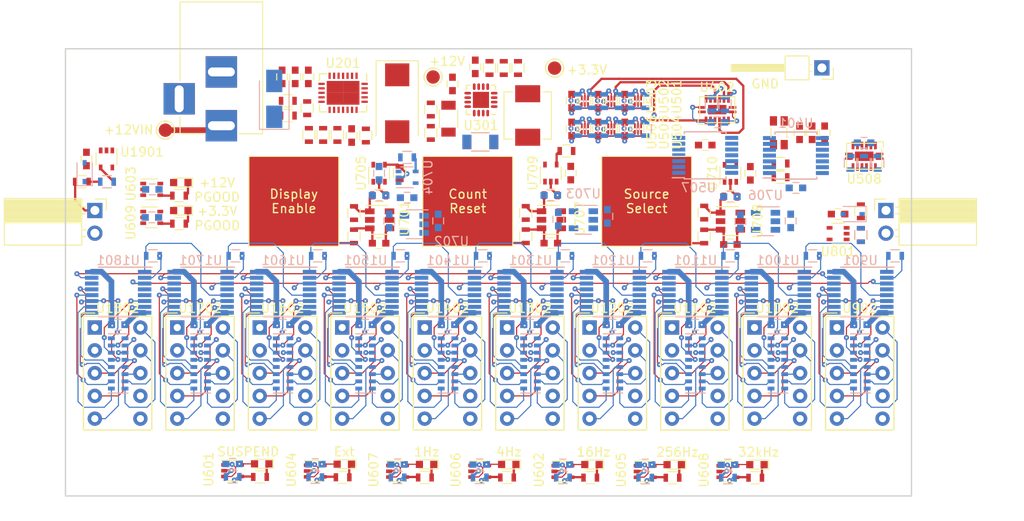
<source format=kicad_pcb>
(kicad_pcb (version 20171130) (host pcbnew "(5.1.4)-1")
  (layers (0 F.Cu mixed) (1 GND mixed) (2 PWR mixed) (31 B.Cu mixed) (34 B.Paste user) (35 F.Paste user) (36 B.SilkS user) (37 F.SilkS user) (38 B.Mask user) (39 F.Mask user) (44 Edge.Cuts user))
  (net 0 "")
  (net 1 +12Vin)
  (net 2 GND)
  (net 3 "Net-(C204-Pad1)")
  (net 4 +12V)
  (net 5 "Net-(C302-Pad1)")
  (net 6 +3V3)
  (net 7 "Net-(C701-Pad1)")
  (net 8 "Net-(C701-Pad2)")
  (net 9 "Net-(D601-Pad1)")
  (net 10 "Net-(D602-Pad1)")
  (net 11 "Net-(D603-Pad1)")
  (net 12 "Net-(D604-Pad1)")
  (net 13 "Net-(D605-Pad1)")
  (net 14 "Net-(D606-Pad1)")
  (net 15 "Net-(D607-Pad1)")
  (net 16 "Net-(D608-Pad1)")
  (net 17 "Net-(D609-Pad1)")
  (net 18 "Net-(D801-Pad1)")
  (net 19 "Net-(D1901-Pad1)")
  (net 20 "Net-(J801-Pad1)")
  (net 21 "Net-(J1901-Pad1)")
  (net 22 "Net-(R201-Pad2)")
  (net 23 "Net-(R202-Pad2)")
  (net 24 "Net-(R204-Pad2)")
  (net 25 "Net-(R205-Pad1)")
  (net 26 POS12_PGOOD)
  (net 27 POS3P3_PGOOD)
  (net 28 32768Hz_Clock)
  (net 29 Count_Reset)
  (net 30 256Hz_Clock)
  (net 31 16Hz_Clock)
  (net 32 4Hz_Clock)
  (net 33 1Hz_Clock)
  (net 34 External_Clock)
  (net 35 32768Hz_Clock_Select)
  (net 36 256Hz_Clock_Select)
  (net 37 16Hz_Clock_Select)
  (net 38 4Hz_Clock_Select)
  (net 39 1Hz_Clock_Select)
  (net 40 External_Clock_Select)
  (net 41 Source_Select)
  (net 42 "Net-(R514-Pad1)")
  (net 43 "Net-(R515-Pad1)")
  (net 44 Suspend)
  (net 45 "Net-(R603-Pad2)")
  (net 46 "Net-(R604-Pad2)")
  (net 47 "Net-(R605-Pad2)")
  (net 48 "Net-(R609-Pad2)")
  (net 49 "Net-(R610-Pad2)")
  (net 50 "Net-(R611-Pad2)")
  (net 51 "Net-(R614-Pad2)")
  (net 52 "Net-(R615-Pad2)")
  (net 53 "Net-(R616-Pad2)")
  (net 54 "Net-(R701-Pad1)")
  (net 55 "Net-(R702-Pad1)")
  (net 56 "Net-(R703-Pad1)")
  (net 57 "Net-(R704-Pad1)")
  (net 58 Display_Enable)
  (net 59 "Net-(R803-Pad2)")
  (net 60 Stage01_Clock_In)
  (net 61 Stage01_Clock_Out)
  (net 62 Stage02_Clock_Out)
  (net 63 Stage03_Clock_Out)
  (net 64 Stage04_Clock_Out)
  (net 65 Stage05_Clock_Out)
  (net 66 Stage06_Clock_Out)
  (net 67 Stage07_Clock_Out)
  (net 68 Stage08_Clock_Out)
  (net 69 Stage09_Clock_Out)
  (net 70 "Net-(R1901-Pad1)")
  (net 71 "Net-(RN901-Pad2)")
  (net 72 "Net-(RN901-Pad1)")
  (net 73 "Net-(RN1001-Pad2)")
  (net 74 "Net-(RN1001-Pad1)")
  (net 75 "Net-(RN1101-Pad2)")
  (net 76 "Net-(RN1101-Pad1)")
  (net 77 "Net-(RN1201-Pad2)")
  (net 78 "Net-(RN1201-Pad1)")
  (net 79 "Net-(RN1301-Pad2)")
  (net 80 "Net-(RN1301-Pad1)")
  (net 81 "Net-(RN1401-Pad2)")
  (net 82 "Net-(RN1401-Pad1)")
  (net 83 "Net-(RN1501-Pad2)")
  (net 84 "Net-(RN1501-Pad1)")
  (net 85 "Net-(RN1601-Pad2)")
  (net 86 "Net-(RN1601-Pad1)")
  (net 87 "Net-(RN1701-Pad2)")
  (net 88 "Net-(RN1701-Pad1)")
  (net 89 "Net-(RN1801-Pad2)")
  (net 90 "Net-(RN1801-Pad1)")
  (net 91 "Net-(U401-Pad13)")
  (net 92 "Net-(U401-Pad12)")
  (net 93 "Net-(U401-Pad11)")
  (net 94 "Net-(U401-Pad10)")
  (net 95 "Net-(U401-Pad9)")
  (net 96 "Net-(U401-Pad8)")
  (net 97 "Net-(U401-Pad6)")
  (net 98 "Net-(U401-Pad5)")
  (net 99 "Net-(U401-Pad4)")
  (net 100 "Net-(U402-Pad15)")
  (net 101 "Net-(U402-Pad14)")
  (net 102 "Net-(U402-Pad12)")
  (net 103 "Net-(U402-Pad9)")
  (net 104 "Net-(U402-Pad7)")
  (net 105 "Net-(U402-Pad6)")
  (net 106 "Net-(U402-Pad4)")
  (net 107 "Net-(U402-Pad3)")
  (net 108 "Net-(U402-Pad1)")
  (net 109 "Net-(U501-Pad4)")
  (net 110 "Net-(U502-Pad4)")
  (net 111 "Net-(U503-Pad4)")
  (net 112 "Net-(U504-Pad4)")
  (net 113 "Net-(U505-Pad4)")
  (net 114 "Net-(U506-Pad4)")
  (net 115 "Net-(U507-Pad1)")
  (net 116 "Net-(U508-Pad12)")
  (net 117 "Net-(U508-Pad11)")
  (net 118 "Net-(U508-Pad9)")
  (net 119 "Net-(U901-Pad14)")
  (net 120 "Net-(RN901-Pad3)")
  (net 121 "Net-(RN901-Pad5)")
  (net 122 "Net-(RN901-Pad4)")
  (net 123 "Net-(RN901-Pad7)")
  (net 124 "Net-(RN901-Pad6)")
  (net 125 "Net-(U901-Pad4)")
  (net 126 "Net-(RN901-Pad14)")
  (net 127 "Net-(RN901-Pad13)")
  (net 128 "Net-(RN901-Pad12)")
  (net 129 "Net-(U902-Pad7)")
  (net 130 "Net-(RN901-Pad11)")
  (net 131 "Net-(RN901-Pad10)")
  (net 132 "Net-(RN901-Pad8)")
  (net 133 "Net-(RN901-Pad9)")
  (net 134 "Net-(U1001-Pad14)")
  (net 135 "Net-(RN1001-Pad3)")
  (net 136 "Net-(RN1001-Pad5)")
  (net 137 "Net-(RN1001-Pad4)")
  (net 138 "Net-(RN1001-Pad7)")
  (net 139 "Net-(RN1001-Pad6)")
  (net 140 "Net-(U1001-Pad4)")
  (net 141 "Net-(RN1001-Pad14)")
  (net 142 "Net-(RN1001-Pad13)")
  (net 143 "Net-(RN1001-Pad12)")
  (net 144 "Net-(U1002-Pad7)")
  (net 145 "Net-(RN1001-Pad11)")
  (net 146 "Net-(RN1001-Pad10)")
  (net 147 "Net-(RN1001-Pad8)")
  (net 148 "Net-(RN1001-Pad9)")
  (net 149 "Net-(U1101-Pad14)")
  (net 150 "Net-(RN1101-Pad3)")
  (net 151 "Net-(RN1101-Pad5)")
  (net 152 "Net-(RN1101-Pad4)")
  (net 153 "Net-(RN1101-Pad7)")
  (net 154 "Net-(RN1101-Pad6)")
  (net 155 "Net-(U1101-Pad4)")
  (net 156 "Net-(RN1101-Pad14)")
  (net 157 "Net-(RN1101-Pad13)")
  (net 158 "Net-(RN1101-Pad12)")
  (net 159 "Net-(U1102-Pad7)")
  (net 160 "Net-(RN1101-Pad11)")
  (net 161 "Net-(RN1101-Pad10)")
  (net 162 "Net-(RN1101-Pad8)")
  (net 163 "Net-(RN1101-Pad9)")
  (net 164 "Net-(U1201-Pad14)")
  (net 165 "Net-(RN1201-Pad3)")
  (net 166 "Net-(RN1201-Pad5)")
  (net 167 "Net-(RN1201-Pad4)")
  (net 168 "Net-(RN1201-Pad7)")
  (net 169 "Net-(RN1201-Pad6)")
  (net 170 "Net-(U1201-Pad4)")
  (net 171 "Net-(RN1201-Pad14)")
  (net 172 "Net-(RN1201-Pad13)")
  (net 173 "Net-(RN1201-Pad12)")
  (net 174 "Net-(U1202-Pad7)")
  (net 175 "Net-(RN1201-Pad11)")
  (net 176 "Net-(RN1201-Pad10)")
  (net 177 "Net-(RN1201-Pad8)")
  (net 178 "Net-(RN1201-Pad9)")
  (net 179 "Net-(U1301-Pad14)")
  (net 180 "Net-(RN1301-Pad3)")
  (net 181 "Net-(RN1301-Pad5)")
  (net 182 "Net-(RN1301-Pad4)")
  (net 183 "Net-(RN1301-Pad7)")
  (net 184 "Net-(RN1301-Pad6)")
  (net 185 "Net-(U1301-Pad4)")
  (net 186 "Net-(RN1301-Pad14)")
  (net 187 "Net-(RN1301-Pad13)")
  (net 188 "Net-(RN1301-Pad12)")
  (net 189 "Net-(U1302-Pad7)")
  (net 190 "Net-(RN1301-Pad11)")
  (net 191 "Net-(RN1301-Pad10)")
  (net 192 "Net-(RN1301-Pad8)")
  (net 193 "Net-(RN1301-Pad9)")
  (net 194 "Net-(U1401-Pad14)")
  (net 195 "Net-(RN1401-Pad3)")
  (net 196 "Net-(RN1401-Pad5)")
  (net 197 "Net-(RN1401-Pad4)")
  (net 198 "Net-(RN1401-Pad7)")
  (net 199 "Net-(RN1401-Pad6)")
  (net 200 "Net-(U1401-Pad4)")
  (net 201 "Net-(RN1401-Pad14)")
  (net 202 "Net-(RN1401-Pad13)")
  (net 203 "Net-(RN1401-Pad12)")
  (net 204 "Net-(U1402-Pad7)")
  (net 205 "Net-(RN1401-Pad11)")
  (net 206 "Net-(RN1401-Pad10)")
  (net 207 "Net-(RN1401-Pad8)")
  (net 208 "Net-(RN1401-Pad9)")
  (net 209 "Net-(U1501-Pad14)")
  (net 210 "Net-(RN1501-Pad3)")
  (net 211 "Net-(RN1501-Pad5)")
  (net 212 "Net-(RN1501-Pad4)")
  (net 213 "Net-(RN1501-Pad7)")
  (net 214 "Net-(RN1501-Pad6)")
  (net 215 "Net-(U1501-Pad4)")
  (net 216 "Net-(RN1501-Pad14)")
  (net 217 "Net-(RN1501-Pad13)")
  (net 218 "Net-(RN1501-Pad12)")
  (net 219 "Net-(U1502-Pad7)")
  (net 220 "Net-(RN1501-Pad11)")
  (net 221 "Net-(RN1501-Pad10)")
  (net 222 "Net-(RN1501-Pad8)")
  (net 223 "Net-(RN1501-Pad9)")
  (net 224 "Net-(U1601-Pad14)")
  (net 225 "Net-(RN1601-Pad3)")
  (net 226 "Net-(RN1601-Pad5)")
  (net 227 "Net-(RN1601-Pad4)")
  (net 228 "Net-(RN1601-Pad7)")
  (net 229 "Net-(RN1601-Pad6)")
  (net 230 "Net-(U1601-Pad4)")
  (net 231 "Net-(RN1601-Pad14)")
  (net 232 "Net-(RN1601-Pad13)")
  (net 233 "Net-(RN1601-Pad12)")
  (net 234 "Net-(U1602-Pad7)")
  (net 235 "Net-(RN1601-Pad11)")
  (net 236 "Net-(RN1601-Pad10)")
  (net 237 "Net-(RN1601-Pad8)")
  (net 238 "Net-(RN1601-Pad9)")
  (net 239 "Net-(U1701-Pad14)")
  (net 240 "Net-(RN1701-Pad3)")
  (net 241 "Net-(RN1701-Pad5)")
  (net 242 "Net-(RN1701-Pad4)")
  (net 243 "Net-(RN1701-Pad7)")
  (net 244 "Net-(RN1701-Pad6)")
  (net 245 "Net-(U1701-Pad4)")
  (net 246 "Net-(RN1701-Pad14)")
  (net 247 "Net-(RN1701-Pad13)")
  (net 248 "Net-(RN1701-Pad12)")
  (net 249 "Net-(U1702-Pad7)")
  (net 250 "Net-(RN1701-Pad11)")
  (net 251 "Net-(RN1701-Pad10)")
  (net 252 "Net-(RN1701-Pad8)")
  (net 253 "Net-(RN1701-Pad9)")
  (net 254 "Net-(U1801-Pad14)")
  (net 255 "Net-(RN1801-Pad3)")
  (net 256 "Net-(RN1801-Pad5)")
  (net 257 "Net-(RN1801-Pad4)")
  (net 258 "Net-(RN1801-Pad7)")
  (net 259 "Net-(RN1801-Pad6)")
  (net 260 Stage10_Clock_Out)
  (net 261 "Net-(U1801-Pad4)")
  (net 262 "Net-(RN1801-Pad14)")
  (net 263 "Net-(RN1801-Pad13)")
  (net 264 "Net-(RN1801-Pad12)")
  (net 265 "Net-(U1802-Pad7)")
  (net 266 "Net-(RN1801-Pad11)")
  (net 267 "Net-(RN1801-Pad10)")
  (net 268 "Net-(RN1801-Pad8)")
  (net 269 "Net-(RN1801-Pad9)")
  (net 270 "Net-(RN901-Pad16)")
  (net 271 "Net-(RN901-Pad15)")
  (net 272 "Net-(RN1001-Pad16)")
  (net 273 "Net-(RN1001-Pad15)")
  (net 274 "Net-(RN1101-Pad16)")
  (net 275 "Net-(RN1101-Pad15)")
  (net 276 "Net-(RN1201-Pad16)")
  (net 277 "Net-(RN1201-Pad15)")
  (net 278 "Net-(RN1301-Pad16)")
  (net 279 "Net-(RN1301-Pad15)")
  (net 280 "Net-(RN1401-Pad16)")
  (net 281 "Net-(RN1401-Pad15)")
  (net 282 "Net-(RN1501-Pad16)")
  (net 283 "Net-(RN1501-Pad15)")
  (net 284 "Net-(RN1601-Pad16)")
  (net 285 "Net-(RN1601-Pad15)")
  (net 286 "Net-(RN1701-Pad16)")
  (net 287 "Net-(RN1701-Pad15)")
  (net 288 "Net-(RN1801-Pad16)")
  (net 289 "Net-(RN1801-Pad15)")
  (net 290 "Net-(C204-Pad2)")
  (net 291 "Net-(C714-Pad1)")
  (net 292 "Net-(L301-Pad1)")
  (net 293 "Net-(R207-Pad1)")
  (net 294 "Net-(R302-Pad2)")
  (net 295 "Net-(R304-Pad2)")
  (net 296 "Net-(R706-Pad1)")
  (net 297 "Net-(R707-Pad1)")
  (net 298 "Net-(R711-Pad1)")
  (net 299 "Net-(U201-Pad16)")
  (net 300 "Net-(U201-Pad13)")
  (net 301 "Net-(U201-Pad11)")
  (net 302 "Net-(U201-Pad7)")
  (net 303 "Net-(U201-Pad6)")
  (net 304 "Net-(U201-Pad5)")
  (net 305 "Net-(U201-Pad4)")
  (net 306 "Net-(U201-Pad3)")
  (net 307 "Net-(U201-Pad2)")
  (net 308 "Net-(U201-Pad1)")
  (net 309 "Net-(C705-Pad1)")
  (net 310 "Net-(C705-Pad2)")
  (net 311 "Net-(C706-Pad1)")
  (net 312 "Net-(C706-Pad2)")
  (net 313 "Net-(C707-Pad1)")
  (net 314 "Net-(C708-Pad1)")
  (net 315 "Net-(C709-Pad1)")
  (net 316 "Net-(C710-Pad1)")
  (net 317 "Net-(C711-Pad1)")
  (net 318 "Net-(U702-Pad4)")
  (net 319 "Net-(U703-Pad4)")
  (net 320 "Net-(U706-Pad4)")
  (net 321 "Net-(U501-Pad5)")
  (net 322 "Net-(U502-Pad5)")
  (net 323 "Net-(U503-Pad5)")
  (net 324 "Net-(U504-Pad5)")
  (net 325 "Net-(U505-Pad5)")
  (net 326 "Net-(U506-Pad5)")
  (module "Custom Footprints Library:DHVQFN16-1ep_3p5x2p5mm" (layer F.Cu) (at 162.3214 70.7686 180)
    (fp_text reference U508 (at 0.0154 -2.5358 180) (layer F.SilkS))
    (fp_text value 4017 hide)
    (pad 17 smd rect (at 0 0 180) (size 2.05 1.05) (layers F.Cu F.Paste F.Mask))
    (pad 1 smd rect (at -1.7 0.25) (size 0.85 0.3) (layers F.Cu F.Paste F.Mask) (net 36 256Hz_Clock_Select))
    (pad 16 smd rect (at -1.7 -0.25) (size 0.85 0.3) (layers F.Cu F.Paste F.Mask) (net 6 +3V3))
    (pad 15 smd rect (at -1.25 -1.2 270) (size 0.85 0.3) (layers F.Cu F.Paste F.Mask) (net 43 "Net-(R515-Pad1)"))
    (pad 14 smd rect (at -0.75 -1.2 270) (size 0.85 0.3) (layers F.Cu F.Paste F.Mask) (net 41 Source_Select))
    (pad 13 smd rect (at -0.25 -1.2 270) (size 0.85 0.3) (layers F.Cu F.Paste F.Mask) (net 42 "Net-(R514-Pad1)"))
    (pad 12 smd rect (at 0.25 -1.2 270) (size 0.85 0.3) (layers F.Cu F.Paste F.Mask) (net 116 "Net-(U508-Pad12)"))
    (pad 11 smd rect (at 0.75 -1.2 270) (size 0.85 0.3) (layers F.Cu F.Paste F.Mask) (net 117 "Net-(U508-Pad11)"))
    (pad 10 smd rect (at 1.25 -1.2 270) (size 0.85 0.3) (layers F.Cu F.Paste F.Mask) (net 37 16Hz_Clock_Select))
    (pad 9 smd rect (at 1.7 -0.25) (size 0.85 0.3) (layers F.Cu F.Paste F.Mask) (net 118 "Net-(U508-Pad9)"))
    (pad 8 smd rect (at 1.7 0.25) (size 0.85 0.3) (layers F.Cu F.Paste F.Mask) (net 2 GND))
    (pad 7 smd rect (at 1.25 1.2 270) (size 0.85 0.3) (layers F.Cu F.Paste F.Mask) (net 38 4Hz_Clock_Select))
    (pad 6 smd rect (at 0.75 1.2 270) (size 0.85 0.3) (layers F.Cu F.Paste F.Mask) (net 43 "Net-(R515-Pad1)"))
    (pad 5 smd rect (at 0.25 1.2 270) (size 0.85 0.3) (layers F.Cu F.Paste F.Mask) (net 35 32768Hz_Clock_Select))
    (pad 4 smd rect (at -0.25 1.2 270) (size 0.85 0.3) (layers F.Cu F.Paste F.Mask) (net 39 1Hz_Clock_Select))
    (pad 3 smd rect (at -0.75 1.2 270) (size 0.85 0.3) (layers F.Cu F.Paste F.Mask) (net 44 Suspend))
    (pad 2 smd rect (at -1.25 1.2 270) (size 0.85 0.3) (layers F.Cu F.Paste F.Mask) (net 40 External_Clock_Select))
  )
  (module "Custom Footprints Library:DHVQFN16-1ep_3p5x2p5mm" (layer F.Cu) (at 145.9416 65.5687)
    (fp_text reference U402 (at -0.0186 -2.5005) (layer F.SilkS))
    (fp_text value CD4040 hide)
    (pad 17 smd rect (at 0 0) (size 2.05 1.05) (layers F.Cu F.Paste F.Mask) (net 2 GND))
    (pad 1 smd rect (at -1.7 0.25 180) (size 0.85 0.3) (layers F.Cu F.Paste F.Mask) (net 108 "Net-(U402-Pad1)"))
    (pad 16 smd rect (at -1.7 -0.25 180) (size 0.85 0.3) (layers F.Cu F.Paste F.Mask) (net 6 +3V3))
    (pad 15 smd rect (at -1.25 -1.2 90) (size 0.85 0.3) (layers F.Cu F.Paste F.Mask) (net 100 "Net-(U402-Pad15)"))
    (pad 14 smd rect (at -0.75 -1.2 90) (size 0.85 0.3) (layers F.Cu F.Paste F.Mask) (net 101 "Net-(U402-Pad14)"))
    (pad 13 smd rect (at -0.25 -1.2 90) (size 0.85 0.3) (layers F.Cu F.Paste F.Mask) (net 33 1Hz_Clock))
    (pad 12 smd rect (at 0.25 -1.2 90) (size 0.85 0.3) (layers F.Cu F.Paste F.Mask) (net 102 "Net-(U402-Pad12)"))
    (pad 11 smd rect (at 0.75 -1.2 90) (size 0.85 0.3) (layers F.Cu F.Paste F.Mask) (net 29 Count_Reset))
    (pad 10 smd rect (at 1.25 -1.2 90) (size 0.85 0.3) (layers F.Cu F.Paste F.Mask) (net 30 256Hz_Clock))
    (pad 9 smd rect (at 1.7 -0.25 180) (size 0.85 0.3) (layers F.Cu F.Paste F.Mask) (net 103 "Net-(U402-Pad9)"))
    (pad 8 smd rect (at 1.7 0.25 180) (size 0.85 0.3) (layers F.Cu F.Paste F.Mask) (net 2 GND))
    (pad 7 smd rect (at 1.25 1.2 90) (size 0.85 0.3) (layers F.Cu F.Paste F.Mask) (net 104 "Net-(U402-Pad7)"))
    (pad 6 smd rect (at 0.75 1.2 90) (size 0.85 0.3) (layers F.Cu F.Paste F.Mask) (net 105 "Net-(U402-Pad6)"))
    (pad 5 smd rect (at 0.25 1.2 90) (size 0.85 0.3) (layers F.Cu F.Paste F.Mask) (net 31 16Hz_Clock))
    (pad 4 smd rect (at -0.25 1.2 90) (size 0.85 0.3) (layers F.Cu F.Paste F.Mask) (net 106 "Net-(U402-Pad4)"))
    (pad 3 smd rect (at -0.75 1.2 90) (size 0.85 0.3) (layers F.Cu F.Paste F.Mask) (net 107 "Net-(U402-Pad3)"))
    (pad 2 smd rect (at -1.25 1.2 90) (size 0.85 0.3) (layers F.Cu F.Paste F.Mask) (net 32 4Hz_Clock))
  )
  (module Package_SON:Fairchild_MicroPak2-6_1.0x1.0mm_P0.35mm (layer F.Cu) (at 131.191 67.7164 270)
    (fp_text reference U506 (at 0.3681 -7.4452 90) (layer F.SilkS))
    (fp_text value 74LVC1G08)
    (pad 1 smd rect (at -0.3525 -0.35 270) (size 0.57 0.2) (layers F.Cu F.Paste F.Mask) (net 34 External_Clock))
    (pad 2 smd rect (at -0.3525 0 270) (size 0.57 0.2) (layers F.Cu F.Paste F.Mask) (net 40 External_Clock_Select))
    (pad 3 smd rect (at -0.3525 0.35 270) (size 0.57 0.2) (layers F.Cu F.Paste F.Mask) (net 2 GND))
    (pad 4 smd rect (at 0.3775 0.35 270) (size 0.52 0.2) (layers F.Cu F.Paste F.Mask) (net 114 "Net-(U506-Pad4)"))
    (pad 5 smd rect (at 0.3775 0 270) (size 0.52 0.2) (layers F.Cu F.Paste F.Mask) (net 326 "Net-(U506-Pad5)"))
    (pad 6 smd rect (at 0.3775 -0.35 270) (size 0.52 0.2) (layers F.Cu F.Paste F.Mask) (net 6 +3V3))
  )
  (module Package_SON:Fairchild_MicroPak2-6_1.0x1.0mm_P0.35mm (layer F.Cu) (at 134.1374 67.7164 270)
    (fp_text reference U505 (at 0.3681 -5.8958 90) (layer F.SilkS))
    (fp_text value 74LVC1G08)
    (pad 1 smd rect (at -0.3525 -0.35 270) (size 0.57 0.2) (layers F.Cu F.Paste F.Mask) (net 33 1Hz_Clock))
    (pad 2 smd rect (at -0.3525 0 270) (size 0.57 0.2) (layers F.Cu F.Paste F.Mask) (net 39 1Hz_Clock_Select))
    (pad 3 smd rect (at -0.3525 0.35 270) (size 0.57 0.2) (layers F.Cu F.Paste F.Mask) (net 2 GND))
    (pad 4 smd rect (at 0.3775 0.35 270) (size 0.52 0.2) (layers F.Cu F.Paste F.Mask) (net 113 "Net-(U505-Pad4)"))
    (pad 5 smd rect (at 0.3775 0 270) (size 0.52 0.2) (layers F.Cu F.Paste F.Mask) (net 325 "Net-(U505-Pad5)"))
    (pad 6 smd rect (at 0.3775 -0.35 270) (size 0.52 0.2) (layers F.Cu F.Paste F.Mask) (net 6 +3V3))
  )
  (module Package_SON:Fairchild_MicroPak2-6_1.0x1.0mm_P0.35mm (layer F.Cu) (at 137.1092 67.7164 270)
    (fp_text reference U504 (at 0.3681 -4.3464 90) (layer F.SilkS))
    (fp_text value 74LVC1G08)
    (pad 1 smd rect (at -0.3525 -0.35 270) (size 0.57 0.2) (layers F.Cu F.Paste F.Mask) (net 32 4Hz_Clock))
    (pad 2 smd rect (at -0.3525 0 270) (size 0.57 0.2) (layers F.Cu F.Paste F.Mask) (net 38 4Hz_Clock_Select))
    (pad 3 smd rect (at -0.3525 0.35 270) (size 0.57 0.2) (layers F.Cu F.Paste F.Mask) (net 2 GND))
    (pad 4 smd rect (at 0.3775 0.35 270) (size 0.52 0.2) (layers F.Cu F.Paste F.Mask) (net 112 "Net-(U504-Pad4)"))
    (pad 5 smd rect (at 0.3775 0 270) (size 0.52 0.2) (layers F.Cu F.Paste F.Mask) (net 324 "Net-(U504-Pad5)"))
    (pad 6 smd rect (at 0.3775 -0.35 270) (size 0.52 0.2) (layers F.Cu F.Paste F.Mask) (net 6 +3V3))
  )
  (module Package_SON:Fairchild_MicroPak2-6_1.0x1.0mm_P0.35mm (layer F.Cu) (at 131.191 64.61 270)
    (fp_text reference U503 (at -0.5209 -7.4198 90) (layer F.SilkS))
    (fp_text value 74LVC1G08)
    (pad 1 smd rect (at -0.3525 -0.35 270) (size 0.57 0.2) (layers F.Cu F.Paste F.Mask) (net 31 16Hz_Clock))
    (pad 2 smd rect (at -0.3525 0 270) (size 0.57 0.2) (layers F.Cu F.Paste F.Mask) (net 37 16Hz_Clock_Select))
    (pad 3 smd rect (at -0.3525 0.35 270) (size 0.57 0.2) (layers F.Cu F.Paste F.Mask) (net 2 GND))
    (pad 4 smd rect (at 0.3775 0.35 270) (size 0.52 0.2) (layers F.Cu F.Paste F.Mask) (net 111 "Net-(U503-Pad4)"))
    (pad 5 smd rect (at 0.3775 0 270) (size 0.52 0.2) (layers F.Cu F.Paste F.Mask) (net 323 "Net-(U503-Pad5)"))
    (pad 6 smd rect (at 0.3775 -0.35 270) (size 0.52 0.2) (layers F.Cu F.Paste F.Mask) (net 6 +3V3))
  )
  (module Package_SON:Fairchild_MicroPak2-6_1.0x1.0mm_P0.35mm (layer F.Cu) (at 134.1374 64.6176 270)
    (fp_text reference U502 (at -0.5209 -5.8704 90) (layer F.SilkS))
    (fp_text value 74LVC1G08)
    (pad 1 smd rect (at -0.3525 -0.35 270) (size 0.57 0.2) (layers F.Cu F.Paste F.Mask) (net 30 256Hz_Clock))
    (pad 2 smd rect (at -0.3525 0 270) (size 0.57 0.2) (layers F.Cu F.Paste F.Mask) (net 36 256Hz_Clock_Select))
    (pad 3 smd rect (at -0.3525 0.35 270) (size 0.57 0.2) (layers F.Cu F.Paste F.Mask) (net 2 GND))
    (pad 4 smd rect (at 0.3775 0.35 270) (size 0.52 0.2) (layers F.Cu F.Paste F.Mask) (net 110 "Net-(U502-Pad4)"))
    (pad 5 smd rect (at 0.3775 0 270) (size 0.52 0.2) (layers F.Cu F.Paste F.Mask) (net 322 "Net-(U502-Pad5)"))
    (pad 6 smd rect (at 0.3775 -0.35 270) (size 0.52 0.2) (layers F.Cu F.Paste F.Mask) (net 6 +3V3))
  )
  (module Package_SON:Fairchild_MicroPak2-6_1.0x1.0mm_P0.35mm (layer F.Cu) (at 137.1092 64.6176 270)
    (fp_text reference U501 (at -0.5209 -4.321 90) (layer F.SilkS))
    (fp_text value 74LVC1G08)
    (pad 1 smd rect (at -0.3525 -0.35 270) (size 0.57 0.2) (layers F.Cu F.Paste F.Mask) (net 28 32768Hz_Clock))
    (pad 2 smd rect (at -0.3525 0 270) (size 0.57 0.2) (layers F.Cu F.Paste F.Mask) (net 35 32768Hz_Clock_Select))
    (pad 3 smd rect (at -0.3525 0.35 270) (size 0.57 0.2) (layers F.Cu F.Paste F.Mask) (net 2 GND))
    (pad 4 smd rect (at 0.3775 0.35 270) (size 0.52 0.2) (layers F.Cu F.Paste F.Mask) (net 109 "Net-(U501-Pad4)"))
    (pad 5 smd rect (at 0.3775 0 270) (size 0.52 0.2) (layers F.Cu F.Paste F.Mask) (net 321 "Net-(U501-Pad5)"))
    (pad 6 smd rect (at 0.3775 -0.35 270) (size 0.52 0.2) (layers F.Cu F.Paste F.Mask) (net 6 +3V3))
  )
  (module MountingHole:MountingHole_3mm (layer F.Cu) (at 163.068 105.3592)
    (fp_text reference H2004 hide)
    (fp_text value 3mm)
    (pad 1 np_thru_hole circle (at 0 0) (size 3 3) (drill 3) (layers *.Cu *.Mask))
  )
  (module MountingHole:MountingHole_3mm (layer F.Cu) (at 163.0172 63.627)
    (fp_text reference H2003 hide)
    (fp_text value 3mm)
    (pad 1 np_thru_hole circle (at 0 0) (size 3 3) (drill 3) (layers *.Cu *.Mask))
  )
  (module MountingHole:MountingHole_3mm (layer F.Cu) (at 77.8256 105.3592)
    (fp_text reference H2002 hide)
    (fp_text value 3mm)
    (pad 1 np_thru_hole circle (at 0 0) (size 3 3) (drill 3) (layers *.Cu *.Mask))
  )
  (module MountingHole:MountingHole_3mm (layer F.Cu) (at 77.7748 63.627)
    (fp_text reference H2001 hide)
    (fp_text value 3mm)
    (pad 1 np_thru_hole circle (at 0 0) (size 3 3) (drill 3) (layers *.Cu *.Mask))
  )
  (module Socket_Strips:Socket_Strip_Angled_1x02_Pitch2.54mm (layer F.Cu) (at 76.5819 76.8096)
    (fp_text reference J1901 hide)
    (fp_text value CLK_OUT)
    (pad 2 thru_hole oval (at 0 2.54) (size 1.7 1.7) (drill 1) (layers *.Cu *.Mask) (net 2 GND))
    (pad 1 thru_hole rect (at 0 0) (size 1.7 1.7) (drill 1) (layers *.Cu *.Mask) (net 21 "Net-(J1901-Pad1)"))
  )
  (module Socket_Strips:Socket_Strip_Angled_1x02_Pitch2.54mm (layer B.Cu) (at 164.7444 76.8096 180)
    (fp_text reference J801 hide)
    (fp_text value CLK_IN)
    (pad 2 thru_hole oval (at 0 -2.54 180) (size 1.7 1.7) (drill 1) (layers *.Cu *.Mask) (net 2 GND))
    (pad 1 thru_hole rect (at 0 0 180) (size 1.7 1.7) (drill 1) (layers *.Cu *.Mask) (net 20 "Net-(J801-Pad1)"))
  )
  (module Resistors_SMD:R_0603 (layer B.Cu) (at 163.83 71.501 90)
    (fp_text reference R515 hide)
    (fp_text value 10k)
    (pad 2 smd rect (at 0.75 0 90) (size 0.5 0.9) (layers B.Cu B.Paste B.Mask) (net 2 GND))
    (pad 1 smd rect (at -0.75 0 90) (size 0.5 0.9) (layers B.Cu B.Paste B.Mask) (net 43 "Net-(R515-Pad1)"))
  )
  (module Resistors_SMD:R_0603 (layer B.Cu) (at 160.782 71.501 90)
    (fp_text reference R514 hide)
    (fp_text value 10k)
    (pad 2 smd rect (at 0.75 0 90) (size 0.5 0.9) (layers B.Cu B.Paste B.Mask) (net 2 GND))
    (pad 1 smd rect (at -0.75 0 90) (size 0.5 0.9) (layers B.Cu B.Paste B.Mask) (net 42 "Net-(R514-Pad1)"))
  )
  (module Resistors_SMD:R_0603 (layer B.Cu) (at 162.306 71.501 90)
    (fp_text reference R513 hide)
    (fp_text value 10k)
    (pad 2 smd rect (at 0.75 0 90) (size 0.5 0.9) (layers B.Cu B.Paste B.Mask) (net 2 GND))
    (pad 1 smd rect (at -0.75 0 90) (size 0.5 0.9) (layers B.Cu B.Paste B.Mask) (net 41 Source_Select))
  )
  (module Capacitors_SMD:C_0603 (layer B.Cu) (at 162.306 69.2658 180)
    (fp_text reference C508 hide)
    (fp_text value 0.1uF)
    (pad 1 smd rect (at -0.75 0 180) (size 0.8 0.75) (layers B.Cu B.Paste B.Mask) (net 6 +3V3))
    (pad 2 smd rect (at 0.75 0 180) (size 0.8 0.75) (layers B.Cu B.Paste B.Mask) (net 2 GND))
  )
  (module Resistors_SMD:R_0603 (layer B.Cu) (at 132.0038 67.7164 270)
    (fp_text reference R506 hide)
    (fp_text value 10k)
    (pad 1 smd rect (at -0.75 0 270) (size 0.5 0.9) (layers B.Cu B.Paste B.Mask) (net 34 External_Clock))
    (pad 2 smd rect (at 0.75 0 270) (size 0.5 0.9) (layers B.Cu B.Paste B.Mask) (net 2 GND))
  )
  (module Resistors_SMD:R_0603 (layer B.Cu) (at 134.9756 67.7164 270)
    (fp_text reference R505 hide)
    (fp_text value 10k)
    (pad 1 smd rect (at -0.75 0 270) (size 0.5 0.9) (layers B.Cu B.Paste B.Mask) (net 33 1Hz_Clock))
    (pad 2 smd rect (at 0.75 0 270) (size 0.5 0.9) (layers B.Cu B.Paste B.Mask) (net 2 GND))
  )
  (module Resistors_SMD:R_0603 (layer B.Cu) (at 137.922 67.7164 270)
    (fp_text reference R504 hide)
    (fp_text value 10k)
    (pad 1 smd rect (at -0.75 0 270) (size 0.5 0.9) (layers B.Cu B.Paste B.Mask) (net 32 4Hz_Clock))
    (pad 2 smd rect (at 0.75 0 270) (size 0.5 0.9) (layers B.Cu B.Paste B.Mask) (net 2 GND))
  )
  (module Resistors_SMD:R_0603 (layer B.Cu) (at 132.0038 64.61 270)
    (fp_text reference R503 hide)
    (fp_text value 10k)
    (pad 1 smd rect (at -0.75 0 270) (size 0.5 0.9) (layers B.Cu B.Paste B.Mask) (net 31 16Hz_Clock))
    (pad 2 smd rect (at 0.75 0 270) (size 0.5 0.9) (layers B.Cu B.Paste B.Mask) (net 2 GND))
  )
  (module Resistors_SMD:R_0603 (layer B.Cu) (at 134.9756 64.6176 270)
    (fp_text reference R502 hide)
    (fp_text value 10k)
    (pad 1 smd rect (at -0.75 0 270) (size 0.5 0.9) (layers B.Cu B.Paste B.Mask) (net 30 256Hz_Clock))
    (pad 2 smd rect (at 0.75 0 270) (size 0.5 0.9) (layers B.Cu B.Paste B.Mask) (net 2 GND))
  )
  (module Resistors_SMD:R_0603 (layer B.Cu) (at 130.3782 67.7164 270)
    (fp_text reference R512 hide)
    (fp_text value 10k)
    (pad 1 smd rect (at -0.75 0 270) (size 0.5 0.9) (layers B.Cu B.Paste B.Mask) (net 40 External_Clock_Select))
    (pad 2 smd rect (at 0.75 0 270) (size 0.5 0.9) (layers B.Cu B.Paste B.Mask) (net 2 GND))
  )
  (module Resistors_SMD:R_0603 (layer B.Cu) (at 133.3246 67.7164 270)
    (fp_text reference R511 hide)
    (fp_text value 10k)
    (pad 1 smd rect (at -0.75 0 270) (size 0.5 0.9) (layers B.Cu B.Paste B.Mask) (net 39 1Hz_Clock_Select))
    (pad 2 smd rect (at 0.75 0 270) (size 0.5 0.9) (layers B.Cu B.Paste B.Mask) (net 2 GND))
  )
  (module Resistors_SMD:R_0603 (layer B.Cu) (at 136.2964 67.7164 270)
    (fp_text reference R510 hide)
    (fp_text value 10k)
    (pad 1 smd rect (at -0.75 0 270) (size 0.5 0.9) (layers B.Cu B.Paste B.Mask) (net 38 4Hz_Clock_Select))
    (pad 2 smd rect (at 0.75 0 270) (size 0.5 0.9) (layers B.Cu B.Paste B.Mask) (net 2 GND))
  )
  (module Resistors_SMD:R_0603 (layer B.Cu) (at 130.3782 64.61 270)
    (fp_text reference R509 hide)
    (fp_text value 10k)
    (pad 1 smd rect (at -0.75 0 270) (size 0.5 0.9) (layers B.Cu B.Paste B.Mask) (net 37 16Hz_Clock_Select))
    (pad 2 smd rect (at 0.75 0 270) (size 0.5 0.9) (layers B.Cu B.Paste B.Mask) (net 2 GND))
  )
  (module Resistors_SMD:R_0603 (layer B.Cu) (at 133.3246 64.6176 270)
    (fp_text reference R508 hide)
    (fp_text value 10k)
    (pad 1 smd rect (at -0.75 0 270) (size 0.5 0.9) (layers B.Cu B.Paste B.Mask) (net 36 256Hz_Clock_Select))
    (pad 2 smd rect (at 0.75 0 270) (size 0.5 0.9) (layers B.Cu B.Paste B.Mask) (net 2 GND))
  )
  (module Capacitors_SMD:C_0603 (layer F.Cu) (at 129.7178 67.7164 90)
    (fp_text reference C506 hide)
    (fp_text value 0.1uF)
    (pad 2 smd rect (at 0.75 0 90) (size 0.8 0.75) (layers F.Cu F.Paste F.Mask) (net 2 GND))
    (pad 1 smd rect (at -0.75 0 90) (size 0.8 0.75) (layers F.Cu F.Paste F.Mask) (net 6 +3V3))
  )
  (module Capacitors_SMD:C_0603 (layer F.Cu) (at 132.6642 67.7164 90)
    (fp_text reference C505 hide)
    (fp_text value 0.1uF)
    (pad 2 smd rect (at 0.75 0 90) (size 0.8 0.75) (layers F.Cu F.Paste F.Mask) (net 2 GND))
    (pad 1 smd rect (at -0.75 0 90) (size 0.8 0.75) (layers F.Cu F.Paste F.Mask) (net 6 +3V3))
  )
  (module Capacitors_SMD:C_0603 (layer F.Cu) (at 135.636 67.7164 90)
    (fp_text reference C504 hide)
    (fp_text value 0.1uF)
    (pad 2 smd rect (at 0.75 0 90) (size 0.8 0.75) (layers F.Cu F.Paste F.Mask) (net 2 GND))
    (pad 1 smd rect (at -0.75 0 90) (size 0.8 0.75) (layers F.Cu F.Paste F.Mask) (net 6 +3V3))
  )
  (module Capacitors_SMD:C_0603 (layer F.Cu) (at 129.7178 64.61 90)
    (fp_text reference C503 hide)
    (fp_text value 0.1uF)
    (pad 2 smd rect (at 0.75 0 90) (size 0.8 0.75) (layers F.Cu F.Paste F.Mask) (net 2 GND))
    (pad 1 smd rect (at -0.75 0 90) (size 0.8 0.75) (layers F.Cu F.Paste F.Mask) (net 6 +3V3))
  )
  (module Capacitors_SMD:C_0603 (layer F.Cu) (at 132.6642 64.6176 90)
    (fp_text reference C502 hide)
    (fp_text value 0.1uF)
    (pad 2 smd rect (at 0.75 0 90) (size 0.8 0.75) (layers F.Cu F.Paste F.Mask) (net 2 GND))
    (pad 1 smd rect (at -0.75 0 90) (size 0.8 0.75) (layers F.Cu F.Paste F.Mask) (net 6 +3V3))
  )
  (module Resistors_SMD:R_0603 (layer F.Cu) (at 129.1336 70.1802)
    (fp_text reference R712 hide)
    (fp_text value 10k)
    (pad 2 smd rect (at 0.75 0) (size 0.5 0.9) (layers F.Cu F.Paste F.Mask) (net 2 GND))
    (pad 1 smd rect (at -0.75 0) (size 0.5 0.9) (layers F.Cu F.Paste F.Mask) (net 29 Count_Reset))
  )
  (module "Custom Footprints Library:Capacitive_Touch_Pad" (layer F.Cu) (at 98.7552 75.7936)
    (fp_text reference SW701 hide)
    (fp_text value Cap_Touch)
    (pad 1 smd rect (at 0 0) (size 10 10) (layers F.Cu) (net 54 "Net-(R701-Pad1)"))
  )
  (module TO_SOT_Packages_SMD:SOT-353_SC-70-5 (layer F.Cu) (at 147.4089 72.6694 90)
    (fp_text reference U710 (at 0 -2 90) (layer F.SilkS))
    (fp_text value 74LVC1G17)
    (pad 5 smd rect (at 0.95 -0.65 90) (size 0.65 0.4) (layers F.Cu F.Paste F.Mask) (net 6 +3V3))
    (pad 4 smd rect (at 0.95 0.65 90) (size 0.65 0.4) (layers F.Cu F.Paste F.Mask) (net 41 Source_Select))
    (pad 2 smd rect (at -0.95 0 90) (size 0.65 0.4) (layers F.Cu F.Paste F.Mask) (net 317 "Net-(C711-Pad1)"))
    (pad 3 smd rect (at -0.95 0.65 90) (size 0.65 0.4) (layers F.Cu F.Paste F.Mask) (net 2 GND))
    (pad 1 smd rect (at -0.95 -0.65 90) (size 0.65 0.4) (layers F.Cu F.Paste F.Mask))
  )
  (module TO_SOT_Packages_SMD:SOT-353_SC-70-5 (layer F.Cu) (at 127.3937 72.644 90)
    (fp_text reference U709 (at 0 -2 90) (layer F.SilkS))
    (fp_text value 74LVC1G17)
    (pad 5 smd rect (at 0.95 -0.65 90) (size 0.65 0.4) (layers F.Cu F.Paste F.Mask) (net 6 +3V3))
    (pad 4 smd rect (at 0.95 0.65 90) (size 0.65 0.4) (layers F.Cu F.Paste F.Mask) (net 29 Count_Reset))
    (pad 2 smd rect (at -0.95 0 90) (size 0.65 0.4) (layers F.Cu F.Paste F.Mask) (net 316 "Net-(C710-Pad1)"))
    (pad 3 smd rect (at -0.95 0.65 90) (size 0.65 0.4) (layers F.Cu F.Paste F.Mask) (net 2 GND))
    (pad 1 smd rect (at -0.95 -0.65 90) (size 0.65 0.4) (layers F.Cu F.Paste F.Mask))
  )
  (module TO_SOT_Packages_SMD:SOT-23-6 (layer F.Cu) (at 147.4089 78.0034)
    (fp_text reference U708 (at 3.048 0 90) (layer F.SilkS))
    (fp_text value AT42QT1010-TSHR)
    (pad 5 smd rect (at 1.1 0) (size 1.06 0.65) (layers F.Cu F.Paste F.Mask) (net 315 "Net-(C709-Pad1)"))
    (pad 6 smd rect (at 1.1 -0.95) (size 1.06 0.65) (layers F.Cu F.Paste F.Mask) (net 315 "Net-(C709-Pad1)"))
    (pad 4 smd rect (at 1.1 0.95) (size 1.06 0.65) (layers F.Cu F.Paste F.Mask) (net 311 "Net-(C706-Pad1)"))
    (pad 3 smd rect (at -1.1 0.95) (size 1.06 0.65) (layers F.Cu F.Paste F.Mask) (net 312 "Net-(C706-Pad2)"))
    (pad 2 smd rect (at -1.1 0) (size 1.06 0.65) (layers F.Cu F.Paste F.Mask) (net 2 GND))
    (pad 1 smd rect (at -1.1 -0.95) (size 1.06 0.65) (layers F.Cu F.Paste F.Mask) (net 297 "Net-(R707-Pad1)"))
  )
  (module TO_SOT_Packages_SMD:SOT-23-6 (layer F.Cu) (at 127.4572 77.851)
    (fp_text reference U707 (at 3.175 -0.127 90) (layer F.SilkS))
    (fp_text value AT42QT1010-TSHR)
    (pad 5 smd rect (at 1.1 0) (size 1.06 0.65) (layers F.Cu F.Paste F.Mask) (net 314 "Net-(C708-Pad1)"))
    (pad 6 smd rect (at 1.1 -0.95) (size 1.06 0.65) (layers F.Cu F.Paste F.Mask) (net 314 "Net-(C708-Pad1)"))
    (pad 4 smd rect (at 1.1 0.95) (size 1.06 0.65) (layers F.Cu F.Paste F.Mask) (net 309 "Net-(C705-Pad1)"))
    (pad 3 smd rect (at -1.1 0.95) (size 1.06 0.65) (layers F.Cu F.Paste F.Mask) (net 310 "Net-(C705-Pad2)"))
    (pad 2 smd rect (at -1.1 0) (size 1.06 0.65) (layers F.Cu F.Paste F.Mask) (net 2 GND))
    (pad 1 smd rect (at -1.1 -0.95) (size 1.06 0.65) (layers F.Cu F.Paste F.Mask) (net 296 "Net-(R706-Pad1)"))
  )
  (module Package_TO_SOT_SMD:SOT-23-5 (layer B.Cu) (at 151.3218 78.0185 180)
    (fp_text reference U706 (at 0 2.9) (layer B.SilkS) (effects (justify mirror)))
    (fp_text value TLV71330PDBV)
    (pad 5 smd rect (at 1.1 0.95 180) (size 1.06 0.65) (layers B.Cu B.Paste B.Mask) (net 315 "Net-(C709-Pad1)"))
    (pad 4 smd rect (at 1.1 -0.95 180) (size 1.06 0.65) (layers B.Cu B.Paste B.Mask) (net 320 "Net-(U706-Pad4)"))
    (pad 3 smd rect (at -1.1 -0.95 180) (size 1.06 0.65) (layers B.Cu B.Paste B.Mask) (net 6 +3V3))
    (pad 2 smd rect (at -1.1 0 180) (size 1.06 0.65) (layers B.Cu B.Paste B.Mask) (net 2 GND))
    (pad 1 smd rect (at -1.1 0.95 180) (size 1.06 0.65) (layers B.Cu B.Paste B.Mask) (net 6 +3V3))
  )
  (module Package_TO_SOT_SMD:SOT-23-5 (layer B.Cu) (at 131.0259 77.851 180)
    (fp_text reference U703 (at 0 2.9) (layer B.SilkS) (effects (justify mirror)))
    (fp_text value TLV71330PDBV)
    (pad 5 smd rect (at 1.1 0.95 180) (size 1.06 0.65) (layers B.Cu B.Paste B.Mask) (net 314 "Net-(C708-Pad1)"))
    (pad 4 smd rect (at 1.1 -0.95 180) (size 1.06 0.65) (layers B.Cu B.Paste B.Mask) (net 319 "Net-(U703-Pad4)"))
    (pad 3 smd rect (at -1.1 -0.95 180) (size 1.06 0.65) (layers B.Cu B.Paste B.Mask) (net 6 +3V3))
    (pad 2 smd rect (at -1.1 0 180) (size 1.06 0.65) (layers B.Cu B.Paste B.Mask) (net 2 GND))
    (pad 1 smd rect (at -1.1 0.95 180) (size 1.06 0.65) (layers B.Cu B.Paste B.Mask) (net 6 +3V3))
  )
  (module Package_TO_SOT_SMD:SOT-23-5 (layer B.Cu) (at 112.1791 78.359 180)
    (fp_text reference U702 (at -4.1529 -1.905) (layer B.SilkS) (effects (justify mirror)))
    (fp_text value TLV71330PDBV)
    (pad 5 smd rect (at 1.1 0.95 180) (size 1.06 0.65) (layers B.Cu B.Paste B.Mask) (net 313 "Net-(C707-Pad1)"))
    (pad 4 smd rect (at 1.1 -0.95 180) (size 1.06 0.65) (layers B.Cu B.Paste B.Mask) (net 318 "Net-(U702-Pad4)"))
    (pad 3 smd rect (at -1.1 -0.95 180) (size 1.06 0.65) (layers B.Cu B.Paste B.Mask) (net 6 +3V3))
    (pad 2 smd rect (at -1.1 0 180) (size 1.06 0.65) (layers B.Cu B.Paste B.Mask) (net 2 GND))
    (pad 1 smd rect (at -1.1 0.95 180) (size 1.06 0.65) (layers B.Cu B.Paste B.Mask) (net 6 +3V3))
  )
  (module "Custom Footprints Library:Capacitive_Touch_Pad" (layer F.Cu) (at 138.0744 75.7936)
    (fp_text reference SW703 hide)
    (fp_text value Cap_Touch)
    (pad 1 smd rect (at 0 0) (size 10 10) (layers F.Cu) (net 56 "Net-(R703-Pad1)"))
  )
  (module "Custom Footprints Library:Capacitive_Touch_Pad" (layer F.Cu) (at 118.1354 75.7936)
    (fp_text reference SW702 hide)
    (fp_text value Cap_Touch)
    (pad 1 smd rect (at 0 0) (size 10 10) (layers F.Cu) (net 55 "Net-(R702-Pad1)"))
  )
  (module Resistors_SMD:R_0603 (layer F.Cu) (at 147.4089 75.2729 180)
    (fp_text reference R710 hide)
    (fp_text value 10k)
    (pad 2 smd rect (at 0.75 0 180) (size 0.5 0.9) (layers F.Cu F.Paste F.Mask) (net 297 "Net-(R707-Pad1)"))
    (pad 1 smd rect (at -0.75 0 180) (size 0.5 0.9) (layers F.Cu F.Paste F.Mask) (net 317 "Net-(C711-Pad1)"))
  )
  (module Resistors_SMD:R_0603 (layer F.Cu) (at 127.3937 75.1205 180)
    (fp_text reference R709 hide)
    (fp_text value 10k)
    (pad 2 smd rect (at 0.75 0 180) (size 0.5 0.9) (layers F.Cu F.Paste F.Mask) (net 296 "Net-(R706-Pad1)"))
    (pad 1 smd rect (at -0.75 0 180) (size 0.5 0.9) (layers F.Cu F.Paste F.Mask) (net 316 "Net-(C710-Pad1)"))
  )
  (module Resistors_SMD:R_0603 (layer F.Cu) (at 144.4879 77.0509 270)
    (fp_text reference R707 hide)
    (fp_text value 10k)
    (pad 2 smd rect (at 0.75 0 270) (size 0.5 0.9) (layers F.Cu F.Paste F.Mask) (net 2 GND))
    (pad 1 smd rect (at -0.75 0 270) (size 0.5 0.9) (layers F.Cu F.Paste F.Mask) (net 297 "Net-(R707-Pad1)"))
  )
  (module Resistors_SMD:R_0603 (layer F.Cu) (at 124.5997 77.089 270)
    (fp_text reference R706 hide)
    (fp_text value 10k)
    (pad 2 smd rect (at 0.75 0 270) (size 0.5 0.9) (layers F.Cu F.Paste F.Mask) (net 2 GND))
    (pad 1 smd rect (at -0.75 0 270) (size 0.5 0.9) (layers F.Cu F.Paste F.Mask) (net 296 "Net-(R706-Pad1)"))
  )
  (module Resistors_SMD:R_0603 (layer F.Cu) (at 144.4879 79.7179 90)
    (fp_text reference R703 hide)
    (fp_text value 499)
    (pad 2 smd rect (at 0.75 0 90) (size 0.5 0.9) (layers F.Cu F.Paste F.Mask) (net 312 "Net-(C706-Pad2)"))
    (pad 1 smd rect (at -0.75 0 90) (size 0.5 0.9) (layers F.Cu F.Paste F.Mask) (net 56 "Net-(R703-Pad1)"))
  )
  (module Resistors_SMD:R_0603 (layer F.Cu) (at 124.5997 79.6925 90)
    (fp_text reference R702 hide)
    (fp_text value 499)
    (pad 2 smd rect (at 0.75 0 90) (size 0.5 0.9) (layers F.Cu F.Paste F.Mask) (net 310 "Net-(C705-Pad2)"))
    (pad 1 smd rect (at -0.75 0 90) (size 0.5 0.9) (layers F.Cu F.Paste F.Mask) (net 55 "Net-(R702-Pad1)"))
  )
  (module Capacitors_SMD:C_0603 (layer F.Cu) (at 149.6314 72.6694 270)
    (fp_text reference C715 hide)
    (fp_text value 0.1uF)
    (pad 1 smd rect (at -0.75 0 270) (size 0.8 0.75) (layers F.Cu F.Paste F.Mask) (net 6 +3V3))
    (pad 2 smd rect (at 0.75 0 270) (size 0.8 0.75) (layers F.Cu F.Paste F.Mask) (net 2 GND))
  )
  (module Capacitors_SMD:C_0603 (layer F.Cu) (at 129.6162 72.644 270)
    (fp_text reference C712 hide)
    (fp_text value 0.1uF)
    (pad 1 smd rect (at -0.75 0 270) (size 0.8 0.75) (layers F.Cu F.Paste F.Mask) (net 6 +3V3))
    (pad 2 smd rect (at 0.75 0 270) (size 0.8 0.75) (layers F.Cu F.Paste F.Mask) (net 2 GND))
  )
  (module Capacitors_SMD:C_0603 (layer B.Cu) (at 147.4089 75.2729 180)
    (fp_text reference C711 hide)
    (fp_text value 10uF)
    (pad 1 smd rect (at -0.75 0 180) (size 0.8 0.75) (layers B.Cu B.Paste B.Mask) (net 317 "Net-(C711-Pad1)"))
    (pad 2 smd rect (at 0.75 0 180) (size 0.8 0.75) (layers B.Cu B.Paste B.Mask) (net 2 GND))
  )
  (module Capacitors_SMD:C_0603 (layer B.Cu) (at 127.3937 75.1205 180)
    (fp_text reference C710 hide)
    (fp_text value 10uF)
    (pad 1 smd rect (at -0.75 0 180) (size 0.8 0.75) (layers B.Cu B.Paste B.Mask) (net 316 "Net-(C710-Pad1)"))
    (pad 2 smd rect (at 0.75 0 180) (size 0.8 0.75) (layers B.Cu B.Paste B.Mask) (net 2 GND))
  )
  (module Capacitors_SMD:C_0603 (layer B.Cu) (at 148.5138 78.0415 270)
    (fp_text reference C709 hide)
    (fp_text value 0.1uF)
    (pad 1 smd rect (at -0.75 0 270) (size 0.8 0.75) (layers B.Cu B.Paste B.Mask) (net 315 "Net-(C709-Pad1)"))
    (pad 2 smd rect (at 0.75 0 270) (size 0.8 0.75) (layers B.Cu B.Paste B.Mask) (net 2 GND))
  )
  (module Capacitors_SMD:C_0603 (layer B.Cu) (at 128.2319 77.7875 270)
    (fp_text reference C708 hide)
    (fp_text value 0.1uF)
    (pad 1 smd rect (at -0.75 0 270) (size 0.8 0.75) (layers B.Cu B.Paste B.Mask) (net 314 "Net-(C708-Pad1)"))
    (pad 2 smd rect (at 0.75 0 270) (size 0.8 0.75) (layers B.Cu B.Paste B.Mask) (net 2 GND))
  )
  (module Capacitors_SMD:C_0603 (layer B.Cu) (at 109.3851 77.978 270)
    (fp_text reference C707 hide)
    (fp_text value 0.1uF)
    (pad 1 smd rect (at -0.75 0 270) (size 0.8 0.75) (layers B.Cu B.Paste B.Mask) (net 313 "Net-(C707-Pad1)"))
    (pad 2 smd rect (at 0.75 0 270) (size 0.8 0.75) (layers B.Cu B.Paste B.Mask) (net 2 GND))
  )
  (module Capacitors_SMD:C_0603 (layer F.Cu) (at 147.4089 80.6069 180)
    (fp_text reference C706 hide)
    (fp_text value 10nF)
    (pad 1 smd rect (at -0.75 0 180) (size 0.8 0.75) (layers F.Cu F.Paste F.Mask) (net 311 "Net-(C706-Pad1)"))
    (pad 2 smd rect (at 0.75 0 180) (size 0.8 0.75) (layers F.Cu F.Paste F.Mask) (net 312 "Net-(C706-Pad2)"))
  )
  (module Capacitors_SMD:C_0603 (layer F.Cu) (at 127.3937 80.4545 180)
    (fp_text reference C705 hide)
    (fp_text value 10nF)
    (pad 1 smd rect (at -0.75 0 180) (size 0.8 0.75) (layers F.Cu F.Paste F.Mask) (net 309 "Net-(C705-Pad1)"))
    (pad 2 smd rect (at 0.75 0 180) (size 0.8 0.75) (layers F.Cu F.Paste F.Mask) (net 310 "Net-(C705-Pad2)"))
  )
  (module Capacitors_SMD:C_0603 (layer B.Cu) (at 154.1272 77.978 90)
    (fp_text reference C704 hide)
    (fp_text value 0.1uF)
    (pad 1 smd rect (at -0.75 0 90) (size 0.8 0.75) (layers B.Cu B.Paste B.Mask) (net 6 +3V3))
    (pad 2 smd rect (at 0.75 0 90) (size 0.8 0.75) (layers B.Cu B.Paste B.Mask) (net 2 GND))
  )
  (module Capacitors_SMD:C_0603 (layer B.Cu) (at 133.6929 77.47 270)
    (fp_text reference C703 hide)
    (fp_text value 0.1uF)
    (pad 1 smd rect (at -0.75 0 270) (size 0.8 0.75) (layers B.Cu B.Paste B.Mask) (net 6 +3V3))
    (pad 2 smd rect (at 0.75 0 270) (size 0.8 0.75) (layers B.Cu B.Paste B.Mask) (net 2 GND))
  )
  (module Capacitors_SMD:C_0603 (layer B.Cu) (at 114.8461 77.978 270)
    (fp_text reference C702 hide)
    (fp_text value 0.1uF)
    (pad 1 smd rect (at -0.75 0 270) (size 0.8 0.75) (layers B.Cu B.Paste B.Mask) (net 6 +3V3))
    (pad 2 smd rect (at 0.75 0 270) (size 0.8 0.75) (layers B.Cu B.Paste B.Mask) (net 2 GND))
  )
  (module TO_SOT_Packages_SMD:SOT-353_SC-70-5 (layer B.Cu) (at 111.379 73.1139)
    (fp_text reference U704 (at 2.3114 -0.0127 270) (layer B.SilkS) (effects (justify mirror)))
    (fp_text value 74LVC1G80)
    (pad 5 smd rect (at 0.95 0.65) (size 0.65 0.4) (layers B.Cu B.Paste B.Mask) (net 6 +3V3))
    (pad 4 smd rect (at 0.95 -0.65) (size 0.65 0.4) (layers B.Cu B.Paste B.Mask) (net 58 Display_Enable))
    (pad 2 smd rect (at -0.95 0) (size 0.65 0.4) (layers B.Cu B.Paste B.Mask) (net 298 "Net-(R711-Pad1)"))
    (pad 3 smd rect (at -0.95 -0.65) (size 0.65 0.4) (layers B.Cu B.Paste B.Mask) (net 2 GND))
    (pad 1 smd rect (at -0.95 0.65) (size 0.65 0.4) (layers B.Cu B.Paste B.Mask) (net 58 Display_Enable))
  )
  (module Resistors_SMD:R_0603 (layer F.Cu) (at 110.5408 72.6567 270)
    (fp_text reference R711 hide)
    (fp_text value 10k)
    (pad 2 smd rect (at 0.75 0 270) (size 0.5 0.9) (layers F.Cu F.Paste F.Mask) (net 2 GND))
    (pad 1 smd rect (at -0.75 0 270) (size 0.5 0.9) (layers F.Cu F.Paste F.Mask) (net 298 "Net-(R711-Pad1)"))
  )
  (module Resistors_SMD:R_0603 (layer B.Cu) (at 111.379 70.8914 180)
    (fp_text reference R705 hide)
    (fp_text value 10k)
    (pad 2 smd rect (at 0.75 0 180) (size 0.5 0.9) (layers B.Cu B.Paste B.Mask) (net 2 GND))
    (pad 1 smd rect (at -0.75 0 180) (size 0.5 0.9) (layers B.Cu B.Paste B.Mask) (net 58 Display_Enable))
  )
  (module Capacitors_SMD:C_0603 (layer B.Cu) (at 111.379 75.3872 180)
    (fp_text reference C713 hide)
    (fp_text value 0.1uF)
    (pad 1 smd rect (at -0.75 0 180) (size 0.8 0.75) (layers B.Cu B.Paste B.Mask) (net 6 +3V3))
    (pad 2 smd rect (at 0.75 0 180) (size 0.8 0.75) (layers B.Cu B.Paste B.Mask) (net 2 GND))
  )
  (module TO_SOT_Packages_SMD:SOT-353_SC-70-5 (layer F.Cu) (at 108.2548 72.6567 90)
    (fp_text reference U705 (at 0 -2 90) (layer F.SilkS))
    (fp_text value 74LVC1G17)
    (pad 5 smd rect (at 0.95 -0.65 90) (size 0.65 0.4) (layers F.Cu F.Paste F.Mask) (net 6 +3V3))
    (pad 4 smd rect (at 0.95 0.65 90) (size 0.65 0.4) (layers F.Cu F.Paste F.Mask) (net 298 "Net-(R711-Pad1)"))
    (pad 2 smd rect (at -0.95 0 90) (size 0.65 0.4) (layers F.Cu F.Paste F.Mask) (net 291 "Net-(C714-Pad1)"))
    (pad 3 smd rect (at -0.95 0.65 90) (size 0.65 0.4) (layers F.Cu F.Paste F.Mask) (net 2 GND))
    (pad 1 smd rect (at -0.95 -0.65 90) (size 0.65 0.4) (layers F.Cu F.Paste F.Mask))
  )
  (module TO_SOT_Packages_SMD:SOT-23-6 (layer F.Cu) (at 108.3183 77.8637)
    (fp_text reference U701 (at 2.7305 -0.1905 90) (layer F.SilkS))
    (fp_text value AT42QT1010-TSHR)
    (pad 5 smd rect (at 1.1 0) (size 1.06 0.65) (layers F.Cu F.Paste F.Mask) (net 313 "Net-(C707-Pad1)"))
    (pad 6 smd rect (at 1.1 -0.95) (size 1.06 0.65) (layers F.Cu F.Paste F.Mask) (net 313 "Net-(C707-Pad1)"))
    (pad 4 smd rect (at 1.1 0.95) (size 1.06 0.65) (layers F.Cu F.Paste F.Mask) (net 7 "Net-(C701-Pad1)"))
    (pad 3 smd rect (at -1.1 0.95) (size 1.06 0.65) (layers F.Cu F.Paste F.Mask) (net 8 "Net-(C701-Pad2)"))
    (pad 2 smd rect (at -1.1 0) (size 1.06 0.65) (layers F.Cu F.Paste F.Mask) (net 2 GND))
    (pad 1 smd rect (at -1.1 -0.95) (size 1.06 0.65) (layers F.Cu F.Paste F.Mask) (net 57 "Net-(R704-Pad1)"))
  )
  (module Housings_DFN_QFN:QFN-16-1EP_3x3mm_Pitch0.5mm (layer F.Cu) (at 119.6086 64.4779 180)
    (fp_text reference U301 (at 0 -2.85) (layer F.SilkS))
    (fp_text value TPS62130)
    (pad 17 smd rect (at -0.45 -0.45 180) (size 0.9 0.9) (layers F.Cu F.Paste F.Mask) (net 2 GND))
    (pad 17 smd rect (at -0.45 0.45 180) (size 0.9 0.9) (layers F.Cu F.Paste F.Mask) (net 2 GND))
    (pad 17 smd rect (at 0.45 -0.45 180) (size 0.9 0.9) (layers F.Cu F.Paste F.Mask) (net 2 GND))
    (pad 17 smd rect (at 0.45 0.45 180) (size 0.9 0.9) (layers F.Cu F.Paste F.Mask) (net 2 GND))
    (pad 16 smd oval (at -0.75 -1.475 270) (size 0.75 0.3) (layers F.Cu F.Paste F.Mask) (net 2 GND))
    (pad 15 smd oval (at -0.25 -1.475 270) (size 0.75 0.3) (layers F.Cu F.Paste F.Mask) (net 2 GND))
    (pad 14 smd oval (at 0.25 -1.475 270) (size 0.75 0.3) (layers F.Cu F.Paste F.Mask) (net 6 +3V3))
    (pad 13 smd oval (at 0.75 -1.475 270) (size 0.75 0.3) (layers F.Cu F.Paste F.Mask) (net 294 "Net-(R302-Pad2)"))
    (pad 12 smd oval (at 1.475 -0.75 180) (size 0.75 0.3) (layers F.Cu F.Paste F.Mask) (net 4 +12V))
    (pad 11 smd oval (at 1.475 -0.25 180) (size 0.75 0.3) (layers F.Cu F.Paste F.Mask) (net 4 +12V))
    (pad 10 smd oval (at 1.475 0.25 180) (size 0.75 0.3) (layers F.Cu F.Paste F.Mask) (net 4 +12V))
    (pad 9 smd oval (at 1.475 0.75 180) (size 0.75 0.3) (layers F.Cu F.Paste F.Mask) (net 5 "Net-(C302-Pad1)"))
    (pad 8 smd oval (at 0.75 1.475 270) (size 0.75 0.3) (layers F.Cu F.Paste F.Mask) (net 2 GND))
    (pad 7 smd oval (at 0.25 1.475 270) (size 0.75 0.3) (layers F.Cu F.Paste F.Mask) (net 2 GND))
    (pad 6 smd oval (at -0.25 1.475 270) (size 0.75 0.3) (layers F.Cu F.Paste F.Mask) (net 2 GND))
    (pad 5 smd oval (at -0.75 1.475 270) (size 0.75 0.3) (layers F.Cu F.Paste F.Mask) (net 295 "Net-(R304-Pad2)"))
    (pad 4 smd oval (at -1.475 0.75 180) (size 0.75 0.3) (layers F.Cu F.Paste F.Mask) (net 27 POS3P3_PGOOD))
    (pad 3 smd oval (at -1.475 0.25 180) (size 0.75 0.3) (layers F.Cu F.Paste F.Mask) (net 292 "Net-(L301-Pad1)"))
    (pad 2 smd oval (at -1.475 -0.25 180) (size 0.75 0.3) (layers F.Cu F.Paste F.Mask) (net 292 "Net-(L301-Pad1)"))
    (pad 1 smd oval (at -1.475 -0.75 180) (size 0.75 0.3) (layers F.Cu F.Paste F.Mask) (net 292 "Net-(L301-Pad1)"))
  )
  (module Housings_DFN_QFN:QFN-24-1EP_4x5mm_Pitch0.5mm (layer F.Cu) (at 104.2416 63.6905 270)
    (fp_text reference U201 (at -3.302 0 180) (layer F.SilkS))
    (fp_text value TPS26600RHFT)
    (pad 25 smd rect (at -0.6625 -0.9125 270) (size 1.325 1.825) (layers F.Cu F.Paste F.Mask) (net 290 "Net-(C204-Pad2)"))
    (pad 25 smd rect (at -0.6625 0.9125 270) (size 1.325 1.825) (layers F.Cu F.Paste F.Mask) (net 290 "Net-(C204-Pad2)"))
    (pad 25 smd rect (at 0.6625 -0.9125 270) (size 1.325 1.825) (layers F.Cu F.Paste F.Mask) (net 290 "Net-(C204-Pad2)"))
    (pad 25 smd rect (at 0.6625 0.9125 270) (size 1.325 1.825) (layers F.Cu F.Paste F.Mask) (net 290 "Net-(C204-Pad2)"))
    (pad 24 smd rect (at -1 -2.4) (size 0.7 0.25) (layers F.Cu F.Paste F.Mask) (net 4 +12V))
    (pad 23 smd rect (at -0.5 -2.4) (size 0.7 0.25) (layers F.Cu F.Paste F.Mask) (net 4 +12V))
    (pad 22 smd rect (at 0 -2.4) (size 0.7 0.25) (layers F.Cu F.Paste F.Mask) (net 26 POS12_PGOOD))
    (pad 21 smd rect (at 0.5 -2.4) (size 0.7 0.25) (layers F.Cu F.Paste F.Mask))
    (pad 20 smd rect (at 1 -2.4) (size 0.7 0.25) (layers F.Cu F.Paste F.Mask) (net 3 "Net-(C204-Pad1)"))
    (pad 19 smd rect (at 1.9 -1.5 270) (size 0.7 0.25) (layers F.Cu F.Paste F.Mask) (net 25 "Net-(R205-Pad1)"))
    (pad 18 smd rect (at 1.9 -1 270) (size 0.7 0.25) (layers F.Cu F.Paste F.Mask) (net 293 "Net-(R207-Pad1)"))
    (pad 17 smd rect (at 1.9 -0.5 270) (size 0.7 0.25) (layers F.Cu F.Paste F.Mask) (net 2 GND))
    (pad 16 smd rect (at 1.9 0 270) (size 0.7 0.25) (layers F.Cu F.Paste F.Mask) (net 299 "Net-(U201-Pad16)"))
    (pad 15 smd rect (at 1.9 0.5 270) (size 0.7 0.25) (layers F.Cu F.Paste F.Mask) (net 290 "Net-(C204-Pad2)"))
    (pad 14 smd rect (at 1.9 1 270) (size 0.7 0.25) (layers F.Cu F.Paste F.Mask) (net 24 "Net-(R204-Pad2)"))
    (pad 13 smd rect (at 1.9 1.5 270) (size 0.7 0.25) (layers F.Cu F.Paste F.Mask) (net 300 "Net-(U201-Pad13)"))
    (pad 12 smd rect (at 1 2.4) (size 0.7 0.25) (layers F.Cu F.Paste F.Mask) (net 23 "Net-(R202-Pad2)"))
    (pad 11 smd rect (at 0.5 2.4) (size 0.7 0.25) (layers F.Cu F.Paste F.Mask) (net 301 "Net-(U201-Pad11)"))
    (pad 10 smd rect (at 0 2.4) (size 0.7 0.25) (layers F.Cu F.Paste F.Mask) (net 22 "Net-(R201-Pad2)"))
    (pad 9 smd rect (at -0.5 2.4) (size 0.7 0.25) (layers F.Cu F.Paste F.Mask) (net 1 +12Vin))
    (pad 8 smd rect (at -1 2.4) (size 0.7 0.25) (layers F.Cu F.Paste F.Mask) (net 1 +12Vin))
    (pad 7 smd rect (at -1.9 1.5 270) (size 0.7 0.25) (layers F.Cu F.Paste F.Mask) (net 302 "Net-(U201-Pad7)"))
    (pad 6 smd rect (at -1.9 1 270) (size 0.7 0.25) (layers F.Cu F.Paste F.Mask) (net 303 "Net-(U201-Pad6)"))
    (pad 5 smd rect (at -1.9 0.5 270) (size 0.7 0.25) (layers F.Cu F.Paste F.Mask) (net 304 "Net-(U201-Pad5)"))
    (pad 4 smd rect (at -1.9 0 270) (size 0.7 0.25) (layers F.Cu F.Paste F.Mask) (net 305 "Net-(U201-Pad4)"))
    (pad 3 smd rect (at -1.9 -0.5 270) (size 0.7 0.25) (layers F.Cu F.Paste F.Mask) (net 306 "Net-(U201-Pad3)"))
    (pad 2 smd rect (at -1.9 -1 270) (size 0.7 0.25) (layers F.Cu F.Paste F.Mask) (net 307 "Net-(U201-Pad2)"))
    (pad 1 smd rect (at -1.9 -1.5 270) (size 0.7 0.25) (layers F.Cu F.Paste F.Mask) (net 308 "Net-(U201-Pad1)"))
  )
  (module "Custom Footprints Library:Test_Point" (layer F.Cu) (at 127.8128 60.9346)
    (fp_text reference TP301 hide)
    (fp_text value TP)
    (pad 1 smd circle (at 0 0) (size 1.5 1.5) (layers F.Cu F.Mask) (net 6 +3V3))
  )
  (module "Custom Footprints Library:Test_Point" (layer F.Cu) (at 114.2746 61.9252)
    (fp_text reference TP203 hide)
    (fp_text value TP_Pad)
    (pad 1 smd circle (at 0 0) (size 1.5 1.5) (layers F.Cu F.Mask) (net 4 +12V))
  )
  (module "Custom Footprints Library:Test_Point" (layer F.Cu) (at 84.4423 67.8561)
    (fp_text reference TP202 hide)
    (fp_text value TP_Pad)
    (pad 1 smd circle (at 0 0) (size 1.5 1.5) (layers F.Cu F.Mask) (net 1 +12Vin))
  )
  (module Pin_Headers:Pin_Header_Angled_1x01_Pitch2.54mm (layer F.Cu) (at 157.607 60.9092 180)
    (fp_text reference TP201 hide)
    (fp_text value TP)
    (pad 1 thru_hole rect (at 0 0 180) (size 1.7 1.7) (drill 1) (layers *.Cu *.Mask) (net 2 GND))
  )
  (module Resistors_SMD:R_0603 (layer F.Cu) (at 108.2548 75.1332 180)
    (fp_text reference R708 hide)
    (fp_text value 10k)
    (pad 2 smd rect (at 0.75 0 180) (size 0.5 0.9) (layers F.Cu F.Paste F.Mask) (net 57 "Net-(R704-Pad1)"))
    (pad 1 smd rect (at -0.75 0 180) (size 0.5 0.9) (layers F.Cu F.Paste F.Mask) (net 291 "Net-(C714-Pad1)"))
  )
  (module Resistors_SMD:R_0603 (layer F.Cu) (at 105.4608 77.1017 270)
    (fp_text reference R704 hide)
    (fp_text value 10k)
    (pad 2 smd rect (at 0.75 0 270) (size 0.5 0.9) (layers F.Cu F.Paste F.Mask) (net 2 GND))
    (pad 1 smd rect (at -0.75 0 270) (size 0.5 0.9) (layers F.Cu F.Paste F.Mask) (net 57 "Net-(R704-Pad1)"))
  )
  (module Resistors_SMD:R_0603 (layer F.Cu) (at 105.4608 79.7052 90)
    (fp_text reference R701 hide)
    (fp_text value 499)
    (pad 2 smd rect (at 0.75 0 90) (size 0.5 0.9) (layers F.Cu F.Paste F.Mask) (net 8 "Net-(C701-Pad2)"))
    (pad 1 smd rect (at -0.75 0 90) (size 0.5 0.9) (layers F.Cu F.Paste F.Mask) (net 54 "Net-(R701-Pad1)"))
  )
  (module Resistors_SMD:R_0603 (layer F.Cu) (at 120.5611 60.9219 90)
    (fp_text reference R305 hide)
    (fp_text value 180k)
    (pad 2 smd rect (at 0.75 0 90) (size 0.5 0.9) (layers F.Cu F.Paste F.Mask) (net 2 GND))
    (pad 1 smd rect (at -0.75 0 90) (size 0.5 0.9) (layers F.Cu F.Paste F.Mask) (net 295 "Net-(R304-Pad2)"))
  )
  (module Resistors_SMD:R_0603 (layer F.Cu) (at 122.1486 60.9219 270)
    (fp_text reference R304 hide)
    (fp_text value 562k)
    (pad 2 smd rect (at 0.75 0 270) (size 0.5 0.9) (layers F.Cu F.Paste F.Mask) (net 295 "Net-(R304-Pad2)"))
    (pad 1 smd rect (at -0.75 0 270) (size 0.5 0.9) (layers F.Cu F.Paste F.Mask) (net 6 +3V3))
  )
  (module Resistors_SMD:R_0603 (layer F.Cu) (at 114.0206 68.1609 270)
    (fp_text reference R303 hide)
    (fp_text value 10.5k)
    (pad 2 smd rect (at 0.75 0 270) (size 0.5 0.9) (layers F.Cu F.Paste F.Mask) (net 2 GND))
    (pad 1 smd rect (at -0.75 0 270) (size 0.5 0.9) (layers F.Cu F.Paste F.Mask) (net 294 "Net-(R302-Pad2)"))
  )
  (module Resistors_SMD:R_0603 (layer F.Cu) (at 114.0206 65.5574 270)
    (fp_text reference R302 hide)
    (fp_text value 100k)
    (pad 2 smd rect (at 0.75 0 270) (size 0.5 0.9) (layers F.Cu F.Paste F.Mask) (net 294 "Net-(R302-Pad2)"))
    (pad 1 smd rect (at -0.75 0 270) (size 0.5 0.9) (layers F.Cu F.Paste F.Mask) (net 4 +12V))
  )
  (module Resistors_SMD:R_0603 (layer F.Cu) (at 123.7361 60.9219 270)
    (fp_text reference R301 hide)
    (fp_text value 10k)
    (pad 2 smd rect (at 0.75 0 270) (size 0.5 0.9) (layers F.Cu F.Paste F.Mask) (net 27 POS3P3_PGOOD))
    (pad 1 smd rect (at -0.75 0 270) (size 0.5 0.9) (layers F.Cu F.Paste F.Mask) (net 6 +3V3))
  )
  (module Resistors_SMD:R_0603 (layer F.Cu) (at 102.0191 68.3895 270)
    (fp_text reference R207 hide)
    (fp_text value 16.5k)
    (pad 2 smd rect (at 0.75 0 270) (size 0.5 0.9) (layers F.Cu F.Paste F.Mask) (net 290 "Net-(C204-Pad2)"))
    (pad 1 smd rect (at -0.75 0 270) (size 0.5 0.9) (layers F.Cu F.Paste F.Mask) (net 293 "Net-(R207-Pad1)"))
  )
  (module Resistors_SMD:R_0603 (layer F.Cu) (at 106.7816 68.453 90)
    (fp_text reference R206 hide)
    (fp_text value 10k)
    (pad 2 smd rect (at 0.75 0 90) (size 0.5 0.9) (layers F.Cu F.Paste F.Mask) (net 26 POS12_PGOOD))
    (pad 1 smd rect (at -0.75 0 90) (size 0.5 0.9) (layers F.Cu F.Paste F.Mask) (net 6 +3V3))
  )
  (module Resistors_SMD:R_0603 (layer F.Cu) (at 103.6066 68.3895 270)
    (fp_text reference R205 hide)
    (fp_text value 6.04k)
    (pad 2 smd rect (at 0.75 0 270) (size 0.5 0.9) (layers F.Cu F.Paste F.Mask) (net 290 "Net-(C204-Pad2)"))
    (pad 1 smd rect (at -0.75 0 270) (size 0.5 0.9) (layers F.Cu F.Paste F.Mask) (net 25 "Net-(R205-Pad1)"))
  )
  (module Resistors_SMD:R_0603 (layer F.Cu) (at 100.4316 68.3895 90)
    (fp_text reference R204 hide)
    (fp_text value 10k)
    (pad 2 smd rect (at 0.75 0 90) (size 0.5 0.9) (layers F.Cu F.Paste F.Mask) (net 24 "Net-(R204-Pad2)"))
    (pad 1 smd rect (at -0.75 0 90) (size 0.5 0.9) (layers F.Cu F.Paste F.Mask) (net 1 +12Vin))
  )
  (module Resistors_SMD:R_0603 (layer F.Cu) (at 98.0821 66.2305 180)
    (fp_text reference R203 hide)
    (fp_text value 5.11k)
    (pad 2 smd rect (at 0.75 0 180) (size 0.5 0.9) (layers F.Cu F.Paste F.Mask) (net 290 "Net-(C204-Pad2)"))
    (pad 1 smd rect (at -0.75 0 180) (size 0.5 0.9) (layers F.Cu F.Paste F.Mask) (net 23 "Net-(R202-Pad2)"))
  )
  (module Resistors_SMD:R_0603 (layer F.Cu) (at 100.2411 65.405 270)
    (fp_text reference R202 hide)
    (fp_text value 1.15k)
    (pad 2 smd rect (at 0.75 0 270) (size 0.5 0.9) (layers F.Cu F.Paste F.Mask) (net 23 "Net-(R202-Pad2)"))
    (pad 1 smd rect (at -0.75 0 270) (size 0.5 0.9) (layers F.Cu F.Paste F.Mask) (net 22 "Net-(R201-Pad2)"))
  )
  (module Resistors_SMD:R_0603 (layer F.Cu) (at 98.0821 64.5795)
    (fp_text reference R201 hide)
    (fp_text value 51.1k)
    (pad 2 smd rect (at 0.75 0) (size 0.5 0.9) (layers F.Cu F.Paste F.Mask) (net 22 "Net-(R201-Pad2)"))
    (pad 1 smd rect (at -0.75 0) (size 0.5 0.9) (layers F.Cu F.Paste F.Mask) (net 1 +12Vin))
  )
  (module Inductors_SMD:L_Vishay_IHLP-2020 (layer F.Cu) (at 124.8156 66.2178 270)
    (fp_text reference L301 hide)
    (fp_text value 2.2u)
    (pad 2 smd rect (at 2.4265 0 270) (size 1.903 2.79) (layers F.Cu F.Paste F.Mask) (net 6 +3V3))
    (pad 1 smd rect (at -2.4265 0 270) (size 1.903 2.79) (layers F.Cu F.Paste F.Mask) (net 292 "Net-(L301-Pad1)"))
  )
  (module Connectors:BARREL_JACK (layer F.Cu) (at 90.678 67.3608 270)
    (fp_text reference J201 hide)
    (fp_text value "+12V IN")
    (pad 3 thru_hole rect (at -3 4.7 270) (size 3.5 3.5) (drill oval 3 1) (layers *.Cu *.Mask) (net 2 GND))
    (pad 2 thru_hole rect (at -6 0 270) (size 3.5 3.5) (drill oval 1 3) (layers *.Cu *.Mask) (net 2 GND))
    (pad 1 thru_hole rect (at 0 0 270) (size 3.5 3.5) (drill oval 1 3) (layers *.Cu *.Mask) (net 1 +12Vin))
  )
  (module Diodes_SMD:D_SMA (layer B.Cu) (at 96.5708 64.3636 90)
    (fp_text reference D201 hide)
    (fp_text value 24V)
    (pad 2 smd rect (at 2 0 90) (size 2.5 1.8) (layers B.Cu B.Paste B.Mask) (net 2 GND))
    (pad 1 smd rect (at -2 0 90) (size 2.5 1.8) (layers B.Cu B.Paste B.Mask) (net 1 +12Vin))
  )
  (module Capacitors_SMD:C_0603 (layer B.Cu) (at 108.2548 72.6567 270)
    (fp_text reference C717 hide)
    (fp_text value 0.1uF)
    (pad 1 smd rect (at -0.75 0 270) (size 0.8 0.75) (layers B.Cu B.Paste B.Mask) (net 6 +3V3))
    (pad 2 smd rect (at 0.75 0 270) (size 0.8 0.75) (layers B.Cu B.Paste B.Mask) (net 2 GND))
  )
  (module Capacitors_SMD:C_0603 (layer B.Cu) (at 108.2548 75.1332 180)
    (fp_text reference C714 hide)
    (fp_text value 10uF)
    (pad 1 smd rect (at -0.75 0 180) (size 0.8 0.75) (layers B.Cu B.Paste B.Mask) (net 291 "Net-(C714-Pad1)"))
    (pad 2 smd rect (at 0.75 0 180) (size 0.8 0.75) (layers B.Cu B.Paste B.Mask) (net 2 GND))
  )
  (module Capacitors_SMD:C_0603 (layer F.Cu) (at 108.2548 80.4672 180)
    (fp_text reference C701 hide)
    (fp_text value 10nF)
    (pad 1 smd rect (at -0.75 0 180) (size 0.8 0.75) (layers F.Cu F.Paste F.Mask) (net 7 "Net-(C701-Pad1)"))
    (pad 2 smd rect (at 0.75 0 180) (size 0.8 0.75) (layers F.Cu F.Paste F.Mask) (net 8 "Net-(C701-Pad2)"))
  )
  (module Capacitors_SMD:C_1206 (layer F.Cu) (at 119.5451 69.1769 180)
    (fp_text reference C305 hide)
    (fp_text value 22uF)
    (pad 2 smd rect (at 1.5 0 180) (size 1 1.6) (layers F.Cu F.Paste F.Mask) (net 2 GND))
    (pad 1 smd rect (at -1.5 0 180) (size 1 1.6) (layers F.Cu F.Paste F.Mask) (net 6 +3V3))
  )
  (module Capacitors_SMD:C_1206 (layer B.Cu) (at 119.5324 69.1642 180)
    (fp_text reference C304 hide)
    (fp_text value 22uF)
    (pad 2 smd rect (at 1.5 0 180) (size 1 1.6) (layers B.Cu B.Paste B.Mask) (net 2 GND))
    (pad 1 smd rect (at -1.5 0 180) (size 1 1.6) (layers B.Cu B.Paste B.Mask) (net 6 +3V3))
  )
  (module Capacitors_SMD:C_0603 (layer F.Cu) (at 116.4336 62.6999 90)
    (fp_text reference C303 hide)
    (fp_text value 0.1uF)
    (pad 1 smd rect (at -0.75 0 90) (size 0.8 0.75) (layers F.Cu F.Paste F.Mask) (net 4 +12V))
    (pad 2 smd rect (at 0.75 0 90) (size 0.8 0.75) (layers F.Cu F.Paste F.Mask) (net 2 GND))
  )
  (module Capacitors_SMD:C_0603 (layer F.Cu) (at 118.9736 60.7949 90)
    (fp_text reference C302 hide)
    (fp_text value 10nF)
    (pad 1 smd rect (at -0.75 0 90) (size 0.8 0.75) (layers F.Cu F.Paste F.Mask) (net 5 "Net-(C302-Pad1)"))
    (pad 2 smd rect (at 0.75 0 90) (size 0.8 0.75) (layers F.Cu F.Paste F.Mask) (net 2 GND))
  )
  (module Capacitors_SMD:C_1206 (layer F.Cu) (at 115.9891 66.5734 270)
    (fp_text reference C301 hide)
    (fp_text value 10uF)
    (pad 2 smd rect (at 1.5 0 270) (size 1 1.6) (layers F.Cu F.Paste F.Mask) (net 2 GND))
    (pad 1 smd rect (at -1.5 0 270) (size 1 1.6) (layers F.Cu F.Paste F.Mask) (net 4 +12V))
  )
  (module Capacitors_Tantalum_SMD:CP_Tantalum_Case-X_EIA-7343-43_Reflow (layer F.Cu) (at 110.2741 64.8589 270)
    (fp_text reference C205 hide)
    (fp_text value 100uF)
    (pad 2 smd rect (at 3.175 0 270) (size 2.55 2.7) (layers F.Cu F.Paste F.Mask) (net 2 GND))
    (pad 1 smd rect (at -3.175 0 270) (size 2.55 2.7) (layers F.Cu F.Paste F.Mask) (net 4 +12V))
  )
  (module Capacitors_SMD:C_0603 (layer F.Cu) (at 105.1941 68.453 270)
    (fp_text reference C204 hide)
    (fp_text value 10nF)
    (pad 1 smd rect (at -0.75 0 270) (size 0.8 0.75) (layers F.Cu F.Paste F.Mask) (net 3 "Net-(C204-Pad1)"))
    (pad 2 smd rect (at 0.75 0 270) (size 0.8 0.75) (layers F.Cu F.Paste F.Mask) (net 290 "Net-(C204-Pad2)"))
  )
  (module Capacitors_SMD:C_0603 (layer F.Cu) (at 100.3681 61.9125 90)
    (fp_text reference C203 hide)
    (fp_text value 1nF)
    (pad 1 smd rect (at -0.75 0 90) (size 0.8 0.75) (layers F.Cu F.Paste F.Mask) (net 1 +12Vin))
    (pad 2 smd rect (at 0.75 0 90) (size 0.8 0.75) (layers F.Cu F.Paste F.Mask) (net 2 GND))
  )
  (module Capacitors_SMD:C_0603 (layer F.Cu) (at 98.9076 61.9125 90)
    (fp_text reference C202 hide)
    (fp_text value 10nF)
    (pad 1 smd rect (at -0.75 0 90) (size 0.8 0.75) (layers F.Cu F.Paste F.Mask) (net 1 +12Vin))
    (pad 2 smd rect (at 0.75 0 90) (size 0.8 0.75) (layers F.Cu F.Paste F.Mask) (net 2 GND))
  )
  (module Capacitors_SMD:C_0603 (layer F.Cu) (at 97.4471 61.9125 90)
    (fp_text reference C201 hide)
    (fp_text value 0.1uF)
    (pad 1 smd rect (at -0.75 0 90) (size 0.8 0.75) (layers F.Cu F.Paste F.Mask) (net 1 +12Vin))
    (pad 2 smd rect (at 0.75 0 90) (size 0.8 0.75) (layers F.Cu F.Paste F.Mask) (net 2 GND))
  )
  (module Housings_SSOP:TSSOP-16_4.4x5mm_Pitch0.65mm (layer B.Cu) (at 79.1769 85.9409 180)
    (fp_text reference U1801 (at 0 3.55) (layer B.SilkS) (effects (justify mirror)))
    (fp_text value 4026)
    (pad 16 smd rect (at 2.95 2.275 180) (size 1.5 0.45) (layers B.Cu B.Paste B.Mask) (net 6 +3V3))
    (pad 15 smd rect (at 2.95 1.625 180) (size 1.5 0.45) (layers B.Cu B.Paste B.Mask) (net 29 Count_Reset))
    (pad 14 smd rect (at 2.95 0.975 180) (size 1.5 0.45) (layers B.Cu B.Paste B.Mask) (net 254 "Net-(U1801-Pad14)"))
    (pad 13 smd rect (at 2.95 0.325 180) (size 1.5 0.45) (layers B.Cu B.Paste B.Mask) (net 255 "Net-(RN1801-Pad3)"))
    (pad 12 smd rect (at 2.95 -0.325 180) (size 1.5 0.45) (layers B.Cu B.Paste B.Mask) (net 89 "Net-(RN1801-Pad2)"))
    (pad 11 smd rect (at 2.95 -0.975 180) (size 1.5 0.45) (layers B.Cu B.Paste B.Mask) (net 256 "Net-(RN1801-Pad5)"))
    (pad 10 smd rect (at 2.95 -1.625 180) (size 1.5 0.45) (layers B.Cu B.Paste B.Mask) (net 90 "Net-(RN1801-Pad1)"))
    (pad 9 smd rect (at 2.95 -2.275 180) (size 1.5 0.45) (layers B.Cu B.Paste B.Mask) (net 257 "Net-(RN1801-Pad4)"))
    (pad 8 smd rect (at -2.95 -2.275 180) (size 1.5 0.45) (layers B.Cu B.Paste B.Mask) (net 2 GND))
    (pad 7 smd rect (at -2.95 -1.625 180) (size 1.5 0.45) (layers B.Cu B.Paste B.Mask) (net 258 "Net-(RN1801-Pad7)"))
    (pad 6 smd rect (at -2.95 -0.975 180) (size 1.5 0.45) (layers B.Cu B.Paste B.Mask) (net 259 "Net-(RN1801-Pad6)"))
    (pad 5 smd rect (at -2.95 -0.325 180) (size 1.5 0.45) (layers B.Cu B.Paste B.Mask) (net 260 Stage10_Clock_Out))
    (pad 4 smd rect (at -2.95 0.325 180) (size 1.5 0.45) (layers B.Cu B.Paste B.Mask) (net 261 "Net-(U1801-Pad4)"))
    (pad 3 smd rect (at -2.95 0.975 180) (size 1.5 0.45) (layers B.Cu B.Paste B.Mask) (net 58 Display_Enable))
    (pad 2 smd rect (at -2.95 1.625 180) (size 1.5 0.45) (layers B.Cu B.Paste B.Mask) (net 2 GND))
    (pad 1 smd rect (at -2.95 2.275 180) (size 1.5 0.45) (layers B.Cu B.Paste B.Mask) (net 69 Stage09_Clock_Out))
  )
  (module Housings_SSOP:TSSOP-16_4.4x5mm_Pitch0.65mm (layer B.Cu) (at 88.3669 85.9409 180)
    (fp_text reference U1701 (at 0 3.55) (layer B.SilkS) (effects (justify mirror)))
    (fp_text value 4026)
    (pad 16 smd rect (at 2.95 2.275 180) (size 1.5 0.45) (layers B.Cu B.Paste B.Mask) (net 6 +3V3))
    (pad 15 smd rect (at 2.95 1.625 180) (size 1.5 0.45) (layers B.Cu B.Paste B.Mask) (net 29 Count_Reset))
    (pad 14 smd rect (at 2.95 0.975 180) (size 1.5 0.45) (layers B.Cu B.Paste B.Mask) (net 239 "Net-(U1701-Pad14)"))
    (pad 13 smd rect (at 2.95 0.325 180) (size 1.5 0.45) (layers B.Cu B.Paste B.Mask) (net 240 "Net-(RN1701-Pad3)"))
    (pad 12 smd rect (at 2.95 -0.325 180) (size 1.5 0.45) (layers B.Cu B.Paste B.Mask) (net 87 "Net-(RN1701-Pad2)"))
    (pad 11 smd rect (at 2.95 -0.975 180) (size 1.5 0.45) (layers B.Cu B.Paste B.Mask) (net 241 "Net-(RN1701-Pad5)"))
    (pad 10 smd rect (at 2.95 -1.625 180) (size 1.5 0.45) (layers B.Cu B.Paste B.Mask) (net 88 "Net-(RN1701-Pad1)"))
    (pad 9 smd rect (at 2.95 -2.275 180) (size 1.5 0.45) (layers B.Cu B.Paste B.Mask) (net 242 "Net-(RN1701-Pad4)"))
    (pad 8 smd rect (at -2.95 -2.275 180) (size 1.5 0.45) (layers B.Cu B.Paste B.Mask) (net 2 GND))
    (pad 7 smd rect (at -2.95 -1.625 180) (size 1.5 0.45) (layers B.Cu B.Paste B.Mask) (net 243 "Net-(RN1701-Pad7)"))
    (pad 6 smd rect (at -2.95 -0.975 180) (size 1.5 0.45) (layers B.Cu B.Paste B.Mask) (net 244 "Net-(RN1701-Pad6)"))
    (pad 5 smd rect (at -2.95 -0.325 180) (size 1.5 0.45) (layers B.Cu B.Paste B.Mask) (net 69 Stage09_Clock_Out))
    (pad 4 smd rect (at -2.95 0.325 180) (size 1.5 0.45) (layers B.Cu B.Paste B.Mask) (net 245 "Net-(U1701-Pad4)"))
    (pad 3 smd rect (at -2.95 0.975 180) (size 1.5 0.45) (layers B.Cu B.Paste B.Mask) (net 58 Display_Enable))
    (pad 2 smd rect (at -2.95 1.625 180) (size 1.5 0.45) (layers B.Cu B.Paste B.Mask) (net 2 GND))
    (pad 1 smd rect (at -2.95 2.275 180) (size 1.5 0.45) (layers B.Cu B.Paste B.Mask) (net 68 Stage08_Clock_Out))
  )
  (module Housings_SSOP:TSSOP-16_4.4x5mm_Pitch0.65mm (layer B.Cu) (at 97.5569 85.9409 180)
    (fp_text reference U1601 (at 0 3.55) (layer B.SilkS) (effects (justify mirror)))
    (fp_text value 4026)
    (pad 16 smd rect (at 2.95 2.275 180) (size 1.5 0.45) (layers B.Cu B.Paste B.Mask) (net 6 +3V3))
    (pad 15 smd rect (at 2.95 1.625 180) (size 1.5 0.45) (layers B.Cu B.Paste B.Mask) (net 29 Count_Reset))
    (pad 14 smd rect (at 2.95 0.975 180) (size 1.5 0.45) (layers B.Cu B.Paste B.Mask) (net 224 "Net-(U1601-Pad14)"))
    (pad 13 smd rect (at 2.95 0.325 180) (size 1.5 0.45) (layers B.Cu B.Paste B.Mask) (net 225 "Net-(RN1601-Pad3)"))
    (pad 12 smd rect (at 2.95 -0.325 180) (size 1.5 0.45) (layers B.Cu B.Paste B.Mask) (net 85 "Net-(RN1601-Pad2)"))
    (pad 11 smd rect (at 2.95 -0.975 180) (size 1.5 0.45) (layers B.Cu B.Paste B.Mask) (net 226 "Net-(RN1601-Pad5)"))
    (pad 10 smd rect (at 2.95 -1.625 180) (size 1.5 0.45) (layers B.Cu B.Paste B.Mask) (net 86 "Net-(RN1601-Pad1)"))
    (pad 9 smd rect (at 2.95 -2.275 180) (size 1.5 0.45) (layers B.Cu B.Paste B.Mask) (net 227 "Net-(RN1601-Pad4)"))
    (pad 8 smd rect (at -2.95 -2.275 180) (size 1.5 0.45) (layers B.Cu B.Paste B.Mask) (net 2 GND))
    (pad 7 smd rect (at -2.95 -1.625 180) (size 1.5 0.45) (layers B.Cu B.Paste B.Mask) (net 228 "Net-(RN1601-Pad7)"))
    (pad 6 smd rect (at -2.95 -0.975 180) (size 1.5 0.45) (layers B.Cu B.Paste B.Mask) (net 229 "Net-(RN1601-Pad6)"))
    (pad 5 smd rect (at -2.95 -0.325 180) (size 1.5 0.45) (layers B.Cu B.Paste B.Mask) (net 68 Stage08_Clock_Out))
    (pad 4 smd rect (at -2.95 0.325 180) (size 1.5 0.45) (layers B.Cu B.Paste B.Mask) (net 230 "Net-(U1601-Pad4)"))
    (pad 3 smd rect (at -2.95 0.975 180) (size 1.5 0.45) (layers B.Cu B.Paste B.Mask) (net 58 Display_Enable))
    (pad 2 smd rect (at -2.95 1.625 180) (size 1.5 0.45) (layers B.Cu B.Paste B.Mask) (net 2 GND))
    (pad 1 smd rect (at -2.95 2.275 180) (size 1.5 0.45) (layers B.Cu B.Paste B.Mask) (net 67 Stage07_Clock_Out))
  )
  (module Housings_SSOP:TSSOP-16_4.4x5mm_Pitch0.65mm (layer B.Cu) (at 106.7469 85.9409 180)
    (fp_text reference U1501 (at 0 3.55) (layer B.SilkS) (effects (justify mirror)))
    (fp_text value 4026)
    (pad 16 smd rect (at 2.95 2.275 180) (size 1.5 0.45) (layers B.Cu B.Paste B.Mask) (net 6 +3V3))
    (pad 15 smd rect (at 2.95 1.625 180) (size 1.5 0.45) (layers B.Cu B.Paste B.Mask) (net 29 Count_Reset))
    (pad 14 smd rect (at 2.95 0.975 180) (size 1.5 0.45) (layers B.Cu B.Paste B.Mask) (net 209 "Net-(U1501-Pad14)"))
    (pad 13 smd rect (at 2.95 0.325 180) (size 1.5 0.45) (layers B.Cu B.Paste B.Mask) (net 210 "Net-(RN1501-Pad3)"))
    (pad 12 smd rect (at 2.95 -0.325 180) (size 1.5 0.45) (layers B.Cu B.Paste B.Mask) (net 83 "Net-(RN1501-Pad2)"))
    (pad 11 smd rect (at 2.95 -0.975 180) (size 1.5 0.45) (layers B.Cu B.Paste B.Mask) (net 211 "Net-(RN1501-Pad5)"))
    (pad 10 smd rect (at 2.95 -1.625 180) (size 1.5 0.45) (layers B.Cu B.Paste B.Mask) (net 84 "Net-(RN1501-Pad1)"))
    (pad 9 smd rect (at 2.95 -2.275 180) (size 1.5 0.45) (layers B.Cu B.Paste B.Mask) (net 212 "Net-(RN1501-Pad4)"))
    (pad 8 smd rect (at -2.95 -2.275 180) (size 1.5 0.45) (layers B.Cu B.Paste B.Mask) (net 2 GND))
    (pad 7 smd rect (at -2.95 -1.625 180) (size 1.5 0.45) (layers B.Cu B.Paste B.Mask) (net 213 "Net-(RN1501-Pad7)"))
    (pad 6 smd rect (at -2.95 -0.975 180) (size 1.5 0.45) (layers B.Cu B.Paste B.Mask) (net 214 "Net-(RN1501-Pad6)"))
    (pad 5 smd rect (at -2.95 -0.325 180) (size 1.5 0.45) (layers B.Cu B.Paste B.Mask) (net 67 Stage07_Clock_Out))
    (pad 4 smd rect (at -2.95 0.325 180) (size 1.5 0.45) (layers B.Cu B.Paste B.Mask) (net 215 "Net-(U1501-Pad4)"))
    (pad 3 smd rect (at -2.95 0.975 180) (size 1.5 0.45) (layers B.Cu B.Paste B.Mask) (net 58 Display_Enable))
    (pad 2 smd rect (at -2.95 1.625 180) (size 1.5 0.45) (layers B.Cu B.Paste B.Mask) (net 2 GND))
    (pad 1 smd rect (at -2.95 2.275 180) (size 1.5 0.45) (layers B.Cu B.Paste B.Mask) (net 66 Stage06_Clock_Out))
  )
  (module Housings_SSOP:TSSOP-16_4.4x5mm_Pitch0.65mm (layer B.Cu) (at 115.9369 85.9409 180)
    (fp_text reference U1401 (at 0 3.55) (layer B.SilkS) (effects (justify mirror)))
    (fp_text value 4026)
    (pad 16 smd rect (at 2.95 2.275 180) (size 1.5 0.45) (layers B.Cu B.Paste B.Mask) (net 6 +3V3))
    (pad 15 smd rect (at 2.95 1.625 180) (size 1.5 0.45) (layers B.Cu B.Paste B.Mask) (net 29 Count_Reset))
    (pad 14 smd rect (at 2.95 0.975 180) (size 1.5 0.45) (layers B.Cu B.Paste B.Mask) (net 194 "Net-(U1401-Pad14)"))
    (pad 13 smd rect (at 2.95 0.325 180) (size 1.5 0.45) (layers B.Cu B.Paste B.Mask) (net 195 "Net-(RN1401-Pad3)"))
    (pad 12 smd rect (at 2.95 -0.325 180) (size 1.5 0.45) (layers B.Cu B.Paste B.Mask) (net 81 "Net-(RN1401-Pad2)"))
    (pad 11 smd rect (at 2.95 -0.975 180) (size 1.5 0.45) (layers B.Cu B.Paste B.Mask) (net 196 "Net-(RN1401-Pad5)"))
    (pad 10 smd rect (at 2.95 -1.625 180) (size 1.5 0.45) (layers B.Cu B.Paste B.Mask) (net 82 "Net-(RN1401-Pad1)"))
    (pad 9 smd rect (at 2.95 -2.275 180) (size 1.5 0.45) (layers B.Cu B.Paste B.Mask) (net 197 "Net-(RN1401-Pad4)"))
    (pad 8 smd rect (at -2.95 -2.275 180) (size 1.5 0.45) (layers B.Cu B.Paste B.Mask) (net 2 GND))
    (pad 7 smd rect (at -2.95 -1.625 180) (size 1.5 0.45) (layers B.Cu B.Paste B.Mask) (net 198 "Net-(RN1401-Pad7)"))
    (pad 6 smd rect (at -2.95 -0.975 180) (size 1.5 0.45) (layers B.Cu B.Paste B.Mask) (net 199 "Net-(RN1401-Pad6)"))
    (pad 5 smd rect (at -2.95 -0.325 180) (size 1.5 0.45) (layers B.Cu B.Paste B.Mask) (net 66 Stage06_Clock_Out))
    (pad 4 smd rect (at -2.95 0.325 180) (size 1.5 0.45) (layers B.Cu B.Paste B.Mask) (net 200 "Net-(U1401-Pad4)"))
    (pad 3 smd rect (at -2.95 0.975 180) (size 1.5 0.45) (layers B.Cu B.Paste B.Mask) (net 58 Display_Enable))
    (pad 2 smd rect (at -2.95 1.625 180) (size 1.5 0.45) (layers B.Cu B.Paste B.Mask) (net 2 GND))
    (pad 1 smd rect (at -2.95 2.275 180) (size 1.5 0.45) (layers B.Cu B.Paste B.Mask) (net 65 Stage05_Clock_Out))
  )
  (module Housings_SSOP:TSSOP-16_4.4x5mm_Pitch0.65mm (layer B.Cu) (at 125.1269 85.9409 180)
    (fp_text reference U1301 (at 0 3.55) (layer B.SilkS) (effects (justify mirror)))
    (fp_text value 4026)
    (pad 16 smd rect (at 2.95 2.275 180) (size 1.5 0.45) (layers B.Cu B.Paste B.Mask) (net 6 +3V3))
    (pad 15 smd rect (at 2.95 1.625 180) (size 1.5 0.45) (layers B.Cu B.Paste B.Mask) (net 29 Count_Reset))
    (pad 14 smd rect (at 2.95 0.975 180) (size 1.5 0.45) (layers B.Cu B.Paste B.Mask) (net 179 "Net-(U1301-Pad14)"))
    (pad 13 smd rect (at 2.95 0.325 180) (size 1.5 0.45) (layers B.Cu B.Paste B.Mask) (net 180 "Net-(RN1301-Pad3)"))
    (pad 12 smd rect (at 2.95 -0.325 180) (size 1.5 0.45) (layers B.Cu B.Paste B.Mask) (net 79 "Net-(RN1301-Pad2)"))
    (pad 11 smd rect (at 2.95 -0.975 180) (size 1.5 0.45) (layers B.Cu B.Paste B.Mask) (net 181 "Net-(RN1301-Pad5)"))
    (pad 10 smd rect (at 2.95 -1.625 180) (size 1.5 0.45) (layers B.Cu B.Paste B.Mask) (net 80 "Net-(RN1301-Pad1)"))
    (pad 9 smd rect (at 2.95 -2.275 180) (size 1.5 0.45) (layers B.Cu B.Paste B.Mask) (net 182 "Net-(RN1301-Pad4)"))
    (pad 8 smd rect (at -2.95 -2.275 180) (size 1.5 0.45) (layers B.Cu B.Paste B.Mask) (net 2 GND))
    (pad 7 smd rect (at -2.95 -1.625 180) (size 1.5 0.45) (layers B.Cu B.Paste B.Mask) (net 183 "Net-(RN1301-Pad7)"))
    (pad 6 smd rect (at -2.95 -0.975 180) (size 1.5 0.45) (layers B.Cu B.Paste B.Mask) (net 184 "Net-(RN1301-Pad6)"))
    (pad 5 smd rect (at -2.95 -0.325 180) (size 1.5 0.45) (layers B.Cu B.Paste B.Mask) (net 65 Stage05_Clock_Out))
    (pad 4 smd rect (at -2.95 0.325 180) (size 1.5 0.45) (layers B.Cu B.Paste B.Mask) (net 185 "Net-(U1301-Pad4)"))
    (pad 3 smd rect (at -2.95 0.975 180) (size 1.5 0.45) (layers B.Cu B.Paste B.Mask) (net 58 Display_Enable))
    (pad 2 smd rect (at -2.95 1.625 180) (size 1.5 0.45) (layers B.Cu B.Paste B.Mask) (net 2 GND))
    (pad 1 smd rect (at -2.95 2.275 180) (size 1.5 0.45) (layers B.Cu B.Paste B.Mask) (net 64 Stage04_Clock_Out))
  )
  (module Housings_SSOP:TSSOP-16_4.4x5mm_Pitch0.65mm (layer B.Cu) (at 134.3169 85.9409 180)
    (fp_text reference U1201 (at 0 3.55) (layer B.SilkS) (effects (justify mirror)))
    (fp_text value 4026)
    (pad 16 smd rect (at 2.95 2.275 180) (size 1.5 0.45) (layers B.Cu B.Paste B.Mask) (net 6 +3V3))
    (pad 15 smd rect (at 2.95 1.625 180) (size 1.5 0.45) (layers B.Cu B.Paste B.Mask) (net 29 Count_Reset))
    (pad 14 smd rect (at 2.95 0.975 180) (size 1.5 0.45) (layers B.Cu B.Paste B.Mask) (net 164 "Net-(U1201-Pad14)"))
    (pad 13 smd rect (at 2.95 0.325 180) (size 1.5 0.45) (layers B.Cu B.Paste B.Mask) (net 165 "Net-(RN1201-Pad3)"))
    (pad 12 smd rect (at 2.95 -0.325 180) (size 1.5 0.45) (layers B.Cu B.Paste B.Mask) (net 77 "Net-(RN1201-Pad2)"))
    (pad 11 smd rect (at 2.95 -0.975 180) (size 1.5 0.45) (layers B.Cu B.Paste B.Mask) (net 166 "Net-(RN1201-Pad5)"))
    (pad 10 smd rect (at 2.95 -1.625 180) (size 1.5 0.45) (layers B.Cu B.Paste B.Mask) (net 78 "Net-(RN1201-Pad1)"))
    (pad 9 smd rect (at 2.95 -2.275 180) (size 1.5 0.45) (layers B.Cu B.Paste B.Mask) (net 167 "Net-(RN1201-Pad4)"))
    (pad 8 smd rect (at -2.95 -2.275 180) (size 1.5 0.45) (layers B.Cu B.Paste B.Mask) (net 2 GND))
    (pad 7 smd rect (at -2.95 -1.625 180) (size 1.5 0.45) (layers B.Cu B.Paste B.Mask) (net 168 "Net-(RN1201-Pad7)"))
    (pad 6 smd rect (at -2.95 -0.975 180) (size 1.5 0.45) (layers B.Cu B.Paste B.Mask) (net 169 "Net-(RN1201-Pad6)"))
    (pad 5 smd rect (at -2.95 -0.325 180) (size 1.5 0.45) (layers B.Cu B.Paste B.Mask) (net 64 Stage04_Clock_Out))
    (pad 4 smd rect (at -2.95 0.325 180) (size 1.5 0.45) (layers B.Cu B.Paste B.Mask) (net 170 "Net-(U1201-Pad4)"))
    (pad 3 smd rect (at -2.95 0.975 180) (size 1.5 0.45) (layers B.Cu B.Paste B.Mask) (net 58 Display_Enable))
    (pad 2 smd rect (at -2.95 1.625 180) (size 1.5 0.45) (layers B.Cu B.Paste B.Mask) (net 2 GND))
    (pad 1 smd rect (at -2.95 2.275 180) (size 1.5 0.45) (layers B.Cu B.Paste B.Mask) (net 63 Stage03_Clock_Out))
  )
  (module Housings_SSOP:TSSOP-16_4.4x5mm_Pitch0.65mm (layer B.Cu) (at 143.5069 85.9409 180)
    (fp_text reference U1101 (at 0 3.55) (layer B.SilkS) (effects (justify mirror)))
    (fp_text value 4026)
    (pad 16 smd rect (at 2.95 2.275 180) (size 1.5 0.45) (layers B.Cu B.Paste B.Mask) (net 6 +3V3))
    (pad 15 smd rect (at 2.95 1.625 180) (size 1.5 0.45) (layers B.Cu B.Paste B.Mask) (net 29 Count_Reset))
    (pad 14 smd rect (at 2.95 0.975 180) (size 1.5 0.45) (layers B.Cu B.Paste B.Mask) (net 149 "Net-(U1101-Pad14)"))
    (pad 13 smd rect (at 2.95 0.325 180) (size 1.5 0.45) (layers B.Cu B.Paste B.Mask) (net 150 "Net-(RN1101-Pad3)"))
    (pad 12 smd rect (at 2.95 -0.325 180) (size 1.5 0.45) (layers B.Cu B.Paste B.Mask) (net 75 "Net-(RN1101-Pad2)"))
    (pad 11 smd rect (at 2.95 -0.975 180) (size 1.5 0.45) (layers B.Cu B.Paste B.Mask) (net 151 "Net-(RN1101-Pad5)"))
    (pad 10 smd rect (at 2.95 -1.625 180) (size 1.5 0.45) (layers B.Cu B.Paste B.Mask) (net 76 "Net-(RN1101-Pad1)"))
    (pad 9 smd rect (at 2.95 -2.275 180) (size 1.5 0.45) (layers B.Cu B.Paste B.Mask) (net 152 "Net-(RN1101-Pad4)"))
    (pad 8 smd rect (at -2.95 -2.275 180) (size 1.5 0.45) (layers B.Cu B.Paste B.Mask) (net 2 GND))
    (pad 7 smd rect (at -2.95 -1.625 180) (size 1.5 0.45) (layers B.Cu B.Paste B.Mask) (net 153 "Net-(RN1101-Pad7)"))
    (pad 6 smd rect (at -2.95 -0.975 180) (size 1.5 0.45) (layers B.Cu B.Paste B.Mask) (net 154 "Net-(RN1101-Pad6)"))
    (pad 5 smd rect (at -2.95 -0.325 180) (size 1.5 0.45) (layers B.Cu B.Paste B.Mask) (net 63 Stage03_Clock_Out))
    (pad 4 smd rect (at -2.95 0.325 180) (size 1.5 0.45) (layers B.Cu B.Paste B.Mask) (net 155 "Net-(U1101-Pad4)"))
    (pad 3 smd rect (at -2.95 0.975 180) (size 1.5 0.45) (layers B.Cu B.Paste B.Mask) (net 58 Display_Enable))
    (pad 2 smd rect (at -2.95 1.625 180) (size 1.5 0.45) (layers B.Cu B.Paste B.Mask) (net 2 GND))
    (pad 1 smd rect (at -2.95 2.275 180) (size 1.5 0.45) (layers B.Cu B.Paste B.Mask) (net 62 Stage02_Clock_Out))
  )
  (module Housings_SSOP:TSSOP-16_4.4x5mm_Pitch0.65mm (layer B.Cu) (at 152.6969 85.9409 180)
    (fp_text reference U1001 (at 0 3.55) (layer B.SilkS) (effects (justify mirror)))
    (fp_text value 4026)
    (pad 16 smd rect (at 2.95 2.275 180) (size 1.5 0.45) (layers B.Cu B.Paste B.Mask) (net 6 +3V3))
    (pad 15 smd rect (at 2.95 1.625 180) (size 1.5 0.45) (layers B.Cu B.Paste B.Mask) (net 29 Count_Reset))
    (pad 14 smd rect (at 2.95 0.975 180) (size 1.5 0.45) (layers B.Cu B.Paste B.Mask) (net 134 "Net-(U1001-Pad14)"))
    (pad 13 smd rect (at 2.95 0.325 180) (size 1.5 0.45) (layers B.Cu B.Paste B.Mask) (net 135 "Net-(RN1001-Pad3)"))
    (pad 12 smd rect (at 2.95 -0.325 180) (size 1.5 0.45) (layers B.Cu B.Paste B.Mask) (net 73 "Net-(RN1001-Pad2)"))
    (pad 11 smd rect (at 2.95 -0.975 180) (size 1.5 0.45) (layers B.Cu B.Paste B.Mask) (net 136 "Net-(RN1001-Pad5)"))
    (pad 10 smd rect (at 2.95 -1.625 180) (size 1.5 0.45) (layers B.Cu B.Paste B.Mask) (net 74 "Net-(RN1001-Pad1)"))
    (pad 9 smd rect (at 2.95 -2.275 180) (size 1.5 0.45) (layers B.Cu B.Paste B.Mask) (net 137 "Net-(RN1001-Pad4)"))
    (pad 8 smd rect (at -2.95 -2.275 180) (size 1.5 0.45) (layers B.Cu B.Paste B.Mask) (net 2 GND))
    (pad 7 smd rect (at -2.95 -1.625 180) (size 1.5 0.45) (layers B.Cu B.Paste B.Mask) (net 138 "Net-(RN1001-Pad7)"))
    (pad 6 smd rect (at -2.95 -0.975 180) (size 1.5 0.45) (layers B.Cu B.Paste B.Mask) (net 139 "Net-(RN1001-Pad6)"))
    (pad 5 smd rect (at -2.95 -0.325 180) (size 1.5 0.45) (layers B.Cu B.Paste B.Mask) (net 62 Stage02_Clock_Out))
    (pad 4 smd rect (at -2.95 0.325 180) (size 1.5 0.45) (layers B.Cu B.Paste B.Mask) (net 140 "Net-(U1001-Pad4)"))
    (pad 3 smd rect (at -2.95 0.975 180) (size 1.5 0.45) (layers B.Cu B.Paste B.Mask) (net 58 Display_Enable))
    (pad 2 smd rect (at -2.95 1.625 180) (size 1.5 0.45) (layers B.Cu B.Paste B.Mask) (net 2 GND))
    (pad 1 smd rect (at -2.95 2.275 180) (size 1.5 0.45) (layers B.Cu B.Paste B.Mask) (net 61 Stage01_Clock_Out))
  )
  (module Resistors_SMD:R_0603 (layer B.Cu) (at 83.0504 81.8769)
    (fp_text reference R1801 hide)
    (fp_text value 10k)
    (pad 2 smd rect (at 0.75 0) (size 0.5 0.9) (layers B.Cu B.Paste B.Mask) (net 2 GND))
    (pad 1 smd rect (at -0.75 0) (size 0.5 0.9) (layers B.Cu B.Paste B.Mask) (net 69 Stage09_Clock_Out))
  )
  (module Resistors_SMD:R_0603 (layer B.Cu) (at 92.2404 81.8769)
    (fp_text reference R1701 hide)
    (fp_text value 10k)
    (pad 2 smd rect (at 0.75 0) (size 0.5 0.9) (layers B.Cu B.Paste B.Mask) (net 2 GND))
    (pad 1 smd rect (at -0.75 0) (size 0.5 0.9) (layers B.Cu B.Paste B.Mask) (net 68 Stage08_Clock_Out))
  )
  (module Resistors_SMD:R_0603 (layer B.Cu) (at 101.4304 81.8769)
    (fp_text reference R1601 hide)
    (fp_text value 10k)
    (pad 2 smd rect (at 0.75 0) (size 0.5 0.9) (layers B.Cu B.Paste B.Mask) (net 2 GND))
    (pad 1 smd rect (at -0.75 0) (size 0.5 0.9) (layers B.Cu B.Paste B.Mask) (net 67 Stage07_Clock_Out))
  )
  (module Resistors_SMD:R_0603 (layer B.Cu) (at 110.6204 81.8769)
    (fp_text reference R1501 hide)
    (fp_text value 10k)
    (pad 2 smd rect (at 0.75 0) (size 0.5 0.9) (layers B.Cu B.Paste B.Mask) (net 2 GND))
    (pad 1 smd rect (at -0.75 0) (size 0.5 0.9) (layers B.Cu B.Paste B.Mask) (net 66 Stage06_Clock_Out))
  )
  (module Resistors_SMD:R_0603 (layer B.Cu) (at 119.8104 81.8769)
    (fp_text reference R1401 hide)
    (fp_text value 10k)
    (pad 2 smd rect (at 0.75 0) (size 0.5 0.9) (layers B.Cu B.Paste B.Mask) (net 2 GND))
    (pad 1 smd rect (at -0.75 0) (size 0.5 0.9) (layers B.Cu B.Paste B.Mask) (net 65 Stage05_Clock_Out))
  )
  (module Resistors_SMD:R_0603 (layer B.Cu) (at 129.0004 81.8769)
    (fp_text reference R1301 hide)
    (fp_text value 10k)
    (pad 2 smd rect (at 0.75 0) (size 0.5 0.9) (layers B.Cu B.Paste B.Mask) (net 2 GND))
    (pad 1 smd rect (at -0.75 0) (size 0.5 0.9) (layers B.Cu B.Paste B.Mask) (net 64 Stage04_Clock_Out))
  )
  (module Resistors_SMD:R_0603 (layer B.Cu) (at 138.1904 81.8769)
    (fp_text reference R1201 hide)
    (fp_text value 10k)
    (pad 2 smd rect (at 0.75 0) (size 0.5 0.9) (layers B.Cu B.Paste B.Mask) (net 2 GND))
    (pad 1 smd rect (at -0.75 0) (size 0.5 0.9) (layers B.Cu B.Paste B.Mask) (net 63 Stage03_Clock_Out))
  )
  (module Resistors_SMD:R_0603 (layer B.Cu) (at 147.3804 81.8769)
    (fp_text reference R1101 hide)
    (fp_text value 10k)
    (pad 2 smd rect (at 0.75 0) (size 0.5 0.9) (layers B.Cu B.Paste B.Mask) (net 2 GND))
    (pad 1 smd rect (at -0.75 0) (size 0.5 0.9) (layers B.Cu B.Paste B.Mask) (net 62 Stage02_Clock_Out))
  )
  (module Resistors_SMD:R_0603 (layer B.Cu) (at 156.5704 81.8769)
    (fp_text reference R1001 hide)
    (fp_text value 10k)
    (pad 2 smd rect (at 0.75 0) (size 0.5 0.9) (layers B.Cu B.Paste B.Mask) (net 2 GND))
    (pad 1 smd rect (at -0.75 0) (size 0.5 0.9) (layers B.Cu B.Paste B.Mask) (net 61 Stage01_Clock_Out))
  )
  (module Resistor_SMD:R_Cat16-8 (layer B.Cu) (at 79.1769 93.8784)
    (fp_text reference RN1801 hide)
    (fp_text value 1k)
    (pad 10 smd rect (at 0.76 -2 180) (size 0.76 0.43) (layers B.Cu B.Paste B.Mask) (net 267 "Net-(RN1801-Pad10)"))
    (pad 9 smd rect (at 0.76 -2.8 180) (size 0.76 0.43) (layers B.Cu B.Paste B.Mask) (net 269 "Net-(RN1801-Pad9)"))
    (pad 16 smd rect (at 0.76 2.8 180) (size 0.76 0.43) (layers B.Cu B.Paste B.Mask) (net 288 "Net-(RN1801-Pad16)"))
    (pad 15 smd rect (at 0.76 2 180) (size 0.76 0.43) (layers B.Cu B.Paste B.Mask) (net 289 "Net-(RN1801-Pad15)"))
    (pad 2 smd rect (at -0.76 2 180) (size 0.76 0.43) (layers B.Cu B.Paste B.Mask) (net 89 "Net-(RN1801-Pad2)"))
    (pad 1 smd rect (at -0.76 2.8 180) (size 0.76 0.43) (layers B.Cu B.Paste B.Mask) (net 90 "Net-(RN1801-Pad1)"))
    (pad 8 smd rect (at -0.76 -2.8 180) (size 0.76 0.43) (layers B.Cu B.Paste B.Mask) (net 268 "Net-(RN1801-Pad8)"))
    (pad 7 smd rect (at -0.76 -2 180) (size 0.76 0.43) (layers B.Cu B.Paste B.Mask) (net 258 "Net-(RN1801-Pad7)"))
    (pad 14 smd rect (at 0.76 1.2 180) (size 0.76 0.43) (layers B.Cu B.Paste B.Mask) (net 262 "Net-(RN1801-Pad14)"))
    (pad 11 smd rect (at 0.76 -1.2 180) (size 0.76 0.43) (layers B.Cu B.Paste B.Mask) (net 266 "Net-(RN1801-Pad11)"))
    (pad 6 smd rect (at -0.76 -1.2 180) (size 0.76 0.43) (layers B.Cu B.Paste B.Mask) (net 259 "Net-(RN1801-Pad6)"))
    (pad 3 smd rect (at -0.76 1.2 180) (size 0.76 0.43) (layers B.Cu B.Paste B.Mask) (net 255 "Net-(RN1801-Pad3)"))
    (pad 12 smd rect (at 0.76 -0.4 180) (size 0.76 0.43) (layers B.Cu B.Paste B.Mask) (net 264 "Net-(RN1801-Pad12)"))
    (pad 5 smd rect (at -0.76 -0.4 180) (size 0.76 0.43) (layers B.Cu B.Paste B.Mask) (net 256 "Net-(RN1801-Pad5)"))
    (pad 13 smd rect (at 0.76 0.4 180) (size 0.76 0.43) (layers B.Cu B.Paste B.Mask) (net 263 "Net-(RN1801-Pad13)"))
    (pad 4 smd rect (at -0.76 0.4 180) (size 0.76 0.43) (layers B.Cu B.Paste B.Mask) (net 257 "Net-(RN1801-Pad4)"))
  )
  (module Resistor_SMD:R_Cat16-8 (layer B.Cu) (at 88.3669 93.8784)
    (fp_text reference RN1701 hide)
    (fp_text value 1k)
    (pad 10 smd rect (at 0.76 -2 180) (size 0.76 0.43) (layers B.Cu B.Paste B.Mask) (net 251 "Net-(RN1701-Pad10)"))
    (pad 9 smd rect (at 0.76 -2.8 180) (size 0.76 0.43) (layers B.Cu B.Paste B.Mask) (net 253 "Net-(RN1701-Pad9)"))
    (pad 16 smd rect (at 0.76 2.8 180) (size 0.76 0.43) (layers B.Cu B.Paste B.Mask) (net 286 "Net-(RN1701-Pad16)"))
    (pad 15 smd rect (at 0.76 2 180) (size 0.76 0.43) (layers B.Cu B.Paste B.Mask) (net 287 "Net-(RN1701-Pad15)"))
    (pad 2 smd rect (at -0.76 2 180) (size 0.76 0.43) (layers B.Cu B.Paste B.Mask) (net 87 "Net-(RN1701-Pad2)"))
    (pad 1 smd rect (at -0.76 2.8 180) (size 0.76 0.43) (layers B.Cu B.Paste B.Mask) (net 88 "Net-(RN1701-Pad1)"))
    (pad 8 smd rect (at -0.76 -2.8 180) (size 0.76 0.43) (layers B.Cu B.Paste B.Mask) (net 252 "Net-(RN1701-Pad8)"))
    (pad 7 smd rect (at -0.76 -2 180) (size 0.76 0.43) (layers B.Cu B.Paste B.Mask) (net 243 "Net-(RN1701-Pad7)"))
    (pad 14 smd rect (at 0.76 1.2 180) (size 0.76 0.43) (layers B.Cu B.Paste B.Mask) (net 246 "Net-(RN1701-Pad14)"))
    (pad 11 smd rect (at 0.76 -1.2 180) (size 0.76 0.43) (layers B.Cu B.Paste B.Mask) (net 250 "Net-(RN1701-Pad11)"))
    (pad 6 smd rect (at -0.76 -1.2 180) (size 0.76 0.43) (layers B.Cu B.Paste B.Mask) (net 244 "Net-(RN1701-Pad6)"))
    (pad 3 smd rect (at -0.76 1.2 180) (size 0.76 0.43) (layers B.Cu B.Paste B.Mask) (net 240 "Net-(RN1701-Pad3)"))
    (pad 12 smd rect (at 0.76 -0.4 180) (size 0.76 0.43) (layers B.Cu B.Paste B.Mask) (net 248 "Net-(RN1701-Pad12)"))
    (pad 5 smd rect (at -0.76 -0.4 180) (size 0.76 0.43) (layers B.Cu B.Paste B.Mask) (net 241 "Net-(RN1701-Pad5)"))
    (pad 13 smd rect (at 0.76 0.4 180) (size 0.76 0.43) (layers B.Cu B.Paste B.Mask) (net 247 "Net-(RN1701-Pad13)"))
    (pad 4 smd rect (at -0.76 0.4 180) (size 0.76 0.43) (layers B.Cu B.Paste B.Mask) (net 242 "Net-(RN1701-Pad4)"))
  )
  (module Resistor_SMD:R_Cat16-8 (layer B.Cu) (at 97.5569 93.8784)
    (fp_text reference RN1601 hide)
    (fp_text value 1k)
    (pad 10 smd rect (at 0.76 -2 180) (size 0.76 0.43) (layers B.Cu B.Paste B.Mask) (net 236 "Net-(RN1601-Pad10)"))
    (pad 9 smd rect (at 0.76 -2.8 180) (size 0.76 0.43) (layers B.Cu B.Paste B.Mask) (net 238 "Net-(RN1601-Pad9)"))
    (pad 16 smd rect (at 0.76 2.8 180) (size 0.76 0.43) (layers B.Cu B.Paste B.Mask) (net 284 "Net-(RN1601-Pad16)"))
    (pad 15 smd rect (at 0.76 2 180) (size 0.76 0.43) (layers B.Cu B.Paste B.Mask) (net 285 "Net-(RN1601-Pad15)"))
    (pad 2 smd rect (at -0.76 2 180) (size 0.76 0.43) (layers B.Cu B.Paste B.Mask) (net 85 "Net-(RN1601-Pad2)"))
    (pad 1 smd rect (at -0.76 2.8 180) (size 0.76 0.43) (layers B.Cu B.Paste B.Mask) (net 86 "Net-(RN1601-Pad1)"))
    (pad 8 smd rect (at -0.76 -2.8 180) (size 0.76 0.43) (layers B.Cu B.Paste B.Mask) (net 237 "Net-(RN1601-Pad8)"))
    (pad 7 smd rect (at -0.76 -2 180) (size 0.76 0.43) (layers B.Cu B.Paste B.Mask) (net 228 "Net-(RN1601-Pad7)"))
    (pad 14 smd rect (at 0.76 1.2 180) (size 0.76 0.43) (layers B.Cu B.Paste B.Mask) (net 231 "Net-(RN1601-Pad14)"))
    (pad 11 smd rect (at 0.76 -1.2 180) (size 0.76 0.43) (layers B.Cu B.Paste B.Mask) (net 235 "Net-(RN1601-Pad11)"))
    (pad 6 smd rect (at -0.76 -1.2 180) (size 0.76 0.43) (layers B.Cu B.Paste B.Mask) (net 229 "Net-(RN1601-Pad6)"))
    (pad 3 smd rect (at -0.76 1.2 180) (size 0.76 0.43) (layers B.Cu B.Paste B.Mask) (net 225 "Net-(RN1601-Pad3)"))
    (pad 12 smd rect (at 0.76 -0.4 180) (size 0.76 0.43) (layers B.Cu B.Paste B.Mask) (net 233 "Net-(RN1601-Pad12)"))
    (pad 5 smd rect (at -0.76 -0.4 180) (size 0.76 0.43) (layers B.Cu B.Paste B.Mask) (net 226 "Net-(RN1601-Pad5)"))
    (pad 13 smd rect (at 0.76 0.4 180) (size 0.76 0.43) (layers B.Cu B.Paste B.Mask) (net 232 "Net-(RN1601-Pad13)"))
    (pad 4 smd rect (at -0.76 0.4 180) (size 0.76 0.43) (layers B.Cu B.Paste B.Mask) (net 227 "Net-(RN1601-Pad4)"))
  )
  (module Resistor_SMD:R_Cat16-8 (layer B.Cu) (at 106.7469 93.8784)
    (fp_text reference RN1501 hide)
    (fp_text value 1k)
    (pad 10 smd rect (at 0.76 -2 180) (size 0.76 0.43) (layers B.Cu B.Paste B.Mask) (net 221 "Net-(RN1501-Pad10)"))
    (pad 9 smd rect (at 0.76 -2.8 180) (size 0.76 0.43) (layers B.Cu B.Paste B.Mask) (net 223 "Net-(RN1501-Pad9)"))
    (pad 16 smd rect (at 0.76 2.8 180) (size 0.76 0.43) (layers B.Cu B.Paste B.Mask) (net 282 "Net-(RN1501-Pad16)"))
    (pad 15 smd rect (at 0.76 2 180) (size 0.76 0.43) (layers B.Cu B.Paste B.Mask) (net 283 "Net-(RN1501-Pad15)"))
    (pad 2 smd rect (at -0.76 2 180) (size 0.76 0.43) (layers B.Cu B.Paste B.Mask) (net 83 "Net-(RN1501-Pad2)"))
    (pad 1 smd rect (at -0.76 2.8 180) (size 0.76 0.43) (layers B.Cu B.Paste B.Mask) (net 84 "Net-(RN1501-Pad1)"))
    (pad 8 smd rect (at -0.76 -2.8 180) (size 0.76 0.43) (layers B.Cu B.Paste B.Mask) (net 222 "Net-(RN1501-Pad8)"))
    (pad 7 smd rect (at -0.76 -2 180) (size 0.76 0.43) (layers B.Cu B.Paste B.Mask) (net 213 "Net-(RN1501-Pad7)"))
    (pad 14 smd rect (at 0.76 1.2 180) (size 0.76 0.43) (layers B.Cu B.Paste B.Mask) (net 216 "Net-(RN1501-Pad14)"))
    (pad 11 smd rect (at 0.76 -1.2 180) (size 0.76 0.43) (layers B.Cu B.Paste B.Mask) (net 220 "Net-(RN1501-Pad11)"))
    (pad 6 smd rect (at -0.76 -1.2 180) (size 0.76 0.43) (layers B.Cu B.Paste B.Mask) (net 214 "Net-(RN1501-Pad6)"))
    (pad 3 smd rect (at -0.76 1.2 180) (size 0.76 0.43) (layers B.Cu B.Paste B.Mask) (net 210 "Net-(RN1501-Pad3)"))
    (pad 12 smd rect (at 0.76 -0.4 180) (size 0.76 0.43) (layers B.Cu B.Paste B.Mask) (net 218 "Net-(RN1501-Pad12)"))
    (pad 5 smd rect (at -0.76 -0.4 180) (size 0.76 0.43) (layers B.Cu B.Paste B.Mask) (net 211 "Net-(RN1501-Pad5)"))
    (pad 13 smd rect (at 0.76 0.4 180) (size 0.76 0.43) (layers B.Cu B.Paste B.Mask) (net 217 "Net-(RN1501-Pad13)"))
    (pad 4 smd rect (at -0.76 0.4 180) (size 0.76 0.43) (layers B.Cu B.Paste B.Mask) (net 212 "Net-(RN1501-Pad4)"))
  )
  (module Resistor_SMD:R_Cat16-8 (layer B.Cu) (at 115.9369 93.8784)
    (fp_text reference RN1401 hide)
    (fp_text value 1k)
    (pad 10 smd rect (at 0.76 -2 180) (size 0.76 0.43) (layers B.Cu B.Paste B.Mask) (net 206 "Net-(RN1401-Pad10)"))
    (pad 9 smd rect (at 0.76 -2.8 180) (size 0.76 0.43) (layers B.Cu B.Paste B.Mask) (net 208 "Net-(RN1401-Pad9)"))
    (pad 16 smd rect (at 0.76 2.8 180) (size 0.76 0.43) (layers B.Cu B.Paste B.Mask) (net 280 "Net-(RN1401-Pad16)"))
    (pad 15 smd rect (at 0.76 2 180) (size 0.76 0.43) (layers B.Cu B.Paste B.Mask) (net 281 "Net-(RN1401-Pad15)"))
    (pad 2 smd rect (at -0.76 2 180) (size 0.76 0.43) (layers B.Cu B.Paste B.Mask) (net 81 "Net-(RN1401-Pad2)"))
    (pad 1 smd rect (at -0.76 2.8 180) (size 0.76 0.43) (layers B.Cu B.Paste B.Mask) (net 82 "Net-(RN1401-Pad1)"))
    (pad 8 smd rect (at -0.76 -2.8 180) (size 0.76 0.43) (layers B.Cu B.Paste B.Mask) (net 207 "Net-(RN1401-Pad8)"))
    (pad 7 smd rect (at -0.76 -2 180) (size 0.76 0.43) (layers B.Cu B.Paste B.Mask) (net 198 "Net-(RN1401-Pad7)"))
    (pad 14 smd rect (at 0.76 1.2 180) (size 0.76 0.43) (layers B.Cu B.Paste B.Mask) (net 201 "Net-(RN1401-Pad14)"))
    (pad 11 smd rect (at 0.76 -1.2 180) (size 0.76 0.43) (layers B.Cu B.Paste B.Mask) (net 205 "Net-(RN1401-Pad11)"))
    (pad 6 smd rect (at -0.76 -1.2 180) (size 0.76 0.43) (layers B.Cu B.Paste B.Mask) (net 199 "Net-(RN1401-Pad6)"))
    (pad 3 smd rect (at -0.76 1.2 180) (size 0.76 0.43) (layers B.Cu B.Paste B.Mask) (net 195 "Net-(RN1401-Pad3)"))
    (pad 12 smd rect (at 0.76 -0.4 180) (size 0.76 0.43) (layers B.Cu B.Paste B.Mask) (net 203 "Net-(RN1401-Pad12)"))
    (pad 5 smd rect (at -0.76 -0.4 180) (size 0.76 0.43) (layers B.Cu B.Paste B.Mask) (net 196 "Net-(RN1401-Pad5)"))
    (pad 13 smd rect (at 0.76 0.4 180) (size 0.76 0.43) (layers B.Cu B.Paste B.Mask) (net 202 "Net-(RN1401-Pad13)"))
    (pad 4 smd rect (at -0.76 0.4 180) (size 0.76 0.43) (layers B.Cu B.Paste B.Mask) (net 197 "Net-(RN1401-Pad4)"))
  )
  (module Resistor_SMD:R_Cat16-8 (layer B.Cu) (at 125.1269 93.8784)
    (fp_text reference RN1301 hide)
    (fp_text value 1k)
    (pad 10 smd rect (at 0.76 -2 180) (size 0.76 0.43) (layers B.Cu B.Paste B.Mask) (net 191 "Net-(RN1301-Pad10)"))
    (pad 9 smd rect (at 0.76 -2.8 180) (size 0.76 0.43) (layers B.Cu B.Paste B.Mask) (net 193 "Net-(RN1301-Pad9)"))
    (pad 16 smd rect (at 0.76 2.8 180) (size 0.76 0.43) (layers B.Cu B.Paste B.Mask) (net 278 "Net-(RN1301-Pad16)"))
    (pad 15 smd rect (at 0.76 2 180) (size 0.76 0.43) (layers B.Cu B.Paste B.Mask) (net 279 "Net-(RN1301-Pad15)"))
    (pad 2 smd rect (at -0.76 2 180) (size 0.76 0.43) (layers B.Cu B.Paste B.Mask) (net 79 "Net-(RN1301-Pad2)"))
    (pad 1 smd rect (at -0.76 2.8 180) (size 0.76 0.43) (layers B.Cu B.Paste B.Mask) (net 80 "Net-(RN1301-Pad1)"))
    (pad 8 smd rect (at -0.76 -2.8 180) (size 0.76 0.43) (layers B.Cu B.Paste B.Mask) (net 192 "Net-(RN1301-Pad8)"))
    (pad 7 smd rect (at -0.76 -2 180) (size 0.76 0.43) (layers B.Cu B.Paste B.Mask) (net 183 "Net-(RN1301-Pad7)"))
    (pad 14 smd rect (at 0.76 1.2 180) (size 0.76 0.43) (layers B.Cu B.Paste B.Mask) (net 186 "Net-(RN1301-Pad14)"))
    (pad 11 smd rect (at 0.76 -1.2 180) (size 0.76 0.43) (layers B.Cu B.Paste B.Mask) (net 190 "Net-(RN1301-Pad11)"))
    (pad 6 smd rect (at -0.76 -1.2 180) (size 0.76 0.43) (layers B.Cu B.Paste B.Mask) (net 184 "Net-(RN1301-Pad6)"))
    (pad 3 smd rect (at -0.76 1.2 180) (size 0.76 0.43) (layers B.Cu B.Paste B.Mask) (net 180 "Net-(RN1301-Pad3)"))
    (pad 12 smd rect (at 0.76 -0.4 180) (size 0.76 0.43) (layers B.Cu B.Paste B.Mask) (net 188 "Net-(RN1301-Pad12)"))
    (pad 5 smd rect (at -0.76 -0.4 180) (size 0.76 0.43) (layers B.Cu B.Paste B.Mask) (net 181 "Net-(RN1301-Pad5)"))
    (pad 13 smd rect (at 0.76 0.4 180) (size 0.76 0.43) (layers B.Cu B.Paste B.Mask) (net 187 "Net-(RN1301-Pad13)"))
    (pad 4 smd rect (at -0.76 0.4 180) (size 0.76 0.43) (layers B.Cu B.Paste B.Mask) (net 182 "Net-(RN1301-Pad4)"))
  )
  (module Resistor_SMD:R_Cat16-8 (layer B.Cu) (at 134.3169 93.8784)
    (fp_text reference RN1201 hide)
    (fp_text value 1k)
    (pad 10 smd rect (at 0.76 -2 180) (size 0.76 0.43) (layers B.Cu B.Paste B.Mask) (net 176 "Net-(RN1201-Pad10)"))
    (pad 9 smd rect (at 0.76 -2.8 180) (size 0.76 0.43) (layers B.Cu B.Paste B.Mask) (net 178 "Net-(RN1201-Pad9)"))
    (pad 16 smd rect (at 0.76 2.8 180) (size 0.76 0.43) (layers B.Cu B.Paste B.Mask) (net 276 "Net-(RN1201-Pad16)"))
    (pad 15 smd rect (at 0.76 2 180) (size 0.76 0.43) (layers B.Cu B.Paste B.Mask) (net 277 "Net-(RN1201-Pad15)"))
    (pad 2 smd rect (at -0.76 2 180) (size 0.76 0.43) (layers B.Cu B.Paste B.Mask) (net 77 "Net-(RN1201-Pad2)"))
    (pad 1 smd rect (at -0.76 2.8 180) (size 0.76 0.43) (layers B.Cu B.Paste B.Mask) (net 78 "Net-(RN1201-Pad1)"))
    (pad 8 smd rect (at -0.76 -2.8 180) (size 0.76 0.43) (layers B.Cu B.Paste B.Mask) (net 177 "Net-(RN1201-Pad8)"))
    (pad 7 smd rect (at -0.76 -2 180) (size 0.76 0.43) (layers B.Cu B.Paste B.Mask) (net 168 "Net-(RN1201-Pad7)"))
    (pad 14 smd rect (at 0.76 1.2 180) (size 0.76 0.43) (layers B.Cu B.Paste B.Mask) (net 171 "Net-(RN1201-Pad14)"))
    (pad 11 smd rect (at 0.76 -1.2 180) (size 0.76 0.43) (layers B.Cu B.Paste B.Mask) (net 175 "Net-(RN1201-Pad11)"))
    (pad 6 smd rect (at -0.76 -1.2 180) (size 0.76 0.43) (layers B.Cu B.Paste B.Mask) (net 169 "Net-(RN1201-Pad6)"))
    (pad 3 smd rect (at -0.76 1.2 180) (size 0.76 0.43) (layers B.Cu B.Paste B.Mask) (net 165 "Net-(RN1201-Pad3)"))
    (pad 12 smd rect (at 0.76 -0.4 180) (size 0.76 0.43) (layers B.Cu B.Paste B.Mask) (net 173 "Net-(RN1201-Pad12)"))
    (pad 5 smd rect (at -0.76 -0.4 180) (size 0.76 0.43) (layers B.Cu B.Paste B.Mask) (net 166 "Net-(RN1201-Pad5)"))
    (pad 13 smd rect (at 0.76 0.4 180) (size 0.76 0.43) (layers B.Cu B.Paste B.Mask) (net 172 "Net-(RN1201-Pad13)"))
    (pad 4 smd rect (at -0.76 0.4 180) (size 0.76 0.43) (layers B.Cu B.Paste B.Mask) (net 167 "Net-(RN1201-Pad4)"))
  )
  (module Resistor_SMD:R_Cat16-8 (layer B.Cu) (at 143.5069 93.8784)
    (fp_text reference RN1101 hide)
    (fp_text value 1k)
    (pad 10 smd rect (at 0.76 -2 180) (size 0.76 0.43) (layers B.Cu B.Paste B.Mask) (net 161 "Net-(RN1101-Pad10)"))
    (pad 9 smd rect (at 0.76 -2.8 180) (size 0.76 0.43) (layers B.Cu B.Paste B.Mask) (net 163 "Net-(RN1101-Pad9)"))
    (pad 16 smd rect (at 0.76 2.8 180) (size 0.76 0.43) (layers B.Cu B.Paste B.Mask) (net 274 "Net-(RN1101-Pad16)"))
    (pad 15 smd rect (at 0.76 2 180) (size 0.76 0.43) (layers B.Cu B.Paste B.Mask) (net 275 "Net-(RN1101-Pad15)"))
    (pad 2 smd rect (at -0.76 2 180) (size 0.76 0.43) (layers B.Cu B.Paste B.Mask) (net 75 "Net-(RN1101-Pad2)"))
    (pad 1 smd rect (at -0.76 2.8 180) (size 0.76 0.43) (layers B.Cu B.Paste B.Mask) (net 76 "Net-(RN1101-Pad1)"))
    (pad 8 smd rect (at -0.76 -2.8 180) (size 0.76 0.43) (layers B.Cu B.Paste B.Mask) (net 162 "Net-(RN1101-Pad8)"))
    (pad 7 smd rect (at -0.76 -2 180) (size 0.76 0.43) (layers B.Cu B.Paste B.Mask) (net 153 "Net-(RN1101-Pad7)"))
    (pad 14 smd rect (at 0.76 1.2 180) (size 0.76 0.43) (layers B.Cu B.Paste B.Mask) (net 156 "Net-(RN1101-Pad14)"))
    (pad 11 smd rect (at 0.76 -1.2 180) (size 0.76 0.43) (layers B.Cu B.Paste B.Mask) (net 160 "Net-(RN1101-Pad11)"))
    (pad 6 smd rect (at -0.76 -1.2 180) (size 0.76 0.43) (layers B.Cu B.Paste B.Mask) (net 154 "Net-(RN1101-Pad6)"))
    (pad 3 smd rect (at -0.76 1.2 180) (size 0.76 0.43) (layers B.Cu B.Paste B.Mask) (net 150 "Net-(RN1101-Pad3)"))
    (pad 12 smd rect (at 0.76 -0.4 180) (size 0.76 0.43) (layers B.Cu B.Paste B.Mask) (net 158 "Net-(RN1101-Pad12)"))
    (pad 5 smd rect (at -0.76 -0.4 180) (size 0.76 0.43) (layers B.Cu B.Paste B.Mask) (net 151 "Net-(RN1101-Pad5)"))
    (pad 13 smd rect (at 0.76 0.4 180) (size 0.76 0.43) (layers B.Cu B.Paste B.Mask) (net 157 "Net-(RN1101-Pad13)"))
    (pad 4 smd rect (at -0.76 0.4 180) (size 0.76 0.43) (layers B.Cu B.Paste B.Mask) (net 152 "Net-(RN1101-Pad4)"))
  )
  (module Resistor_SMD:R_Cat16-8 (layer B.Cu) (at 152.6969 93.8784)
    (fp_text reference RN1001 hide)
    (fp_text value 1k)
    (pad 10 smd rect (at 0.76 -2 180) (size 0.76 0.43) (layers B.Cu B.Paste B.Mask) (net 146 "Net-(RN1001-Pad10)"))
    (pad 9 smd rect (at 0.76 -2.8 180) (size 0.76 0.43) (layers B.Cu B.Paste B.Mask) (net 148 "Net-(RN1001-Pad9)"))
    (pad 16 smd rect (at 0.76 2.8 180) (size 0.76 0.43) (layers B.Cu B.Paste B.Mask) (net 272 "Net-(RN1001-Pad16)"))
    (pad 15 smd rect (at 0.76 2 180) (size 0.76 0.43) (layers B.Cu B.Paste B.Mask) (net 273 "Net-(RN1001-Pad15)"))
    (pad 2 smd rect (at -0.76 2 180) (size 0.76 0.43) (layers B.Cu B.Paste B.Mask) (net 73 "Net-(RN1001-Pad2)"))
    (pad 1 smd rect (at -0.76 2.8 180) (size 0.76 0.43) (layers B.Cu B.Paste B.Mask) (net 74 "Net-(RN1001-Pad1)"))
    (pad 8 smd rect (at -0.76 -2.8 180) (size 0.76 0.43) (layers B.Cu B.Paste B.Mask) (net 147 "Net-(RN1001-Pad8)"))
    (pad 7 smd rect (at -0.76 -2 180) (size 0.76 0.43) (layers B.Cu B.Paste B.Mask) (net 138 "Net-(RN1001-Pad7)"))
    (pad 14 smd rect (at 0.76 1.2 180) (size 0.76 0.43) (layers B.Cu B.Paste B.Mask) (net 141 "Net-(RN1001-Pad14)"))
    (pad 11 smd rect (at 0.76 -1.2 180) (size 0.76 0.43) (layers B.Cu B.Paste B.Mask) (net 145 "Net-(RN1001-Pad11)"))
    (pad 6 smd rect (at -0.76 -1.2 180) (size 0.76 0.43) (layers B.Cu B.Paste B.Mask) (net 139 "Net-(RN1001-Pad6)"))
    (pad 3 smd rect (at -0.76 1.2 180) (size 0.76 0.43) (layers B.Cu B.Paste B.Mask) (net 135 "Net-(RN1001-Pad3)"))
    (pad 12 smd rect (at 0.76 -0.4 180) (size 0.76 0.43) (layers B.Cu B.Paste B.Mask) (net 143 "Net-(RN1001-Pad12)"))
    (pad 5 smd rect (at -0.76 -0.4 180) (size 0.76 0.43) (layers B.Cu B.Paste B.Mask) (net 136 "Net-(RN1001-Pad5)"))
    (pad 13 smd rect (at 0.76 0.4 180) (size 0.76 0.43) (layers B.Cu B.Paste B.Mask) (net 142 "Net-(RN1001-Pad13)"))
    (pad 4 smd rect (at -0.76 0.4 180) (size 0.76 0.43) (layers B.Cu B.Paste B.Mask) (net 137 "Net-(RN1001-Pad4)"))
  )
  (module Display_7Segment:HDSP-A151 (layer F.Cu) (at 76.5734 89.8779)
    (fp_text reference U1802 (at 2.54 -2.159) (layer F.SilkS))
    (fp_text value HDSP-7503)
    (pad 10 thru_hole circle (at 5.08 0) (size 1.6 1.6) (drill 0.8) (layers *.Cu *.Mask) (net 288 "Net-(RN1801-Pad16)"))
    (pad 9 thru_hole circle (at 5.08 2.54) (size 1.6 1.6) (drill 0.8) (layers *.Cu *.Mask) (net 289 "Net-(RN1801-Pad15)"))
    (pad 8 thru_hole circle (at 5.08 5.08) (size 1.6 1.6) (drill 0.8) (layers *.Cu *.Mask) (net 262 "Net-(RN1801-Pad14)"))
    (pad 7 thru_hole circle (at 5.08 7.62) (size 1.6 1.6) (drill 0.8) (layers *.Cu *.Mask) (net 265 "Net-(U1802-Pad7)"))
    (pad 6 thru_hole circle (at 5.08 10.16) (size 1.6 1.6) (drill 0.8) (layers *.Cu *.Mask) (net 2 GND))
    (pad 5 thru_hole circle (at 0 10.16) (size 1.6 1.6) (drill 0.8) (layers *.Cu *.Mask) (net 263 "Net-(RN1801-Pad13)"))
    (pad 4 thru_hole circle (at 0 7.62) (size 1.6 1.6) (drill 0.8) (layers *.Cu *.Mask) (net 264 "Net-(RN1801-Pad12)"))
    (pad 3 thru_hole circle (at 0 5.08) (size 1.6 1.6) (drill 0.8) (layers *.Cu *.Mask) (net 267 "Net-(RN1801-Pad10)"))
    (pad 2 thru_hole circle (at 0 2.54) (size 1.6 1.6) (drill 0.8) (layers *.Cu *.Mask) (net 266 "Net-(RN1801-Pad11)"))
    (pad 1 thru_hole rect (at 0 0) (size 1.6 1.6) (drill 0.8) (layers *.Cu *.Mask) (net 2 GND))
  )
  (module Display_7Segment:HDSP-A151 (layer F.Cu) (at 85.7634 89.8779)
    (fp_text reference U1702 (at 2.54 -2.159) (layer F.SilkS))
    (fp_text value HDSP-7503)
    (pad 10 thru_hole circle (at 5.08 0) (size 1.6 1.6) (drill 0.8) (layers *.Cu *.Mask) (net 286 "Net-(RN1701-Pad16)"))
    (pad 9 thru_hole circle (at 5.08 2.54) (size 1.6 1.6) (drill 0.8) (layers *.Cu *.Mask) (net 287 "Net-(RN1701-Pad15)"))
    (pad 8 thru_hole circle (at 5.08 5.08) (size 1.6 1.6) (drill 0.8) (layers *.Cu *.Mask) (net 246 "Net-(RN1701-Pad14)"))
    (pad 7 thru_hole circle (at 5.08 7.62) (size 1.6 1.6) (drill 0.8) (layers *.Cu *.Mask) (net 249 "Net-(U1702-Pad7)"))
    (pad 6 thru_hole circle (at 5.08 10.16) (size 1.6 1.6) (drill 0.8) (layers *.Cu *.Mask) (net 2 GND))
    (pad 5 thru_hole circle (at 0 10.16) (size 1.6 1.6) (drill 0.8) (layers *.Cu *.Mask) (net 247 "Net-(RN1701-Pad13)"))
    (pad 4 thru_hole circle (at 0 7.62) (size 1.6 1.6) (drill 0.8) (layers *.Cu *.Mask) (net 248 "Net-(RN1701-Pad12)"))
    (pad 3 thru_hole circle (at 0 5.08) (size 1.6 1.6) (drill 0.8) (layers *.Cu *.Mask) (net 251 "Net-(RN1701-Pad10)"))
    (pad 2 thru_hole circle (at 0 2.54) (size 1.6 1.6) (drill 0.8) (layers *.Cu *.Mask) (net 250 "Net-(RN1701-Pad11)"))
    (pad 1 thru_hole rect (at 0 0) (size 1.6 1.6) (drill 0.8) (layers *.Cu *.Mask) (net 2 GND))
  )
  (module Display_7Segment:HDSP-A151 (layer F.Cu) (at 94.9534 89.8779)
    (fp_text reference U1602 (at 2.54 -2.159) (layer F.SilkS))
    (fp_text value HDSP-7503)
    (pad 10 thru_hole circle (at 5.08 0) (size 1.6 1.6) (drill 0.8) (layers *.Cu *.Mask) (net 284 "Net-(RN1601-Pad16)"))
    (pad 9 thru_hole circle (at 5.08 2.54) (size 1.6 1.6) (drill 0.8) (layers *.Cu *.Mask) (net 285 "Net-(RN1601-Pad15)"))
    (pad 8 thru_hole circle (at 5.08 5.08) (size 1.6 1.6) (drill 0.8) (layers *.Cu *.Mask) (net 231 "Net-(RN1601-Pad14)"))
    (pad 7 thru_hole circle (at 5.08 7.62) (size 1.6 1.6) (drill 0.8) (layers *.Cu *.Mask) (net 234 "Net-(U1602-Pad7)"))
    (pad 6 thru_hole circle (at 5.08 10.16) (size 1.6 1.6) (drill 0.8) (layers *.Cu *.Mask) (net 2 GND))
    (pad 5 thru_hole circle (at 0 10.16) (size 1.6 1.6) (drill 0.8) (layers *.Cu *.Mask) (net 232 "Net-(RN1601-Pad13)"))
    (pad 4 thru_hole circle (at 0 7.62) (size 1.6 1.6) (drill 0.8) (layers *.Cu *.Mask) (net 233 "Net-(RN1601-Pad12)"))
    (pad 3 thru_hole circle (at 0 5.08) (size 1.6 1.6) (drill 0.8) (layers *.Cu *.Mask) (net 236 "Net-(RN1601-Pad10)"))
    (pad 2 thru_hole circle (at 0 2.54) (size 1.6 1.6) (drill 0.8) (layers *.Cu *.Mask) (net 235 "Net-(RN1601-Pad11)"))
    (pad 1 thru_hole rect (at 0 0) (size 1.6 1.6) (drill 0.8) (layers *.Cu *.Mask) (net 2 GND))
  )
  (module Display_7Segment:HDSP-A151 (layer F.Cu) (at 104.1434 89.8779)
    (fp_text reference U1502 (at 2.54 -2.159) (layer F.SilkS))
    (fp_text value HDSP-7503)
    (pad 10 thru_hole circle (at 5.08 0) (size 1.6 1.6) (drill 0.8) (layers *.Cu *.Mask) (net 282 "Net-(RN1501-Pad16)"))
    (pad 9 thru_hole circle (at 5.08 2.54) (size 1.6 1.6) (drill 0.8) (layers *.Cu *.Mask) (net 283 "Net-(RN1501-Pad15)"))
    (pad 8 thru_hole circle (at 5.08 5.08) (size 1.6 1.6) (drill 0.8) (layers *.Cu *.Mask) (net 216 "Net-(RN1501-Pad14)"))
    (pad 7 thru_hole circle (at 5.08 7.62) (size 1.6 1.6) (drill 0.8) (layers *.Cu *.Mask) (net 219 "Net-(U1502-Pad7)"))
    (pad 6 thru_hole circle (at 5.08 10.16) (size 1.6 1.6) (drill 0.8) (layers *.Cu *.Mask) (net 2 GND))
    (pad 5 thru_hole circle (at 0 10.16) (size 1.6 1.6) (drill 0.8) (layers *.Cu *.Mask) (net 217 "Net-(RN1501-Pad13)"))
    (pad 4 thru_hole circle (at 0 7.62) (size 1.6 1.6) (drill 0.8) (layers *.Cu *.Mask) (net 218 "Net-(RN1501-Pad12)"))
    (pad 3 thru_hole circle (at 0 5.08) (size 1.6 1.6) (drill 0.8) (layers *.Cu *.Mask) (net 221 "Net-(RN1501-Pad10)"))
    (pad 2 thru_hole circle (at 0 2.54) (size 1.6 1.6) (drill 0.8) (layers *.Cu *.Mask) (net 220 "Net-(RN1501-Pad11)"))
    (pad 1 thru_hole rect (at 0 0) (size 1.6 1.6) (drill 0.8) (layers *.Cu *.Mask) (net 2 GND))
  )
  (module Display_7Segment:HDSP-A151 (layer F.Cu) (at 113.3334 89.8779)
    (fp_text reference U1402 (at 2.54 -2.159) (layer F.SilkS))
    (fp_text value HDSP-7503)
    (pad 10 thru_hole circle (at 5.08 0) (size 1.6 1.6) (drill 0.8) (layers *.Cu *.Mask) (net 280 "Net-(RN1401-Pad16)"))
    (pad 9 thru_hole circle (at 5.08 2.54) (size 1.6 1.6) (drill 0.8) (layers *.Cu *.Mask) (net 281 "Net-(RN1401-Pad15)"))
    (pad 8 thru_hole circle (at 5.08 5.08) (size 1.6 1.6) (drill 0.8) (layers *.Cu *.Mask) (net 201 "Net-(RN1401-Pad14)"))
    (pad 7 thru_hole circle (at 5.08 7.62) (size 1.6 1.6) (drill 0.8) (layers *.Cu *.Mask) (net 204 "Net-(U1402-Pad7)"))
    (pad 6 thru_hole circle (at 5.08 10.16) (size 1.6 1.6) (drill 0.8) (layers *.Cu *.Mask) (net 2 GND))
    (pad 5 thru_hole circle (at 0 10.16) (size 1.6 1.6) (drill 0.8) (layers *.Cu *.Mask) (net 202 "Net-(RN1401-Pad13)"))
    (pad 4 thru_hole circle (at 0 7.62) (size 1.6 1.6) (drill 0.8) (layers *.Cu *.Mask) (net 203 "Net-(RN1401-Pad12)"))
    (pad 3 thru_hole circle (at 0 5.08) (size 1.6 1.6) (drill 0.8) (layers *.Cu *.Mask) (net 206 "Net-(RN1401-Pad10)"))
    (pad 2 thru_hole circle (at 0 2.54) (size 1.6 1.6) (drill 0.8) (layers *.Cu *.Mask) (net 205 "Net-(RN1401-Pad11)"))
    (pad 1 thru_hole rect (at 0 0) (size 1.6 1.6) (drill 0.8) (layers *.Cu *.Mask) (net 2 GND))
  )
  (module Display_7Segment:HDSP-A151 (layer F.Cu) (at 122.5234 89.8779)
    (fp_text reference U1302 (at 2.54 -2.159) (layer F.SilkS))
    (fp_text value HDSP-7503)
    (pad 10 thru_hole circle (at 5.08 0) (size 1.6 1.6) (drill 0.8) (layers *.Cu *.Mask) (net 278 "Net-(RN1301-Pad16)"))
    (pad 9 thru_hole circle (at 5.08 2.54) (size 1.6 1.6) (drill 0.8) (layers *.Cu *.Mask) (net 279 "Net-(RN1301-Pad15)"))
    (pad 8 thru_hole circle (at 5.08 5.08) (size 1.6 1.6) (drill 0.8) (layers *.Cu *.Mask) (net 186 "Net-(RN1301-Pad14)"))
    (pad 7 thru_hole circle (at 5.08 7.62) (size 1.6 1.6) (drill 0.8) (layers *.Cu *.Mask) (net 189 "Net-(U1302-Pad7)"))
    (pad 6 thru_hole circle (at 5.08 10.16) (size 1.6 1.6) (drill 0.8) (layers *.Cu *.Mask) (net 2 GND))
    (pad 5 thru_hole circle (at 0 10.16) (size 1.6 1.6) (drill 0.8) (layers *.Cu *.Mask) (net 187 "Net-(RN1301-Pad13)"))
    (pad 4 thru_hole circle (at 0 7.62) (size 1.6 1.6) (drill 0.8) (layers *.Cu *.Mask) (net 188 "Net-(RN1301-Pad12)"))
    (pad 3 thru_hole circle (at 0 5.08) (size 1.6 1.6) (drill 0.8) (layers *.Cu *.Mask) (net 191 "Net-(RN1301-Pad10)"))
    (pad 2 thru_hole circle (at 0 2.54) (size 1.6 1.6) (drill 0.8) (layers *.Cu *.Mask) (net 190 "Net-(RN1301-Pad11)"))
    (pad 1 thru_hole rect (at 0 0) (size 1.6 1.6) (drill 0.8) (layers *.Cu *.Mask) (net 2 GND))
  )
  (module Display_7Segment:HDSP-A151 (layer F.Cu) (at 131.7134 89.8779)
    (fp_text reference U1202 (at 2.54 -2.159) (layer F.SilkS))
    (fp_text value HDSP-7503)
    (pad 10 thru_hole circle (at 5.08 0) (size 1.6 1.6) (drill 0.8) (layers *.Cu *.Mask) (net 276 "Net-(RN1201-Pad16)"))
    (pad 9 thru_hole circle (at 5.08 2.54) (size 1.6 1.6) (drill 0.8) (layers *.Cu *.Mask) (net 277 "Net-(RN1201-Pad15)"))
    (pad 8 thru_hole circle (at 5.08 5.08) (size 1.6 1.6) (drill 0.8) (layers *.Cu *.Mask) (net 171 "Net-(RN1201-Pad14)"))
    (pad 7 thru_hole circle (at 5.08 7.62) (size 1.6 1.6) (drill 0.8) (layers *.Cu *.Mask) (net 174 "Net-(U1202-Pad7)"))
    (pad 6 thru_hole circle (at 5.08 10.16) (size 1.6 1.6) (drill 0.8) (layers *.Cu *.Mask) (net 2 GND))
    (pad 5 thru_hole circle (at 0 10.16) (size 1.6 1.6) (drill 0.8) (layers *.Cu *.Mask) (net 172 "Net-(RN1201-Pad13)"))
    (pad 4 thru_hole circle (at 0 7.62) (size 1.6 1.6) (drill 0.8) (layers *.Cu *.Mask) (net 173 "Net-(RN1201-Pad12)"))
    (pad 3 thru_hole circle (at 0 5.08) (size 1.6 1.6) (drill 0.8) (layers *.Cu *.Mask) (net 176 "Net-(RN1201-Pad10)"))
    (pad 2 thru_hole circle (at 0 2.54) (size 1.6 1.6) (drill 0.8) (layers *.Cu *.Mask) (net 175 "Net-(RN1201-Pad11)"))
    (pad 1 thru_hole rect (at 0 0) (size 1.6 1.6) (drill 0.8) (layers *.Cu *.Mask) (net 2 GND))
  )
  (module Display_7Segment:HDSP-A151 (layer F.Cu) (at 140.9034 89.8779)
    (fp_text reference U1102 (at 2.54 -2.159) (layer F.SilkS))
    (fp_text value HDSP-7503)
    (pad 10 thru_hole circle (at 5.08 0) (size 1.6 1.6) (drill 0.8) (layers *.Cu *.Mask) (net 274 "Net-(RN1101-Pad16)"))
    (pad 9 thru_hole circle (at 5.08 2.54) (size 1.6 1.6) (drill 0.8) (layers *.Cu *.Mask) (net 275 "Net-(RN1101-Pad15)"))
    (pad 8 thru_hole circle (at 5.08 5.08) (size 1.6 1.6) (drill 0.8) (layers *.Cu *.Mask) (net 156 "Net-(RN1101-Pad14)"))
    (pad 7 thru_hole circle (at 5.08 7.62) (size 1.6 1.6) (drill 0.8) (layers *.Cu *.Mask) (net 159 "Net-(U1102-Pad7)"))
    (pad 6 thru_hole circle (at 5.08 10.16) (size 1.6 1.6) (drill 0.8) (layers *.Cu *.Mask) (net 2 GND))
    (pad 5 thru_hole circle (at 0 10.16) (size 1.6 1.6) (drill 0.8) (layers *.Cu *.Mask) (net 157 "Net-(RN1101-Pad13)"))
    (pad 4 thru_hole circle (at 0 7.62) (size 1.6 1.6) (drill 0.8) (layers *.Cu *.Mask) (net 158 "Net-(RN1101-Pad12)"))
    (pad 3 thru_hole circle (at 0 5.08) (size 1.6 1.6) (drill 0.8) (layers *.Cu *.Mask) (net 161 "Net-(RN1101-Pad10)"))
    (pad 2 thru_hole circle (at 0 2.54) (size 1.6 1.6) (drill 0.8) (layers *.Cu *.Mask) (net 160 "Net-(RN1101-Pad11)"))
    (pad 1 thru_hole rect (at 0 0) (size 1.6 1.6) (drill 0.8) (layers *.Cu *.Mask) (net 2 GND))
  )
  (module Display_7Segment:HDSP-A151 (layer F.Cu) (at 150.0934 89.8779)
    (fp_text reference U1002 (at 2.54 -2.159) (layer F.SilkS))
    (fp_text value HDSP-7503)
    (pad 10 thru_hole circle (at 5.08 0) (size 1.6 1.6) (drill 0.8) (layers *.Cu *.Mask) (net 272 "Net-(RN1001-Pad16)"))
    (pad 9 thru_hole circle (at 5.08 2.54) (size 1.6 1.6) (drill 0.8) (layers *.Cu *.Mask) (net 273 "Net-(RN1001-Pad15)"))
    (pad 8 thru_hole circle (at 5.08 5.08) (size 1.6 1.6) (drill 0.8) (layers *.Cu *.Mask) (net 141 "Net-(RN1001-Pad14)"))
    (pad 7 thru_hole circle (at 5.08 7.62) (size 1.6 1.6) (drill 0.8) (layers *.Cu *.Mask) (net 144 "Net-(U1002-Pad7)"))
    (pad 6 thru_hole circle (at 5.08 10.16) (size 1.6 1.6) (drill 0.8) (layers *.Cu *.Mask) (net 2 GND))
    (pad 5 thru_hole circle (at 0 10.16) (size 1.6 1.6) (drill 0.8) (layers *.Cu *.Mask) (net 142 "Net-(RN1001-Pad13)"))
    (pad 4 thru_hole circle (at 0 7.62) (size 1.6 1.6) (drill 0.8) (layers *.Cu *.Mask) (net 143 "Net-(RN1001-Pad12)"))
    (pad 3 thru_hole circle (at 0 5.08) (size 1.6 1.6) (drill 0.8) (layers *.Cu *.Mask) (net 146 "Net-(RN1001-Pad10)"))
    (pad 2 thru_hole circle (at 0 2.54) (size 1.6 1.6) (drill 0.8) (layers *.Cu *.Mask) (net 145 "Net-(RN1001-Pad11)"))
    (pad 1 thru_hole rect (at 0 0) (size 1.6 1.6) (drill 0.8) (layers *.Cu *.Mask) (net 2 GND))
  )
  (module Capacitors_SMD:C_0603 (layer F.Cu) (at 79.1769 89.5604)
    (fp_text reference C1801 hide)
    (fp_text value 0.1uF)
    (pad 1 smd rect (at -0.75 0) (size 0.8 0.75) (layers B.Cu B.Paste B.Mask) (net 6 +3V3))
    (pad 2 smd rect (at 0.75 0) (size 0.8 0.75) (layers B.Cu B.Paste B.Mask) (net 2 GND))
  )
  (module Capacitors_SMD:C_0603 (layer F.Cu) (at 88.3669 89.5604)
    (fp_text reference C1701 hide)
    (fp_text value 0.1uF)
    (pad 1 smd rect (at -0.75 0) (size 0.8 0.75) (layers B.Cu B.Paste B.Mask) (net 6 +3V3))
    (pad 2 smd rect (at 0.75 0) (size 0.8 0.75) (layers B.Cu B.Paste B.Mask) (net 2 GND))
  )
  (module Capacitors_SMD:C_0603 (layer F.Cu) (at 97.5569 89.5604)
    (fp_text reference C1601 hide)
    (fp_text value 0.1uF)
    (pad 1 smd rect (at -0.75 0) (size 0.8 0.75) (layers B.Cu B.Paste B.Mask) (net 6 +3V3))
    (pad 2 smd rect (at 0.75 0) (size 0.8 0.75) (layers B.Cu B.Paste B.Mask) (net 2 GND))
  )
  (module Capacitors_SMD:C_0603 (layer F.Cu) (at 106.7469 89.5604)
    (fp_text reference C1501 hide)
    (fp_text value 0.1uF)
    (pad 1 smd rect (at -0.75 0) (size 0.8 0.75) (layers B.Cu B.Paste B.Mask) (net 6 +3V3))
    (pad 2 smd rect (at 0.75 0) (size 0.8 0.75) (layers B.Cu B.Paste B.Mask) (net 2 GND))
  )
  (module Capacitors_SMD:C_0603 (layer F.Cu) (at 115.9369 89.5604)
    (fp_text reference C1401 hide)
    (fp_text value 0.1uF)
    (pad 1 smd rect (at -0.75 0) (size 0.8 0.75) (layers B.Cu B.Paste B.Mask) (net 6 +3V3))
    (pad 2 smd rect (at 0.75 0) (size 0.8 0.75) (layers B.Cu B.Paste B.Mask) (net 2 GND))
  )
  (module Capacitors_SMD:C_0603 (layer F.Cu) (at 125.1269 89.5604)
    (fp_text reference C1301 hide)
    (fp_text value 0.1uF)
    (pad 1 smd rect (at -0.75 0) (size 0.8 0.75) (layers B.Cu B.Paste B.Mask) (net 6 +3V3))
    (pad 2 smd rect (at 0.75 0) (size 0.8 0.75) (layers B.Cu B.Paste B.Mask) (net 2 GND))
  )
  (module Capacitors_SMD:C_0603 (layer F.Cu) (at 134.3169 89.5604)
    (fp_text reference C1201 hide)
    (fp_text value 0.1uF)
    (pad 1 smd rect (at -0.75 0) (size 0.8 0.75) (layers B.Cu B.Paste B.Mask) (net 6 +3V3))
    (pad 2 smd rect (at 0.75 0) (size 0.8 0.75) (layers B.Cu B.Paste B.Mask) (net 2 GND))
  )
  (module Capacitors_SMD:C_0603 (layer F.Cu) (at 143.5069 89.5604)
    (fp_text reference C1101 hide)
    (fp_text value 0.1uF)
    (pad 1 smd rect (at -0.75 0) (size 0.8 0.75) (layers B.Cu B.Paste B.Mask) (net 6 +3V3))
    (pad 2 smd rect (at 0.75 0) (size 0.8 0.75) (layers B.Cu B.Paste B.Mask) (net 2 GND))
  )
  (module Capacitors_SMD:C_0603 (layer F.Cu) (at 152.6969 89.5604)
    (fp_text reference C1001 hide)
    (fp_text value 0.1uF)
    (pad 1 smd rect (at -0.75 0) (size 0.8 0.75) (layers B.Cu B.Paste B.Mask) (net 6 +3V3))
    (pad 2 smd rect (at 0.75 0) (size 0.8 0.75) (layers B.Cu B.Paste B.Mask) (net 2 GND))
  )
  (module Oscillator:Oscillator_SMD_SeikoEpson_SG3030CM (layer F.Cu) (at 152.8064 68.1482 90)
    (fp_text reference X401 hide)
    (fp_text value SG-3030CM)
    (pad 4 smd rect (at -1.325 -0.6 90) (size 1.05 0.8) (layers F.Cu F.Paste F.Mask) (net 6 +3V3))
    (pad 3 smd rect (at 1.325 -0.6 90) (size 1.05 0.8) (layers F.Cu F.Paste F.Mask) (net 28 32768Hz_Clock))
    (pad 2 smd rect (at 1.325 0.6 90) (size 1.05 0.8) (layers F.Cu F.Paste F.Mask) (net 2 GND))
    (pad 1 smd rect (at -1.325 0.6 90) (size 1.05 0.8) (layers F.Cu F.Paste F.Mask) (net 6 +3V3))
  )
  (module TO_SOT_Packages_SMD:SOT-353_SC-70-5 (layer F.Cu) (at 77.8764 71.0692 270)
    (fp_text reference U1901 (at -0.7874 -3.9624 180) (layer F.SilkS))
    (fp_text value 74LVC1G17)
    (pad 1 smd rect (at -0.95 -0.65 270) (size 0.65 0.4) (layers F.Cu F.Paste F.Mask))
    (pad 3 smd rect (at -0.95 0.65 270) (size 0.65 0.4) (layers F.Cu F.Paste F.Mask) (net 2 GND))
    (pad 2 smd rect (at -0.95 0 270) (size 0.65 0.4) (layers F.Cu F.Paste F.Mask) (net 260 Stage10_Clock_Out))
    (pad 4 smd rect (at 0.95 0.65 270) (size 0.65 0.4) (layers F.Cu F.Paste F.Mask) (net 70 "Net-(R1901-Pad1)"))
    (pad 5 smd rect (at 0.95 -0.65 270) (size 0.65 0.4) (layers F.Cu F.Paste F.Mask) (net 6 +3V3))
  )
  (module Display_7Segment:HDSP-A151 (layer F.Cu) (at 159.2834 89.8779)
    (fp_text reference U902 (at 2.54 -2.159) (layer F.SilkS))
    (fp_text value HDSP-7503)
    (pad 1 thru_hole rect (at 0 0) (size 1.6 1.6) (drill 0.8) (layers *.Cu *.Mask) (net 2 GND))
    (pad 2 thru_hole circle (at 0 2.54) (size 1.6 1.6) (drill 0.8) (layers *.Cu *.Mask) (net 130 "Net-(RN901-Pad11)"))
    (pad 3 thru_hole circle (at 0 5.08) (size 1.6 1.6) (drill 0.8) (layers *.Cu *.Mask) (net 131 "Net-(RN901-Pad10)"))
    (pad 4 thru_hole circle (at 0 7.62) (size 1.6 1.6) (drill 0.8) (layers *.Cu *.Mask) (net 128 "Net-(RN901-Pad12)"))
    (pad 5 thru_hole circle (at 0 10.16) (size 1.6 1.6) (drill 0.8) (layers *.Cu *.Mask) (net 127 "Net-(RN901-Pad13)"))
    (pad 6 thru_hole circle (at 5.08 10.16) (size 1.6 1.6) (drill 0.8) (layers *.Cu *.Mask) (net 2 GND))
    (pad 7 thru_hole circle (at 5.08 7.62) (size 1.6 1.6) (drill 0.8) (layers *.Cu *.Mask) (net 129 "Net-(U902-Pad7)"))
    (pad 8 thru_hole circle (at 5.08 5.08) (size 1.6 1.6) (drill 0.8) (layers *.Cu *.Mask) (net 126 "Net-(RN901-Pad14)"))
    (pad 9 thru_hole circle (at 5.08 2.54) (size 1.6 1.6) (drill 0.8) (layers *.Cu *.Mask) (net 271 "Net-(RN901-Pad15)"))
    (pad 10 thru_hole circle (at 5.08 0) (size 1.6 1.6) (drill 0.8) (layers *.Cu *.Mask) (net 270 "Net-(RN901-Pad16)"))
  )
  (module Housings_SSOP:TSSOP-16_4.4x5mm_Pitch0.65mm (layer B.Cu) (at 161.8869 85.9409 180)
    (fp_text reference U901 (at 0 3.55) (layer B.SilkS) (effects (justify mirror)))
    (fp_text value 4026)
    (pad 1 smd rect (at -2.95 2.275 180) (size 1.5 0.45) (layers B.Cu B.Paste B.Mask) (net 60 Stage01_Clock_In))
    (pad 2 smd rect (at -2.95 1.625 180) (size 1.5 0.45) (layers B.Cu B.Paste B.Mask) (net 2 GND))
    (pad 3 smd rect (at -2.95 0.975 180) (size 1.5 0.45) (layers B.Cu B.Paste B.Mask) (net 58 Display_Enable))
    (pad 4 smd rect (at -2.95 0.325 180) (size 1.5 0.45) (layers B.Cu B.Paste B.Mask) (net 125 "Net-(U901-Pad4)"))
    (pad 5 smd rect (at -2.95 -0.325 180) (size 1.5 0.45) (layers B.Cu B.Paste B.Mask) (net 61 Stage01_Clock_Out))
    (pad 6 smd rect (at -2.95 -0.975 180) (size 1.5 0.45) (layers B.Cu B.Paste B.Mask) (net 124 "Net-(RN901-Pad6)"))
    (pad 7 smd rect (at -2.95 -1.625 180) (size 1.5 0.45) (layers B.Cu B.Paste B.Mask) (net 123 "Net-(RN901-Pad7)"))
    (pad 8 smd rect (at -2.95 -2.275 180) (size 1.5 0.45) (layers B.Cu B.Paste B.Mask) (net 2 GND))
    (pad 9 smd rect (at 2.95 -2.275 180) (size 1.5 0.45) (layers B.Cu B.Paste B.Mask) (net 122 "Net-(RN901-Pad4)"))
    (pad 10 smd rect (at 2.95 -1.625 180) (size 1.5 0.45) (layers B.Cu B.Paste B.Mask) (net 72 "Net-(RN901-Pad1)"))
    (pad 11 smd rect (at 2.95 -0.975 180) (size 1.5 0.45) (layers B.Cu B.Paste B.Mask) (net 121 "Net-(RN901-Pad5)"))
    (pad 12 smd rect (at 2.95 -0.325 180) (size 1.5 0.45) (layers B.Cu B.Paste B.Mask) (net 71 "Net-(RN901-Pad2)"))
    (pad 13 smd rect (at 2.95 0.325 180) (size 1.5 0.45) (layers B.Cu B.Paste B.Mask) (net 120 "Net-(RN901-Pad3)"))
    (pad 14 smd rect (at 2.95 0.975 180) (size 1.5 0.45) (layers B.Cu B.Paste B.Mask) (net 119 "Net-(U901-Pad14)"))
    (pad 15 smd rect (at 2.95 1.625 180) (size 1.5 0.45) (layers B.Cu B.Paste B.Mask) (net 29 Count_Reset))
    (pad 16 smd rect (at 2.95 2.275 180) (size 1.5 0.45) (layers B.Cu B.Paste B.Mask) (net 6 +3V3))
  )
  (module TO_SOT_Packages_SMD:SOT-353_SC-70-5 (layer F.Cu) (at 159.4104 79.4004 180)
    (fp_text reference U801 (at 0 -2) (layer F.SilkS))
    (fp_text value 74LVC1G17)
    (pad 1 smd rect (at -0.95 -0.65 180) (size 0.65 0.4) (layers F.Cu F.Paste F.Mask))
    (pad 3 smd rect (at -0.95 0.65 180) (size 0.65 0.4) (layers F.Cu F.Paste F.Mask) (net 2 GND))
    (pad 2 smd rect (at -0.95 0 180) (size 0.65 0.4) (layers F.Cu F.Paste F.Mask) (net 59 "Net-(R803-Pad2)"))
    (pad 4 smd rect (at 0.95 0.65 180) (size 0.65 0.4) (layers F.Cu F.Paste F.Mask) (net 34 External_Clock))
    (pad 5 smd rect (at 0.95 -0.65 180) (size 0.65 0.4) (layers F.Cu F.Paste F.Mask) (net 6 +3V3))
  )
  (module TO_SOT_Packages_SMD:SOT-353_SC-70-5 (layer F.Cu) (at 82.9183 77.5843)
    (fp_text reference U609 (at -2.3495 0.5715 270) (layer F.SilkS))
    (fp_text value 74LVC1G06)
    (pad 1 smd rect (at -0.95 -0.65) (size 0.65 0.4) (layers F.Cu F.Paste F.Mask))
    (pad 3 smd rect (at -0.95 0.65) (size 0.65 0.4) (layers F.Cu F.Paste F.Mask) (net 2 GND))
    (pad 2 smd rect (at -0.95 0) (size 0.65 0.4) (layers F.Cu F.Paste F.Mask) (net 27 POS3P3_PGOOD))
    (pad 4 smd rect (at 0.95 0.65) (size 0.65 0.4) (layers F.Cu F.Paste F.Mask) (net 53 "Net-(R616-Pad2)"))
    (pad 5 smd rect (at 0.95 -0.65) (size 0.65 0.4) (layers F.Cu F.Paste F.Mask) (net 6 +3V3))
  )
  (module TO_SOT_Packages_SMD:SOT-353_SC-70-5 (layer F.Cu) (at 147.1295 105.9307)
    (fp_text reference U608 (at -2.667 -0.1458 90) (layer F.SilkS))
    (fp_text value 74LVC1G06)
    (pad 1 smd rect (at -0.95 -0.65) (size 0.65 0.4) (layers F.Cu F.Paste F.Mask))
    (pad 3 smd rect (at -0.95 0.65) (size 0.65 0.4) (layers F.Cu F.Paste F.Mask) (net 2 GND))
    (pad 2 smd rect (at -0.95 0) (size 0.65 0.4) (layers F.Cu F.Paste F.Mask) (net 35 32768Hz_Clock_Select))
    (pad 4 smd rect (at 0.95 0.65) (size 0.65 0.4) (layers F.Cu F.Paste F.Mask) (net 52 "Net-(R615-Pad2)"))
    (pad 5 smd rect (at 0.95 -0.65) (size 0.65 0.4) (layers F.Cu F.Paste F.Mask) (net 6 +3V3))
  )
  (module TO_SOT_Packages_SMD:SOT-353_SC-70-5 (layer F.Cu) (at 110.3122 105.9053)
    (fp_text reference U607 (at -2.667 -0.1458 90) (layer F.SilkS))
    (fp_text value 74LVC1G06)
    (pad 1 smd rect (at -0.95 -0.65) (size 0.65 0.4) (layers F.Cu F.Paste F.Mask))
    (pad 3 smd rect (at -0.95 0.65) (size 0.65 0.4) (layers F.Cu F.Paste F.Mask) (net 2 GND))
    (pad 2 smd rect (at -0.95 0) (size 0.65 0.4) (layers F.Cu F.Paste F.Mask) (net 39 1Hz_Clock_Select))
    (pad 4 smd rect (at 0.95 0.65) (size 0.65 0.4) (layers F.Cu F.Paste F.Mask) (net 51 "Net-(R614-Pad2)"))
    (pad 5 smd rect (at 0.95 -0.65) (size 0.65 0.4) (layers F.Cu F.Paste F.Mask) (net 6 +3V3))
  )
  (module TO_SOT_Packages_SMD:SOT-353_SC-70-5 (layer F.Cu) (at 119.4689 105.9053)
    (fp_text reference U606 (at -2.667 -0.1458 90) (layer F.SilkS))
    (fp_text value 74LVC1G06)
    (pad 1 smd rect (at -0.95 -0.65) (size 0.65 0.4) (layers F.Cu F.Paste F.Mask))
    (pad 3 smd rect (at -0.95 0.65) (size 0.65 0.4) (layers F.Cu F.Paste F.Mask) (net 2 GND))
    (pad 2 smd rect (at -0.95 0) (size 0.65 0.4) (layers F.Cu F.Paste F.Mask) (net 38 4Hz_Clock_Select))
    (pad 4 smd rect (at 0.95 0.65) (size 0.65 0.4) (layers F.Cu F.Paste F.Mask) (net 50 "Net-(R611-Pad2)"))
    (pad 5 smd rect (at 0.95 -0.65) (size 0.65 0.4) (layers F.Cu F.Paste F.Mask) (net 6 +3V3))
  )
  (module TO_SOT_Packages_SMD:SOT-353_SC-70-5 (layer F.Cu) (at 137.9093 105.9307)
    (fp_text reference U605 (at -2.667 -0.1458 90) (layer F.SilkS))
    (fp_text value 74LVC1G06)
    (pad 1 smd rect (at -0.95 -0.65) (size 0.65 0.4) (layers F.Cu F.Paste F.Mask))
    (pad 3 smd rect (at -0.95 0.65) (size 0.65 0.4) (layers F.Cu F.Paste F.Mask) (net 2 GND))
    (pad 2 smd rect (at -0.95 0) (size 0.65 0.4) (layers F.Cu F.Paste F.Mask) (net 36 256Hz_Clock_Select))
    (pad 4 smd rect (at 0.95 0.65) (size 0.65 0.4) (layers F.Cu F.Paste F.Mask) (net 49 "Net-(R610-Pad2)"))
    (pad 5 smd rect (at 0.95 -0.65) (size 0.65 0.4) (layers F.Cu F.Paste F.Mask) (net 6 +3V3))
  )
  (module TO_SOT_Packages_SMD:SOT-353_SC-70-5 (layer F.Cu) (at 101.1428 105.8799)
    (fp_text reference U604 (at -2.667 -0.1458 90) (layer F.SilkS))
    (fp_text value 74LVC1G06)
    (pad 1 smd rect (at -0.95 -0.65) (size 0.65 0.4) (layers F.Cu F.Paste F.Mask))
    (pad 3 smd rect (at -0.95 0.65) (size 0.65 0.4) (layers F.Cu F.Paste F.Mask) (net 2 GND))
    (pad 2 smd rect (at -0.95 0) (size 0.65 0.4) (layers F.Cu F.Paste F.Mask) (net 40 External_Clock_Select))
    (pad 4 smd rect (at 0.95 0.65) (size 0.65 0.4) (layers F.Cu F.Paste F.Mask) (net 48 "Net-(R609-Pad2)"))
    (pad 5 smd rect (at 0.95 -0.65) (size 0.65 0.4) (layers F.Cu F.Paste F.Mask) (net 6 +3V3))
  )
  (module TO_SOT_Packages_SMD:SOT-353_SC-70-5 (layer F.Cu) (at 82.9183 74.4601)
    (fp_text reference U603 (at -2.3241 -0.6223 90) (layer F.SilkS))
    (fp_text value 74LVC1G06)
    (pad 1 smd rect (at -0.95 -0.65) (size 0.65 0.4) (layers F.Cu F.Paste F.Mask))
    (pad 3 smd rect (at -0.95 0.65) (size 0.65 0.4) (layers F.Cu F.Paste F.Mask) (net 2 GND))
    (pad 2 smd rect (at -0.95 0) (size 0.65 0.4) (layers F.Cu F.Paste F.Mask) (net 26 POS12_PGOOD))
    (pad 4 smd rect (at 0.95 0.65) (size 0.65 0.4) (layers F.Cu F.Paste F.Mask) (net 47 "Net-(R605-Pad2)"))
    (pad 5 smd rect (at 0.95 -0.65) (size 0.65 0.4) (layers F.Cu F.Paste F.Mask) (net 6 +3V3))
  )
  (module TO_SOT_Packages_SMD:SOT-353_SC-70-5 (layer F.Cu) (at 128.7399 105.918)
    (fp_text reference U602 (at -2.667 -0.1458 90) (layer F.SilkS))
    (fp_text value 74LVC1G06)
    (pad 1 smd rect (at -0.95 -0.65) (size 0.65 0.4) (layers F.Cu F.Paste F.Mask))
    (pad 3 smd rect (at -0.95 0.65) (size 0.65 0.4) (layers F.Cu F.Paste F.Mask) (net 2 GND))
    (pad 2 smd rect (at -0.95 0) (size 0.65 0.4) (layers F.Cu F.Paste F.Mask) (net 37 16Hz_Clock_Select))
    (pad 4 smd rect (at 0.95 0.65) (size 0.65 0.4) (layers F.Cu F.Paste F.Mask) (net 46 "Net-(R604-Pad2)"))
    (pad 5 smd rect (at 0.95 -0.65) (size 0.65 0.4) (layers F.Cu F.Paste F.Mask) (net 6 +3V3))
  )
  (module TO_SOT_Packages_SMD:SOT-353_SC-70-5 (layer F.Cu) (at 91.9328 105.8418)
    (fp_text reference U601 (at -2.667 -0.1458 90) (layer F.SilkS))
    (fp_text value 74LVC1G06)
    (pad 1 smd rect (at -0.95 -0.65) (size 0.65 0.4) (layers F.Cu F.Paste F.Mask))
    (pad 3 smd rect (at -0.95 0.65) (size 0.65 0.4) (layers F.Cu F.Paste F.Mask) (net 2 GND))
    (pad 2 smd rect (at -0.95 0) (size 0.65 0.4) (layers F.Cu F.Paste F.Mask) (net 44 Suspend))
    (pad 4 smd rect (at 0.95 0.65) (size 0.65 0.4) (layers F.Cu F.Paste F.Mask) (net 45 "Net-(R603-Pad2)"))
    (pad 5 smd rect (at 0.95 -0.65) (size 0.65 0.4) (layers F.Cu F.Paste F.Mask) (net 6 +3V3))
  )
  (module Housings_SSOP:TSSOP-14_4.4x5mm_Pitch0.65mm (layer B.Cu) (at 144.6022 70.6628)
    (fp_text reference U507 (at -0.7366 3.6068) (layer B.SilkS) (effects (justify mirror)))
    (fp_text value 4072)
    (pad 1 smd rect (at -2.95 1.95) (size 1.45 0.45) (layers B.Cu B.Paste B.Mask) (net 115 "Net-(U507-Pad1)"))
    (pad 2 smd rect (at -2.95 1.3) (size 1.45 0.45) (layers B.Cu B.Paste B.Mask) (net 109 "Net-(U501-Pad4)"))
    (pad 3 smd rect (at -2.95 0.65) (size 1.45 0.45) (layers B.Cu B.Paste B.Mask) (net 110 "Net-(U502-Pad4)"))
    (pad 4 smd rect (at -2.95 0) (size 1.45 0.45) (layers B.Cu B.Paste B.Mask) (net 111 "Net-(U503-Pad4)"))
    (pad 5 smd rect (at -2.95 -0.65) (size 1.45 0.45) (layers B.Cu B.Paste B.Mask) (net 112 "Net-(U504-Pad4)"))
    (pad 6 smd rect (at -2.95 -1.3) (size 1.45 0.45) (layers B.Cu B.Paste B.Mask))
    (pad 7 smd rect (at -2.95 -1.95) (size 1.45 0.45) (layers B.Cu B.Paste B.Mask) (net 2 GND))
    (pad 8 smd rect (at 2.95 -1.95) (size 1.45 0.45) (layers B.Cu B.Paste B.Mask))
    (pad 9 smd rect (at 2.95 -1.3) (size 1.45 0.45) (layers B.Cu B.Paste B.Mask) (net 115 "Net-(U507-Pad1)"))
    (pad 10 smd rect (at 2.95 -0.65) (size 1.45 0.45) (layers B.Cu B.Paste B.Mask) (net 113 "Net-(U505-Pad4)"))
    (pad 11 smd rect (at 2.95 0) (size 1.45 0.45) (layers B.Cu B.Paste B.Mask) (net 114 "Net-(U506-Pad4)"))
    (pad 12 smd rect (at 2.95 0.65) (size 1.45 0.45) (layers B.Cu B.Paste B.Mask) (net 2 GND))
    (pad 13 smd rect (at 2.95 1.3) (size 1.45 0.45) (layers B.Cu B.Paste B.Mask) (net 60 Stage01_Clock_In))
    (pad 14 smd rect (at 2.95 1.95) (size 1.45 0.45) (layers B.Cu B.Paste B.Mask) (net 6 +3V3))
  )
  (module Housings_SSOP:TSSOP-14_4.4x5mm_Pitch0.65mm (layer B.Cu) (at 154.7114 70.6882)
    (fp_text reference U401 (at 0 -3.6068 180) (layer B.SilkS) (effects (justify mirror)))
    (fp_text value CD4024)
    (pad 14 smd rect (at 2.95 1.95) (size 1.45 0.45) (layers B.Cu B.Paste B.Mask) (net 6 +3V3))
    (pad 13 smd rect (at 2.95 1.3) (size 1.45 0.45) (layers B.Cu B.Paste B.Mask) (net 91 "Net-(U401-Pad13)"))
    (pad 12 smd rect (at 2.95 0.65) (size 1.45 0.45) (layers B.Cu B.Paste B.Mask) (net 92 "Net-(U401-Pad12)"))
    (pad 11 smd rect (at 2.95 0) (size 1.45 0.45) (layers B.Cu B.Paste B.Mask) (net 93 "Net-(U401-Pad11)"))
    (pad 10 smd rect (at 2.95 -0.65) (size 1.45 0.45) (layers B.Cu B.Paste B.Mask) (net 94 "Net-(U401-Pad10)"))
    (pad 9 smd rect (at 2.95 -1.3) (size 1.45 0.45) (layers B.Cu B.Paste B.Mask) (net 95 "Net-(U401-Pad9)"))
    (pad 8 smd rect (at 2.95 -1.95) (size 1.45 0.45) (layers B.Cu B.Paste B.Mask) (net 96 "Net-(U401-Pad8)"))
    (pad 7 smd rect (at -2.95 -1.95) (size 1.45 0.45) (layers B.Cu B.Paste B.Mask) (net 2 GND))
    (pad 6 smd rect (at -2.95 -1.3) (size 1.45 0.45) (layers B.Cu B.Paste B.Mask) (net 97 "Net-(U401-Pad6)"))
    (pad 5 smd rect (at -2.95 -0.65) (size 1.45 0.45) (layers B.Cu B.Paste B.Mask) (net 98 "Net-(U401-Pad5)"))
    (pad 4 smd rect (at -2.95 0) (size 1.45 0.45) (layers B.Cu B.Paste B.Mask) (net 99 "Net-(U401-Pad4)"))
    (pad 3 smd rect (at -2.95 0.65) (size 1.45 0.45) (layers B.Cu B.Paste B.Mask) (net 30 256Hz_Clock))
    (pad 2 smd rect (at -2.95 1.3) (size 1.45 0.45) (layers B.Cu B.Paste B.Mask) (net 29 Count_Reset))
    (pad 1 smd rect (at -2.95 1.95) (size 1.45 0.45) (layers B.Cu B.Paste B.Mask) (net 28 32768Hz_Clock))
  )
  (module Resistor_SMD:R_Cat16-8 (layer B.Cu) (at 161.8869 93.8784)
    (fp_text reference RN901 hide)
    (fp_text value 1k)
    (pad 4 smd rect (at -0.76 0.4 180) (size 0.76 0.43) (layers B.Cu B.Paste B.Mask) (net 122 "Net-(RN901-Pad4)"))
    (pad 13 smd rect (at 0.76 0.4 180) (size 0.76 0.43) (layers B.Cu B.Paste B.Mask) (net 127 "Net-(RN901-Pad13)"))
    (pad 5 smd rect (at -0.76 -0.4 180) (size 0.76 0.43) (layers B.Cu B.Paste B.Mask) (net 121 "Net-(RN901-Pad5)"))
    (pad 12 smd rect (at 0.76 -0.4 180) (size 0.76 0.43) (layers B.Cu B.Paste B.Mask) (net 128 "Net-(RN901-Pad12)"))
    (pad 3 smd rect (at -0.76 1.2 180) (size 0.76 0.43) (layers B.Cu B.Paste B.Mask) (net 120 "Net-(RN901-Pad3)"))
    (pad 6 smd rect (at -0.76 -1.2 180) (size 0.76 0.43) (layers B.Cu B.Paste B.Mask) (net 124 "Net-(RN901-Pad6)"))
    (pad 11 smd rect (at 0.76 -1.2 180) (size 0.76 0.43) (layers B.Cu B.Paste B.Mask) (net 130 "Net-(RN901-Pad11)"))
    (pad 14 smd rect (at 0.76 1.2 180) (size 0.76 0.43) (layers B.Cu B.Paste B.Mask) (net 126 "Net-(RN901-Pad14)"))
    (pad 7 smd rect (at -0.76 -2 180) (size 0.76 0.43) (layers B.Cu B.Paste B.Mask) (net 123 "Net-(RN901-Pad7)"))
    (pad 8 smd rect (at -0.76 -2.8 180) (size 0.76 0.43) (layers B.Cu B.Paste B.Mask) (net 132 "Net-(RN901-Pad8)"))
    (pad 1 smd rect (at -0.76 2.8 180) (size 0.76 0.43) (layers B.Cu B.Paste B.Mask) (net 72 "Net-(RN901-Pad1)"))
    (pad 2 smd rect (at -0.76 2 180) (size 0.76 0.43) (layers B.Cu B.Paste B.Mask) (net 71 "Net-(RN901-Pad2)"))
    (pad 15 smd rect (at 0.76 2 180) (size 0.76 0.43) (layers B.Cu B.Paste B.Mask) (net 271 "Net-(RN901-Pad15)"))
    (pad 16 smd rect (at 0.76 2.8 180) (size 0.76 0.43) (layers B.Cu B.Paste B.Mask) (net 270 "Net-(RN901-Pad16)"))
    (pad 9 smd rect (at 0.76 -2.8 180) (size 0.76 0.43) (layers B.Cu B.Paste B.Mask) (net 133 "Net-(RN901-Pad9)"))
    (pad 10 smd rect (at 0.76 -2 180) (size 0.76 0.43) (layers B.Cu B.Paste B.Mask) (net 131 "Net-(RN901-Pad10)"))
  )
  (module Resistors_SMD:R_0603 (layer F.Cu) (at 75.1332 73.6092 180)
    (fp_text reference R1903 hide)
    (fp_text value 100)
    (pad 2 smd rect (at 0.75 0 180) (size 0.5 0.9) (layers F.Cu F.Paste F.Mask) (net 21 "Net-(J1901-Pad1)"))
    (pad 1 smd rect (at -0.75 0 180) (size 0.5 0.9) (layers F.Cu F.Paste F.Mask) (net 19 "Net-(D1901-Pad1)"))
  )
  (module Resistors_SMD:R_0603 (layer B.Cu) (at 77.9272 73.6092 180)
    (fp_text reference R1902 hide)
    (fp_text value 10k)
    (pad 2 smd rect (at 0.75 0 180) (size 0.5 0.9) (layers B.Cu B.Paste B.Mask) (net 19 "Net-(D1901-Pad1)"))
    (pad 1 smd rect (at -0.75 0 180) (size 0.5 0.9) (layers B.Cu B.Paste B.Mask) (net 6 +3V3))
  )
  (module Resistors_SMD:R_0603 (layer F.Cu) (at 77.9272 73.6092 180)
    (fp_text reference R1901 hide)
    (fp_text value 100)
    (pad 2 smd rect (at 0.75 0 180) (size 0.5 0.9) (layers F.Cu F.Paste F.Mask) (net 19 "Net-(D1901-Pad1)"))
    (pad 1 smd rect (at -0.75 0 180) (size 0.5 0.9) (layers F.Cu F.Paste F.Mask) (net 70 "Net-(R1901-Pad1)"))
  )
  (module Resistors_SMD:R_0603 (layer B.Cu) (at 165.7604 81.8769)
    (fp_text reference R901 hide)
    (fp_text value 10k)
    (pad 1 smd rect (at -0.75 0) (size 0.5 0.9) (layers B.Cu B.Paste B.Mask) (net 60 Stage01_Clock_In))
    (pad 2 smd rect (at 0.75 0) (size 0.5 0.9) (layers B.Cu B.Paste B.Mask) (net 2 GND))
  )
  (module Resistors_SMD:R_0603 (layer F.Cu) (at 161.9504 79.5528 270)
    (fp_text reference R803 hide)
    (fp_text value 100)
    (pad 2 smd rect (at 0.75 0 270) (size 0.5 0.9) (layers F.Cu F.Paste F.Mask) (net 59 "Net-(R803-Pad2)"))
    (pad 1 smd rect (at -0.75 0 270) (size 0.5 0.9) (layers F.Cu F.Paste F.Mask) (net 18 "Net-(D801-Pad1)"))
  )
  (module Resistors_SMD:R_0603 (layer B.Cu) (at 161.9504 79.5528 90)
    (fp_text reference R802 hide)
    (fp_text value 10k)
    (pad 2 smd rect (at 0.75 0 90) (size 0.5 0.9) (layers B.Cu B.Paste B.Mask) (net 18 "Net-(D801-Pad1)"))
    (pad 1 smd rect (at -0.75 0 90) (size 0.5 0.9) (layers B.Cu B.Paste B.Mask) (net 6 +3V3))
  )
  (module Resistors_SMD:R_0603 (layer F.Cu) (at 161.9504 76.9112 270)
    (fp_text reference R801 hide)
    (fp_text value 100)
    (pad 2 smd rect (at 0.75 0 270) (size 0.5 0.9) (layers F.Cu F.Paste F.Mask) (net 18 "Net-(D801-Pad1)"))
    (pad 1 smd rect (at -0.75 0 270) (size 0.5 0.9) (layers F.Cu F.Paste F.Mask) (net 20 "Net-(J801-Pad1)"))
  )
  (module Resistors_SMD:R_0603 (layer F.Cu) (at 85.9663 78.2828 180)
    (fp_text reference R616 hide)
    (fp_text value 1k)
    (pad 2 smd rect (at 0.75 0 180) (size 0.5 0.9) (layers F.Cu F.Paste F.Mask) (net 53 "Net-(R616-Pad2)"))
    (pad 1 smd rect (at -0.75 0 180) (size 0.5 0.9) (layers F.Cu F.Paste F.Mask) (net 17 "Net-(D609-Pad1)"))
  )
  (module Resistors_SMD:R_0603 (layer F.Cu) (at 150.1775 106.6292 180)
    (fp_text reference R615 hide)
    (fp_text value 1k)
    (pad 2 smd rect (at 0.75 0 180) (size 0.5 0.9) (layers F.Cu F.Paste F.Mask) (net 52 "Net-(R615-Pad2)"))
    (pad 1 smd rect (at -0.75 0 180) (size 0.5 0.9) (layers F.Cu F.Paste F.Mask) (net 16 "Net-(D608-Pad1)"))
  )
  (module Resistors_SMD:R_0603 (layer F.Cu) (at 113.3602 106.6038 180)
    (fp_text reference R614 hide)
    (fp_text value 1k)
    (pad 2 smd rect (at 0.75 0 180) (size 0.5 0.9) (layers F.Cu F.Paste F.Mask) (net 51 "Net-(R614-Pad2)"))
    (pad 1 smd rect (at -0.75 0 180) (size 0.5 0.9) (layers F.Cu F.Paste F.Mask) (net 15 "Net-(D607-Pad1)"))
  )
  (module Resistors_SMD:R_0603 (layer B.Cu) (at 147.1295 106.6292)
    (fp_text reference R613 hide)
    (fp_text value 10k)
    (pad 2 smd rect (at 0.75 0) (size 0.5 0.9) (layers B.Cu B.Paste B.Mask) (net 2 GND))
    (pad 1 smd rect (at -0.75 0) (size 0.5 0.9) (layers B.Cu B.Paste B.Mask) (net 35 32768Hz_Clock_Select))
  )
  (module Resistors_SMD:R_0603 (layer B.Cu) (at 110.3122 106.6038)
    (fp_text reference R612 hide)
    (fp_text value 10k)
    (pad 2 smd rect (at 0.75 0) (size 0.5 0.9) (layers B.Cu B.Paste B.Mask) (net 2 GND))
    (pad 1 smd rect (at -0.75 0) (size 0.5 0.9) (layers B.Cu B.Paste B.Mask) (net 39 1Hz_Clock_Select))
  )
  (module Resistors_SMD:R_0603 (layer F.Cu) (at 122.5169 106.6038 180)
    (fp_text reference R611 hide)
    (fp_text value 1k)
    (pad 2 smd rect (at 0.75 0 180) (size 0.5 0.9) (layers F.Cu F.Paste F.Mask) (net 50 "Net-(R611-Pad2)"))
    (pad 1 smd rect (at -0.75 0 180) (size 0.5 0.9) (layers F.Cu F.Paste F.Mask) (net 14 "Net-(D606-Pad1)"))
  )
  (module Resistors_SMD:R_0603 (layer F.Cu) (at 140.9573 106.6292 180)
    (fp_text reference R610 hide)
    (fp_text value 1k)
    (pad 2 smd rect (at 0.75 0 180) (size 0.5 0.9) (layers F.Cu F.Paste F.Mask) (net 49 "Net-(R610-Pad2)"))
    (pad 1 smd rect (at -0.75 0 180) (size 0.5 0.9) (layers F.Cu F.Paste F.Mask) (net 13 "Net-(D605-Pad1)"))
  )
  (module Resistors_SMD:R_0603 (layer F.Cu) (at 104.1908 106.5784 180)
    (fp_text reference R609 hide)
    (fp_text value 1k)
    (pad 2 smd rect (at 0.75 0 180) (size 0.5 0.9) (layers F.Cu F.Paste F.Mask) (net 48 "Net-(R609-Pad2)"))
    (pad 1 smd rect (at -0.75 0 180) (size 0.5 0.9) (layers F.Cu F.Paste F.Mask) (net 12 "Net-(D604-Pad1)"))
  )
  (module Resistors_SMD:R_0603 (layer B.Cu) (at 119.4689 106.6038)
    (fp_text reference R608 hide)
    (fp_text value 10k)
    (pad 2 smd rect (at 0.75 0) (size 0.5 0.9) (layers B.Cu B.Paste B.Mask) (net 2 GND))
    (pad 1 smd rect (at -0.75 0) (size 0.5 0.9) (layers B.Cu B.Paste B.Mask) (net 38 4Hz_Clock_Select))
  )
  (module Resistors_SMD:R_0603 (layer B.Cu) (at 137.9093 106.6292)
    (fp_text reference R607 hide)
    (fp_text value 10k)
    (pad 2 smd rect (at 0.75 0) (size 0.5 0.9) (layers B.Cu B.Paste B.Mask) (net 2 GND))
    (pad 1 smd rect (at -0.75 0) (size 0.5 0.9) (layers B.Cu B.Paste B.Mask) (net 36 256Hz_Clock_Select))
  )
  (module Resistors_SMD:R_0603 (layer B.Cu) (at 101.1428 106.5784)
    (fp_text reference R606 hide)
    (fp_text value 10k)
    (pad 2 smd rect (at 0.75 0) (size 0.5 0.9) (layers B.Cu B.Paste B.Mask) (net 2 GND))
    (pad 1 smd rect (at -0.75 0) (size 0.5 0.9) (layers B.Cu B.Paste B.Mask) (net 40 External_Clock_Select))
  )
  (module Resistors_SMD:R_0603 (layer F.Cu) (at 85.9663 75.1586 180)
    (fp_text reference R605 hide)
    (fp_text value 1k)
    (pad 2 smd rect (at 0.75 0 180) (size 0.5 0.9) (layers F.Cu F.Paste F.Mask) (net 47 "Net-(R605-Pad2)"))
    (pad 1 smd rect (at -0.75 0 180) (size 0.5 0.9) (layers F.Cu F.Paste F.Mask) (net 11 "Net-(D603-Pad1)"))
  )
  (module Resistors_SMD:R_0603 (layer F.Cu) (at 131.7879 106.6165 180)
    (fp_text reference R604 hide)
    (fp_text value 1k)
    (pad 2 smd rect (at 0.75 0 180) (size 0.5 0.9) (layers F.Cu F.Paste F.Mask) (net 46 "Net-(R604-Pad2)"))
    (pad 1 smd rect (at -0.75 0 180) (size 0.5 0.9) (layers F.Cu F.Paste F.Mask) (net 10 "Net-(D602-Pad1)"))
  )
  (module Resistors_SMD:R_0603 (layer F.Cu) (at 94.9833 106.5403 180)
    (fp_text reference R603 hide)
    (fp_text value 1k)
    (pad 2 smd rect (at 0.75 0 180) (size 0.5 0.9) (layers F.Cu F.Paste F.Mask) (net 45 "Net-(R603-Pad2)"))
    (pad 1 smd rect (at -0.75 0 180) (size 0.5 0.9) (layers F.Cu F.Paste F.Mask) (net 9 "Net-(D601-Pad1)"))
  )
  (module Resistors_SMD:R_0603 (layer B.Cu) (at 128.7399 106.6165)
    (fp_text reference R602 hide)
    (fp_text value 10k)
    (pad 2 smd rect (at 0.75 0) (size 0.5 0.9) (layers B.Cu B.Paste B.Mask) (net 2 GND))
    (pad 1 smd rect (at -0.75 0) (size 0.5 0.9) (layers B.Cu B.Paste B.Mask) (net 37 16Hz_Clock_Select))
  )
  (module Resistors_SMD:R_0603 (layer B.Cu) (at 91.9353 106.5403)
    (fp_text reference R601 hide)
    (fp_text value 10k)
    (pad 2 smd rect (at 0.75 0) (size 0.5 0.9) (layers B.Cu B.Paste B.Mask) (net 2 GND))
    (pad 1 smd rect (at -0.75 0) (size 0.5 0.9) (layers B.Cu B.Paste B.Mask) (net 44 Suspend))
  )
  (module Resistors_SMD:R_0603 (layer B.Cu) (at 136.2964 64.6176 270)
    (fp_text reference R507 hide)
    (fp_text value 10k)
    (pad 2 smd rect (at 0.75 0 270) (size 0.5 0.9) (layers B.Cu B.Paste B.Mask) (net 2 GND))
    (pad 1 smd rect (at -0.75 0 270) (size 0.5 0.9) (layers B.Cu B.Paste B.Mask) (net 35 32768Hz_Clock_Select))
  )
  (module Resistors_SMD:R_0603 (layer B.Cu) (at 137.922 64.6176 270)
    (fp_text reference R501 hide)
    (fp_text value 10k)
    (pad 2 smd rect (at 0.75 0 270) (size 0.5 0.9) (layers B.Cu B.Paste B.Mask) (net 2 GND))
    (pad 1 smd rect (at -0.75 0 270) (size 0.5 0.9) (layers B.Cu B.Paste B.Mask) (net 28 32768Hz_Clock))
  )
  (module Resistors_SMD:R_0603 (layer B.Cu) (at 145.288 64.9478 270)
    (fp_text reference R404 hide)
    (fp_text value 10k)
    (pad 2 smd rect (at 0.75 0 270) (size 0.5 0.9) (layers B.Cu B.Paste B.Mask) (net 2 GND))
    (pad 1 smd rect (at -0.75 0 270) (size 0.5 0.9) (layers B.Cu B.Paste B.Mask) (net 29 Count_Reset))
  )
  (module Resistors_SMD:R_0603 (layer B.Cu) (at 146.812 64.9478 270)
    (fp_text reference R403 hide)
    (fp_text value 10k)
    (pad 2 smd rect (at 0.75 0 270) (size 0.5 0.9) (layers B.Cu B.Paste B.Mask) (net 2 GND))
    (pad 1 smd rect (at -0.75 0 270) (size 0.5 0.9) (layers B.Cu B.Paste B.Mask) (net 30 256Hz_Clock))
  )
  (module Resistors_SMD:R_0603 (layer F.Cu) (at 152.9969 71.5772)
    (fp_text reference R402 hide)
    (fp_text value 10k)
    (pad 2 smd rect (at 0.75 0) (size 0.5 0.9) (layers F.Cu F.Paste F.Mask) (net 2 GND))
    (pad 1 smd rect (at -0.75 0) (size 0.5 0.9) (layers F.Cu F.Paste F.Mask) (net 29 Count_Reset))
  )
  (module Resistors_SMD:R_0603 (layer F.Cu) (at 152.9969 73.1012)
    (fp_text reference R401 hide)
    (fp_text value 10k)
    (pad 2 smd rect (at 0.75 0) (size 0.5 0.9) (layers F.Cu F.Paste F.Mask) (net 2 GND))
    (pad 1 smd rect (at -0.75 0) (size 0.5 0.9) (layers F.Cu F.Paste F.Mask) (net 28 32768Hz_Clock))
  )
  (module Diodes_SMD:D_SOD-323 (layer B.Cu) (at 75.438 72.5424 90)
    (fp_text reference D1901 hide)
    (fp_text value 3.3V)
    (pad 2 smd rect (at 1.05 0 90) (size 0.6 0.45) (layers B.Cu B.Paste B.Mask) (net 2 GND))
    (pad 1 smd rect (at -1.05 0 90) (size 0.6 0.45) (layers B.Cu B.Paste B.Mask) (net 19 "Net-(D1901-Pad1)"))
  )
  (module Diodes_SMD:D_SOD-323 (layer B.Cu) (at 161.036 77.216 180)
    (fp_text reference D801 hide)
    (fp_text value 3.3V)
    (pad 2 smd rect (at 1.05 0 180) (size 0.6 0.45) (layers B.Cu B.Paste B.Mask) (net 2 GND))
    (pad 1 smd rect (at -1.05 0 180) (size 0.6 0.45) (layers B.Cu B.Paste B.Mask) (net 18 "Net-(D801-Pad1)"))
  )
  (module LEDs:LED_0603 (layer F.Cu) (at 86.1568 76.8223 180)
    (fp_text reference D609 hide)
    (fp_text value Green)
    (pad 1 smd rect (at -0.8 0) (size 0.8 0.8) (layers F.Cu F.Paste F.Mask) (net 17 "Net-(D609-Pad1)"))
    (pad 2 smd rect (at 0.8 0) (size 0.8 0.8) (layers F.Cu F.Paste F.Mask) (net 6 +3V3))
  )
  (module LEDs:LED_0603 (layer F.Cu) (at 150.368 105.1687 180)
    (fp_text reference D608 hide)
    (fp_text value Green)
    (pad 1 smd rect (at -0.8 0) (size 0.8 0.8) (layers F.Cu F.Paste F.Mask) (net 16 "Net-(D608-Pad1)"))
    (pad 2 smd rect (at 0.8 0) (size 0.8 0.8) (layers F.Cu F.Paste F.Mask) (net 6 +3V3))
  )
  (module LEDs:LED_0603 (layer F.Cu) (at 113.5507 105.1433 180)
    (fp_text reference D607 hide)
    (fp_text value Green)
    (pad 1 smd rect (at -0.8 0) (size 0.8 0.8) (layers F.Cu F.Paste F.Mask) (net 15 "Net-(D607-Pad1)"))
    (pad 2 smd rect (at 0.8 0) (size 0.8 0.8) (layers F.Cu F.Paste F.Mask) (net 6 +3V3))
  )
  (module LEDs:LED_0603 (layer F.Cu) (at 122.7074 105.1433 180)
    (fp_text reference D606 hide)
    (fp_text value Green)
    (pad 1 smd rect (at -0.8 0) (size 0.8 0.8) (layers F.Cu F.Paste F.Mask) (net 14 "Net-(D606-Pad1)"))
    (pad 2 smd rect (at 0.8 0) (size 0.8 0.8) (layers F.Cu F.Paste F.Mask) (net 6 +3V3))
  )
  (module LEDs:LED_0603 (layer F.Cu) (at 141.1478 105.1687 180)
    (fp_text reference D605 hide)
    (fp_text value Green)
    (pad 1 smd rect (at -0.8 0) (size 0.8 0.8) (layers F.Cu F.Paste F.Mask) (net 13 "Net-(D605-Pad1)"))
    (pad 2 smd rect (at 0.8 0) (size 0.8 0.8) (layers F.Cu F.Paste F.Mask) (net 6 +3V3))
  )
  (module LEDs:LED_0603 (layer F.Cu) (at 104.3813 105.1179 180)
    (fp_text reference D604 hide)
    (fp_text value Green)
    (pad 1 smd rect (at -0.8 0) (size 0.8 0.8) (layers F.Cu F.Paste F.Mask) (net 12 "Net-(D604-Pad1)"))
    (pad 2 smd rect (at 0.8 0) (size 0.8 0.8) (layers F.Cu F.Paste F.Mask) (net 6 +3V3))
  )
  (module LEDs:LED_0603 (layer F.Cu) (at 86.1568 73.6981 180)
    (fp_text reference D603 hide)
    (fp_text value Green)
    (pad 1 smd rect (at -0.8 0) (size 0.8 0.8) (layers F.Cu F.Paste F.Mask) (net 11 "Net-(D603-Pad1)"))
    (pad 2 smd rect (at 0.8 0) (size 0.8 0.8) (layers F.Cu F.Paste F.Mask) (net 6 +3V3))
  )
  (module LEDs:LED_0603 (layer F.Cu) (at 131.9784 105.156 180)
    (fp_text reference D602 hide)
    (fp_text value Green)
    (pad 1 smd rect (at -0.8 0) (size 0.8 0.8) (layers F.Cu F.Paste F.Mask) (net 10 "Net-(D602-Pad1)"))
    (pad 2 smd rect (at 0.8 0) (size 0.8 0.8) (layers F.Cu F.Paste F.Mask) (net 6 +3V3))
  )
  (module LEDs:LED_0603 (layer F.Cu) (at 95.1738 105.0798 180)
    (fp_text reference D601 hide)
    (fp_text value Red)
    (pad 1 smd rect (at -0.8 0) (size 0.8 0.8) (layers F.Cu F.Paste F.Mask) (net 9 "Net-(D601-Pad1)"))
    (pad 2 smd rect (at 0.8 0) (size 0.8 0.8) (layers F.Cu F.Paste F.Mask) (net 6 +3V3))
  )
  (module Capacitors_SMD:C_0603 (layer F.Cu) (at 75.6412 71.0692 90)
    (fp_text reference C1901 hide)
    (fp_text value 0.1uF)
    (pad 1 smd rect (at -0.75 0 90) (size 0.8 0.75) (layers F.Cu F.Paste F.Mask) (net 6 +3V3))
    (pad 2 smd rect (at 0.75 0 90) (size 0.8 0.75) (layers F.Cu F.Paste F.Mask) (net 2 GND))
  )
  (module Capacitors_SMD:C_0603 (layer B.Cu) (at 161.8869 89.5604)
    (fp_text reference C901 hide)
    (fp_text value 0.1uF)
    (pad 2 smd rect (at 0.75 0) (size 0.8 0.75) (layers B.Cu B.Paste B.Mask) (net 2 GND))
    (pad 1 smd rect (at -0.75 0) (size 0.8 0.75) (layers B.Cu B.Paste B.Mask) (net 6 +3V3))
  )
  (module Capacitors_SMD:C_0603 (layer F.Cu) (at 159.4104 77.216)
    (fp_text reference C801 hide)
    (fp_text value 0.1uF)
    (pad 1 smd rect (at -0.75 0) (size 0.8 0.75) (layers F.Cu F.Paste F.Mask) (net 6 +3V3))
    (pad 2 smd rect (at 0.75 0) (size 0.8 0.75) (layers F.Cu F.Paste F.Mask) (net 2 GND))
  )
  (module Capacitors_SMD:C_0603 (layer B.Cu) (at 82.9353 77.5843 180)
    (fp_text reference C609 hide)
    (fp_text value 0.1uF)
    (pad 1 smd rect (at -0.75 0 180) (size 0.8 0.75) (layers B.Cu B.Paste B.Mask) (net 6 +3V3))
    (pad 2 smd rect (at 0.75 0 180) (size 0.8 0.75) (layers B.Cu B.Paste B.Mask) (net 2 GND))
  )
  (module Capacitors_SMD:C_0603 (layer B.Cu) (at 147.1295 105.1687 180)
    (fp_text reference C608 hide)
    (fp_text value 0.1uF)
    (pad 1 smd rect (at -0.75 0 180) (size 0.8 0.75) (layers B.Cu B.Paste B.Mask) (net 6 +3V3))
    (pad 2 smd rect (at 0.75 0 180) (size 0.8 0.75) (layers B.Cu B.Paste B.Mask) (net 2 GND))
  )
  (module Capacitors_SMD:C_0603 (layer B.Cu) (at 110.3122 105.1433 180)
    (fp_text reference C607 hide)
    (fp_text value 0.1uF)
    (pad 1 smd rect (at -0.75 0 180) (size 0.8 0.75) (layers B.Cu B.Paste B.Mask) (net 6 +3V3))
    (pad 2 smd rect (at 0.75 0 180) (size 0.8 0.75) (layers B.Cu B.Paste B.Mask) (net 2 GND))
  )
  (module Capacitors_SMD:C_0603 (layer B.Cu) (at 119.4689 105.1433 180)
    (fp_text reference C606 hide)
    (fp_text value 0.1uF)
    (pad 1 smd rect (at -0.75 0 180) (size 0.8 0.75) (layers B.Cu B.Paste B.Mask) (net 6 +3V3))
    (pad 2 smd rect (at 0.75 0 180) (size 0.8 0.75) (layers B.Cu B.Paste B.Mask) (net 2 GND))
  )
  (module Capacitors_SMD:C_0603 (layer B.Cu) (at 137.9093 105.1687 180)
    (fp_text reference C605 hide)
    (fp_text value 0.1uF)
    (pad 1 smd rect (at -0.75 0 180) (size 0.8 0.75) (layers B.Cu B.Paste B.Mask) (net 6 +3V3))
    (pad 2 smd rect (at 0.75 0 180) (size 0.8 0.75) (layers B.Cu B.Paste B.Mask) (net 2 GND))
  )
  (module Capacitors_SMD:C_0603 (layer B.Cu) (at 101.1428 105.1179 180)
    (fp_text reference C604 hide)
    (fp_text value 0.1uF)
    (pad 1 smd rect (at -0.75 0 180) (size 0.8 0.75) (layers B.Cu B.Paste B.Mask) (net 6 +3V3))
    (pad 2 smd rect (at 0.75 0 180) (size 0.8 0.75) (layers B.Cu B.Paste B.Mask) (net 2 GND))
  )
  (module Capacitors_SMD:C_0603 (layer B.Cu) (at 82.9818 74.4601 180)
    (fp_text reference C603 hide)
    (fp_text value 0.1uF)
    (pad 1 smd rect (at -0.75 0 180) (size 0.8 0.75) (layers B.Cu B.Paste B.Mask) (net 6 +3V3))
    (pad 2 smd rect (at 0.75 0 180) (size 0.8 0.75) (layers B.Cu B.Paste B.Mask) (net 2 GND))
  )
  (module Capacitors_SMD:C_0603 (layer B.Cu) (at 128.7399 105.156 180)
    (fp_text reference C602 hide)
    (fp_text value 0.1uF)
    (pad 1 smd rect (at -0.75 0 180) (size 0.8 0.75) (layers B.Cu B.Paste B.Mask) (net 6 +3V3))
    (pad 2 smd rect (at 0.75 0 180) (size 0.8 0.75) (layers B.Cu B.Paste B.Mask) (net 2 GND))
  )
  (module Capacitors_SMD:C_0603 (layer B.Cu) (at 91.9328 105.0798 180)
    (fp_text reference C601 hide)
    (fp_text value 0.1uF)
    (pad 1 smd rect (at -0.75 0 180) (size 0.8 0.75) (layers B.Cu B.Paste B.Mask) (net 6 +3V3))
    (pad 2 smd rect (at 0.75 0 180) (size 0.8 0.75) (layers B.Cu B.Paste B.Mask) (net 2 GND))
  )
  (module Capacitors_SMD:C_0603 (layer F.Cu) (at 144.6022 69.5198 180)
    (fp_text reference C507 hide)
    (fp_text value 0.1uF)
    (pad 1 smd rect (at -0.75 0 180) (size 0.8 0.75) (layers F.Cu F.Paste F.Mask) (net 6 +3V3))
    (pad 2 smd rect (at 0.75 0 180) (size 0.8 0.75) (layers F.Cu F.Paste F.Mask) (net 2 GND))
  )
  (module Capacitors_SMD:C_0603 (layer F.Cu) (at 135.636 64.6176 90)
    (fp_text reference C501 hide)
    (fp_text value 0.1uF)
    (pad 1 smd rect (at -0.75 0 90) (size 0.8 0.75) (layers F.Cu F.Paste F.Mask) (net 6 +3V3))
    (pad 2 smd rect (at 0.75 0 90) (size 0.8 0.75) (layers F.Cu F.Paste F.Mask) (net 2 GND))
  )
  (module Capacitors_SMD:C_0603 (layer B.Cu) (at 146.0246 66.9798)
    (fp_text reference C407 hide)
    (fp_text value 0.1uF)
    (pad 1 smd rect (at -0.75 0) (size 0.8 0.75) (layers B.Cu B.Paste B.Mask) (net 6 +3V3))
    (pad 2 smd rect (at 0.75 0) (size 0.8 0.75) (layers B.Cu B.Paste B.Mask) (net 2 GND))
  )
  (module Capacitors_SMD:C_0603 (layer B.Cu) (at 154.7114 74.295 180)
    (fp_text reference C404 hide)
    (fp_text value 0.1uF)
    (pad 1 smd rect (at -0.75 0 180) (size 0.8 0.75) (layers B.Cu B.Paste B.Mask) (net 6 +3V3))
    (pad 2 smd rect (at 0.75 0 180) (size 0.8 0.75) (layers B.Cu B.Paste B.Mask) (net 2 GND))
  )
  (module Capacitors_SMD:C_0603 (layer F.Cu) (at 155.1178 68.1482 90)
    (fp_text reference C403 hide)
    (fp_text value 1nF)
    (pad 1 smd rect (at -0.75 0 90) (size 0.8 0.75) (layers F.Cu F.Paste F.Mask) (net 6 +3V3))
    (pad 2 smd rect (at 0.75 0 90) (size 0.8 0.75) (layers F.Cu F.Paste F.Mask) (net 2 GND))
  )
  (module Capacitors_SMD:C_0603 (layer F.Cu) (at 156.5148 68.1482 90)
    (fp_text reference C402 hide)
    (fp_text value 10nF)
    (pad 1 smd rect (at -0.75 0 90) (size 0.8 0.75) (layers F.Cu F.Paste F.Mask) (net 6 +3V3))
    (pad 2 smd rect (at 0.75 0 90) (size 0.8 0.75) (layers F.Cu F.Paste F.Mask) (net 2 GND))
  )
  (module Capacitors_SMD:C_0603 (layer F.Cu) (at 157.9118 68.1482 90)
    (fp_text reference C401 hide)
    (fp_text value 0.1uF)
    (pad 1 smd rect (at -0.75 0 90) (size 0.8 0.75) (layers F.Cu F.Paste F.Mask) (net 6 +3V3))
    (pad 2 smd rect (at 0.75 0 90) (size 0.8 0.75) (layers F.Cu F.Paste F.Mask) (net 2 GND))
  )
  (gr_text GND (at 151.2824 62.6872) (layer F.SilkS) (effects (font (size 1 1))))
  (gr_text "Source\nSelect" (at 138.0744 75.7936) (layer F.SilkS) (effects (font (size 1 1))))
  (gr_text "Count\nReset" (at 118.1354 75.7936) (layer F.SilkS) (effects (font (size 1 1))))
  (gr_text "Display\nEnable" (at 98.7552 75.7936) (layer F.SilkS) (effects (font (size 1 1))))
  (gr_line (start 73.3044 58.7756) (end 73.3044 108.6612) (layer Edge.Cuts) (width 0.15))
  (gr_line (start 167.5892 58.7756) (end 167.5892 108.6612) (layer Edge.Cuts) (width 0.15))
  (gr_line (start 73.3044 58.7756) (end 167.5892 58.7756) (layer Edge.Cuts) (width 0.15))
  (gr_line (start 73.3044 108.6612) (end 167.5892 108.6612) (layer Edge.Cuts) (width 0.15))
  (gr_text 1Hz (at 112.0648 103.7463) (layer F.SilkS) (effects (font (size 1 1)) (justify left)))
  (gr_text 4Hz (at 121.2215 103.7463) (layer F.SilkS) (effects (font (size 1 1)) (justify left)))
  (gr_text 32kHz (at 148.1709 103.7717) (layer F.SilkS) (effects (font (size 1 1)) (justify left)))
  (gr_text 256Hz (at 139.0396 103.7717) (layer F.SilkS) (effects (font (size 1 1)) (justify left)))
  (gr_text Ext (at 103.124 103.7336) (layer F.SilkS) (effects (font (size 1 1)) (justify left)))
  (gr_text 16Hz (at 130.1877 103.759) (layer F.SilkS) (effects (font (size 1 1)) (justify left)))
  (gr_text SUSPEND (at 90.1192 103.7336) (layer F.SilkS) (effects (font (size 1 1)) (justify left)))
  (gr_text "+12V\nPGOOD" (at 90.1954 74.5236) (layer F.SilkS) (effects (font (size 1 1))))
  (gr_text "+3.3V\nPGOOD" (at 90.2208 77.6986) (layer F.SilkS) (effects (font (size 1 1))))
  (gr_text +3.3V (at 131.4196 61.1378) (layer F.SilkS) (effects (font (size 1 1))))
  (gr_text +12VIN (at 80.3402 67.818) (layer F.SilkS) (effects (font (size 1 1))))
  (gr_text +12V (at 115.824 60.1726) (layer F.SilkS) (effects (font (size 1 1))))
  (segment (start 90.1827 67.8561) (end 90.678 67.3608) (width 0.635) (layer F.Cu) (net 1))
  (segment (start 84.4423 67.8561) (end 90.1827 67.8561) (width 0.635) (layer F.Cu) (net 1))
  (segment (start 81.276899 88.235401) (end 82.1269 88.235401) (width 0.635) (layer B.Cu) (net 2))
  (segment (start 79.9269 89.5604) (end 79.9519 89.5604) (width 0.635) (layer B.Cu) (net 2))
  (segment (start 79.9519 89.5604) (end 81.276899 88.235401) (width 0.635) (layer B.Cu) (net 2))
  (via (at 79.8824 89.5604) (size 0.56) (drill 0.2) (layers F.Cu B.Cu) (net 2))
  (segment (start 79.9269 89.5604) (end 79.8824 89.5604) (width 0.635) (layer B.Cu) (net 2))
  (via (at 89.0724 89.5604) (size 0.56) (drill 0.2) (layers F.Cu B.Cu) (net 2))
  (via (at 98.2624 89.5604) (size 0.56) (drill 0.2) (layers F.Cu B.Cu) (net 2))
  (via (at 107.4524 89.5604) (size 0.56) (drill 0.2) (layers F.Cu B.Cu) (net 2))
  (via (at 116.6424 89.5604) (size 0.56) (drill 0.2) (layers F.Cu B.Cu) (net 2))
  (via (at 125.8324 89.5604) (size 0.56) (drill 0.2) (layers F.Cu B.Cu) (net 2))
  (via (at 135.0224 89.5604) (size 0.56) (drill 0.2) (layers F.Cu B.Cu) (net 2))
  (via (at 144.2124 89.5604) (size 0.56) (drill 0.2) (layers F.Cu B.Cu) (net 2))
  (via (at 153.4024 89.5604) (size 0.56) (drill 0.2) (layers F.Cu B.Cu) (net 2))
  (via (at 162.5924 89.5604) (size 0.56) (drill 0.2) (layers F.Cu B.Cu) (net 2))
  (segment (start 89.1169 89.5604) (end 89.1419 89.5604) (width 0.635) (layer B.Cu) (net 2))
  (segment (start 98.3069 89.5604) (end 98.3319 89.5604) (width 0.635) (layer B.Cu) (net 2))
  (segment (start 107.4969 89.5604) (end 107.5219 89.5604) (width 0.635) (layer B.Cu) (net 2))
  (segment (start 116.6869 89.5604) (end 116.7119 89.5604) (width 0.635) (layer B.Cu) (net 2))
  (segment (start 125.8769 89.5604) (end 125.9019 89.5604) (width 0.635) (layer B.Cu) (net 2))
  (segment (start 135.0669 89.5604) (end 135.0919 89.5604) (width 0.635) (layer B.Cu) (net 2))
  (segment (start 144.2569 89.5604) (end 144.2819 89.5604) (width 0.635) (layer B.Cu) (net 2))
  (segment (start 153.4469 89.5604) (end 153.4719 89.5604) (width 0.635) (layer B.Cu) (net 2))
  (segment (start 162.6369 89.5604) (end 162.6619 89.5604) (width 0.635) (layer B.Cu) (net 2))
  (segment (start 89.1419 89.5604) (end 90.466899 88.235401) (width 0.635) (layer B.Cu) (net 2))
  (segment (start 98.3319 89.5604) (end 99.656899 88.235401) (width 0.635) (layer B.Cu) (net 2))
  (segment (start 107.5219 89.5604) (end 108.846899 88.235401) (width 0.635) (layer B.Cu) (net 2))
  (segment (start 116.7119 89.5604) (end 118.036899 88.235401) (width 0.635) (layer B.Cu) (net 2))
  (segment (start 125.9019 89.5604) (end 127.226899 88.235401) (width 0.635) (layer B.Cu) (net 2))
  (segment (start 135.0919 89.5604) (end 136.416899 88.235401) (width 0.635) (layer B.Cu) (net 2))
  (segment (start 144.2819 89.5604) (end 145.606899 88.235401) (width 0.635) (layer B.Cu) (net 2))
  (segment (start 153.4719 89.5604) (end 154.796899 88.235401) (width 0.635) (layer B.Cu) (net 2))
  (segment (start 162.6619 89.5604) (end 163.986899 88.235401) (width 0.635) (layer B.Cu) (net 2))
  (segment (start 90.466899 88.235401) (end 91.3169 88.235401) (width 0.635) (layer B.Cu) (net 2))
  (segment (start 99.656899 88.235401) (end 100.5069 88.235401) (width 0.635) (layer B.Cu) (net 2))
  (segment (start 108.846899 88.235401) (end 109.6969 88.235401) (width 0.635) (layer B.Cu) (net 2))
  (segment (start 118.036899 88.235401) (end 118.8869 88.235401) (width 0.635) (layer B.Cu) (net 2))
  (segment (start 127.226899 88.235401) (end 128.0769 88.235401) (width 0.635) (layer B.Cu) (net 2))
  (segment (start 136.416899 88.235401) (end 137.2669 88.235401) (width 0.635) (layer B.Cu) (net 2))
  (segment (start 145.606899 88.235401) (end 146.4569 88.235401) (width 0.635) (layer B.Cu) (net 2))
  (segment (start 154.796899 88.235401) (end 155.6469 88.235401) (width 0.635) (layer B.Cu) (net 2))
  (segment (start 163.986899 88.235401) (end 164.8369 88.235401) (width 0.635) (layer B.Cu) (net 2))
  (segment (start 89.1169 89.5604) (end 89.0724 89.5604) (width 0.635) (layer B.Cu) (net 2))
  (segment (start 98.3069 89.5604) (end 98.2624 89.5604) (width 0.635) (layer B.Cu) (net 2))
  (segment (start 107.4969 89.5604) (end 107.4524 89.5604) (width 0.635) (layer B.Cu) (net 2))
  (segment (start 116.6869 89.5604) (end 116.6424 89.5604) (width 0.635) (layer B.Cu) (net 2))
  (segment (start 125.8769 89.5604) (end 125.8324 89.5604) (width 0.635) (layer B.Cu) (net 2))
  (segment (start 135.0669 89.5604) (end 135.0224 89.5604) (width 0.635) (layer B.Cu) (net 2))
  (segment (start 144.2569 89.5604) (end 144.2124 89.5604) (width 0.635) (layer B.Cu) (net 2))
  (segment (start 153.4469 89.5604) (end 153.4024 89.5604) (width 0.635) (layer B.Cu) (net 2))
  (segment (start 162.6369 89.5604) (end 162.5924 89.5604) (width 0.635) (layer B.Cu) (net 2))
  (segment (start 166.6494 82.1612) (end 166.6494 82.0032) (width 0.127) (layer B.Cu) (net 2))
  (segment (start 157.4594 83.3804) (end 157.4594 83.2224) (width 0.127) (layer B.Cu) (net 2))
  (segment (start 148.2694 83.3804) (end 148.2694 83.2224) (width 0.127) (layer B.Cu) (net 2))
  (segment (start 139.0794 83.3804) (end 139.0794 83.2224) (width 0.127) (layer B.Cu) (net 2))
  (segment (start 129.8894 83.3804) (end 129.8894 83.2224) (width 0.127) (layer B.Cu) (net 2))
  (segment (start 120.6994 83.3804) (end 120.6994 83.2224) (width 0.127) (layer B.Cu) (net 2))
  (segment (start 111.5094 83.3804) (end 111.5094 83.2224) (width 0.127) (layer B.Cu) (net 2))
  (segment (start 102.3194 83.3804) (end 102.3194 83.2224) (width 0.127) (layer B.Cu) (net 2))
  (segment (start 93.1294 83.3804) (end 93.1294 83.2224) (width 0.127) (layer B.Cu) (net 2))
  (segment (start 83.9394 83.3804) (end 83.9394 83.2224) (width 0.127) (layer B.Cu) (net 2))
  (segment (start 155.6469 84.3159) (end 156.5239 84.3159) (width 0.127) (layer B.Cu) (net 2))
  (segment (start 146.4569 84.3159) (end 147.3339 84.3159) (width 0.127) (layer B.Cu) (net 2))
  (segment (start 137.2669 84.3159) (end 138.1439 84.3159) (width 0.127) (layer B.Cu) (net 2))
  (segment (start 128.0769 84.3159) (end 128.9539 84.3159) (width 0.127) (layer B.Cu) (net 2))
  (segment (start 118.8869 84.3159) (end 119.7639 84.3159) (width 0.127) (layer B.Cu) (net 2))
  (segment (start 109.6969 84.3159) (end 110.5739 84.3159) (width 0.127) (layer B.Cu) (net 2))
  (segment (start 100.5069 84.3159) (end 101.3839 84.3159) (width 0.127) (layer B.Cu) (net 2))
  (segment (start 91.3169 84.3159) (end 92.1939 84.3159) (width 0.127) (layer B.Cu) (net 2))
  (segment (start 82.1269 84.3159) (end 83.0039 84.3159) (width 0.127) (layer B.Cu) (net 2))
  (segment (start 156.5239 84.3159) (end 157.4594 83.3804) (width 0.127) (layer B.Cu) (net 2))
  (segment (start 147.3339 84.3159) (end 148.2694 83.3804) (width 0.127) (layer B.Cu) (net 2))
  (segment (start 138.1439 84.3159) (end 139.0794 83.3804) (width 0.127) (layer B.Cu) (net 2))
  (segment (start 128.9539 84.3159) (end 129.8894 83.3804) (width 0.127) (layer B.Cu) (net 2))
  (segment (start 119.7639 84.3159) (end 120.6994 83.3804) (width 0.127) (layer B.Cu) (net 2))
  (segment (start 110.5739 84.3159) (end 111.5094 83.3804) (width 0.127) (layer B.Cu) (net 2))
  (segment (start 101.3839 84.3159) (end 102.3194 83.3804) (width 0.127) (layer B.Cu) (net 2))
  (segment (start 92.1939 84.3159) (end 93.1294 83.3804) (width 0.127) (layer B.Cu) (net 2))
  (segment (start 83.0039 84.3159) (end 83.9394 83.3804) (width 0.127) (layer B.Cu) (net 2))
  (segment (start 157.4594 83.2224) (end 157.4594 82.0159) (width 0.127) (layer B.Cu) (net 2))
  (segment (start 148.2694 83.2224) (end 148.2694 82.0159) (width 0.127) (layer B.Cu) (net 2))
  (segment (start 139.0794 83.2224) (end 139.0794 82.0159) (width 0.127) (layer B.Cu) (net 2))
  (segment (start 129.8894 83.2224) (end 129.8894 82.0159) (width 0.127) (layer B.Cu) (net 2))
  (segment (start 120.6994 83.2224) (end 120.6994 82.0159) (width 0.127) (layer B.Cu) (net 2))
  (segment (start 111.5094 83.2224) (end 111.5094 82.0159) (width 0.127) (layer B.Cu) (net 2))
  (segment (start 102.3194 83.2224) (end 102.3194 82.0159) (width 0.127) (layer B.Cu) (net 2))
  (segment (start 93.1294 83.2224) (end 93.1294 82.0159) (width 0.127) (layer B.Cu) (net 2))
  (segment (start 83.9394 83.2224) (end 83.9394 82.0159) (width 0.127) (layer B.Cu) (net 2))
  (segment (start 157.4594 82.0159) (end 157.3204 81.8769) (width 0.127) (layer B.Cu) (net 2))
  (segment (start 148.2694 82.0159) (end 148.1304 81.8769) (width 0.127) (layer B.Cu) (net 2))
  (segment (start 139.0794 82.0159) (end 138.9404 81.8769) (width 0.127) (layer B.Cu) (net 2))
  (segment (start 129.8894 82.0159) (end 129.7504 81.8769) (width 0.127) (layer B.Cu) (net 2))
  (segment (start 120.6994 82.0159) (end 120.5604 81.8769) (width 0.127) (layer B.Cu) (net 2))
  (segment (start 111.5094 82.0159) (end 111.3704 81.8769) (width 0.127) (layer B.Cu) (net 2))
  (segment (start 102.3194 82.0159) (end 102.1804 81.8769) (width 0.127) (layer B.Cu) (net 2))
  (segment (start 93.1294 82.0159) (end 92.9904 81.8769) (width 0.127) (layer B.Cu) (net 2))
  (segment (start 83.9394 82.0159) (end 83.8004 81.8769) (width 0.127) (layer B.Cu) (net 2))
  (via (at 157.3204 81.8769) (size 0.56) (drill 0.2) (layers F.Cu B.Cu) (net 2))
  (via (at 148.1304 81.8769) (size 0.56) (drill 0.2) (layers F.Cu B.Cu) (net 2))
  (via (at 138.9404 81.8769) (size 0.56) (drill 0.2) (layers F.Cu B.Cu) (net 2))
  (via (at 129.7504 81.8769) (size 0.56) (drill 0.2) (layers F.Cu B.Cu) (net 2))
  (via (at 120.5604 81.8769) (size 0.56) (drill 0.2) (layers F.Cu B.Cu) (net 2))
  (via (at 111.3704 81.8769) (size 0.56) (drill 0.2) (layers F.Cu B.Cu) (net 2))
  (via (at 102.1804 81.8769) (size 0.56) (drill 0.2) (layers F.Cu B.Cu) (net 2))
  (via (at 92.9904 81.8769) (size 0.56) (drill 0.2) (layers F.Cu B.Cu) (net 2))
  (via (at 83.8004 81.8769) (size 0.56) (drill 0.2) (layers F.Cu B.Cu) (net 2))
  (segment (start 166.5104 82.4539) (end 166.5104 81.8769) (width 0.127) (layer B.Cu) (net 2))
  (segment (start 166.5104 83.5194) (end 166.5104 82.4539) (width 0.127) (layer B.Cu) (net 2))
  (segment (start 165.7139 84.3159) (end 166.5104 83.5194) (width 0.127) (layer B.Cu) (net 2))
  (segment (start 164.8369 84.3159) (end 165.7139 84.3159) (width 0.127) (layer B.Cu) (net 2))
  (segment (start 133.1662 63.8676) (end 132.6642 63.8676) (width 0.127) (layer F.Cu) (net 2))
  (segment (start 133.547048 63.8676) (end 133.1662 63.8676) (width 0.127) (layer F.Cu) (net 2))
  (segment (start 133.7874 64.107952) (end 133.547048 63.8676) (width 0.127) (layer F.Cu) (net 2))
  (segment (start 133.7874 64.2651) (end 133.7874 64.107952) (width 0.127) (layer F.Cu) (net 2))
  (via (at 132.588 64.560598) (size 0.56) (drill 0.2) (layers F.Cu B.Cu) (net 2))
  (segment (start 132.6642 63.8676) (end 132.6642 64.484398) (width 0.127) (layer F.Cu) (net 2))
  (segment (start 132.6642 64.484398) (end 132.588 64.560598) (width 0.127) (layer F.Cu) (net 2))
  (segment (start 135.636 64.484398) (end 135.5598 64.560598) (width 0.127) (layer F.Cu) (net 2))
  (segment (start 135.636 63.8676) (end 135.636 64.484398) (width 0.127) (layer F.Cu) (net 2))
  (segment (start 136.138 63.8676) (end 135.636 63.8676) (width 0.127) (layer F.Cu) (net 2))
  (segment (start 136.518848 63.8676) (end 136.138 63.8676) (width 0.127) (layer F.Cu) (net 2))
  (segment (start 136.7592 64.107952) (end 136.518848 63.8676) (width 0.127) (layer F.Cu) (net 2))
  (segment (start 136.7592 64.2651) (end 136.7592 64.107952) (width 0.127) (layer F.Cu) (net 2))
  (via (at 135.5598 64.560598) (size 0.56) (drill 0.2) (layers F.Cu B.Cu) (net 2))
  (via (at 129.6416 64.535198) (size 0.56) (drill 0.2) (layers F.Cu B.Cu) (net 2))
  (segment (start 130.600648 63.8422) (end 130.2198 63.8422) (width 0.127) (layer F.Cu) (net 2))
  (segment (start 129.7178 63.8422) (end 129.7178 64.458998) (width 0.127) (layer F.Cu) (net 2))
  (segment (start 130.2198 63.8422) (end 129.7178 63.8422) (width 0.127) (layer F.Cu) (net 2))
  (segment (start 130.841 64.082552) (end 130.600648 63.8422) (width 0.127) (layer F.Cu) (net 2))
  (segment (start 130.841 64.2397) (end 130.841 64.082552) (width 0.127) (layer F.Cu) (net 2))
  (segment (start 129.7178 64.458998) (end 129.6416 64.535198) (width 0.127) (layer F.Cu) (net 2))
  (segment (start 130.841 67.3639) (end 130.841 67.206752) (width 0.127) (layer F.Cu) (net 2))
  (segment (start 129.7178 66.9664) (end 129.7178 67.583198) (width 0.127) (layer F.Cu) (net 2))
  (segment (start 130.600648 66.9664) (end 130.2198 66.9664) (width 0.127) (layer F.Cu) (net 2))
  (segment (start 129.7178 67.583198) (end 129.6416 67.659398) (width 0.127) (layer F.Cu) (net 2))
  (segment (start 130.841 67.206752) (end 130.600648 66.9664) (width 0.127) (layer F.Cu) (net 2))
  (segment (start 130.2198 66.9664) (end 129.7178 66.9664) (width 0.127) (layer F.Cu) (net 2))
  (via (at 129.6416 67.659398) (size 0.56) (drill 0.2) (layers F.Cu B.Cu) (net 2))
  (segment (start 133.7874 67.206752) (end 133.547048 66.9664) (width 0.127) (layer F.Cu) (net 2))
  (segment (start 132.6642 66.9664) (end 132.6642 67.583198) (width 0.127) (layer F.Cu) (net 2))
  (segment (start 133.1662 66.9664) (end 132.6642 66.9664) (width 0.127) (layer F.Cu) (net 2))
  (segment (start 132.6642 67.583198) (end 132.588 67.659398) (width 0.127) (layer F.Cu) (net 2))
  (segment (start 133.7874 67.3639) (end 133.7874 67.206752) (width 0.127) (layer F.Cu) (net 2))
  (segment (start 133.547048 66.9664) (end 133.1662 66.9664) (width 0.127) (layer F.Cu) (net 2))
  (via (at 132.588 67.659398) (size 0.56) (drill 0.2) (layers F.Cu B.Cu) (net 2))
  (segment (start 136.7592 67.206752) (end 136.518848 66.9664) (width 0.127) (layer F.Cu) (net 2))
  (segment (start 135.636 67.583198) (end 135.5598 67.659398) (width 0.127) (layer F.Cu) (net 2))
  (segment (start 135.636 66.9664) (end 135.636 67.583198) (width 0.127) (layer F.Cu) (net 2))
  (segment (start 136.138 66.9664) (end 135.636 66.9664) (width 0.127) (layer F.Cu) (net 2))
  (segment (start 136.7592 67.3639) (end 136.7592 67.206752) (width 0.127) (layer F.Cu) (net 2))
  (segment (start 136.518848 66.9664) (end 136.138 66.9664) (width 0.127) (layer F.Cu) (net 2))
  (via (at 135.5598 67.659398) (size 0.56) (drill 0.2) (layers F.Cu B.Cu) (net 2))
  (segment (start 130.3782 68.4664) (end 137.922 68.4664) (width 0.127) (layer B.Cu) (net 2))
  (segment (start 130.3858 65.3676) (end 130.3782 65.36) (width 0.127) (layer B.Cu) (net 2))
  (segment (start 137.922 65.3676) (end 130.3858 65.3676) (width 0.127) (layer B.Cu) (net 2))
  (segment (start 129.6416 64.931177) (end 129.6416 64.535198) (width 0.127) (layer B.Cu) (net 2))
  (segment (start 129.6416 65.2004) (end 129.6416 64.931177) (width 0.127) (layer B.Cu) (net 2))
  (segment (start 129.8012 65.36) (end 129.6416 65.2004) (width 0.127) (layer B.Cu) (net 2))
  (segment (start 130.3782 65.36) (end 129.8012 65.36) (width 0.127) (layer B.Cu) (net 2))
  (segment (start 129.6416 68.055377) (end 129.6416 67.659398) (width 0.127) (layer B.Cu) (net 2))
  (segment (start 130.052623 68.4664) (end 129.6416 68.055377) (width 0.127) (layer B.Cu) (net 2))
  (segment (start 130.3782 68.4664) (end 130.052623 68.4664) (width 0.127) (layer B.Cu) (net 2))
  (segment (start 146.1916 65.8187) (end 145.9416 65.5687) (width 0.127) (layer F.Cu) (net 2))
  (segment (start 147.6416 65.8187) (end 146.1916 65.8187) (width 0.127) (layer F.Cu) (net 2))
  (via (at 148.1074 66.8274) (size 0.56) (drill 0.2) (layers F.Cu B.Cu) (net 2))
  (segment (start 147.6416 65.8187) (end 147.6416 66.3616) (width 0.127) (layer F.Cu) (net 2))
  (segment (start 147.6416 66.3616) (end 148.1074 66.8274) (width 0.127) (layer F.Cu) (net 2))
  (segment (start 146.927 66.8274) (end 146.7746 66.9798) (width 0.127) (layer B.Cu) (net 2))
  (segment (start 148.1074 66.8274) (end 146.927 66.8274) (width 0.127) (layer B.Cu) (net 2))
  (segment (start 145.288 65.6978) (end 146.812 65.6978) (width 0.127) (layer B.Cu) (net 2))
  (via (at 145.9416 65.5687) (size 0.56) (drill 0.2) (layers F.Cu B.Cu) (net 2))
  (segment (start 145.8125 65.6978) (end 145.9416 65.5687) (width 0.127) (layer B.Cu) (net 2))
  (segment (start 145.288 65.6978) (end 145.8125 65.6978) (width 0.127) (layer B.Cu) (net 2))
  (segment (start 146.0707 65.6978) (end 145.9416 65.5687) (width 0.127) (layer B.Cu) (net 2))
  (segment (start 146.812 65.6978) (end 146.0707 65.6978) (width 0.127) (layer B.Cu) (net 2))
  (segment (start 92.266101 106.057099) (end 92.266101 105.474101) (width 0.127) (layer F.Cu) (net 2))
  (segment (start 91.875798 105.134096) (end 91.237096 105.134096) (width 0.127) (layer B.Cu) (net 2))
  (segment (start 91.237096 105.134096) (end 91.1828 105.0798) (width 0.127) (layer B.Cu) (net 2))
  (segment (start 91.926096 105.134096) (end 91.875798 105.134096) (width 0.127) (layer F.Cu) (net 2))
  (segment (start 92.266101 105.474101) (end 91.926096 105.134096) (width 0.127) (layer F.Cu) (net 2))
  (via (at 91.875798 105.134096) (size 0.56) (drill 0.2) (layers F.Cu B.Cu) (net 2))
  (segment (start 91.8314 106.4918) (end 92.266101 106.057099) (width 0.127) (layer F.Cu) (net 2))
  (segment (start 90.9828 106.4918) (end 91.8314 106.4918) (width 0.127) (layer F.Cu) (net 2))
  (via (at 92.1258 106.8832) (size 0.56) (drill 0.2) (layers F.Cu B.Cu) (net 2))
  (segment (start 92.6853 106.5403) (end 92.4687 106.5403) (width 0.127) (layer B.Cu) (net 2))
  (segment (start 92.4687 106.5403) (end 92.1258 106.8832) (width 0.127) (layer B.Cu) (net 2))
  (via (at 101.070598 105.159496) (size 0.56) (drill 0.2) (layers F.Cu B.Cu) (net 2))
  (via (at 101.3206 106.9086) (size 0.56) (drill 0.2) (layers F.Cu B.Cu) (net 2))
  (segment (start 101.460901 105.499501) (end 101.120896 105.159496) (width 0.127) (layer F.Cu) (net 2))
  (segment (start 101.120896 105.159496) (end 101.070598 105.159496) (width 0.127) (layer F.Cu) (net 2))
  (segment (start 101.460901 106.082499) (end 101.460901 105.499501) (width 0.127) (layer F.Cu) (net 2))
  (segment (start 100.1776 106.5172) (end 101.0262 106.5172) (width 0.127) (layer F.Cu) (net 2))
  (segment (start 101.0262 106.5172) (end 101.460901 106.082499) (width 0.127) (layer F.Cu) (net 2))
  (segment (start 100.431896 105.159496) (end 100.3776 105.1052) (width 0.127) (layer B.Cu) (net 2))
  (segment (start 101.070598 105.159496) (end 100.431896 105.159496) (width 0.127) (layer B.Cu) (net 2))
  (segment (start 101.8801 106.5657) (end 101.6635 106.5657) (width 0.127) (layer B.Cu) (net 2))
  (segment (start 101.6635 106.5657) (end 101.3206 106.9086) (width 0.127) (layer B.Cu) (net 2))
  (segment (start 110.1956 106.5426) (end 110.630301 106.107899) (width 0.127) (layer F.Cu) (net 2))
  (segment (start 109.347 106.5426) (end 110.1956 106.5426) (width 0.127) (layer F.Cu) (net 2))
  (segment (start 111.0495 106.5911) (end 110.8329 106.5911) (width 0.127) (layer B.Cu) (net 2))
  (segment (start 110.8329 106.5911) (end 110.49 106.934) (width 0.127) (layer B.Cu) (net 2))
  (segment (start 110.239998 105.184896) (end 109.601296 105.184896) (width 0.127) (layer B.Cu) (net 2))
  (segment (start 109.601296 105.184896) (end 109.547 105.1306) (width 0.127) (layer B.Cu) (net 2))
  (via (at 110.239998 105.184896) (size 0.56) (drill 0.2) (layers F.Cu B.Cu) (net 2))
  (via (at 110.49 106.934) (size 0.56) (drill 0.2) (layers F.Cu B.Cu) (net 2))
  (segment (start 110.630301 106.107899) (end 110.630301 105.524901) (width 0.127) (layer F.Cu) (net 2))
  (segment (start 110.630301 105.524901) (end 110.290296 105.184896) (width 0.127) (layer F.Cu) (net 2))
  (segment (start 110.290296 105.184896) (end 110.239998 105.184896) (width 0.127) (layer F.Cu) (net 2))
  (via (at 119.409398 105.184896) (size 0.56) (drill 0.2) (layers F.Cu B.Cu) (net 2))
  (via (at 119.6594 106.934) (size 0.56) (drill 0.2) (layers F.Cu B.Cu) (net 2))
  (segment (start 119.365 106.5426) (end 119.799701 106.107899) (width 0.127) (layer F.Cu) (net 2))
  (segment (start 118.5164 106.5426) (end 119.365 106.5426) (width 0.127) (layer F.Cu) (net 2))
  (segment (start 119.799701 106.107899) (end 119.799701 105.524901) (width 0.127) (layer F.Cu) (net 2))
  (segment (start 118.770696 105.184896) (end 118.7164 105.1306) (width 0.127) (layer B.Cu) (net 2))
  (segment (start 119.409398 105.184896) (end 118.770696 105.184896) (width 0.127) (layer B.Cu) (net 2))
  (segment (start 120.0023 106.5911) (end 119.6594 106.934) (width 0.127) (layer B.Cu) (net 2))
  (segment (start 119.799701 105.524901) (end 119.459696 105.184896) (width 0.127) (layer F.Cu) (net 2))
  (segment (start 119.459696 105.184896) (end 119.409398 105.184896) (width 0.127) (layer F.Cu) (net 2))
  (segment (start 120.2189 106.5911) (end 120.0023 106.5911) (width 0.127) (layer B.Cu) (net 2))
  (via (at 128.9304 106.9594) (size 0.56) (drill 0.2) (layers F.Cu B.Cu) (net 2))
  (via (at 128.680398 105.210296) (size 0.56) (drill 0.2) (layers F.Cu B.Cu) (net 2))
  (segment (start 129.2733 106.6165) (end 128.9304 106.9594) (width 0.127) (layer B.Cu) (net 2))
  (segment (start 129.070701 105.550301) (end 128.730696 105.210296) (width 0.127) (layer F.Cu) (net 2))
  (segment (start 128.680398 105.210296) (end 128.041696 105.210296) (width 0.127) (layer B.Cu) (net 2))
  (segment (start 129.070701 106.133299) (end 129.070701 105.550301) (width 0.127) (layer F.Cu) (net 2))
  (segment (start 128.636 106.568) (end 129.070701 106.133299) (width 0.127) (layer F.Cu) (net 2))
  (segment (start 127.7874 106.568) (end 128.636 106.568) (width 0.127) (layer F.Cu) (net 2))
  (segment (start 128.041696 105.210296) (end 127.9874 105.156) (width 0.127) (layer B.Cu) (net 2))
  (segment (start 129.4899 106.6165) (end 129.2733 106.6165) (width 0.127) (layer B.Cu) (net 2))
  (segment (start 128.730696 105.210296) (end 128.680398 105.210296) (width 0.127) (layer F.Cu) (net 2))
  (via (at 137.849798 105.210296) (size 0.56) (drill 0.2) (layers F.Cu B.Cu) (net 2))
  (via (at 138.0998 106.9594) (size 0.56) (drill 0.2) (layers F.Cu B.Cu) (net 2))
  (segment (start 137.849798 105.210296) (end 137.211096 105.210296) (width 0.127) (layer B.Cu) (net 2))
  (segment (start 138.6593 106.6165) (end 138.4427 106.6165) (width 0.127) (layer B.Cu) (net 2))
  (segment (start 137.900096 105.210296) (end 137.849798 105.210296) (width 0.127) (layer F.Cu) (net 2))
  (segment (start 136.9568 106.568) (end 137.8054 106.568) (width 0.127) (layer F.Cu) (net 2))
  (segment (start 137.8054 106.568) (end 138.240101 106.133299) (width 0.127) (layer F.Cu) (net 2))
  (segment (start 138.240101 105.550301) (end 137.900096 105.210296) (width 0.127) (layer F.Cu) (net 2))
  (segment (start 138.240101 106.133299) (end 138.240101 105.550301) (width 0.127) (layer F.Cu) (net 2))
  (segment (start 138.4427 106.6165) (end 138.0998 106.9594) (width 0.127) (layer B.Cu) (net 2))
  (segment (start 137.211096 105.210296) (end 137.1568 105.156) (width 0.127) (layer B.Cu) (net 2))
  (via (at 147.069998 105.210296) (size 0.56) (drill 0.2) (layers F.Cu B.Cu) (net 2))
  (via (at 147.32 106.9594) (size 0.56) (drill 0.2) (layers F.Cu B.Cu) (net 2))
  (segment (start 147.069998 105.210296) (end 146.431296 105.210296) (width 0.127) (layer B.Cu) (net 2))
  (segment (start 147.120296 105.210296) (end 147.069998 105.210296) (width 0.127) (layer F.Cu) (net 2))
  (segment (start 147.8795 106.6165) (end 147.6629 106.6165) (width 0.127) (layer B.Cu) (net 2))
  (segment (start 147.460301 106.133299) (end 147.460301 105.550301) (width 0.127) (layer F.Cu) (net 2))
  (segment (start 146.431296 105.210296) (end 146.377 105.156) (width 0.127) (layer B.Cu) (net 2))
  (segment (start 146.177 106.568) (end 147.0256 106.568) (width 0.127) (layer F.Cu) (net 2))
  (segment (start 147.6629 106.6165) (end 147.32 106.9594) (width 0.127) (layer B.Cu) (net 2))
  (segment (start 147.460301 105.550301) (end 147.120296 105.210296) (width 0.127) (layer F.Cu) (net 2))
  (segment (start 147.0256 106.568) (end 147.460301 106.133299) (width 0.127) (layer F.Cu) (net 2))
  (segment (start 77.332501 83.646399) (end 76.2269 83.646399) (width 0.635) (layer B.Cu) (net 6))
  (segment (start 78.4269 89.5604) (end 78.4269 84.740798) (width 0.635) (layer B.Cu) (net 6))
  (segment (start 78.4269 84.740798) (end 77.332501 83.646399) (width 0.635) (layer B.Cu) (net 6))
  (via (at 78.521843 89.655343) (size 0.56) (drill 0.2) (layers F.Cu B.Cu) (net 6))
  (segment (start 78.4269 89.5604) (end 78.521843 89.655343) (width 0.635) (layer B.Cu) (net 6))
  (via (at 87.711843 89.655343) (size 0.56) (drill 0.2) (layers F.Cu B.Cu) (net 6))
  (via (at 96.901843 89.655343) (size 0.56) (drill 0.2) (layers F.Cu B.Cu) (net 6))
  (via (at 106.091843 89.655343) (size 0.56) (drill 0.2) (layers F.Cu B.Cu) (net 6))
  (via (at 115.281843 89.655343) (size 0.56) (drill 0.2) (layers F.Cu B.Cu) (net 6))
  (via (at 124.471843 89.655343) (size 0.56) (drill 0.2) (layers F.Cu B.Cu) (net 6))
  (via (at 133.661843 89.655343) (size 0.56) (drill 0.2) (layers F.Cu B.Cu) (net 6))
  (via (at 142.851843 89.655343) (size 0.56) (drill 0.2) (layers F.Cu B.Cu) (net 6))
  (via (at 152.041843 89.655343) (size 0.56) (drill 0.2) (layers F.Cu B.Cu) (net 6))
  (via (at 161.231843 89.655343) (size 0.56) (drill 0.2) (layers F.Cu B.Cu) (net 6))
  (segment (start 86.522501 83.646399) (end 85.4169 83.646399) (width 0.635) (layer B.Cu) (net 6))
  (segment (start 95.712501 83.646399) (end 94.6069 83.646399) (width 0.635) (layer B.Cu) (net 6))
  (segment (start 104.902501 83.646399) (end 103.7969 83.646399) (width 0.635) (layer B.Cu) (net 6))
  (segment (start 114.092501 83.646399) (end 112.9869 83.646399) (width 0.635) (layer B.Cu) (net 6))
  (segment (start 123.282501 83.646399) (end 122.1769 83.646399) (width 0.635) (layer B.Cu) (net 6))
  (segment (start 132.472501 83.646399) (end 131.3669 83.646399) (width 0.635) (layer B.Cu) (net 6))
  (segment (start 141.662501 83.646399) (end 140.5569 83.646399) (width 0.635) (layer B.Cu) (net 6))
  (segment (start 150.852501 83.646399) (end 149.7469 83.646399) (width 0.635) (layer B.Cu) (net 6))
  (segment (start 160.042501 83.646399) (end 158.9369 83.646399) (width 0.635) (layer B.Cu) (net 6))
  (segment (start 87.6169 89.5604) (end 87.6169 84.740798) (width 0.635) (layer B.Cu) (net 6))
  (segment (start 96.8069 89.5604) (end 96.8069 84.740798) (width 0.635) (layer B.Cu) (net 6))
  (segment (start 105.9969 89.5604) (end 105.9969 84.740798) (width 0.635) (layer B.Cu) (net 6))
  (segment (start 115.1869 89.5604) (end 115.1869 84.740798) (width 0.635) (layer B.Cu) (net 6))
  (segment (start 124.3769 89.5604) (end 124.3769 84.740798) (width 0.635) (layer B.Cu) (net 6))
  (segment (start 133.5669 89.5604) (end 133.5669 84.740798) (width 0.635) (layer B.Cu) (net 6))
  (segment (start 142.7569 89.5604) (end 142.7569 84.740798) (width 0.635) (layer B.Cu) (net 6))
  (segment (start 151.9469 89.5604) (end 151.9469 84.740798) (width 0.635) (layer B.Cu) (net 6))
  (segment (start 161.1369 89.5604) (end 161.1369 84.740798) (width 0.635) (layer B.Cu) (net 6))
  (segment (start 87.6169 84.740798) (end 86.522501 83.646399) (width 0.635) (layer B.Cu) (net 6))
  (segment (start 96.8069 84.740798) (end 95.712501 83.646399) (width 0.635) (layer B.Cu) (net 6))
  (segment (start 105.9969 84.740798) (end 104.902501 83.646399) (width 0.635) (layer B.Cu) (net 6))
  (segment (start 115.1869 84.740798) (end 114.092501 83.646399) (width 0.635) (layer B.Cu) (net 6))
  (segment (start 124.3769 84.740798) (end 123.282501 83.646399) (width 0.635) (layer B.Cu) (net 6))
  (segment (start 133.5669 84.740798) (end 132.472501 83.646399) (width 0.635) (layer B.Cu) (net 6))
  (segment (start 142.7569 84.740798) (end 141.662501 83.646399) (width 0.635) (layer B.Cu) (net 6))
  (segment (start 151.9469 84.740798) (end 150.852501 83.646399) (width 0.635) (layer B.Cu) (net 6))
  (segment (start 161.1369 84.740798) (end 160.042501 83.646399) (width 0.635) (layer B.Cu) (net 6))
  (segment (start 87.6169 89.5604) (end 87.711843 89.655343) (width 0.635) (layer B.Cu) (net 6))
  (segment (start 96.8069 89.5604) (end 96.901843 89.655343) (width 0.635) (layer B.Cu) (net 6))
  (segment (start 105.9969 89.5604) (end 106.091843 89.655343) (width 0.635) (layer B.Cu) (net 6))
  (segment (start 115.1869 89.5604) (end 115.281843 89.655343) (width 0.635) (layer B.Cu) (net 6))
  (segment (start 124.3769 89.5604) (end 124.471843 89.655343) (width 0.635) (layer B.Cu) (net 6))
  (segment (start 133.5669 89.5604) (end 133.661843 89.655343) (width 0.635) (layer B.Cu) (net 6))
  (segment (start 142.7569 89.5604) (end 142.851843 89.655343) (width 0.635) (layer B.Cu) (net 6))
  (segment (start 151.9469 89.5604) (end 152.041843 89.655343) (width 0.635) (layer B.Cu) (net 6))
  (segment (start 161.1369 89.5604) (end 161.231843 89.655343) (width 0.635) (layer B.Cu) (net 6))
  (segment (start 134.4874 65.3821) (end 134.4874 64.9951) (width 0.127) (layer F.Cu) (net 6))
  (segment (start 134.423899 65.445601) (end 134.4874 65.3821) (width 0.127) (layer F.Cu) (net 6))
  (segment (start 133.244201 65.445601) (end 134.423899 65.445601) (width 0.127) (layer F.Cu) (net 6))
  (segment (start 133.1662 65.3676) (end 133.244201 65.445601) (width 0.127) (layer F.Cu) (net 6))
  (segment (start 132.6642 65.3676) (end 133.1662 65.3676) (width 0.127) (layer F.Cu) (net 6))
  (via (at 132.656659 65.962843) (size 0.56) (drill 0.2) (layers F.Cu B.Cu) (net 6))
  (segment (start 132.6642 65.955302) (end 132.656659 65.962843) (width 0.127) (layer F.Cu) (net 6))
  (segment (start 132.6642 65.3676) (end 132.6642 65.955302) (width 0.127) (layer F.Cu) (net 6))
  (segment (start 137.4592 65.3821) (end 137.4592 64.9951) (width 0.127) (layer F.Cu) (net 6))
  (segment (start 137.395699 65.445601) (end 137.4592 65.3821) (width 0.127) (layer F.Cu) (net 6))
  (segment (start 136.138 65.3676) (end 136.216001 65.445601) (width 0.127) (layer F.Cu) (net 6))
  (segment (start 135.636 65.3676) (end 136.138 65.3676) (width 0.127) (layer F.Cu) (net 6))
  (segment (start 136.216001 65.445601) (end 137.395699 65.445601) (width 0.127) (layer F.Cu) (net 6))
  (via (at 135.628459 65.962843) (size 0.56) (drill 0.2) (layers F.Cu B.Cu) (net 6))
  (segment (start 135.636 65.3676) (end 135.636 65.955302) (width 0.127) (layer F.Cu) (net 6))
  (segment (start 135.636 65.955302) (end 135.628459 65.962843) (width 0.127) (layer F.Cu) (net 6))
  (via (at 129.710259 65.937443) (size 0.56) (drill 0.2) (layers F.Cu B.Cu) (net 6))
  (segment (start 130.2198 65.3422) (end 130.297801 65.420201) (width 0.127) (layer F.Cu) (net 6))
  (segment (start 129.7178 65.3422) (end 130.2198 65.3422) (width 0.127) (layer F.Cu) (net 6))
  (segment (start 130.297801 65.420201) (end 131.477499 65.420201) (width 0.127) (layer F.Cu) (net 6))
  (segment (start 129.7178 65.3422) (end 129.7178 65.929902) (width 0.127) (layer F.Cu) (net 6))
  (segment (start 129.7178 65.929902) (end 129.710259 65.937443) (width 0.127) (layer F.Cu) (net 6))
  (segment (start 131.477499 65.420201) (end 131.541 65.3567) (width 0.127) (layer F.Cu) (net 6))
  (segment (start 131.541 65.3567) (end 131.541 64.9697) (width 0.127) (layer F.Cu) (net 6))
  (segment (start 129.7178 68.4664) (end 130.2198 68.4664) (width 0.127) (layer F.Cu) (net 6))
  (segment (start 129.7178 69.054102) (end 129.710259 69.061643) (width 0.127) (layer F.Cu) (net 6))
  (segment (start 130.297801 68.544401) (end 131.477499 68.544401) (width 0.127) (layer F.Cu) (net 6))
  (segment (start 129.7178 68.4664) (end 129.7178 69.054102) (width 0.127) (layer F.Cu) (net 6))
  (segment (start 131.541 68.4809) (end 131.541 68.0939) (width 0.127) (layer F.Cu) (net 6))
  (segment (start 130.2198 68.4664) (end 130.297801 68.544401) (width 0.127) (layer F.Cu) (net 6))
  (segment (start 131.477499 68.544401) (end 131.541 68.4809) (width 0.127) (layer F.Cu) (net 6))
  (via (at 129.710259 69.061643) (size 0.56) (drill 0.2) (layers F.Cu B.Cu) (net 6))
  (segment (start 132.6642 68.4664) (end 132.6642 69.054102) (width 0.127) (layer F.Cu) (net 6))
  (segment (start 134.423899 68.544401) (end 134.4874 68.4809) (width 0.127) (layer F.Cu) (net 6))
  (segment (start 133.1662 68.4664) (end 133.244201 68.544401) (width 0.127) (layer F.Cu) (net 6))
  (segment (start 132.6642 68.4664) (end 133.1662 68.4664) (width 0.127) (layer F.Cu) (net 6))
  (segment (start 133.244201 68.544401) (end 134.423899 68.544401) (width 0.127) (layer F.Cu) (net 6))
  (segment (start 134.4874 68.4809) (end 134.4874 68.0939) (width 0.127) (layer F.Cu) (net 6))
  (segment (start 132.6642 69.054102) (end 132.656659 69.061643) (width 0.127) (layer F.Cu) (net 6))
  (via (at 132.656659 69.061643) (size 0.56) (drill 0.2) (layers F.Cu B.Cu) (net 6))
  (segment (start 137.395699 68.544401) (end 137.4592 68.4809) (width 0.127) (layer F.Cu) (net 6))
  (segment (start 136.138 68.4664) (end 136.216001 68.544401) (width 0.127) (layer F.Cu) (net 6))
  (segment (start 135.636 68.4664) (end 135.636 69.054102) (width 0.127) (layer F.Cu) (net 6))
  (segment (start 136.216001 68.544401) (end 137.395699 68.544401) (width 0.127) (layer F.Cu) (net 6))
  (segment (start 137.4592 68.4809) (end 137.4592 68.0939) (width 0.127) (layer F.Cu) (net 6))
  (segment (start 135.636 68.4664) (end 136.138 68.4664) (width 0.127) (layer F.Cu) (net 6))
  (segment (start 135.636 69.054102) (end 135.628459 69.061643) (width 0.127) (layer F.Cu) (net 6))
  (via (at 135.628459 69.061643) (size 0.56) (drill 0.2) (layers F.Cu B.Cu) (net 6))
  (segment (start 145.2746 66.9798) (end 143.6878 66.9798) (width 0.127) (layer B.Cu) (net 6))
  (segment (start 143.6878 66.9798) (end 143.2052 66.4972) (width 0.127) (layer B.Cu) (net 6))
  (via (at 143.2052 65.3034) (size 0.56) (drill 0.2) (layers F.Cu B.Cu) (net 6))
  (segment (start 143.2052 66.4972) (end 143.2052 65.3034) (width 0.127) (layer B.Cu) (net 6))
  (segment (start 144.2263 65.3034) (end 144.2416 65.3187) (width 0.127) (layer F.Cu) (net 6))
  (segment (start 143.2052 65.3034) (end 144.2263 65.3034) (width 0.127) (layer F.Cu) (net 6))
  (segment (start 92.9948 105.0798) (end 92.8828 105.1918) (width 0.127) (layer F.Cu) (net 6))
  (segment (start 94.3738 105.0798) (end 92.9948 105.0798) (width 0.127) (layer F.Cu) (net 6))
  (via (at 92.6828 105.0798) (size 0.56) (drill 0.2) (layers F.Cu B.Cu) (net 6))
  (segment (start 92.8828 105.1918) (end 92.7948 105.1918) (width 0.127) (layer F.Cu) (net 6))
  (segment (start 92.7948 105.1918) (end 92.6828 105.0798) (width 0.127) (layer F.Cu) (net 6))
  (segment (start 102.1896 105.1052) (end 102.0776 105.2172) (width 0.127) (layer F.Cu) (net 6))
  (segment (start 103.5686 105.1052) (end 102.1896 105.1052) (width 0.127) (layer F.Cu) (net 6))
  (segment (start 102.0776 105.2172) (end 101.9896 105.2172) (width 0.127) (layer F.Cu) (net 6))
  (segment (start 101.9896 105.2172) (end 101.8776 105.1052) (width 0.127) (layer F.Cu) (net 6))
  (via (at 101.8776 105.1052) (size 0.56) (drill 0.2) (layers F.Cu B.Cu) (net 6))
  (via (at 111.047 105.1306) (size 0.56) (drill 0.2) (layers F.Cu B.Cu) (net 6))
  (segment (start 111.359 105.1306) (end 111.247 105.2426) (width 0.127) (layer F.Cu) (net 6))
  (segment (start 111.247 105.2426) (end 111.159 105.2426) (width 0.127) (layer F.Cu) (net 6))
  (segment (start 111.159 105.2426) (end 111.047 105.1306) (width 0.127) (layer F.Cu) (net 6))
  (segment (start 112.738 105.1306) (end 111.359 105.1306) (width 0.127) (layer F.Cu) (net 6))
  (via (at 120.2164 105.1306) (size 0.56) (drill 0.2) (layers F.Cu B.Cu) (net 6))
  (segment (start 121.9074 105.1306) (end 120.5284 105.1306) (width 0.127) (layer F.Cu) (net 6))
  (segment (start 120.4164 105.2426) (end 120.3284 105.2426) (width 0.127) (layer F.Cu) (net 6))
  (segment (start 120.3284 105.2426) (end 120.2164 105.1306) (width 0.127) (layer F.Cu) (net 6))
  (segment (start 120.5284 105.1306) (end 120.4164 105.2426) (width 0.127) (layer F.Cu) (net 6))
  (via (at 129.4874 105.156) (size 0.56) (drill 0.2) (layers F.Cu B.Cu) (net 6))
  (segment (start 129.6874 105.268) (end 129.5994 105.268) (width 0.127) (layer F.Cu) (net 6))
  (segment (start 129.7994 105.156) (end 129.6874 105.268) (width 0.127) (layer F.Cu) (net 6))
  (segment (start 129.5994 105.268) (end 129.4874 105.156) (width 0.127) (layer F.Cu) (net 6))
  (segment (start 131.1784 105.156) (end 129.7994 105.156) (width 0.127) (layer F.Cu) (net 6))
  (via (at 138.6568 105.156) (size 0.56) (drill 0.2) (layers F.Cu B.Cu) (net 6))
  (segment (start 138.9688 105.156) (end 138.8568 105.268) (width 0.127) (layer F.Cu) (net 6))
  (segment (start 138.7688 105.268) (end 138.6568 105.156) (width 0.127) (layer F.Cu) (net 6))
  (segment (start 140.3478 105.156) (end 138.9688 105.156) (width 0.127) (layer F.Cu) (net 6))
  (segment (start 138.8568 105.268) (end 138.7688 105.268) (width 0.127) (layer F.Cu) (net 6))
  (via (at 147.877 105.156) (size 0.56) (drill 0.2) (layers F.Cu B.Cu) (net 6))
  (segment (start 149.568 105.156) (end 148.189 105.156) (width 0.127) (layer F.Cu) (net 6))
  (segment (start 148.189 105.156) (end 148.077 105.268) (width 0.127) (layer F.Cu) (net 6))
  (segment (start 147.989 105.268) (end 147.877 105.156) (width 0.127) (layer F.Cu) (net 6))
  (segment (start 148.077 105.268) (end 147.989 105.268) (width 0.127) (layer F.Cu) (net 6))
  (segment (start 109.0048 79.2272) (end 109.4183 78.8137) (width 0.254) (layer F.Cu) (net 7))
  (segment (start 109.0048 80.4672) (end 109.0048 79.2272) (width 0.254) (layer F.Cu) (net 7))
  (segment (start 105.6023 78.8137) (end 105.4608 78.9552) (width 0.254) (layer F.Cu) (net 8))
  (segment (start 107.2183 78.8137) (end 105.6023 78.8137) (width 0.254) (layer F.Cu) (net 8))
  (segment (start 107.5048 79.1002) (end 107.2183 78.8137) (width 0.254) (layer F.Cu) (net 8))
  (segment (start 107.5048 80.4672) (end 107.5048 79.1002) (width 0.254) (layer F.Cu) (net 8))
  (segment (start 95.7333 105.3203) (end 95.9738 105.0798) (width 0.254) (layer F.Cu) (net 9))
  (segment (start 95.7333 106.5403) (end 95.7333 105.3203) (width 0.254) (layer F.Cu) (net 9))
  (segment (start 104.9281 105.3457) (end 105.1686 105.1052) (width 0.254) (layer F.Cu) (net 12))
  (segment (start 104.9281 106.5657) (end 104.9281 105.3457) (width 0.254) (layer F.Cu) (net 12))
  (segment (start 86.9568 74.9181) (end 86.7163 75.1586) (width 0.254) (layer F.Cu) (net 11))
  (segment (start 86.9568 73.6981) (end 86.9568 74.9181) (width 0.254) (layer F.Cu) (net 11))
  (segment (start 114.0975 106.5911) (end 114.0975 105.3711) (width 0.254) (layer F.Cu) (net 15))
  (segment (start 114.0975 105.3711) (end 114.338 105.1306) (width 0.254) (layer F.Cu) (net 15))
  (segment (start 123.2669 105.3711) (end 123.5074 105.1306) (width 0.254) (layer F.Cu) (net 14))
  (segment (start 123.2669 106.5911) (end 123.2669 105.3711) (width 0.254) (layer F.Cu) (net 14))
  (segment (start 132.5379 105.3965) (end 132.7784 105.156) (width 0.254) (layer F.Cu) (net 10))
  (segment (start 132.5379 106.6165) (end 132.5379 105.3965) (width 0.254) (layer F.Cu) (net 10))
  (segment (start 141.7073 106.6165) (end 141.7073 105.3965) (width 0.254) (layer F.Cu) (net 13))
  (segment (start 141.7073 105.3965) (end 141.9478 105.156) (width 0.254) (layer F.Cu) (net 13))
  (segment (start 150.9275 105.3965) (end 151.168 105.156) (width 0.254) (layer F.Cu) (net 16))
  (segment (start 150.9275 106.6165) (end 150.9275 105.3965) (width 0.254) (layer F.Cu) (net 16))
  (segment (start 86.9568 78.0423) (end 86.7163 78.2828) (width 0.254) (layer F.Cu) (net 17))
  (segment (start 86.9568 76.8223) (end 86.9568 78.0423) (width 0.254) (layer F.Cu) (net 17))
  (segment (start 77.1772 73.6092) (end 75.8832 73.6092) (width 0.254) (layer F.Cu) (net 19))
  (segment (start 75.4779 76.8096) (end 76.5819 76.8096) (width 0.254) (layer F.Cu) (net 21))
  (segment (start 74.3832 75.7149) (end 75.4779 76.8096) (width 0.254) (layer F.Cu) (net 21))
  (segment (start 74.3832 73.6092) (end 74.3832 75.7149) (width 0.254) (layer F.Cu) (net 21))
  (via (at 157.6832 83.8708) (size 0.56) (drill 0.2) (layers F.Cu B.Cu) (net 29))
  (segment (start 157.6832 83.9392) (end 157.6832 83.8708) (width 0.127) (layer B.Cu) (net 29))
  (segment (start 158.9369 84.3159) (end 158.0599 84.3159) (width 0.127) (layer B.Cu) (net 29))
  (segment (start 158.0599 84.3159) (end 157.6832 83.9392) (width 0.127) (layer B.Cu) (net 29))
  (via (at 74.5744 83.8708) (size 0.56) (drill 0.2) (layers F.Cu B.Cu) (net 29))
  (segment (start 75.0195 84.3159) (end 74.5744 83.8708) (width 0.127) (layer B.Cu) (net 29))
  (segment (start 76.2269 84.3159) (end 75.0195 84.3159) (width 0.127) (layer B.Cu) (net 29))
  (via (at 83.9216 84.328) (size 0.56) (drill 0.2) (layers F.Cu B.Cu) (net 29))
  (segment (start 83.9216 84.328) (end 84.3788 83.8708) (width 0.127) (layer F.Cu) (net 29))
  (segment (start 84.3788 83.8708) (end 84.7852 83.8708) (width 0.127) (layer F.Cu) (net 29))
  (segment (start 83.9337 84.3159) (end 83.9216 84.328) (width 0.127) (layer B.Cu) (net 29))
  (segment (start 85.4169 84.3159) (end 83.9337 84.3159) (width 0.127) (layer B.Cu) (net 29))
  (segment (start 157.6832 83.8708) (end 84.7852 83.8708) (width 0.127) (layer F.Cu) (net 29))
  (segment (start 84.7852 83.8708) (end 74.5744 83.8708) (width 0.127) (layer F.Cu) (net 29))
  (via (at 93.1164 84.328) (size 0.56) (drill 0.2) (layers F.Cu B.Cu) (net 29))
  (via (at 102.3112 84.328) (size 0.56) (drill 0.2) (layers F.Cu B.Cu) (net 29))
  (via (at 111.506 84.328) (size 0.56) (drill 0.2) (layers F.Cu B.Cu) (net 29))
  (via (at 120.7008 84.328) (size 0.56) (drill 0.2) (layers F.Cu B.Cu) (net 29))
  (via (at 129.8956 84.328) (size 0.56) (drill 0.2) (layers F.Cu B.Cu) (net 29))
  (via (at 139.0904 84.328) (size 0.56) (drill 0.2) (layers F.Cu B.Cu) (net 29))
  (via (at 148.2852 84.328) (size 0.56) (drill 0.2) (layers F.Cu B.Cu) (net 29))
  (segment (start 93.5736 83.8708) (end 93.98 83.8708) (width 0.127) (layer F.Cu) (net 29))
  (segment (start 102.7684 83.8708) (end 103.1748 83.8708) (width 0.127) (layer F.Cu) (net 29))
  (segment (start 111.9632 83.8708) (end 112.3696 83.8708) (width 0.127) (layer F.Cu) (net 29))
  (segment (start 121.158 83.8708) (end 121.5644 83.8708) (width 0.127) (layer F.Cu) (net 29))
  (segment (start 130.3528 83.8708) (end 130.7592 83.8708) (width 0.127) (layer F.Cu) (net 29))
  (segment (start 139.5476 83.8708) (end 139.954 83.8708) (width 0.127) (layer F.Cu) (net 29))
  (segment (start 148.7424 83.8708) (end 149.1488 83.8708) (width 0.127) (layer F.Cu) (net 29))
  (segment (start 94.6117 84.3159) (end 93.1285 84.3159) (width 0.127) (layer B.Cu) (net 29))
  (segment (start 103.8065 84.3159) (end 102.3233 84.3159) (width 0.127) (layer B.Cu) (net 29))
  (segment (start 113.0013 84.3159) (end 111.5181 84.3159) (width 0.127) (layer B.Cu) (net 29))
  (segment (start 122.1961 84.3159) (end 120.7129 84.3159) (width 0.127) (layer B.Cu) (net 29))
  (segment (start 131.3909 84.3159) (end 129.9077 84.3159) (width 0.127) (layer B.Cu) (net 29))
  (segment (start 140.5857 84.3159) (end 139.1025 84.3159) (width 0.127) (layer B.Cu) (net 29))
  (segment (start 149.7805 84.3159) (end 148.2973 84.3159) (width 0.127) (layer B.Cu) (net 29))
  (segment (start 93.1285 84.3159) (end 93.1164 84.328) (width 0.127) (layer B.Cu) (net 29))
  (segment (start 102.3233 84.3159) (end 102.3112 84.328) (width 0.127) (layer B.Cu) (net 29))
  (segment (start 111.5181 84.3159) (end 111.506 84.328) (width 0.127) (layer B.Cu) (net 29))
  (segment (start 120.7129 84.3159) (end 120.7008 84.328) (width 0.127) (layer B.Cu) (net 29))
  (segment (start 129.9077 84.3159) (end 129.8956 84.328) (width 0.127) (layer B.Cu) (net 29))
  (segment (start 139.1025 84.3159) (end 139.0904 84.328) (width 0.127) (layer B.Cu) (net 29))
  (segment (start 148.2973 84.3159) (end 148.2852 84.328) (width 0.127) (layer B.Cu) (net 29))
  (segment (start 93.1164 84.328) (end 93.5736 83.8708) (width 0.127) (layer F.Cu) (net 29))
  (segment (start 102.3112 84.328) (end 102.7684 83.8708) (width 0.127) (layer F.Cu) (net 29))
  (segment (start 111.506 84.328) (end 111.9632 83.8708) (width 0.127) (layer F.Cu) (net 29))
  (segment (start 120.7008 84.328) (end 121.158 83.8708) (width 0.127) (layer F.Cu) (net 29))
  (segment (start 129.8956 84.328) (end 130.3528 83.8708) (width 0.127) (layer F.Cu) (net 29))
  (segment (start 139.0904 84.328) (end 139.5476 83.8708) (width 0.127) (layer F.Cu) (net 29))
  (segment (start 148.2852 84.328) (end 148.7424 83.8708) (width 0.127) (layer F.Cu) (net 29))
  (via (at 131.6736 63.5) (size 0.56) (drill 0.2) (layers F.Cu B.Cu) (net 31))
  (segment (start 131.541 64.2575) (end 131.541 63.6326) (width 0.127) (layer F.Cu) (net 31))
  (segment (start 131.541 63.6326) (end 131.6736 63.5) (width 0.127) (layer F.Cu) (net 31))
  (segment (start 132.0038 63.8302) (end 131.6736 63.5) (width 0.127) (layer B.Cu) (net 31))
  (segment (start 132.0038 63.86) (end 132.0038 63.8302) (width 0.127) (layer B.Cu) (net 31))
  (segment (start 134.4874 63.6326) (end 134.62 63.5) (width 0.127) (layer F.Cu) (net 30))
  (segment (start 134.9502 63.86) (end 134.9502 63.8302) (width 0.127) (layer B.Cu) (net 30))
  (segment (start 134.9502 63.8302) (end 134.62 63.5) (width 0.127) (layer B.Cu) (net 30))
  (segment (start 134.4874 64.2575) (end 134.4874 63.6326) (width 0.127) (layer F.Cu) (net 30))
  (via (at 134.62 63.5) (size 0.56) (drill 0.2) (layers F.Cu B.Cu) (net 30))
  (segment (start 137.4592 64.2575) (end 137.4592 63.6326) (width 0.127) (layer F.Cu) (net 28))
  (segment (start 137.4592 63.6326) (end 137.5918 63.5) (width 0.127) (layer F.Cu) (net 28))
  (segment (start 137.922 63.86) (end 137.922 63.8302) (width 0.127) (layer B.Cu) (net 28))
  (segment (start 137.922 63.8302) (end 137.5918 63.5) (width 0.127) (layer B.Cu) (net 28))
  (via (at 137.5918 63.5) (size 0.56) (drill 0.2) (layers F.Cu B.Cu) (net 28))
  (via (at 146.3548 63.2206) (size 0.56) (drill 0.2) (layers F.Cu B.Cu) (net 29))
  (segment (start 145.288 64.1978) (end 145.3776 64.1978) (width 0.254) (layer B.Cu) (net 29))
  (segment (start 145.3776 64.1978) (end 146.3548 63.2206) (width 0.254) (layer B.Cu) (net 29))
  (segment (start 146.6916 63.5574) (end 146.6916 64.3687) (width 0.254) (layer F.Cu) (net 29))
  (segment (start 146.3548 63.2206) (end 146.6916 63.5574) (width 0.254) (layer F.Cu) (net 29))
  (segment (start 128.0437 70.5201) (end 128.3836 70.1802) (width 0.254) (layer F.Cu) (net 29))
  (segment (start 128.0437 71.694) (end 128.0437 70.5201) (width 0.254) (layer F.Cu) (net 29))
  (segment (start 146.7358 62.5094) (end 147.1916 62.9652) (width 0.254) (layer F.Cu) (net 30))
  (segment (start 135.1534 62.5094) (end 146.7358 62.5094) (width 0.254) (layer F.Cu) (net 30))
  (segment (start 134.62 63.5) (end 134.62 63.0428) (width 0.254) (layer F.Cu) (net 30))
  (segment (start 134.62 63.0428) (end 135.1534 62.5094) (width 0.254) (layer F.Cu) (net 30))
  (via (at 147.828 63.6016) (size 0.56) (drill 0.2) (layers F.Cu B.Cu) (net 30))
  (segment (start 146.812 64.1978) (end 147.2318 64.1978) (width 0.254) (layer B.Cu) (net 30))
  (segment (start 147.2318 64.1978) (end 147.828 63.6016) (width 0.254) (layer B.Cu) (net 30))
  (segment (start 147.202021 63.8316) (end 147.1916 63.8316) (width 0.254) (layer F.Cu) (net 30))
  (segment (start 147.432021 63.6016) (end 147.202021 63.8316) (width 0.254) (layer F.Cu) (net 30))
  (segment (start 147.828 63.6016) (end 147.432021 63.6016) (width 0.254) (layer F.Cu) (net 30))
  (segment (start 147.1916 62.9652) (end 147.1916 63.8316) (width 0.254) (layer F.Cu) (net 30))
  (segment (start 147.1916 63.8316) (end 147.1916 64.3687) (width 0.254) (layer F.Cu) (net 30))
  (segment (start 134.995579 62.128392) (end 134.995581 62.12839) (width 0.254) (layer F.Cu) (net 31))
  (segment (start 131.6736 63.5) (end 133.045208 62.128392) (width 0.254) (layer F.Cu) (net 31))
  (segment (start 133.045208 62.128392) (end 134.995579 62.128392) (width 0.254) (layer F.Cu) (net 31))
  (segment (start 134.995581 62.12839) (end 148.05659 62.12839) (width 0.254) (layer F.Cu) (net 31))
  (segment (start 148.05659 62.12839) (end 148.844 62.9158) (width 0.254) (layer F.Cu) (net 31))
  (segment (start 148.844 62.9158) (end 148.844 67.6656) (width 0.254) (layer F.Cu) (net 31))
  (segment (start 148.844 67.6656) (end 148.3614 68.1482) (width 0.254) (layer F.Cu) (net 31))
  (segment (start 148.3614 68.1482) (end 146.5072 68.1482) (width 0.254) (layer F.Cu) (net 31))
  (segment (start 146.1916 67.8326) (end 146.1916 66.7687) (width 0.254) (layer F.Cu) (net 31))
  (segment (start 146.5072 68.1482) (end 146.1916 67.8326) (width 0.254) (layer F.Cu) (net 31))
  (segment (start 137.922 66.9842) (end 137.922 66.9544) (width 0.127) (layer B.Cu) (net 32))
  (segment (start 137.4592 67.3817) (end 137.4592 66.7568) (width 0.127) (layer F.Cu) (net 32))
  (segment (start 137.922 66.9544) (end 137.5918 66.6242) (width 0.127) (layer B.Cu) (net 32))
  (segment (start 137.4592 66.7568) (end 137.5918 66.6242) (width 0.127) (layer F.Cu) (net 32))
  (via (at 137.5918 66.6242) (size 0.56) (drill 0.2) (layers F.Cu B.Cu) (net 32))
  (segment (start 137.7363 66.7687) (end 137.5918 66.6242) (width 0.254) (layer F.Cu) (net 32))
  (segment (start 144.6916 66.7687) (end 137.7363 66.7687) (width 0.254) (layer F.Cu) (net 32))
  (segment (start 134.4874 66.7568) (end 134.62 66.6242) (width 0.127) (layer F.Cu) (net 33))
  (segment (start 134.9502 66.9842) (end 134.9502 66.9544) (width 0.127) (layer B.Cu) (net 33))
  (segment (start 134.4874 67.3817) (end 134.4874 66.7568) (width 0.127) (layer F.Cu) (net 33))
  (segment (start 134.9502 66.9544) (end 134.62 66.6242) (width 0.127) (layer B.Cu) (net 33))
  (via (at 134.62 66.6242) (size 0.56) (drill 0.2) (layers F.Cu B.Cu) (net 33))
  (via (at 138.9126 66.1924) (size 0.56) (drill 0.2) (layers F.Cu B.Cu) (net 33))
  (segment (start 145.6916 63.2432) (end 145.6916 64.3687) (width 0.254) (layer F.Cu) (net 33))
  (segment (start 145.3388 62.8904) (end 145.6916 63.2432) (width 0.254) (layer F.Cu) (net 33))
  (segment (start 139.4714 62.8904) (end 145.3388 62.8904) (width 0.254) (layer F.Cu) (net 33))
  (segment (start 138.9126 66.1924) (end 138.9126 63.4492) (width 0.254) (layer F.Cu) (net 33))
  (segment (start 138.9126 63.4492) (end 139.4714 62.8904) (width 0.254) (layer F.Cu) (net 33))
  (segment (start 131.541 67.3817) (end 131.541 66.7568) (width 0.127) (layer F.Cu) (net 34))
  (segment (start 132.0038 66.9544) (end 131.6736 66.6242) (width 0.127) (layer B.Cu) (net 34))
  (segment (start 131.541 66.7568) (end 131.6736 66.6242) (width 0.127) (layer F.Cu) (net 34))
  (segment (start 132.0038 66.9842) (end 132.0038 66.9544) (width 0.127) (layer B.Cu) (net 34))
  (via (at 131.6736 66.6242) (size 0.56) (drill 0.2) (layers F.Cu B.Cu) (net 34))
  (via (at 130.905824 63.476434) (size 0.56) (drill 0.2) (layers F.Cu B.Cu) (net 37))
  (segment (start 130.905824 63.476434) (end 130.761766 63.476434) (width 0.127) (layer B.Cu) (net 37))
  (segment (start 130.761766 63.476434) (end 130.3782 63.86) (width 0.127) (layer B.Cu) (net 37))
  (segment (start 131.191 63.76161) (end 130.905824 63.476434) (width 0.127) (layer F.Cu) (net 37))
  (segment (start 131.191 64.2575) (end 131.191 63.76161) (width 0.127) (layer F.Cu) (net 37))
  (segment (start 133.852224 63.476434) (end 133.708166 63.476434) (width 0.127) (layer B.Cu) (net 36))
  (segment (start 133.708166 63.476434) (end 133.3246 63.86) (width 0.127) (layer B.Cu) (net 36))
  (segment (start 134.1374 63.76161) (end 133.852224 63.476434) (width 0.127) (layer F.Cu) (net 36))
  (segment (start 134.1374 64.2575) (end 134.1374 63.76161) (width 0.127) (layer F.Cu) (net 36))
  (via (at 133.852224 63.476434) (size 0.56) (drill 0.2) (layers F.Cu B.Cu) (net 36))
  (segment (start 136.824024 63.476434) (end 136.679966 63.476434) (width 0.127) (layer B.Cu) (net 35))
  (segment (start 137.1092 64.2575) (end 137.1092 63.76161) (width 0.127) (layer F.Cu) (net 35))
  (segment (start 136.679966 63.476434) (end 136.2964 63.86) (width 0.127) (layer B.Cu) (net 35))
  (segment (start 137.1092 63.76161) (end 136.824024 63.476434) (width 0.127) (layer F.Cu) (net 35))
  (via (at 136.824024 63.476434) (size 0.56) (drill 0.2) (layers F.Cu B.Cu) (net 35))
  (segment (start 137.1092 66.88581) (end 136.824024 66.600634) (width 0.127) (layer F.Cu) (net 38))
  (segment (start 136.824024 66.600634) (end 136.679966 66.600634) (width 0.127) (layer B.Cu) (net 38))
  (segment (start 137.1092 67.3817) (end 137.1092 66.88581) (width 0.127) (layer F.Cu) (net 38))
  (segment (start 136.679966 66.600634) (end 136.2964 66.9842) (width 0.127) (layer B.Cu) (net 38))
  (via (at 136.824024 66.600634) (size 0.56) (drill 0.2) (layers F.Cu B.Cu) (net 38))
  (segment (start 133.852224 66.600634) (end 133.708166 66.600634) (width 0.127) (layer B.Cu) (net 39))
  (segment (start 134.1374 67.3817) (end 134.1374 66.88581) (width 0.127) (layer F.Cu) (net 39))
  (segment (start 134.1374 66.88581) (end 133.852224 66.600634) (width 0.127) (layer F.Cu) (net 39))
  (segment (start 133.708166 66.600634) (end 133.3246 66.9842) (width 0.127) (layer B.Cu) (net 39))
  (via (at 133.852224 66.600634) (size 0.56) (drill 0.2) (layers F.Cu B.Cu) (net 39))
  (segment (start 130.905824 66.600634) (end 130.761766 66.600634) (width 0.127) (layer B.Cu) (net 40))
  (segment (start 131.191 67.3817) (end 131.191 66.88581) (width 0.127) (layer F.Cu) (net 40))
  (segment (start 131.191 66.88581) (end 130.905824 66.600634) (width 0.127) (layer F.Cu) (net 40))
  (segment (start 130.761766 66.600634) (end 130.3782 66.9842) (width 0.127) (layer B.Cu) (net 40))
  (via (at 130.905824 66.600634) (size 0.56) (drill 0.2) (layers F.Cu B.Cu) (net 40))
  (via (at 91.7956 105.8164) (size 0.56) (drill 0.2) (layers F.Cu B.Cu) (net 44))
  (segment (start 91.1853 106.5403) (end 91.1853 106.4267) (width 0.254) (layer B.Cu) (net 44))
  (segment (start 91.1853 106.4267) (end 91.7956 105.8164) (width 0.254) (layer B.Cu) (net 44))
  (segment (start 91.0082 105.8164) (end 90.9828 105.8418) (width 0.254) (layer F.Cu) (net 44))
  (segment (start 91.7956 105.8164) (end 91.0082 105.8164) (width 0.254) (layer F.Cu) (net 44))
  (segment (start 100.9904 105.8418) (end 100.203 105.8418) (width 0.254) (layer F.Cu) (net 40))
  (segment (start 100.203 105.8418) (end 100.1776 105.8672) (width 0.254) (layer F.Cu) (net 40))
  (via (at 100.9904 105.8418) (size 0.56) (drill 0.2) (layers F.Cu B.Cu) (net 40))
  (segment (start 100.3801 106.5657) (end 100.3801 106.4521) (width 0.254) (layer B.Cu) (net 40))
  (segment (start 100.3801 106.4521) (end 100.9904 105.8418) (width 0.254) (layer B.Cu) (net 40))
  (segment (start 109.5495 106.5911) (end 109.5495 106.4775) (width 0.254) (layer B.Cu) (net 39))
  (segment (start 109.5495 106.4775) (end 110.1598 105.8672) (width 0.254) (layer B.Cu) (net 39))
  (via (at 110.1598 105.8672) (size 0.56) (drill 0.2) (layers F.Cu B.Cu) (net 39))
  (segment (start 109.3724 105.8672) (end 109.347 105.8926) (width 0.254) (layer F.Cu) (net 39))
  (segment (start 110.1598 105.8672) (end 109.3724 105.8672) (width 0.254) (layer F.Cu) (net 39))
  (via (at 119.3292 105.8672) (size 0.56) (drill 0.2) (layers F.Cu B.Cu) (net 38))
  (segment (start 118.7189 106.4775) (end 119.3292 105.8672) (width 0.254) (layer B.Cu) (net 38))
  (segment (start 118.7189 106.5911) (end 118.7189 106.4775) (width 0.254) (layer B.Cu) (net 38))
  (segment (start 118.5418 105.8672) (end 118.5164 105.8926) (width 0.254) (layer F.Cu) (net 38))
  (segment (start 119.3292 105.8672) (end 118.5418 105.8672) (width 0.254) (layer F.Cu) (net 38))
  (via (at 128.6002 105.8926) (size 0.56) (drill 0.2) (layers F.Cu B.Cu) (net 37))
  (segment (start 127.9899 106.6165) (end 127.9899 106.5029) (width 0.254) (layer B.Cu) (net 37))
  (segment (start 128.6002 105.8926) (end 127.8128 105.8926) (width 0.254) (layer F.Cu) (net 37))
  (segment (start 127.8128 105.8926) (end 127.7874 105.918) (width 0.254) (layer F.Cu) (net 37))
  (segment (start 127.9899 106.5029) (end 128.6002 105.8926) (width 0.254) (layer B.Cu) (net 37))
  (via (at 137.7696 105.8926) (size 0.56) (drill 0.2) (layers F.Cu B.Cu) (net 36))
  (segment (start 136.9822 105.8926) (end 136.9568 105.918) (width 0.254) (layer F.Cu) (net 36))
  (segment (start 137.1593 106.5029) (end 137.7696 105.8926) (width 0.254) (layer B.Cu) (net 36))
  (segment (start 137.1593 106.6165) (end 137.1593 106.5029) (width 0.254) (layer B.Cu) (net 36))
  (segment (start 137.7696 105.8926) (end 136.9822 105.8926) (width 0.254) (layer F.Cu) (net 36))
  (via (at 146.9898 105.8926) (size 0.56) (drill 0.2) (layers F.Cu B.Cu) (net 35))
  (segment (start 146.9898 105.8926) (end 146.2024 105.8926) (width 0.254) (layer F.Cu) (net 35))
  (segment (start 146.3795 106.5029) (end 146.9898 105.8926) (width 0.254) (layer B.Cu) (net 35))
  (segment (start 146.2024 105.8926) (end 146.177 105.918) (width 0.254) (layer F.Cu) (net 35))
  (segment (start 146.3795 106.6165) (end 146.3795 106.5029) (width 0.254) (layer B.Cu) (net 35))
  (segment (start 94.1848 106.4918) (end 94.2333 106.5403) (width 0.254) (layer F.Cu) (net 45))
  (segment (start 92.8828 106.4918) (end 94.1848 106.4918) (width 0.254) (layer F.Cu) (net 45))
  (segment (start 103.3796 106.5172) (end 103.4281 106.5657) (width 0.254) (layer F.Cu) (net 48))
  (segment (start 102.0776 106.5172) (end 103.3796 106.5172) (width 0.254) (layer F.Cu) (net 48))
  (segment (start 83.9168 75.1586) (end 83.8683 75.1101) (width 0.254) (layer F.Cu) (net 47))
  (segment (start 85.2163 75.1586) (end 83.9168 75.1586) (width 0.254) (layer F.Cu) (net 47))
  (segment (start 112.549 106.5426) (end 112.5975 106.5911) (width 0.254) (layer F.Cu) (net 51))
  (segment (start 111.247 106.5426) (end 112.549 106.5426) (width 0.254) (layer F.Cu) (net 51))
  (segment (start 121.7184 106.5426) (end 121.7669 106.5911) (width 0.254) (layer F.Cu) (net 50))
  (segment (start 120.4164 106.5426) (end 121.7184 106.5426) (width 0.254) (layer F.Cu) (net 50))
  (segment (start 129.6874 106.568) (end 130.9894 106.568) (width 0.254) (layer F.Cu) (net 46))
  (segment (start 130.9894 106.568) (end 131.0379 106.6165) (width 0.254) (layer F.Cu) (net 46))
  (segment (start 138.8568 106.568) (end 140.1588 106.568) (width 0.254) (layer F.Cu) (net 49))
  (segment (start 140.1588 106.568) (end 140.2073 106.6165) (width 0.254) (layer F.Cu) (net 49))
  (segment (start 149.379 106.568) (end 149.4275 106.6165) (width 0.254) (layer F.Cu) (net 52))
  (segment (start 148.077 106.568) (end 149.379 106.568) (width 0.254) (layer F.Cu) (net 52))
  (segment (start 83.9168 78.2828) (end 83.8683 78.2343) (width 0.254) (layer F.Cu) (net 53))
  (segment (start 85.2163 78.2828) (end 83.9168 78.2828) (width 0.254) (layer F.Cu) (net 53))
  (segment (start 103.4168 80.4552) (end 98.7552 75.7936) (width 0.254) (layer F.Cu) (net 54))
  (segment (start 105.4608 80.4552) (end 103.4168 80.4552) (width 0.254) (layer F.Cu) (net 54))
  (segment (start 122.7843 80.4425) (end 118.1354 75.7936) (width 0.254) (layer F.Cu) (net 55))
  (segment (start 124.5997 80.4425) (end 122.7843 80.4425) (width 0.254) (layer F.Cu) (net 55))
  (segment (start 142.7487 80.4679) (end 138.0744 75.7936) (width 0.254) (layer F.Cu) (net 56))
  (segment (start 144.4879 80.4679) (end 142.7487 80.4679) (width 0.254) (layer F.Cu) (net 56))
  (segment (start 106.0228 76.9137) (end 105.4608 76.3517) (width 0.254) (layer F.Cu) (net 57))
  (segment (start 107.2183 76.9137) (end 106.0228 76.9137) (width 0.254) (layer F.Cu) (net 57))
  (segment (start 107.2183 75.4197) (end 107.5048 75.1332) (width 0.254) (layer F.Cu) (net 57))
  (segment (start 107.2183 76.9137) (end 107.2183 75.4197) (width 0.254) (layer F.Cu) (net 57))
  (via (at 163.322 84.7344) (size 0.56) (drill 0.2) (layers F.Cu B.Cu) (net 58))
  (segment (start 164.8369 84.9659) (end 163.5535 84.9659) (width 0.127) (layer B.Cu) (net 58))
  (segment (start 163.5535 84.9659) (end 163.322 84.7344) (width 0.127) (layer B.Cu) (net 58))
  (segment (start 162.926021 84.7344) (end 162.722821 84.9376) (width 0.127) (layer F.Cu) (net 58))
  (segment (start 163.322 84.7344) (end 162.926021 84.7344) (width 0.127) (layer F.Cu) (net 58))
  (via (at 80.8228 84.7852) (size 0.56) (drill 0.2) (layers F.Cu B.Cu) (net 58))
  (segment (start 80.9752 84.9376) (end 80.8228 84.7852) (width 0.127) (layer F.Cu) (net 58))
  (segment (start 81.0035 84.9659) (end 80.8228 84.7852) (width 0.127) (layer B.Cu) (net 58))
  (segment (start 82.1269 84.9659) (end 81.0035 84.9659) (width 0.127) (layer B.Cu) (net 58))
  (via (at 89.6112 85.4456) (size 0.56) (drill 0.2) (layers F.Cu B.Cu) (net 58))
  (segment (start 89.6112 85.4456) (end 90.1192 84.9376) (width 0.127) (layer F.Cu) (net 58))
  (segment (start 90.1192 84.9376) (end 90.4748 84.9376) (width 0.127) (layer F.Cu) (net 58))
  (segment (start 90.0909 84.9659) (end 89.6112 85.4456) (width 0.127) (layer B.Cu) (net 58))
  (segment (start 91.3169 84.9659) (end 90.0909 84.9659) (width 0.127) (layer B.Cu) (net 58))
  (segment (start 162.722821 84.9376) (end 90.4748 84.9376) (width 0.127) (layer F.Cu) (net 58))
  (segment (start 90.4748 84.9376) (end 80.9752 84.9376) (width 0.127) (layer F.Cu) (net 58))
  (via (at 98.806 85.4456) (size 0.56) (drill 0.2) (layers F.Cu B.Cu) (net 58))
  (via (at 108.0008 85.4456) (size 0.56) (drill 0.2) (layers F.Cu B.Cu) (net 58))
  (via (at 117.1956 85.4456) (size 0.56) (drill 0.2) (layers F.Cu B.Cu) (net 58))
  (via (at 126.3904 85.4456) (size 0.56) (drill 0.2) (layers F.Cu B.Cu) (net 58))
  (via (at 135.5852 85.4456) (size 0.56) (drill 0.2) (layers F.Cu B.Cu) (net 58))
  (via (at 144.78 85.4456) (size 0.56) (drill 0.2) (layers F.Cu B.Cu) (net 58))
  (via (at 153.9748 85.4456) (size 0.56) (drill 0.2) (layers F.Cu B.Cu) (net 58))
  (segment (start 99.2857 84.9659) (end 98.806 85.4456) (width 0.127) (layer B.Cu) (net 58))
  (segment (start 108.4805 84.9659) (end 108.0008 85.4456) (width 0.127) (layer B.Cu) (net 58))
  (segment (start 117.6753 84.9659) (end 117.1956 85.4456) (width 0.127) (layer B.Cu) (net 58))
  (segment (start 126.8701 84.9659) (end 126.3904 85.4456) (width 0.127) (layer B.Cu) (net 58))
  (segment (start 136.0649 84.9659) (end 135.5852 85.4456) (width 0.127) (layer B.Cu) (net 58))
  (segment (start 145.2597 84.9659) (end 144.78 85.4456) (width 0.127) (layer B.Cu) (net 58))
  (segment (start 154.4545 84.9659) (end 153.9748 85.4456) (width 0.127) (layer B.Cu) (net 58))
  (segment (start 99.314 84.9376) (end 99.6696 84.9376) (width 0.127) (layer F.Cu) (net 58))
  (segment (start 108.5088 84.9376) (end 108.8644 84.9376) (width 0.127) (layer F.Cu) (net 58))
  (segment (start 117.7036 84.9376) (end 118.0592 84.9376) (width 0.127) (layer F.Cu) (net 58))
  (segment (start 126.8984 84.9376) (end 127.254 84.9376) (width 0.127) (layer F.Cu) (net 58))
  (segment (start 136.0932 84.9376) (end 136.4488 84.9376) (width 0.127) (layer F.Cu) (net 58))
  (segment (start 145.288 84.9376) (end 145.6436 84.9376) (width 0.127) (layer F.Cu) (net 58))
  (segment (start 154.4828 84.9376) (end 154.8384 84.9376) (width 0.127) (layer F.Cu) (net 58))
  (segment (start 98.806 85.4456) (end 99.314 84.9376) (width 0.127) (layer F.Cu) (net 58))
  (segment (start 108.0008 85.4456) (end 108.5088 84.9376) (width 0.127) (layer F.Cu) (net 58))
  (segment (start 117.1956 85.4456) (end 117.7036 84.9376) (width 0.127) (layer F.Cu) (net 58))
  (segment (start 126.3904 85.4456) (end 126.8984 84.9376) (width 0.127) (layer F.Cu) (net 58))
  (segment (start 135.5852 85.4456) (end 136.0932 84.9376) (width 0.127) (layer F.Cu) (net 58))
  (segment (start 144.78 85.4456) (end 145.288 84.9376) (width 0.127) (layer F.Cu) (net 58))
  (segment (start 153.9748 85.4456) (end 154.4828 84.9376) (width 0.127) (layer F.Cu) (net 58))
  (segment (start 100.5117 84.9659) (end 99.2857 84.9659) (width 0.127) (layer B.Cu) (net 58))
  (segment (start 109.7065 84.9659) (end 108.4805 84.9659) (width 0.127) (layer B.Cu) (net 58))
  (segment (start 118.9013 84.9659) (end 117.6753 84.9659) (width 0.127) (layer B.Cu) (net 58))
  (segment (start 128.0961 84.9659) (end 126.8701 84.9659) (width 0.127) (layer B.Cu) (net 58))
  (segment (start 137.2909 84.9659) (end 136.0649 84.9659) (width 0.127) (layer B.Cu) (net 58))
  (segment (start 146.4857 84.9659) (end 145.2597 84.9659) (width 0.127) (layer B.Cu) (net 58))
  (segment (start 155.6805 84.9659) (end 154.4545 84.9659) (width 0.127) (layer B.Cu) (net 58))
  (segment (start 112.329 71.0914) (end 112.129 70.8914) (width 0.254) (layer B.Cu) (net 58))
  (segment (start 112.329 72.4639) (end 112.329 71.0914) (width 0.254) (layer B.Cu) (net 58))
  (segment (start 164.8369 83.6659) (end 164.8369 82.0504) (width 0.127) (layer B.Cu) (net 60))
  (segment (start 164.8369 82.0504) (end 165.0104 81.8769) (width 0.127) (layer B.Cu) (net 60))
  (segment (start 155.6469 83.6659) (end 155.6469 82.0504) (width 0.127) (layer B.Cu) (net 61))
  (segment (start 155.6469 82.0504) (end 155.8204 81.8769) (width 0.127) (layer B.Cu) (net 61))
  (segment (start 155.8204 80.8314) (end 155.8204 81.8769) (width 0.127) (layer B.Cu) (net 61))
  (segment (start 162.9104 86.2659) (end 161.9504 85.3059) (width 0.127) (layer B.Cu) (net 61))
  (segment (start 164.8369 86.2659) (end 162.9104 86.2659) (width 0.127) (layer B.Cu) (net 61))
  (segment (start 161.9504 81.5594) (end 160.8709 80.4799) (width 0.127) (layer B.Cu) (net 61))
  (segment (start 161.9504 85.3059) (end 161.9504 81.5594) (width 0.127) (layer B.Cu) (net 61))
  (segment (start 160.8709 80.4799) (end 156.1719 80.4799) (width 0.127) (layer B.Cu) (net 61))
  (segment (start 156.1719 80.4799) (end 155.8204 80.8314) (width 0.127) (layer B.Cu) (net 61))
  (segment (start 146.6256 80.8314) (end 146.6256 81.8769) (width 0.127) (layer B.Cu) (net 62))
  (segment (start 151.6761 80.4799) (end 146.9771 80.4799) (width 0.127) (layer B.Cu) (net 62))
  (segment (start 153.7156 86.2659) (end 152.7556 85.3059) (width 0.127) (layer B.Cu) (net 62))
  (segment (start 152.7556 81.5594) (end 151.6761 80.4799) (width 0.127) (layer B.Cu) (net 62))
  (segment (start 155.6421 86.2659) (end 153.7156 86.2659) (width 0.127) (layer B.Cu) (net 62))
  (segment (start 152.7556 85.3059) (end 152.7556 81.5594) (width 0.127) (layer B.Cu) (net 62))
  (segment (start 146.9771 80.4799) (end 146.6256 80.8314) (width 0.127) (layer B.Cu) (net 62))
  (segment (start 146.4569 83.6659) (end 146.4569 82.0504) (width 0.127) (layer B.Cu) (net 62))
  (segment (start 146.4569 82.0504) (end 146.6304 81.8769) (width 0.127) (layer B.Cu) (net 62))
  (segment (start 137.4308 80.8314) (end 137.4308 81.8769) (width 0.127) (layer B.Cu) (net 63))
  (segment (start 142.4813 80.4799) (end 137.7823 80.4799) (width 0.127) (layer B.Cu) (net 63))
  (segment (start 144.5208 86.2659) (end 143.5608 85.3059) (width 0.127) (layer B.Cu) (net 63))
  (segment (start 143.5608 81.5594) (end 142.4813 80.4799) (width 0.127) (layer B.Cu) (net 63))
  (segment (start 146.4473 86.2659) (end 144.5208 86.2659) (width 0.127) (layer B.Cu) (net 63))
  (segment (start 143.5608 85.3059) (end 143.5608 81.5594) (width 0.127) (layer B.Cu) (net 63))
  (segment (start 137.7823 80.4799) (end 137.4308 80.8314) (width 0.127) (layer B.Cu) (net 63))
  (segment (start 137.2669 83.6659) (end 137.2669 82.0504) (width 0.127) (layer B.Cu) (net 63))
  (segment (start 137.2669 82.0504) (end 137.4404 81.8769) (width 0.127) (layer B.Cu) (net 63))
  (segment (start 128.236 80.8314) (end 128.236 81.8769) (width 0.127) (layer B.Cu) (net 64))
  (segment (start 133.2865 80.4799) (end 128.5875 80.4799) (width 0.127) (layer B.Cu) (net 64))
  (segment (start 135.326 86.2659) (end 134.366 85.3059) (width 0.127) (layer B.Cu) (net 64))
  (segment (start 134.366 81.5594) (end 133.2865 80.4799) (width 0.127) (layer B.Cu) (net 64))
  (segment (start 137.2525 86.2659) (end 135.326 86.2659) (width 0.127) (layer B.Cu) (net 64))
  (segment (start 134.366 85.3059) (end 134.366 81.5594) (width 0.127) (layer B.Cu) (net 64))
  (segment (start 128.5875 80.4799) (end 128.236 80.8314) (width 0.127) (layer B.Cu) (net 64))
  (segment (start 128.0769 83.6659) (end 128.0769 82.0504) (width 0.127) (layer B.Cu) (net 64))
  (segment (start 128.0769 82.0504) (end 128.2504 81.8769) (width 0.127) (layer B.Cu) (net 64))
  (segment (start 119.0412 80.8314) (end 119.0412 81.8769) (width 0.127) (layer B.Cu) (net 65))
  (segment (start 124.0917 80.4799) (end 119.3927 80.4799) (width 0.127) (layer B.Cu) (net 65))
  (segment (start 126.1312 86.2659) (end 125.1712 85.3059) (width 0.127) (layer B.Cu) (net 65))
  (segment (start 125.1712 81.5594) (end 124.0917 80.4799) (width 0.127) (layer B.Cu) (net 65))
  (segment (start 128.0577 86.2659) (end 126.1312 86.2659) (width 0.127) (layer B.Cu) (net 65))
  (segment (start 125.1712 85.3059) (end 125.1712 81.5594) (width 0.127) (layer B.Cu) (net 65))
  (segment (start 119.3927 80.4799) (end 119.0412 80.8314) (width 0.127) (layer B.Cu) (net 65))
  (segment (start 118.8869 83.6659) (end 118.8869 82.0504) (width 0.127) (layer B.Cu) (net 65))
  (segment (start 118.8869 82.0504) (end 119.0604 81.8769) (width 0.127) (layer B.Cu) (net 65))
  (segment (start 109.8464 80.8314) (end 109.8464 81.8769) (width 0.127) (layer B.Cu) (net 66))
  (segment (start 114.8969 80.4799) (end 110.1979 80.4799) (width 0.127) (layer B.Cu) (net 66))
  (segment (start 116.9364 86.2659) (end 115.9764 85.3059) (width 0.127) (layer B.Cu) (net 66))
  (segment (start 115.9764 81.5594) (end 114.8969 80.4799) (width 0.127) (layer B.Cu) (net 66))
  (segment (start 118.8629 86.2659) (end 116.9364 86.2659) (width 0.127) (layer B.Cu) (net 66))
  (segment (start 115.9764 85.3059) (end 115.9764 81.5594) (width 0.127) (layer B.Cu) (net 66))
  (segment (start 110.1979 80.4799) (end 109.8464 80.8314) (width 0.127) (layer B.Cu) (net 66))
  (segment (start 109.6969 83.6659) (end 109.6969 82.0504) (width 0.127) (layer B.Cu) (net 66))
  (segment (start 109.6969 82.0504) (end 109.8704 81.8769) (width 0.127) (layer B.Cu) (net 66))
  (segment (start 100.6516 80.8314) (end 100.6516 81.8769) (width 0.127) (layer B.Cu) (net 67))
  (segment (start 105.7021 80.4799) (end 101.0031 80.4799) (width 0.127) (layer B.Cu) (net 67))
  (segment (start 107.7416 86.2659) (end 106.7816 85.3059) (width 0.127) (layer B.Cu) (net 67))
  (segment (start 106.7816 81.5594) (end 105.7021 80.4799) (width 0.127) (layer B.Cu) (net 67))
  (segment (start 109.6681 86.2659) (end 107.7416 86.2659) (width 0.127) (layer B.Cu) (net 67))
  (segment (start 106.7816 85.3059) (end 106.7816 81.5594) (width 0.127) (layer B.Cu) (net 67))
  (segment (start 101.0031 80.4799) (end 100.6516 80.8314) (width 0.127) (layer B.Cu) (net 67))
  (segment (start 100.5069 83.6659) (end 100.5069 82.0504) (width 0.127) (layer B.Cu) (net 67))
  (segment (start 100.5069 82.0504) (end 100.6804 81.8769) (width 0.127) (layer B.Cu) (net 67))
  (segment (start 91.4568 80.8314) (end 91.4568 81.8769) (width 0.127) (layer B.Cu) (net 68))
  (segment (start 96.5073 80.4799) (end 91.8083 80.4799) (width 0.127) (layer B.Cu) (net 68))
  (segment (start 98.5468 86.2659) (end 97.5868 85.3059) (width 0.127) (layer B.Cu) (net 68))
  (segment (start 97.5868 81.5594) (end 96.5073 80.4799) (width 0.127) (layer B.Cu) (net 68))
  (segment (start 100.4733 86.2659) (end 98.5468 86.2659) (width 0.127) (layer B.Cu) (net 68))
  (segment (start 97.5868 85.3059) (end 97.5868 81.5594) (width 0.127) (layer B.Cu) (net 68))
  (segment (start 91.8083 80.4799) (end 91.4568 80.8314) (width 0.127) (layer B.Cu) (net 68))
  (segment (start 91.3169 83.6659) (end 91.3169 82.0504) (width 0.127) (layer B.Cu) (net 68))
  (segment (start 91.3169 82.0504) (end 91.4904 81.8769) (width 0.127) (layer B.Cu) (net 68))
  (segment (start 82.262 80.8314) (end 82.262 81.8769) (width 0.127) (layer B.Cu) (net 69))
  (segment (start 87.3125 80.4799) (end 82.6135 80.4799) (width 0.127) (layer B.Cu) (net 69))
  (segment (start 89.352 86.2659) (end 88.392 85.3059) (width 0.127) (layer B.Cu) (net 69))
  (segment (start 88.392 81.5594) (end 87.3125 80.4799) (width 0.127) (layer B.Cu) (net 69))
  (segment (start 91.2785 86.2659) (end 89.352 86.2659) (width 0.127) (layer B.Cu) (net 69))
  (segment (start 88.392 85.3059) (end 88.392 81.5594) (width 0.127) (layer B.Cu) (net 69))
  (segment (start 82.6135 80.4799) (end 82.262 80.8314) (width 0.127) (layer B.Cu) (net 69))
  (segment (start 82.1269 82.0504) (end 82.3004 81.8769) (width 0.127) (layer B.Cu) (net 69))
  (segment (start 82.1269 83.6659) (end 82.1269 82.0504) (width 0.127) (layer B.Cu) (net 69))
  (segment (start 77.2264 72.1584) (end 78.6772 73.6092) (width 0.254) (layer F.Cu) (net 70))
  (segment (start 77.2264 72.0192) (end 77.2264 72.1584) (width 0.254) (layer F.Cu) (net 70))
  (via (at 157.2844 86.2584) (size 0.56) (drill 0.2) (layers F.Cu B.Cu) (net 71))
  (via (at 157.9829 95.7199) (size 0.56) (drill 0.2) (layers F.Cu B.Cu) (net 71))
  (segment (start 160.6124 96.2279) (end 158.4909 96.2279) (width 0.127) (layer B.Cu) (net 71))
  (segment (start 157.9829 95.7199) (end 157.2844 95.0214) (width 0.127) (layer F.Cu) (net 71))
  (segment (start 157.2844 86.2584) (end 158.9294 86.2584) (width 0.127) (layer B.Cu) (net 71))
  (segment (start 160.9619 95.8784) (end 160.6124 96.2279) (width 0.127) (layer B.Cu) (net 71))
  (segment (start 157.2844 95.0214) (end 157.2844 86.2584) (width 0.127) (layer F.Cu) (net 71))
  (segment (start 161.1269 95.8784) (end 160.9619 95.8784) (width 0.127) (layer B.Cu) (net 71))
  (segment (start 158.9294 86.2584) (end 158.9369 86.2659) (width 0.127) (layer B.Cu) (net 71))
  (segment (start 158.4909 96.2279) (end 157.9829 95.7199) (width 0.127) (layer B.Cu) (net 71))
  (segment (start 161.1269 97.9734) (end 161.1269 96.6784) (width 0.127) (layer B.Cu) (net 72))
  (segment (start 157.4114 98.1329) (end 158.0464 98.7679) (width 0.127) (layer B.Cu) (net 72))
  (segment (start 157.4114 88.2144) (end 157.4114 98.1329) (width 0.127) (layer B.Cu) (net 72))
  (segment (start 160.3324 98.7679) (end 161.1269 97.9734) (width 0.127) (layer B.Cu) (net 72))
  (segment (start 158.0599 87.5659) (end 157.4114 88.2144) (width 0.127) (layer B.Cu) (net 72))
  (segment (start 158.0464 98.7679) (end 160.3324 98.7679) (width 0.127) (layer B.Cu) (net 72))
  (segment (start 158.9369 87.5659) (end 158.0599 87.5659) (width 0.127) (layer B.Cu) (net 72))
  (via (at 148.0944 86.2584) (size 0.56) (drill 0.2) (layers F.Cu B.Cu) (net 73))
  (via (at 148.7929 95.7199) (size 0.56) (drill 0.2) (layers F.Cu B.Cu) (net 73))
  (segment (start 151.4224 96.2279) (end 149.3009 96.2279) (width 0.127) (layer B.Cu) (net 73))
  (segment (start 148.7929 95.7199) (end 148.0944 95.0214) (width 0.127) (layer F.Cu) (net 73))
  (segment (start 148.0944 86.2584) (end 149.7394 86.2584) (width 0.127) (layer B.Cu) (net 73))
  (segment (start 151.7719 95.8784) (end 151.4224 96.2279) (width 0.127) (layer B.Cu) (net 73))
  (segment (start 148.0944 95.0214) (end 148.0944 86.2584) (width 0.127) (layer F.Cu) (net 73))
  (segment (start 151.9369 95.8784) (end 151.7719 95.8784) (width 0.127) (layer B.Cu) (net 73))
  (segment (start 149.7394 86.2584) (end 149.7469 86.2659) (width 0.127) (layer B.Cu) (net 73))
  (segment (start 149.3009 96.2279) (end 148.7929 95.7199) (width 0.127) (layer B.Cu) (net 73))
  (segment (start 151.9369 97.9734) (end 151.9369 96.6784) (width 0.127) (layer B.Cu) (net 74))
  (segment (start 148.2214 98.1329) (end 148.8564 98.7679) (width 0.127) (layer B.Cu) (net 74))
  (segment (start 148.2214 88.2144) (end 148.2214 98.1329) (width 0.127) (layer B.Cu) (net 74))
  (segment (start 151.1424 98.7679) (end 151.9369 97.9734) (width 0.127) (layer B.Cu) (net 74))
  (segment (start 148.8699 87.5659) (end 148.2214 88.2144) (width 0.127) (layer B.Cu) (net 74))
  (segment (start 148.8564 98.7679) (end 151.1424 98.7679) (width 0.127) (layer B.Cu) (net 74))
  (segment (start 149.7469 87.5659) (end 148.8699 87.5659) (width 0.127) (layer B.Cu) (net 74))
  (via (at 138.9044 86.2584) (size 0.56) (drill 0.2) (layers F.Cu B.Cu) (net 75))
  (via (at 139.6029 95.7199) (size 0.56) (drill 0.2) (layers F.Cu B.Cu) (net 75))
  (segment (start 142.2324 96.2279) (end 140.1109 96.2279) (width 0.127) (layer B.Cu) (net 75))
  (segment (start 139.6029 95.7199) (end 138.9044 95.0214) (width 0.127) (layer F.Cu) (net 75))
  (segment (start 138.9044 86.2584) (end 140.5494 86.2584) (width 0.127) (layer B.Cu) (net 75))
  (segment (start 142.5819 95.8784) (end 142.2324 96.2279) (width 0.127) (layer B.Cu) (net 75))
  (segment (start 138.9044 95.0214) (end 138.9044 86.2584) (width 0.127) (layer F.Cu) (net 75))
  (segment (start 142.7469 95.8784) (end 142.5819 95.8784) (width 0.127) (layer B.Cu) (net 75))
  (segment (start 140.5494 86.2584) (end 140.5569 86.2659) (width 0.127) (layer B.Cu) (net 75))
  (segment (start 140.1109 96.2279) (end 139.6029 95.7199) (width 0.127) (layer B.Cu) (net 75))
  (segment (start 142.7469 97.9734) (end 142.7469 96.6784) (width 0.127) (layer B.Cu) (net 76))
  (segment (start 139.0314 98.1329) (end 139.6664 98.7679) (width 0.127) (layer B.Cu) (net 76))
  (segment (start 139.0314 88.2144) (end 139.0314 98.1329) (width 0.127) (layer B.Cu) (net 76))
  (segment (start 141.9524 98.7679) (end 142.7469 97.9734) (width 0.127) (layer B.Cu) (net 76))
  (segment (start 139.6799 87.5659) (end 139.0314 88.2144) (width 0.127) (layer B.Cu) (net 76))
  (segment (start 139.6664 98.7679) (end 141.9524 98.7679) (width 0.127) (layer B.Cu) (net 76))
  (segment (start 140.5569 87.5659) (end 139.6799 87.5659) (width 0.127) (layer B.Cu) (net 76))
  (via (at 129.7144 86.2584) (size 0.56) (drill 0.2) (layers F.Cu B.Cu) (net 77))
  (via (at 130.4129 95.7199) (size 0.56) (drill 0.2) (layers F.Cu B.Cu) (net 77))
  (segment (start 133.0424 96.2279) (end 130.9209 96.2279) (width 0.127) (layer B.Cu) (net 77))
  (segment (start 130.4129 95.7199) (end 129.7144 95.0214) (width 0.127) (layer F.Cu) (net 77))
  (segment (start 129.7144 86.2584) (end 131.3594 86.2584) (width 0.127) (layer B.Cu) (net 77))
  (segment (start 133.3919 95.8784) (end 133.0424 96.2279) (width 0.127) (layer B.Cu) (net 77))
  (segment (start 129.7144 95.0214) (end 129.7144 86.2584) (width 0.127) (layer F.Cu) (net 77))
  (segment (start 133.5569 95.8784) (end 133.3919 95.8784) (width 0.127) (layer B.Cu) (net 77))
  (segment (start 131.3594 86.2584) (end 131.3669 86.2659) (width 0.127) (layer B.Cu) (net 77))
  (segment (start 130.9209 96.2279) (end 130.4129 95.7199) (width 0.127) (layer B.Cu) (net 77))
  (segment (start 133.5569 97.9734) (end 133.5569 96.6784) (width 0.127) (layer B.Cu) (net 78))
  (segment (start 129.8414 98.1329) (end 130.4764 98.7679) (width 0.127) (layer B.Cu) (net 78))
  (segment (start 129.8414 88.2144) (end 129.8414 98.1329) (width 0.127) (layer B.Cu) (net 78))
  (segment (start 132.7624 98.7679) (end 133.5569 97.9734) (width 0.127) (layer B.Cu) (net 78))
  (segment (start 130.4899 87.5659) (end 129.8414 88.2144) (width 0.127) (layer B.Cu) (net 78))
  (segment (start 130.4764 98.7679) (end 132.7624 98.7679) (width 0.127) (layer B.Cu) (net 78))
  (segment (start 131.3669 87.5659) (end 130.4899 87.5659) (width 0.127) (layer B.Cu) (net 78))
  (via (at 120.5244 86.2584) (size 0.56) (drill 0.2) (layers F.Cu B.Cu) (net 79))
  (via (at 121.2229 95.7199) (size 0.56) (drill 0.2) (layers F.Cu B.Cu) (net 79))
  (segment (start 123.8524 96.2279) (end 121.7309 96.2279) (width 0.127) (layer B.Cu) (net 79))
  (segment (start 121.2229 95.7199) (end 120.5244 95.0214) (width 0.127) (layer F.Cu) (net 79))
  (segment (start 120.5244 86.2584) (end 122.1694 86.2584) (width 0.127) (layer B.Cu) (net 79))
  (segment (start 124.2019 95.8784) (end 123.8524 96.2279) (width 0.127) (layer B.Cu) (net 79))
  (segment (start 120.5244 95.0214) (end 120.5244 86.2584) (width 0.127) (layer F.Cu) (net 79))
  (segment (start 124.3669 95.8784) (end 124.2019 95.8784) (width 0.127) (layer B.Cu) (net 79))
  (segment (start 122.1694 86.2584) (end 122.1769 86.2659) (width 0.127) (layer B.Cu) (net 79))
  (segment (start 121.7309 96.2279) (end 121.2229 95.7199) (width 0.127) (layer B.Cu) (net 79))
  (segment (start 124.3669 97.9734) (end 124.3669 96.6784) (width 0.127) (layer B.Cu) (net 80))
  (segment (start 120.6514 98.1329) (end 121.2864 98.7679) (width 0.127) (layer B.Cu) (net 80))
  (segment (start 120.6514 88.2144) (end 120.6514 98.1329) (width 0.127) (layer B.Cu) (net 80))
  (segment (start 123.5724 98.7679) (end 124.3669 97.9734) (width 0.127) (layer B.Cu) (net 80))
  (segment (start 121.2999 87.5659) (end 120.6514 88.2144) (width 0.127) (layer B.Cu) (net 80))
  (segment (start 121.2864 98.7679) (end 123.5724 98.7679) (width 0.127) (layer B.Cu) (net 80))
  (segment (start 122.1769 87.5659) (end 121.2999 87.5659) (width 0.127) (layer B.Cu) (net 80))
  (via (at 111.3344 86.2584) (size 0.56) (drill 0.2) (layers F.Cu B.Cu) (net 81))
  (via (at 112.0329 95.7199) (size 0.56) (drill 0.2) (layers F.Cu B.Cu) (net 81))
  (segment (start 114.6624 96.2279) (end 112.5409 96.2279) (width 0.127) (layer B.Cu) (net 81))
  (segment (start 112.0329 95.7199) (end 111.3344 95.0214) (width 0.127) (layer F.Cu) (net 81))
  (segment (start 111.3344 86.2584) (end 112.9794 86.2584) (width 0.127) (layer B.Cu) (net 81))
  (segment (start 115.0119 95.8784) (end 114.6624 96.2279) (width 0.127) (layer B.Cu) (net 81))
  (segment (start 111.3344 95.0214) (end 111.3344 86.2584) (width 0.127) (layer F.Cu) (net 81))
  (segment (start 115.1769 95.8784) (end 115.0119 95.8784) (width 0.127) (layer B.Cu) (net 81))
  (segment (start 112.9794 86.2584) (end 112.9869 86.2659) (width 0.127) (layer B.Cu) (net 81))
  (segment (start 112.5409 96.2279) (end 112.0329 95.7199) (width 0.127) (layer B.Cu) (net 81))
  (segment (start 115.1769 97.9734) (end 115.1769 96.6784) (width 0.127) (layer B.Cu) (net 82))
  (segment (start 111.4614 98.1329) (end 112.0964 98.7679) (width 0.127) (layer B.Cu) (net 82))
  (segment (start 111.4614 88.2144) (end 111.4614 98.1329) (width 0.127) (layer B.Cu) (net 82))
  (segment (start 114.3824 98.7679) (end 115.1769 97.9734) (width 0.127) (layer B.Cu) (net 82))
  (segment (start 112.1099 87.5659) (end 111.4614 88.2144) (width 0.127) (layer B.Cu) (net 82))
  (segment (start 112.0964 98.7679) (end 114.3824 98.7679) (width 0.127) (layer B.Cu) (net 82))
  (segment (start 112.9869 87.5659) (end 112.1099 87.5659) (width 0.127) (layer B.Cu) (net 82))
  (via (at 102.1444 86.2584) (size 0.56) (drill 0.2) (layers F.Cu B.Cu) (net 83))
  (via (at 102.8429 95.7199) (size 0.56) (drill 0.2) (layers F.Cu B.Cu) (net 83))
  (segment (start 105.4724 96.2279) (end 103.3509 96.2279) (width 0.127) (layer B.Cu) (net 83))
  (segment (start 102.8429 95.7199) (end 102.1444 95.0214) (width 0.127) (layer F.Cu) (net 83))
  (segment (start 102.1444 86.2584) (end 103.7894 86.2584) (width 0.127) (layer B.Cu) (net 83))
  (segment (start 105.8219 95.8784) (end 105.4724 96.2279) (width 0.127) (layer B.Cu) (net 83))
  (segment (start 102.1444 95.0214) (end 102.1444 86.2584) (width 0.127) (layer F.Cu) (net 83))
  (segment (start 105.9869 95.8784) (end 105.8219 95.8784) (width 0.127) (layer B.Cu) (net 83))
  (segment (start 103.7894 86.2584) (end 103.7969 86.2659) (width 0.127) (layer B.Cu) (net 83))
  (segment (start 103.3509 96.2279) (end 102.8429 95.7199) (width 0.127) (layer B.Cu) (net 83))
  (segment (start 105.9869 97.9734) (end 105.9869 96.6784) (width 0.127) (layer B.Cu) (net 84))
  (segment (start 102.2714 98.1329) (end 102.9064 98.7679) (width 0.127) (layer B.Cu) (net 84))
  (segment (start 102.2714 88.2144) (end 102.2714 98.1329) (width 0.127) (layer B.Cu) (net 84))
  (segment (start 105.1924 98.7679) (end 105.9869 97.9734) (width 0.127) (layer B.Cu) (net 84))
  (segment (start 102.9199 87.5659) (end 102.2714 88.2144) (width 0.127) (layer B.Cu) (net 84))
  (segment (start 102.9064 98.7679) (end 105.1924 98.7679) (width 0.127) (layer B.Cu) (net 84))
  (segment (start 103.7969 87.5659) (end 102.9199 87.5659) (width 0.127) (layer B.Cu) (net 84))
  (via (at 92.9544 86.2584) (size 0.56) (drill 0.2) (layers F.Cu B.Cu) (net 85))
  (via (at 93.6529 95.7199) (size 0.56) (drill 0.2) (layers F.Cu B.Cu) (net 85))
  (segment (start 96.2824 96.2279) (end 94.1609 96.2279) (width 0.127) (layer B.Cu) (net 85))
  (segment (start 93.6529 95.7199) (end 92.9544 95.0214) (width 0.127) (layer F.Cu) (net 85))
  (segment (start 92.9544 86.2584) (end 94.5994 86.2584) (width 0.127) (layer B.Cu) (net 85))
  (segment (start 96.6319 95.8784) (end 96.2824 96.2279) (width 0.127) (layer B.Cu) (net 85))
  (segment (start 92.9544 95.0214) (end 92.9544 86.2584) (width 0.127) (layer F.Cu) (net 85))
  (segment (start 96.7969 95.8784) (end 96.6319 95.8784) (width 0.127) (layer B.Cu) (net 85))
  (segment (start 94.5994 86.2584) (end 94.6069 86.2659) (width 0.127) (layer B.Cu) (net 85))
  (segment (start 94.1609 96.2279) (end 93.6529 95.7199) (width 0.127) (layer B.Cu) (net 85))
  (segment (start 96.7969 97.9734) (end 96.7969 96.6784) (width 0.127) (layer B.Cu) (net 86))
  (segment (start 93.0814 98.1329) (end 93.7164 98.7679) (width 0.127) (layer B.Cu) (net 86))
  (segment (start 93.0814 88.2144) (end 93.0814 98.1329) (width 0.127) (layer B.Cu) (net 86))
  (segment (start 96.0024 98.7679) (end 96.7969 97.9734) (width 0.127) (layer B.Cu) (net 86))
  (segment (start 93.7299 87.5659) (end 93.0814 88.2144) (width 0.127) (layer B.Cu) (net 86))
  (segment (start 93.7164 98.7679) (end 96.0024 98.7679) (width 0.127) (layer B.Cu) (net 86))
  (segment (start 94.6069 87.5659) (end 93.7299 87.5659) (width 0.127) (layer B.Cu) (net 86))
  (via (at 83.7644 86.2584) (size 0.56) (drill 0.2) (layers F.Cu B.Cu) (net 87))
  (via (at 84.4629 95.7199) (size 0.56) (drill 0.2) (layers F.Cu B.Cu) (net 87))
  (segment (start 87.0924 96.2279) (end 84.9709 96.2279) (width 0.127) (layer B.Cu) (net 87))
  (segment (start 84.4629 95.7199) (end 83.7644 95.0214) (width 0.127) (layer F.Cu) (net 87))
  (segment (start 83.7644 86.2584) (end 85.4094 86.2584) (width 0.127) (layer B.Cu) (net 87))
  (segment (start 87.4419 95.8784) (end 87.0924 96.2279) (width 0.127) (layer B.Cu) (net 87))
  (segment (start 83.7644 95.0214) (end 83.7644 86.2584) (width 0.127) (layer F.Cu) (net 87))
  (segment (start 87.6069 95.8784) (end 87.4419 95.8784) (width 0.127) (layer B.Cu) (net 87))
  (segment (start 85.4094 86.2584) (end 85.4169 86.2659) (width 0.127) (layer B.Cu) (net 87))
  (segment (start 84.9709 96.2279) (end 84.4629 95.7199) (width 0.127) (layer B.Cu) (net 87))
  (segment (start 87.6069 97.9734) (end 87.6069 96.6784) (width 0.127) (layer B.Cu) (net 88))
  (segment (start 83.8914 98.1329) (end 84.5264 98.7679) (width 0.127) (layer B.Cu) (net 88))
  (segment (start 83.8914 88.2144) (end 83.8914 98.1329) (width 0.127) (layer B.Cu) (net 88))
  (segment (start 86.8124 98.7679) (end 87.6069 97.9734) (width 0.127) (layer B.Cu) (net 88))
  (segment (start 84.5399 87.5659) (end 83.8914 88.2144) (width 0.127) (layer B.Cu) (net 88))
  (segment (start 84.5264 98.7679) (end 86.8124 98.7679) (width 0.127) (layer B.Cu) (net 88))
  (segment (start 85.4169 87.5659) (end 84.5399 87.5659) (width 0.127) (layer B.Cu) (net 88))
  (segment (start 78.2519 95.8784) (end 77.9024 96.2279) (width 0.127) (layer B.Cu) (net 89))
  (segment (start 78.4169 95.8784) (end 78.2519 95.8784) (width 0.127) (layer B.Cu) (net 89))
  (via (at 75.2729 95.7199) (size 0.56) (drill 0.2) (layers F.Cu B.Cu) (net 89))
  (segment (start 77.9024 96.2279) (end 75.7809 96.2279) (width 0.127) (layer B.Cu) (net 89))
  (segment (start 75.7809 96.2279) (end 75.2729 95.7199) (width 0.127) (layer B.Cu) (net 89))
  (segment (start 75.2729 95.7199) (end 74.5744 95.0214) (width 0.127) (layer F.Cu) (net 89))
  (via (at 74.5744 86.2584) (size 0.56) (drill 0.2) (layers F.Cu B.Cu) (net 89))
  (segment (start 74.5744 95.0214) (end 74.5744 86.2584) (width 0.127) (layer F.Cu) (net 89))
  (segment (start 76.2194 86.2584) (end 76.2269 86.2659) (width 0.127) (layer B.Cu) (net 89))
  (segment (start 74.5744 86.2584) (end 76.2194 86.2584) (width 0.127) (layer B.Cu) (net 89))
  (segment (start 75.3499 87.5659) (end 74.7014 88.2144) (width 0.127) (layer B.Cu) (net 90))
  (segment (start 76.2269 87.5659) (end 75.3499 87.5659) (width 0.127) (layer B.Cu) (net 90))
  (segment (start 74.7014 88.2144) (end 74.7014 98.1329) (width 0.127) (layer B.Cu) (net 90))
  (segment (start 74.7014 98.1329) (end 75.3364 98.7679) (width 0.127) (layer B.Cu) (net 90))
  (segment (start 75.3364 98.7679) (end 77.6224 98.7679) (width 0.127) (layer B.Cu) (net 90))
  (segment (start 78.4169 97.9734) (end 78.4169 96.6784) (width 0.127) (layer B.Cu) (net 90))
  (segment (start 77.6224 98.7679) (end 78.4169 97.9734) (width 0.127) (layer B.Cu) (net 90))
  (via (at 133.290333 64.647314) (size 0.56) (drill 0.2) (layers F.Cu B.Cu) (net 110))
  (segment (start 133.7874 64.9951) (end 133.638119 64.9951) (width 0.127) (layer F.Cu) (net 110))
  (segment (start 133.638119 64.9951) (end 133.290333 64.647314) (width 0.127) (layer F.Cu) (net 110))
  (via (at 136.262133 64.647314) (size 0.56) (drill 0.2) (layers F.Cu B.Cu) (net 109))
  (segment (start 136.7592 64.9951) (end 136.609919 64.9951) (width 0.127) (layer F.Cu) (net 109))
  (segment (start 136.609919 64.9951) (end 136.262133 64.647314) (width 0.127) (layer F.Cu) (net 109))
  (via (at 130.343933 64.621914) (size 0.56) (drill 0.2) (layers F.Cu B.Cu) (net 111))
  (segment (start 130.841 64.9697) (end 130.691719 64.9697) (width 0.127) (layer F.Cu) (net 111))
  (segment (start 130.691719 64.9697) (end 130.343933 64.621914) (width 0.127) (layer F.Cu) (net 111))
  (segment (start 130.841 68.0939) (end 130.691719 68.0939) (width 0.127) (layer F.Cu) (net 114))
  (segment (start 130.691719 68.0939) (end 130.343933 67.746114) (width 0.127) (layer F.Cu) (net 114))
  (via (at 130.343933 67.746114) (size 0.56) (drill 0.2) (layers F.Cu B.Cu) (net 114))
  (segment (start 133.638119 68.0939) (end 133.290333 67.746114) (width 0.127) (layer F.Cu) (net 113))
  (segment (start 133.7874 68.0939) (end 133.638119 68.0939) (width 0.127) (layer F.Cu) (net 113))
  (via (at 133.290333 67.746114) (size 0.56) (drill 0.2) (layers F.Cu B.Cu) (net 113))
  (segment (start 136.609919 68.0939) (end 136.262133 67.746114) (width 0.127) (layer F.Cu) (net 112))
  (segment (start 136.7592 68.0939) (end 136.609919 68.0939) (width 0.127) (layer F.Cu) (net 112))
  (via (at 136.262133 67.746114) (size 0.56) (drill 0.2) (layers F.Cu B.Cu) (net 112))
  (segment (start 158.9369 85.6159) (end 157.7214 85.6159) (width 0.127) (layer B.Cu) (net 120))
  (segment (start 157.7214 85.6159) (end 157.6654 85.5599) (width 0.127) (layer B.Cu) (net 120))
  (segment (start 158.277879 94.0054) (end 158.404879 93.8784) (width 0.127) (layer B.Cu) (net 120))
  (segment (start 159.7619 93.8784) (end 160.9619 95.0784) (width 0.127) (layer B.Cu) (net 120))
  (segment (start 158.262901 88.200899) (end 157.6654 88.7984) (width 0.127) (layer F.Cu) (net 120))
  (segment (start 157.6654 92.9894) (end 157.6654 93.7889) (width 0.127) (layer F.Cu) (net 120))
  (segment (start 158.262901 86.157401) (end 158.262901 88.200899) (width 0.127) (layer F.Cu) (net 120))
  (segment (start 157.8819 94.0054) (end 158.277879 94.0054) (width 0.127) (layer B.Cu) (net 120))
  (segment (start 158.404879 93.8784) (end 159.7619 93.8784) (width 0.127) (layer B.Cu) (net 120))
  (segment (start 160.9619 95.0784) (end 161.1269 95.0784) (width 0.127) (layer B.Cu) (net 120))
  (segment (start 157.6654 88.7984) (end 157.6654 92.9894) (width 0.127) (layer F.Cu) (net 120))
  (segment (start 157.6654 93.7889) (end 157.8819 94.0054) (width 0.127) (layer F.Cu) (net 120))
  (segment (start 157.6654 85.5599) (end 158.262901 86.157401) (width 0.127) (layer F.Cu) (net 120))
  (via (at 157.8819 94.0054) (size 0.56) (drill 0.2) (layers F.Cu B.Cu) (net 120))
  (via (at 157.6654 85.5599) (size 0.56) (drill 0.2) (layers F.Cu B.Cu) (net 120))
  (segment (start 158.9369 86.9159) (end 157.8969 86.9159) (width 0.127) (layer B.Cu) (net 121))
  (segment (start 157.8969 86.9159) (end 157.7924 87.0204) (width 0.127) (layer B.Cu) (net 121))
  (via (at 161.79292 90.3859) (size 0.56) (drill 0.2) (layers F.Cu B.Cu) (net 121))
  (via (at 157.7924 87.0204) (size 0.56) (drill 0.2) (layers F.Cu B.Cu) (net 121))
  (via (at 161.859898 93.4339) (size 0.56) (drill 0.2) (layers F.Cu B.Cu) (net 121))
  (via (at 161.8614 86.8934) (size 0.56) (drill 0.2) (layers F.Cu B.Cu) (net 121))
  (via (at 160.2689 86.8934) (size 0.56) (drill 0.2) (layers F.Cu B.Cu) (net 121))
  (segment (start 161.815398 93.4784) (end 161.859898 93.4339) (width 0.127) (layer B.Cu) (net 121))
  (segment (start 161.1269 93.4784) (end 161.815398 93.4784) (width 0.127) (layer B.Cu) (net 121))
  (segment (start 161.512921 90.665899) (end 161.79292 90.3859) (width 0.127) (layer F.Cu) (net 121))
  (segment (start 161.1579 92.731902) (end 161.1579 91.02092) (width 0.127) (layer F.Cu) (net 121))
  (segment (start 161.859898 93.4339) (end 161.1579 92.731902) (width 0.127) (layer F.Cu) (net 121))
  (segment (start 161.1579 91.02092) (end 161.512921 90.665899) (width 0.127) (layer F.Cu) (net 121))
  (segment (start 161.8564 89.926441) (end 161.8564 86.8984) (width 0.127) (layer B.Cu) (net 121))
  (segment (start 161.8614 86.8934) (end 160.2689 86.8934) (width 0.127) (layer F.Cu) (net 121))
  (segment (start 158.9594 86.8934) (end 158.9369 86.9159) (width 0.127) (layer B.Cu) (net 121))
  (segment (start 161.8564 86.8984) (end 161.8614 86.8934) (width 0.127) (layer B.Cu) (net 121))
  (segment (start 161.79292 90.3859) (end 161.79292 89.989921) (width 0.127) (layer B.Cu) (net 121))
  (segment (start 161.79292 89.989921) (end 161.8564 89.926441) (width 0.127) (layer B.Cu) (net 121))
  (segment (start 160.2689 86.8934) (end 158.9594 86.8934) (width 0.127) (layer B.Cu) (net 121))
  (segment (start 160.9619 94.2784) (end 160.1809 93.4974) (width 0.127) (layer B.Cu) (net 122))
  (segment (start 157.9939 88.2159) (end 158.9369 88.2159) (width 0.127) (layer B.Cu) (net 122))
  (segment (start 157.7289 92.9894) (end 157.7289 88.4809) (width 0.127) (layer B.Cu) (net 122))
  (segment (start 161.1269 94.2784) (end 160.9619 94.2784) (width 0.127) (layer B.Cu) (net 122))
  (segment (start 157.7289 88.4809) (end 157.9939 88.2159) (width 0.127) (layer B.Cu) (net 122))
  (segment (start 158.2369 93.4974) (end 157.7289 92.9894) (width 0.127) (layer B.Cu) (net 122))
  (segment (start 160.1809 93.4974) (end 158.2369 93.4974) (width 0.127) (layer B.Cu) (net 122))
  (segment (start 161.8244 91.8784) (end 161.8564 91.8464) (width 0.127) (layer B.Cu) (net 123))
  (segment (start 161.1269 91.8784) (end 161.8244 91.8784) (width 0.127) (layer B.Cu) (net 123))
  (via (at 163.443906 87.6554) (size 0.56) (drill 0.2) (layers F.Cu B.Cu) (net 123))
  (via (at 161.8564 91.8464) (size 0.56) (drill 0.2) (layers F.Cu B.Cu) (net 123))
  (segment (start 163.0629 90.6399) (end 163.0629 88.036406) (width 0.127) (layer F.Cu) (net 123))
  (segment (start 163.163907 87.935399) (end 163.443906 87.6554) (width 0.127) (layer F.Cu) (net 123))
  (segment (start 163.533406 87.5659) (end 163.443906 87.6554) (width 0.127) (layer B.Cu) (net 123))
  (segment (start 163.0629 88.036406) (end 163.163907 87.935399) (width 0.127) (layer F.Cu) (net 123))
  (segment (start 161.8564 91.8464) (end 163.0629 90.6399) (width 0.127) (layer F.Cu) (net 123))
  (segment (start 164.8369 87.5659) (end 163.533406 87.5659) (width 0.127) (layer B.Cu) (net 123))
  (via (at 160.339888 90.993919) (size 0.56) (drill 0.2) (layers F.Cu B.Cu) (net 124))
  (via (at 163.3169 86.904897) (size 0.56) (drill 0.2) (layers F.Cu B.Cu) (net 124))
  (segment (start 161.1269 92.6784) (end 160.9619 92.6784) (width 0.127) (layer B.Cu) (net 124))
  (segment (start 160.339888 92.056388) (end 160.339888 91.389898) (width 0.127) (layer B.Cu) (net 124))
  (segment (start 160.339888 91.389898) (end 160.339888 90.993919) (width 0.127) (layer B.Cu) (net 124))
  (segment (start 160.9619 92.6784) (end 160.339888 92.056388) (width 0.127) (layer B.Cu) (net 124))
  (segment (start 163.036901 87.184896) (end 163.3169 86.904897) (width 0.127) (layer F.Cu) (net 124))
  (segment (start 164.8369 86.9159) (end 163.327903 86.9159) (width 0.127) (layer B.Cu) (net 124))
  (segment (start 160.339888 90.993919) (end 160.339888 89.881909) (width 0.127) (layer F.Cu) (net 124))
  (segment (start 163.327903 86.9159) (end 163.3169 86.904897) (width 0.127) (layer B.Cu) (net 124))
  (segment (start 160.339888 89.881909) (end 163.036901 87.184896) (width 0.127) (layer F.Cu) (net 124))
  (segment (start 164.2429 95.0784) (end 164.3634 94.9579) (width 0.127) (layer B.Cu) (net 126))
  (segment (start 162.6469 95.0784) (end 164.2429 95.0784) (width 0.127) (layer B.Cu) (net 126))
  (segment (start 162.6469 94.2784) (end 162.1399 94.2784) (width 0.127) (layer B.Cu) (net 127))
  (segment (start 162.1399 94.2784) (end 161.9199 94.4984) (width 0.127) (layer B.Cu) (net 127))
  (segment (start 161.9199 94.4984) (end 161.9199 98.5774) (width 0.127) (layer B.Cu) (net 127))
  (segment (start 160.4594 100.0379) (end 159.2834 100.0379) (width 0.127) (layer B.Cu) (net 127))
  (segment (start 161.9199 98.5774) (end 160.4594 100.0379) (width 0.127) (layer B.Cu) (net 127))
  (segment (start 163.6154 93.4784) (end 163.6979 93.5609) (width 0.127) (layer B.Cu) (net 128))
  (segment (start 162.6469 93.4784) (end 163.6154 93.4784) (width 0.127) (layer B.Cu) (net 128))
  (segment (start 162.4279 94.8309) (end 162.4279 96.9899) (width 0.127) (layer F.Cu) (net 128))
  (segment (start 163.6979 93.5609) (end 162.4279 94.8309) (width 0.127) (layer F.Cu) (net 128))
  (segment (start 161.9199 97.4979) (end 159.2834 97.4979) (width 0.127) (layer F.Cu) (net 128))
  (segment (start 162.4279 96.9899) (end 161.9199 97.4979) (width 0.127) (layer F.Cu) (net 128))
  (via (at 163.6979 93.5609) (size 0.56) (drill 0.2) (layers F.Cu B.Cu) (net 128))
  (via (at 161.9199 92.6719) (size 0.56) (drill 0.2) (layers F.Cu B.Cu) (net 130))
  (segment (start 162.6469 92.6784) (end 161.9264 92.6784) (width 0.127) (layer B.Cu) (net 130))
  (segment (start 161.9264 92.6784) (end 161.9199 92.6719) (width 0.127) (layer B.Cu) (net 130))
  (segment (start 162.9674 91.8784) (end 163.6344 91.2114) (width 0.127) (layer B.Cu) (net 131))
  (segment (start 162.6469 91.8784) (end 162.9674 91.8784) (width 0.127) (layer B.Cu) (net 131))
  (segment (start 161.5389 94.9579) (end 159.2834 94.9579) (width 0.127) (layer F.Cu) (net 131))
  (segment (start 162.9359 93.5609) (end 161.5389 94.9579) (width 0.127) (layer F.Cu) (net 131))
  (segment (start 163.6344 91.2114) (end 162.9359 91.9099) (width 0.127) (layer F.Cu) (net 131))
  (segment (start 162.9359 91.9099) (end 162.9359 93.5609) (width 0.127) (layer F.Cu) (net 131))
  (via (at 163.6344 91.2114) (size 0.56) (drill 0.2) (layers F.Cu B.Cu) (net 131))
  (segment (start 149.7469 85.6159) (end 148.5314 85.6159) (width 0.127) (layer B.Cu) (net 135))
  (segment (start 148.5314 85.6159) (end 148.4754 85.5599) (width 0.127) (layer B.Cu) (net 135))
  (segment (start 149.087879 94.0054) (end 149.214879 93.8784) (width 0.127) (layer B.Cu) (net 135))
  (segment (start 150.5719 93.8784) (end 151.7719 95.0784) (width 0.127) (layer B.Cu) (net 135))
  (segment (start 149.072901 88.200899) (end 148.4754 88.7984) (width 0.127) (layer F.Cu) (net 135))
  (segment (start 148.4754 92.9894) (end 148.4754 93.7889) (width 0.127) (layer F.Cu) (net 135))
  (segment (start 149.072901 86.157401) (end 149.072901 88.200899) (width 0.127) (layer F.Cu) (net 135))
  (segment (start 148.6919 94.0054) (end 149.087879 94.0054) (width 0.127) (layer B.Cu) (net 135))
  (segment (start 149.214879 93.8784) (end 150.5719 93.8784) (width 0.127) (layer B.Cu) (net 135))
  (segment (start 151.7719 95.0784) (end 151.9369 95.0784) (width 0.127) (layer B.Cu) (net 135))
  (segment (start 148.4754 88.7984) (end 148.4754 92.9894) (width 0.127) (layer F.Cu) (net 135))
  (segment (start 148.4754 93.7889) (end 148.6919 94.0054) (width 0.127) (layer F.Cu) (net 135))
  (segment (start 148.4754 85.5599) (end 149.072901 86.157401) (width 0.127) (layer F.Cu) (net 135))
  (via (at 148.6919 94.0054) (size 0.56) (drill 0.2) (layers F.Cu B.Cu) (net 135))
  (via (at 148.4754 85.5599) (size 0.56) (drill 0.2) (layers F.Cu B.Cu) (net 135))
  (segment (start 149.7469 86.9159) (end 148.7069 86.9159) (width 0.127) (layer B.Cu) (net 136))
  (segment (start 148.7069 86.9159) (end 148.6024 87.0204) (width 0.127) (layer B.Cu) (net 136))
  (via (at 152.60292 90.3859) (size 0.56) (drill 0.2) (layers F.Cu B.Cu) (net 136))
  (via (at 148.6024 87.0204) (size 0.56) (drill 0.2) (layers F.Cu B.Cu) (net 136))
  (via (at 152.669898 93.4339) (size 0.56) (drill 0.2) (layers F.Cu B.Cu) (net 136))
  (via (at 152.6714 86.8934) (size 0.56) (drill 0.2) (layers F.Cu B.Cu) (net 136))
  (via (at 151.0789 86.8934) (size 0.56) (drill 0.2) (layers F.Cu B.Cu) (net 136))
  (segment (start 152.625398 93.4784) (end 152.669898 93.4339) (width 0.127) (layer B.Cu) (net 136))
  (segment (start 151.9369 93.4784) (end 152.625398 93.4784) (width 0.127) (layer B.Cu) (net 136))
  (segment (start 152.322921 90.665899) (end 152.60292 90.3859) (width 0.127) (layer F.Cu) (net 136))
  (segment (start 151.9679 92.731902) (end 151.9679 91.02092) (width 0.127) (layer F.Cu) (net 136))
  (segment (start 152.669898 93.4339) (end 151.9679 92.731902) (width 0.127) (layer F.Cu) (net 136))
  (segment (start 151.9679 91.02092) (end 152.322921 90.665899) (width 0.127) (layer F.Cu) (net 136))
  (segment (start 152.6664 89.926441) (end 152.6664 86.8984) (width 0.127) (layer B.Cu) (net 136))
  (segment (start 152.6714 86.8934) (end 151.0789 86.8934) (width 0.127) (layer F.Cu) (net 136))
  (segment (start 149.7694 86.8934) (end 149.7469 86.9159) (width 0.127) (layer B.Cu) (net 136))
  (segment (start 152.6664 86.8984) (end 152.6714 86.8934) (width 0.127) (layer B.Cu) (net 136))
  (segment (start 152.60292 90.3859) (end 152.60292 89.989921) (width 0.127) (layer B.Cu) (net 136))
  (segment (start 152.60292 89.989921) (end 152.6664 89.926441) (width 0.127) (layer B.Cu) (net 136))
  (segment (start 151.0789 86.8934) (end 149.7694 86.8934) (width 0.127) (layer B.Cu) (net 136))
  (segment (start 151.7719 94.2784) (end 150.9909 93.4974) (width 0.127) (layer B.Cu) (net 137))
  (segment (start 148.8039 88.2159) (end 149.7469 88.2159) (width 0.127) (layer B.Cu) (net 137))
  (segment (start 148.5389 92.9894) (end 148.5389 88.4809) (width 0.127) (layer B.Cu) (net 137))
  (segment (start 151.9369 94.2784) (end 151.7719 94.2784) (width 0.127) (layer B.Cu) (net 137))
  (segment (start 148.5389 88.4809) (end 148.8039 88.2159) (width 0.127) (layer B.Cu) (net 137))
  (segment (start 149.0469 93.4974) (end 148.5389 92.9894) (width 0.127) (layer B.Cu) (net 137))
  (segment (start 150.9909 93.4974) (end 149.0469 93.4974) (width 0.127) (layer B.Cu) (net 137))
  (segment (start 152.6344 91.8784) (end 152.6664 91.8464) (width 0.127) (layer B.Cu) (net 138))
  (segment (start 151.9369 91.8784) (end 152.6344 91.8784) (width 0.127) (layer B.Cu) (net 138))
  (via (at 154.253906 87.6554) (size 0.56) (drill 0.2) (layers F.Cu B.Cu) (net 138))
  (via (at 152.6664 91.8464) (size 0.56) (drill 0.2) (layers F.Cu B.Cu) (net 138))
  (segment (start 153.8729 90.6399) (end 153.8729 88.036406) (width 0.127) (layer F.Cu) (net 138))
  (segment (start 153.973907 87.935399) (end 154.253906 87.6554) (width 0.127) (layer F.Cu) (net 138))
  (segment (start 154.343406 87.5659) (end 154.253906 87.6554) (width 0.127) (layer B.Cu) (net 138))
  (segment (start 153.8729 88.036406) (end 153.973907 87.935399) (width 0.127) (layer F.Cu) (net 138))
  (segment (start 152.6664 91.8464) (end 153.8729 90.6399) (width 0.127) (layer F.Cu) (net 138))
  (segment (start 155.6469 87.5659) (end 154.343406 87.5659) (width 0.127) (layer B.Cu) (net 138))
  (via (at 151.149888 90.993919) (size 0.56) (drill 0.2) (layers F.Cu B.Cu) (net 139))
  (via (at 154.1269 86.904897) (size 0.56) (drill 0.2) (layers F.Cu B.Cu) (net 139))
  (segment (start 151.9369 92.6784) (end 151.7719 92.6784) (width 0.127) (layer B.Cu) (net 139))
  (segment (start 151.149888 92.056388) (end 151.149888 91.389898) (width 0.127) (layer B.Cu) (net 139))
  (segment (start 151.149888 91.389898) (end 151.149888 90.993919) (width 0.127) (layer B.Cu) (net 139))
  (segment (start 151.7719 92.6784) (end 151.149888 92.056388) (width 0.127) (layer B.Cu) (net 139))
  (segment (start 153.846901 87.184896) (end 154.1269 86.904897) (width 0.127) (layer F.Cu) (net 139))
  (segment (start 155.6469 86.9159) (end 154.137903 86.9159) (width 0.127) (layer B.Cu) (net 139))
  (segment (start 151.149888 90.993919) (end 151.149888 89.881909) (width 0.127) (layer F.Cu) (net 139))
  (segment (start 154.137903 86.9159) (end 154.1269 86.904897) (width 0.127) (layer B.Cu) (net 139))
  (segment (start 151.149888 89.881909) (end 153.846901 87.184896) (width 0.127) (layer F.Cu) (net 139))
  (segment (start 155.0529 95.0784) (end 155.1734 94.9579) (width 0.127) (layer B.Cu) (net 141))
  (segment (start 153.4569 95.0784) (end 155.0529 95.0784) (width 0.127) (layer B.Cu) (net 141))
  (segment (start 153.4569 94.2784) (end 152.9499 94.2784) (width 0.127) (layer B.Cu) (net 142))
  (segment (start 152.9499 94.2784) (end 152.7299 94.4984) (width 0.127) (layer B.Cu) (net 142))
  (segment (start 152.7299 94.4984) (end 152.7299 98.5774) (width 0.127) (layer B.Cu) (net 142))
  (segment (start 151.2694 100.0379) (end 150.0934 100.0379) (width 0.127) (layer B.Cu) (net 142))
  (segment (start 152.7299 98.5774) (end 151.2694 100.0379) (width 0.127) (layer B.Cu) (net 142))
  (segment (start 154.4254 93.4784) (end 154.5079 93.5609) (width 0.127) (layer B.Cu) (net 143))
  (segment (start 153.4569 93.4784) (end 154.4254 93.4784) (width 0.127) (layer B.Cu) (net 143))
  (segment (start 153.2379 94.8309) (end 153.2379 96.9899) (width 0.127) (layer F.Cu) (net 143))
  (segment (start 154.5079 93.5609) (end 153.2379 94.8309) (width 0.127) (layer F.Cu) (net 143))
  (segment (start 152.7299 97.4979) (end 150.0934 97.4979) (width 0.127) (layer F.Cu) (net 143))
  (segment (start 153.2379 96.9899) (end 152.7299 97.4979) (width 0.127) (layer F.Cu) (net 143))
  (via (at 154.5079 93.5609) (size 0.56) (drill 0.2) (layers F.Cu B.Cu) (net 143))
  (via (at 152.7299 92.6719) (size 0.56) (drill 0.2) (layers F.Cu B.Cu) (net 145))
  (segment (start 153.4569 92.6784) (end 152.7364 92.6784) (width 0.127) (layer B.Cu) (net 145))
  (segment (start 152.7364 92.6784) (end 152.7299 92.6719) (width 0.127) (layer B.Cu) (net 145))
  (segment (start 153.7774 91.8784) (end 154.4444 91.2114) (width 0.127) (layer B.Cu) (net 146))
  (segment (start 153.4569 91.8784) (end 153.7774 91.8784) (width 0.127) (layer B.Cu) (net 146))
  (segment (start 152.3489 94.9579) (end 150.0934 94.9579) (width 0.127) (layer F.Cu) (net 146))
  (segment (start 153.7459 93.5609) (end 152.3489 94.9579) (width 0.127) (layer F.Cu) (net 146))
  (segment (start 154.4444 91.2114) (end 153.7459 91.9099) (width 0.127) (layer F.Cu) (net 146))
  (segment (start 153.7459 91.9099) (end 153.7459 93.5609) (width 0.127) (layer F.Cu) (net 146))
  (via (at 154.4444 91.2114) (size 0.56) (drill 0.2) (layers F.Cu B.Cu) (net 146))
  (segment (start 140.5569 85.6159) (end 139.3414 85.6159) (width 0.127) (layer B.Cu) (net 150))
  (segment (start 139.3414 85.6159) (end 139.2854 85.5599) (width 0.127) (layer B.Cu) (net 150))
  (segment (start 139.897879 94.0054) (end 140.024879 93.8784) (width 0.127) (layer B.Cu) (net 150))
  (segment (start 141.3819 93.8784) (end 142.5819 95.0784) (width 0.127) (layer B.Cu) (net 150))
  (segment (start 139.882901 88.200899) (end 139.2854 88.7984) (width 0.127) (layer F.Cu) (net 150))
  (segment (start 139.2854 92.9894) (end 139.2854 93.7889) (width 0.127) (layer F.Cu) (net 150))
  (segment (start 139.882901 86.157401) (end 139.882901 88.200899) (width 0.127) (layer F.Cu) (net 150))
  (segment (start 139.5019 94.0054) (end 139.897879 94.0054) (width 0.127) (layer B.Cu) (net 150))
  (segment (start 140.024879 93.8784) (end 141.3819 93.8784) (width 0.127) (layer B.Cu) (net 150))
  (segment (start 142.5819 95.0784) (end 142.7469 95.0784) (width 0.127) (layer B.Cu) (net 150))
  (segment (start 139.2854 88.7984) (end 139.2854 92.9894) (width 0.127) (layer F.Cu) (net 150))
  (segment (start 139.2854 93.7889) (end 139.5019 94.0054) (width 0.127) (layer F.Cu) (net 150))
  (segment (start 139.2854 85.5599) (end 139.882901 86.157401) (width 0.127) (layer F.Cu) (net 150))
  (via (at 139.5019 94.0054) (size 0.56) (drill 0.2) (layers F.Cu B.Cu) (net 150))
  (via (at 139.2854 85.5599) (size 0.56) (drill 0.2) (layers F.Cu B.Cu) (net 150))
  (segment (start 140.5569 86.9159) (end 139.5169 86.9159) (width 0.127) (layer B.Cu) (net 151))
  (segment (start 139.5169 86.9159) (end 139.4124 87.0204) (width 0.127) (layer B.Cu) (net 151))
  (via (at 143.41292 90.3859) (size 0.56) (drill 0.2) (layers F.Cu B.Cu) (net 151))
  (via (at 139.4124 87.0204) (size 0.56) (drill 0.2) (layers F.Cu B.Cu) (net 151))
  (via (at 143.479898 93.4339) (size 0.56) (drill 0.2) (layers F.Cu B.Cu) (net 151))
  (via (at 143.4814 86.8934) (size 0.56) (drill 0.2) (layers F.Cu B.Cu) (net 151))
  (via (at 141.8889 86.8934) (size 0.56) (drill 0.2) (layers F.Cu B.Cu) (net 151))
  (segment (start 143.435398 93.4784) (end 143.479898 93.4339) (width 0.127) (layer B.Cu) (net 151))
  (segment (start 142.7469 93.4784) (end 143.435398 93.4784) (width 0.127) (layer B.Cu) (net 151))
  (segment (start 143.132921 90.665899) (end 143.41292 90.3859) (width 0.127) (layer F.Cu) (net 151))
  (segment (start 142.7779 92.731902) (end 142.7779 91.02092) (width 0.127) (layer F.Cu) (net 151))
  (segment (start 143.479898 93.4339) (end 142.7779 92.731902) (width 0.127) (layer F.Cu) (net 151))
  (segment (start 142.7779 91.02092) (end 143.132921 90.665899) (width 0.127) (layer F.Cu) (net 151))
  (segment (start 143.4764 89.926441) (end 143.4764 86.8984) (width 0.127) (layer B.Cu) (net 151))
  (segment (start 143.4814 86.8934) (end 141.8889 86.8934) (width 0.127) (layer F.Cu) (net 151))
  (segment (start 140.5794 86.8934) (end 140.5569 86.9159) (width 0.127) (layer B.Cu) (net 151))
  (segment (start 143.4764 86.8984) (end 143.4814 86.8934) (width 0.127) (layer B.Cu) (net 151))
  (segment (start 143.41292 90.3859) (end 143.41292 89.989921) (width 0.127) (layer B.Cu) (net 151))
  (segment (start 143.41292 89.989921) (end 143.4764 89.926441) (width 0.127) (layer B.Cu) (net 151))
  (segment (start 141.8889 86.8934) (end 140.5794 86.8934) (width 0.127) (layer B.Cu) (net 151))
  (segment (start 142.5819 94.2784) (end 141.8009 93.4974) (width 0.127) (layer B.Cu) (net 152))
  (segment (start 139.6139 88.2159) (end 140.5569 88.2159) (width 0.127) (layer B.Cu) (net 152))
  (segment (start 139.3489 92.9894) (end 139.3489 88.4809) (width 0.127) (layer B.Cu) (net 152))
  (segment (start 142.7469 94.2784) (end 142.5819 94.2784) (width 0.127) (layer B.Cu) (net 152))
  (segment (start 139.3489 88.4809) (end 139.6139 88.2159) (width 0.127) (layer B.Cu) (net 152))
  (segment (start 139.8569 93.4974) (end 139.3489 92.9894) (width 0.127) (layer B.Cu) (net 152))
  (segment (start 141.8009 93.4974) (end 139.8569 93.4974) (width 0.127) (layer B.Cu) (net 152))
  (segment (start 143.4444 91.8784) (end 143.4764 91.8464) (width 0.127) (layer B.Cu) (net 153))
  (segment (start 142.7469 91.8784) (end 143.4444 91.8784) (width 0.127) (layer B.Cu) (net 153))
  (via (at 145.063906 87.6554) (size 0.56) (drill 0.2) (layers F.Cu B.Cu) (net 153))
  (via (at 143.4764 91.8464) (size 0.56) (drill 0.2) (layers F.Cu B.Cu) (net 153))
  (segment (start 144.6829 90.6399) (end 144.6829 88.036406) (width 0.127) (layer F.Cu) (net 153))
  (segment (start 144.783907 87.935399) (end 145.063906 87.6554) (width 0.127) (layer F.Cu) (net 153))
  (segment (start 145.153406 87.5659) (end 145.063906 87.6554) (width 0.127) (layer B.Cu) (net 153))
  (segment (start 144.6829 88.036406) (end 144.783907 87.935399) (width 0.127) (layer F.Cu) (net 153))
  (segment (start 143.4764 91.8464) (end 144.6829 90.6399) (width 0.127) (layer F.Cu) (net 153))
  (segment (start 146.4569 87.5659) (end 145.153406 87.5659) (width 0.127) (layer B.Cu) (net 153))
  (via (at 141.959888 90.993919) (size 0.56) (drill 0.2) (layers F.Cu B.Cu) (net 154))
  (via (at 144.9369 86.904897) (size 0.56) (drill 0.2) (layers F.Cu B.Cu) (net 154))
  (segment (start 142.7469 92.6784) (end 142.5819 92.6784) (width 0.127) (layer B.Cu) (net 154))
  (segment (start 141.959888 92.056388) (end 141.959888 91.389898) (width 0.127) (layer B.Cu) (net 154))
  (segment (start 141.959888 91.389898) (end 141.959888 90.993919) (width 0.127) (layer B.Cu) (net 154))
  (segment (start 142.5819 92.6784) (end 141.959888 92.056388) (width 0.127) (layer B.Cu) (net 154))
  (segment (start 144.656901 87.184896) (end 144.9369 86.904897) (width 0.127) (layer F.Cu) (net 154))
  (segment (start 146.4569 86.9159) (end 144.947903 86.9159) (width 0.127) (layer B.Cu) (net 154))
  (segment (start 141.959888 90.993919) (end 141.959888 89.881909) (width 0.127) (layer F.Cu) (net 154))
  (segment (start 144.947903 86.9159) (end 144.9369 86.904897) (width 0.127) (layer B.Cu) (net 154))
  (segment (start 141.959888 89.881909) (end 144.656901 87.184896) (width 0.127) (layer F.Cu) (net 154))
  (segment (start 145.8629 95.0784) (end 145.9834 94.9579) (width 0.127) (layer B.Cu) (net 156))
  (segment (start 144.2669 95.0784) (end 145.8629 95.0784) (width 0.127) (layer B.Cu) (net 156))
  (segment (start 144.2669 94.2784) (end 143.7599 94.2784) (width 0.127) (layer B.Cu) (net 157))
  (segment (start 143.7599 94.2784) (end 143.5399 94.4984) (width 0.127) (layer B.Cu) (net 157))
  (segment (start 143.5399 94.4984) (end 143.5399 98.5774) (width 0.127) (layer B.Cu) (net 157))
  (segment (start 142.0794 100.0379) (end 140.9034 100.0379) (width 0.127) (layer B.Cu) (net 157))
  (segment (start 143.5399 98.5774) (end 142.0794 100.0379) (width 0.127) (layer B.Cu) (net 157))
  (segment (start 145.2354 93.4784) (end 145.3179 93.5609) (width 0.127) (layer B.Cu) (net 158))
  (segment (start 144.2669 93.4784) (end 145.2354 93.4784) (width 0.127) (layer B.Cu) (net 158))
  (segment (start 144.0479 94.8309) (end 144.0479 96.9899) (width 0.127) (layer F.Cu) (net 158))
  (segment (start 145.3179 93.5609) (end 144.0479 94.8309) (width 0.127) (layer F.Cu) (net 158))
  (segment (start 143.5399 97.4979) (end 140.9034 97.4979) (width 0.127) (layer F.Cu) (net 158))
  (segment (start 144.0479 96.9899) (end 143.5399 97.4979) (width 0.127) (layer F.Cu) (net 158))
  (via (at 145.3179 93.5609) (size 0.56) (drill 0.2) (layers F.Cu B.Cu) (net 158))
  (via (at 143.5399 92.6719) (size 0.56) (drill 0.2) (layers F.Cu B.Cu) (net 160))
  (segment (start 144.2669 92.6784) (end 143.5464 92.6784) (width 0.127) (layer B.Cu) (net 160))
  (segment (start 143.5464 92.6784) (end 143.5399 92.6719) (width 0.127) (layer B.Cu) (net 160))
  (segment (start 144.5874 91.8784) (end 145.2544 91.2114) (width 0.127) (layer B.Cu) (net 161))
  (segment (start 144.2669 91.8784) (end 144.5874 91.8784) (width 0.127) (layer B.Cu) (net 161))
  (segment (start 143.1589 94.9579) (end 140.9034 94.9579) (width 0.127) (layer F.Cu) (net 161))
  (segment (start 144.5559 93.5609) (end 143.1589 94.9579) (width 0.127) (layer F.Cu) (net 161))
  (segment (start 145.2544 91.2114) (end 144.5559 91.9099) (width 0.127) (layer F.Cu) (net 161))
  (segment (start 144.5559 91.9099) (end 144.5559 93.5609) (width 0.127) (layer F.Cu) (net 161))
  (via (at 145.2544 91.2114) (size 0.56) (drill 0.2) (layers F.Cu B.Cu) (net 161))
  (segment (start 131.3669 85.6159) (end 130.1514 85.6159) (width 0.127) (layer B.Cu) (net 165))
  (segment (start 130.1514 85.6159) (end 130.0954 85.5599) (width 0.127) (layer B.Cu) (net 165))
  (segment (start 130.707879 94.0054) (end 130.834879 93.8784) (width 0.127) (layer B.Cu) (net 165))
  (segment (start 132.1919 93.8784) (end 133.3919 95.0784) (width 0.127) (layer B.Cu) (net 165))
  (segment (start 130.692901 88.200899) (end 130.0954 88.7984) (width 0.127) (layer F.Cu) (net 165))
  (segment (start 130.0954 92.9894) (end 130.0954 93.7889) (width 0.127) (layer F.Cu) (net 165))
  (segment (start 130.692901 86.157401) (end 130.692901 88.200899) (width 0.127) (layer F.Cu) (net 165))
  (segment (start 130.3119 94.0054) (end 130.707879 94.0054) (width 0.127) (layer B.Cu) (net 165))
  (segment (start 130.834879 93.8784) (end 132.1919 93.8784) (width 0.127) (layer B.Cu) (net 165))
  (segment (start 133.3919 95.0784) (end 133.5569 95.0784) (width 0.127) (layer B.Cu) (net 165))
  (segment (start 130.0954 88.7984) (end 130.0954 92.9894) (width 0.127) (layer F.Cu) (net 165))
  (segment (start 130.0954 93.7889) (end 130.3119 94.0054) (width 0.127) (layer F.Cu) (net 165))
  (segment (start 130.0954 85.5599) (end 130.692901 86.157401) (width 0.127) (layer F.Cu) (net 165))
  (via (at 130.3119 94.0054) (size 0.56) (drill 0.2) (layers F.Cu B.Cu) (net 165))
  (via (at 130.0954 85.5599) (size 0.56) (drill 0.2) (layers F.Cu B.Cu) (net 165))
  (segment (start 131.3669 86.9159) (end 130.3269 86.9159) (width 0.127) (layer B.Cu) (net 166))
  (segment (start 130.3269 86.9159) (end 130.2224 87.0204) (width 0.127) (layer B.Cu) (net 166))
  (via (at 134.22292 90.3859) (size 0.56) (drill 0.2) (layers F.Cu B.Cu) (net 166))
  (via (at 130.2224 87.0204) (size 0.56) (drill 0.2) (layers F.Cu B.Cu) (net 166))
  (via (at 134.289898 93.4339) (size 0.56) (drill 0.2) (layers F.Cu B.Cu) (net 166))
  (via (at 134.2914 86.8934) (size 0.56) (drill 0.2) (layers F.Cu B.Cu) (net 166))
  (via (at 132.6989 86.8934) (size 0.56) (drill 0.2) (layers F.Cu B.Cu) (net 166))
  (segment (start 134.245398 93.4784) (end 134.289898 93.4339) (width 0.127) (layer B.Cu) (net 166))
  (segment (start 133.5569 93.4784) (end 134.245398 93.4784) (width 0.127) (layer B.Cu) (net 166))
  (segment (start 133.942921 90.665899) (end 134.22292 90.3859) (width 0.127) (layer F.Cu) (net 166))
  (segment (start 133.5879 92.731902) (end 133.5879 91.02092) (width 0.127) (layer F.Cu) (net 166))
  (segment (start 134.289898 93.4339) (end 133.5879 92.731902) (width 0.127) (layer F.Cu) (net 166))
  (segment (start 133.5879 91.02092) (end 133.942921 90.665899) (width 0.127) (layer F.Cu) (net 166))
  (segment (start 134.2864 89.926441) (end 134.2864 86.8984) (width 0.127) (layer B.Cu) (net 166))
  (segment (start 134.2914 86.8934) (end 132.6989 86.8934) (width 0.127) (layer F.Cu) (net 166))
  (segment (start 131.3894 86.8934) (end 131.3669 86.9159) (width 0.127) (layer B.Cu) (net 166))
  (segment (start 134.2864 86.8984) (end 134.2914 86.8934) (width 0.127) (layer B.Cu) (net 166))
  (segment (start 134.22292 90.3859) (end 134.22292 89.989921) (width 0.127) (layer B.Cu) (net 166))
  (segment (start 134.22292 89.989921) (end 134.2864 89.926441) (width 0.127) (layer B.Cu) (net 166))
  (segment (start 132.6989 86.8934) (end 131.3894 86.8934) (width 0.127) (layer B.Cu) (net 166))
  (segment (start 133.3919 94.2784) (end 132.6109 93.4974) (width 0.127) (layer B.Cu) (net 167))
  (segment (start 130.4239 88.2159) (end 131.3669 88.2159) (width 0.127) (layer B.Cu) (net 167))
  (segment (start 130.1589 92.9894) (end 130.1589 88.4809) (width 0.127) (layer B.Cu) (net 167))
  (segment (start 133.5569 94.2784) (end 133.3919 94.2784) (width 0.127) (layer B.Cu) (net 167))
  (segment (start 130.1589 88.4809) (end 130.4239 88.2159) (width 0.127) (layer B.Cu) (net 167))
  (segment (start 130.6669 93.4974) (end 130.1589 92.9894) (width 0.127) (layer B.Cu) (net 167))
  (segment (start 132.6109 93.4974) (end 130.6669 93.4974) (width 0.127) (layer B.Cu) (net 167))
  (segment (start 134.2544 91.8784) (end 134.2864 91.8464) (width 0.127) (layer B.Cu) (net 168))
  (segment (start 133.5569 91.8784) (end 134.2544 91.8784) (width 0.127) (layer B.Cu) (net 168))
  (via (at 135.873906 87.6554) (size 0.56) (drill 0.2) (layers F.Cu B.Cu) (net 168))
  (via (at 134.2864 91.8464) (size 0.56) (drill 0.2) (layers F.Cu B.Cu) (net 168))
  (segment (start 135.4929 90.6399) (end 135.4929 88.036406) (width 0.127) (layer F.Cu) (net 168))
  (segment (start 135.593907 87.935399) (end 135.873906 87.6554) (width 0.127) (layer F.Cu) (net 168))
  (segment (start 135.963406 87.5659) (end 135.873906 87.6554) (width 0.127) (layer B.Cu) (net 168))
  (segment (start 135.4929 88.036406) (end 135.593907 87.935399) (width 0.127) (layer F.Cu) (net 168))
  (segment (start 134.2864 91.8464) (end 135.4929 90.6399) (width 0.127) (layer F.Cu) (net 168))
  (segment (start 137.2669 87.5659) (end 135.963406 87.5659) (width 0.127) (layer B.Cu) (net 168))
  (via (at 132.769888 90.993919) (size 0.56) (drill 0.2) (layers F.Cu B.Cu) (net 169))
  (via (at 135.7469 86.904897) (size 0.56) (drill 0.2) (layers F.Cu B.Cu) (net 169))
  (segment (start 133.5569 92.6784) (end 133.3919 92.6784) (width 0.127) (layer B.Cu) (net 169))
  (segment (start 132.769888 92.056388) (end 132.769888 91.389898) (width 0.127) (layer B.Cu) (net 169))
  (segment (start 132.769888 91.389898) (end 132.769888 90.993919) (width 0.127) (layer B.Cu) (net 169))
  (segment (start 133.3919 92.6784) (end 132.769888 92.056388) (width 0.127) (layer B.Cu) (net 169))
  (segment (start 135.466901 87.184896) (end 135.7469 86.904897) (width 0.127) (layer F.Cu) (net 169))
  (segment (start 137.2669 86.9159) (end 135.757903 86.9159) (width 0.127) (layer B.Cu) (net 169))
  (segment (start 132.769888 90.993919) (end 132.769888 89.881909) (width 0.127) (layer F.Cu) (net 169))
  (segment (start 135.757903 86.9159) (end 135.7469 86.904897) (width 0.127) (layer B.Cu) (net 169))
  (segment (start 132.769888 89.881909) (end 135.466901 87.184896) (width 0.127) (layer F.Cu) (net 169))
  (segment (start 136.6729 95.0784) (end 136.7934 94.9579) (width 0.127) (layer B.Cu) (net 171))
  (segment (start 135.0769 95.0784) (end 136.6729 95.0784) (width 0.127) (layer B.Cu) (net 171))
  (segment (start 135.0769 94.2784) (end 134.5699 94.2784) (width 0.127) (layer B.Cu) (net 172))
  (segment (start 134.5699 94.2784) (end 134.3499 94.4984) (width 0.127) (layer B.Cu) (net 172))
  (segment (start 134.3499 94.4984) (end 134.3499 98.5774) (width 0.127) (layer B.Cu) (net 172))
  (segment (start 132.8894 100.0379) (end 131.7134 100.0379) (width 0.127) (layer B.Cu) (net 172))
  (segment (start 134.3499 98.5774) (end 132.8894 100.0379) (width 0.127) (layer B.Cu) (net 172))
  (segment (start 136.0454 93.4784) (end 136.1279 93.5609) (width 0.127) (layer B.Cu) (net 173))
  (segment (start 135.0769 93.4784) (end 136.0454 93.4784) (width 0.127) (layer B.Cu) (net 173))
  (segment (start 134.8579 94.8309) (end 134.8579 96.9899) (width 0.127) (layer F.Cu) (net 173))
  (segment (start 136.1279 93.5609) (end 134.8579 94.8309) (width 0.127) (layer F.Cu) (net 173))
  (segment (start 134.3499 97.4979) (end 131.7134 97.4979) (width 0.127) (layer F.Cu) (net 173))
  (segment (start 134.8579 96.9899) (end 134.3499 97.4979) (width 0.127) (layer F.Cu) (net 173))
  (via (at 136.1279 93.5609) (size 0.56) (drill 0.2) (layers F.Cu B.Cu) (net 173))
  (via (at 134.3499 92.6719) (size 0.56) (drill 0.2) (layers F.Cu B.Cu) (net 175))
  (segment (start 135.0769 92.6784) (end 134.3564 92.6784) (width 0.127) (layer B.Cu) (net 175))
  (segment (start 134.3564 92.6784) (end 134.3499 92.6719) (width 0.127) (layer B.Cu) (net 175))
  (segment (start 135.3974 91.8784) (end 136.0644 91.2114) (width 0.127) (layer B.Cu) (net 176))
  (segment (start 135.0769 91.8784) (end 135.3974 91.8784) (width 0.127) (layer B.Cu) (net 176))
  (segment (start 133.9689 94.9579) (end 131.7134 94.9579) (width 0.127) (layer F.Cu) (net 176))
  (segment (start 135.3659 93.5609) (end 133.9689 94.9579) (width 0.127) (layer F.Cu) (net 176))
  (segment (start 136.0644 91.2114) (end 135.3659 91.9099) (width 0.127) (layer F.Cu) (net 176))
  (segment (start 135.3659 91.9099) (end 135.3659 93.5609) (width 0.127) (layer F.Cu) (net 176))
  (via (at 136.0644 91.2114) (size 0.56) (drill 0.2) (layers F.Cu B.Cu) (net 176))
  (segment (start 122.1769 85.6159) (end 120.9614 85.6159) (width 0.127) (layer B.Cu) (net 180))
  (segment (start 120.9614 85.6159) (end 120.9054 85.5599) (width 0.127) (layer B.Cu) (net 180))
  (segment (start 121.517879 94.0054) (end 121.644879 93.8784) (width 0.127) (layer B.Cu) (net 180))
  (segment (start 123.0019 93.8784) (end 124.2019 95.0784) (width 0.127) (layer B.Cu) (net 180))
  (segment (start 121.502901 88.200899) (end 120.9054 88.7984) (width 0.127) (layer F.Cu) (net 180))
  (segment (start 120.9054 92.9894) (end 120.9054 93.7889) (width 0.127) (layer F.Cu) (net 180))
  (segment (start 121.502901 86.157401) (end 121.502901 88.200899) (width 0.127) (layer F.Cu) (net 180))
  (segment (start 121.1219 94.0054) (end 121.517879 94.0054) (width 0.127) (layer B.Cu) (net 180))
  (segment (start 121.644879 93.8784) (end 123.0019 93.8784) (width 0.127) (layer B.Cu) (net 180))
  (segment (start 124.2019 95.0784) (end 124.3669 95.0784) (width 0.127) (layer B.Cu) (net 180))
  (segment (start 120.9054 88.7984) (end 120.9054 92.9894) (width 0.127) (layer F.Cu) (net 180))
  (segment (start 120.9054 93.7889) (end 121.1219 94.0054) (width 0.127) (layer F.Cu) (net 180))
  (segment (start 120.9054 85.5599) (end 121.502901 86.157401) (width 0.127) (layer F.Cu) (net 180))
  (via (at 121.1219 94.0054) (size 0.56) (drill 0.2) (layers F.Cu B.Cu) (net 180))
  (via (at 120.9054 85.5599) (size 0.56) (drill 0.2) (layers F.Cu B.Cu) (net 180))
  (segment (start 122.1769 86.9159) (end 121.1369 86.9159) (width 0.127) (layer B.Cu) (net 181))
  (segment (start 121.1369 86.9159) (end 121.0324 87.0204) (width 0.127) (layer B.Cu) (net 181))
  (via (at 125.03292 90.3859) (size 0.56) (drill 0.2) (layers F.Cu B.Cu) (net 181))
  (via (at 121.0324 87.0204) (size 0.56) (drill 0.2) (layers F.Cu B.Cu) (net 181))
  (via (at 125.099898 93.4339) (size 0.56) (drill 0.2) (layers F.Cu B.Cu) (net 181))
  (via (at 125.1014 86.8934) (size 0.56) (drill 0.2) (layers F.Cu B.Cu) (net 181))
  (via (at 123.5089 86.8934) (size 0.56) (drill 0.2) (layers F.Cu B.Cu) (net 181))
  (segment (start 125.055398 93.4784) (end 125.099898 93.4339) (width 0.127) (layer B.Cu) (net 181))
  (segment (start 124.3669 93.4784) (end 125.055398 93.4784) (width 0.127) (layer B.Cu) (net 181))
  (segment (start 124.752921 90.665899) (end 125.03292 90.3859) (width 0.127) (layer F.Cu) (net 181))
  (segment (start 124.3979 92.731902) (end 124.3979 91.02092) (width 0.127) (layer F.Cu) (net 181))
  (segment (start 125.099898 93.4339) (end 124.3979 92.731902) (width 0.127) (layer F.Cu) (net 181))
  (segment (start 124.3979 91.02092) (end 124.752921 90.665899) (width 0.127) (layer F.Cu) (net 181))
  (segment (start 125.0964 89.926441) (end 125.0964 86.8984) (width 0.127) (layer B.Cu) (net 181))
  (segment (start 125.1014 86.8934) (end 123.5089 86.8934) (width 0.127) (layer F.Cu) (net 181))
  (segment (start 122.1994 86.8934) (end 122.1769 86.9159) (width 0.127) (layer B.Cu) (net 181))
  (segment (start 125.0964 86.8984) (end 125.1014 86.8934) (width 0.127) (layer B.Cu) (net 181))
  (segment (start 125.03292 90.3859) (end 125.03292 89.989921) (width 0.127) (layer B.Cu) (net 181))
  (segment (start 125.03292 89.989921) (end 125.0964 89.926441) (width 0.127) (layer B.Cu) (net 181))
  (segment (start 123.5089 86.8934) (end 122.1994 86.8934) (width 0.127) (layer B.Cu) (net 181))
  (segment (start 124.2019 94.2784) (end 123.4209 93.4974) (width 0.127) (layer B.Cu) (net 182))
  (segment (start 121.2339 88.2159) (end 122.1769 88.2159) (width 0.127) (layer B.Cu) (net 182))
  (segment (start 120.9689 92.9894) (end 120.9689 88.4809) (width 0.127) (layer B.Cu) (net 182))
  (segment (start 124.3669 94.2784) (end 124.2019 94.2784) (width 0.127) (layer B.Cu) (net 182))
  (segment (start 120.9689 88.4809) (end 121.2339 88.2159) (width 0.127) (layer B.Cu) (net 182))
  (segment (start 121.4769 93.4974) (end 120.9689 92.9894) (width 0.127) (layer B.Cu) (net 182))
  (segment (start 123.4209 93.4974) (end 121.4769 93.4974) (width 0.127) (layer B.Cu) (net 182))
  (segment (start 125.0644 91.8784) (end 125.0964 91.8464) (width 0.127) (layer B.Cu) (net 183))
  (segment (start 124.3669 91.8784) (end 125.0644 91.8784) (width 0.127) (layer B.Cu) (net 183))
  (via (at 126.683906 87.6554) (size 0.56) (drill 0.2) (layers F.Cu B.Cu) (net 183))
  (via (at 125.0964 91.8464) (size 0.56) (drill 0.2) (layers F.Cu B.Cu) (net 183))
  (segment (start 126.3029 90.6399) (end 126.3029 88.036406) (width 0.127) (layer F.Cu) (net 183))
  (segment (start 126.403907 87.935399) (end 126.683906 87.6554) (width 0.127) (layer F.Cu) (net 183))
  (segment (start 126.773406 87.5659) (end 126.683906 87.6554) (width 0.127) (layer B.Cu) (net 183))
  (segment (start 126.3029 88.036406) (end 126.403907 87.935399) (width 0.127) (layer F.Cu) (net 183))
  (segment (start 125.0964 91.8464) (end 126.3029 90.6399) (width 0.127) (layer F.Cu) (net 183))
  (segment (start 128.0769 87.5659) (end 126.773406 87.5659) (width 0.127) (layer B.Cu) (net 183))
  (via (at 123.579888 90.993919) (size 0.56) (drill 0.2) (layers F.Cu B.Cu) (net 184))
  (via (at 126.5569 86.904897) (size 0.56) (drill 0.2) (layers F.Cu B.Cu) (net 184))
  (segment (start 124.3669 92.6784) (end 124.2019 92.6784) (width 0.127) (layer B.Cu) (net 184))
  (segment (start 123.579888 92.056388) (end 123.579888 91.389898) (width 0.127) (layer B.Cu) (net 184))
  (segment (start 123.579888 91.389898) (end 123.579888 90.993919) (width 0.127) (layer B.Cu) (net 184))
  (segment (start 124.2019 92.6784) (end 123.579888 92.056388) (width 0.127) (layer B.Cu) (net 184))
  (segment (start 126.276901 87.184896) (end 126.5569 86.904897) (width 0.127) (layer F.Cu) (net 184))
  (segment (start 128.0769 86.9159) (end 126.567903 86.9159) (width 0.127) (layer B.Cu) (net 184))
  (segment (start 123.579888 90.993919) (end 123.579888 89.881909) (width 0.127) (layer F.Cu) (net 184))
  (segment (start 126.567903 86.9159) (end 126.5569 86.904897) (width 0.127) (layer B.Cu) (net 184))
  (segment (start 123.579888 89.881909) (end 126.276901 87.184896) (width 0.127) (layer F.Cu) (net 184))
  (segment (start 127.4829 95.0784) (end 127.6034 94.9579) (width 0.127) (layer B.Cu) (net 186))
  (segment (start 125.8869 95.0784) (end 127.4829 95.0784) (width 0.127) (layer B.Cu) (net 186))
  (segment (start 125.8869 94.2784) (end 125.3799 94.2784) (width 0.127) (layer B.Cu) (net 187))
  (segment (start 125.3799 94.2784) (end 125.1599 94.4984) (width 0.127) (layer B.Cu) (net 187))
  (segment (start 125.1599 94.4984) (end 125.1599 98.5774) (width 0.127) (layer B.Cu) (net 187))
  (segment (start 123.6994 100.0379) (end 122.5234 100.0379) (width 0.127) (layer B.Cu) (net 187))
  (segment (start 125.1599 98.5774) (end 123.6994 100.0379) (width 0.127) (layer B.Cu) (net 187))
  (segment (start 126.8554 93.4784) (end 126.9379 93.5609) (width 0.127) (layer B.Cu) (net 188))
  (segment (start 125.8869 93.4784) (end 126.8554 93.4784) (width 0.127) (layer B.Cu) (net 188))
  (segment (start 125.6679 94.8309) (end 125.6679 96.9899) (width 0.127) (layer F.Cu) (net 188))
  (segment (start 126.9379 93.5609) (end 125.6679 94.8309) (width 0.127) (layer F.Cu) (net 188))
  (segment (start 125.1599 97.4979) (end 122.5234 97.4979) (width 0.127) (layer F.Cu) (net 188))
  (segment (start 125.6679 96.9899) (end 125.1599 97.4979) (width 0.127) (layer F.Cu) (net 188))
  (via (at 126.9379 93.5609) (size 0.56) (drill 0.2) (layers F.Cu B.Cu) (net 188))
  (via (at 125.1599 92.6719) (size 0.56) (drill 0.2) (layers F.Cu B.Cu) (net 190))
  (segment (start 125.8869 92.6784) (end 125.1664 92.6784) (width 0.127) (layer B.Cu) (net 190))
  (segment (start 125.1664 92.6784) (end 125.1599 92.6719) (width 0.127) (layer B.Cu) (net 190))
  (segment (start 126.2074 91.8784) (end 126.8744 91.2114) (width 0.127) (layer B.Cu) (net 191))
  (segment (start 125.8869 91.8784) (end 126.2074 91.8784) (width 0.127) (layer B.Cu) (net 191))
  (segment (start 124.7789 94.9579) (end 122.5234 94.9579) (width 0.127) (layer F.Cu) (net 191))
  (segment (start 126.1759 93.5609) (end 124.7789 94.9579) (width 0.127) (layer F.Cu) (net 191))
  (segment (start 126.8744 91.2114) (end 126.1759 91.9099) (width 0.127) (layer F.Cu) (net 191))
  (segment (start 126.1759 91.9099) (end 126.1759 93.5609) (width 0.127) (layer F.Cu) (net 191))
  (via (at 126.8744 91.2114) (size 0.56) (drill 0.2) (layers F.Cu B.Cu) (net 191))
  (segment (start 112.9869 85.6159) (end 111.7714 85.6159) (width 0.127) (layer B.Cu) (net 195))
  (segment (start 111.7714 85.6159) (end 111.7154 85.5599) (width 0.127) (layer B.Cu) (net 195))
  (segment (start 112.327879 94.0054) (end 112.454879 93.8784) (width 0.127) (layer B.Cu) (net 195))
  (segment (start 113.8119 93.8784) (end 115.0119 95.0784) (width 0.127) (layer B.Cu) (net 195))
  (segment (start 112.312901 88.200899) (end 111.7154 88.7984) (width 0.127) (layer F.Cu) (net 195))
  (segment (start 111.7154 92.9894) (end 111.7154 93.7889) (width 0.127) (layer F.Cu) (net 195))
  (segment (start 112.312901 86.157401) (end 112.312901 88.200899) (width 0.127) (layer F.Cu) (net 195))
  (segment (start 111.9319 94.0054) (end 112.327879 94.0054) (width 0.127) (layer B.Cu) (net 195))
  (segment (start 112.454879 93.8784) (end 113.8119 93.8784) (width 0.127) (layer B.Cu) (net 195))
  (segment (start 115.0119 95.0784) (end 115.1769 95.0784) (width 0.127) (layer B.Cu) (net 195))
  (segment (start 111.7154 88.7984) (end 111.7154 92.9894) (width 0.127) (layer F.Cu) (net 195))
  (segment (start 111.7154 93.7889) (end 111.9319 94.0054) (width 0.127) (layer F.Cu) (net 195))
  (segment (start 111.7154 85.5599) (end 112.312901 86.157401) (width 0.127) (layer F.Cu) (net 195))
  (via (at 111.9319 94.0054) (size 0.56) (drill 0.2) (layers F.Cu B.Cu) (net 195))
  (via (at 111.7154 85.5599) (size 0.56) (drill 0.2) (layers F.Cu B.Cu) (net 195))
  (segment (start 112.9869 86.9159) (end 111.9469 86.9159) (width 0.127) (layer B.Cu) (net 196))
  (segment (start 111.9469 86.9159) (end 111.8424 87.0204) (width 0.127) (layer B.Cu) (net 196))
  (via (at 115.84292 90.3859) (size 0.56) (drill 0.2) (layers F.Cu B.Cu) (net 196))
  (via (at 111.8424 87.0204) (size 0.56) (drill 0.2) (layers F.Cu B.Cu) (net 196))
  (via (at 115.909898 93.4339) (size 0.56) (drill 0.2) (layers F.Cu B.Cu) (net 196))
  (via (at 115.9114 86.8934) (size 0.56) (drill 0.2) (layers F.Cu B.Cu) (net 196))
  (via (at 114.3189 86.8934) (size 0.56) (drill 0.2) (layers F.Cu B.Cu) (net 196))
  (segment (start 115.865398 93.4784) (end 115.909898 93.4339) (width 0.127) (layer B.Cu) (net 196))
  (segment (start 115.1769 93.4784) (end 115.865398 93.4784) (width 0.127) (layer B.Cu) (net 196))
  (segment (start 115.562921 90.665899) (end 115.84292 90.3859) (width 0.127) (layer F.Cu) (net 196))
  (segment (start 115.2079 92.731902) (end 115.2079 91.02092) (width 0.127) (layer F.Cu) (net 196))
  (segment (start 115.909898 93.4339) (end 115.2079 92.731902) (width 0.127) (layer F.Cu) (net 196))
  (segment (start 115.2079 91.02092) (end 115.562921 90.665899) (width 0.127) (layer F.Cu) (net 196))
  (segment (start 115.9064 89.926441) (end 115.9064 86.8984) (width 0.127) (layer B.Cu) (net 196))
  (segment (start 115.9114 86.8934) (end 114.3189 86.8934) (width 0.127) (layer F.Cu) (net 196))
  (segment (start 113.0094 86.8934) (end 112.9869 86.9159) (width 0.127) (layer B.Cu) (net 196))
  (segment (start 115.9064 86.8984) (end 115.9114 86.8934) (width 0.127) (layer B.Cu) (net 196))
  (segment (start 115.84292 90.3859) (end 115.84292 89.989921) (width 0.127) (layer B.Cu) (net 196))
  (segment (start 115.84292 89.989921) (end 115.9064 89.926441) (width 0.127) (layer B.Cu) (net 196))
  (segment (start 114.3189 86.8934) (end 113.0094 86.8934) (width 0.127) (layer B.Cu) (net 196))
  (segment (start 115.0119 94.2784) (end 114.2309 93.4974) (width 0.127) (layer B.Cu) (net 197))
  (segment (start 112.0439 88.2159) (end 112.9869 88.2159) (width 0.127) (layer B.Cu) (net 197))
  (segment (start 111.7789 92.9894) (end 111.7789 88.4809) (width 0.127) (layer B.Cu) (net 197))
  (segment (start 115.1769 94.2784) (end 115.0119 94.2784) (width 0.127) (layer B.Cu) (net 197))
  (segment (start 111.7789 88.4809) (end 112.0439 88.2159) (width 0.127) (layer B.Cu) (net 197))
  (segment (start 112.2869 93.4974) (end 111.7789 92.9894) (width 0.127) (layer B.Cu) (net 197))
  (segment (start 114.2309 93.4974) (end 112.2869 93.4974) (width 0.127) (layer B.Cu) (net 197))
  (segment (start 115.8744 91.8784) (end 115.9064 91.8464) (width 0.127) (layer B.Cu) (net 198))
  (segment (start 115.1769 91.8784) (end 115.8744 91.8784) (width 0.127) (layer B.Cu) (net 198))
  (via (at 117.493906 87.6554) (size 0.56) (drill 0.2) (layers F.Cu B.Cu) (net 198))
  (via (at 115.9064 91.8464) (size 0.56) (drill 0.2) (layers F.Cu B.Cu) (net 198))
  (segment (start 117.1129 90.6399) (end 117.1129 88.036406) (width 0.127) (layer F.Cu) (net 198))
  (segment (start 117.213907 87.935399) (end 117.493906 87.6554) (width 0.127) (layer F.Cu) (net 198))
  (segment (start 117.583406 87.5659) (end 117.493906 87.6554) (width 0.127) (layer B.Cu) (net 198))
  (segment (start 117.1129 88.036406) (end 117.213907 87.935399) (width 0.127) (layer F.Cu) (net 198))
  (segment (start 115.9064 91.8464) (end 117.1129 90.6399) (width 0.127) (layer F.Cu) (net 198))
  (segment (start 118.8869 87.5659) (end 117.583406 87.5659) (width 0.127) (layer B.Cu) (net 198))
  (via (at 114.389888 90.993919) (size 0.56) (drill 0.2) (layers F.Cu B.Cu) (net 199))
  (via (at 117.3669 86.904897) (size 0.56) (drill 0.2) (layers F.Cu B.Cu) (net 199))
  (segment (start 115.1769 92.6784) (end 115.0119 92.6784) (width 0.127) (layer B.Cu) (net 199))
  (segment (start 114.389888 92.056388) (end 114.389888 91.389898) (width 0.127) (layer B.Cu) (net 199))
  (segment (start 114.389888 91.389898) (end 114.389888 90.993919) (width 0.127) (layer B.Cu) (net 199))
  (segment (start 115.0119 92.6784) (end 114.389888 92.056388) (width 0.127) (layer B.Cu) (net 199))
  (segment (start 117.086901 87.184896) (end 117.3669 86.904897) (width 0.127) (layer F.Cu) (net 199))
  (segment (start 118.8869 86.9159) (end 117.377903 86.9159) (width 0.127) (layer B.Cu) (net 199))
  (segment (start 114.389888 90.993919) (end 114.389888 89.881909) (width 0.127) (layer F.Cu) (net 199))
  (segment (start 117.377903 86.9159) (end 117.3669 86.904897) (width 0.127) (layer B.Cu) (net 199))
  (segment (start 114.389888 89.881909) (end 117.086901 87.184896) (width 0.127) (layer F.Cu) (net 199))
  (segment (start 118.2929 95.0784) (end 118.4134 94.9579) (width 0.127) (layer B.Cu) (net 201))
  (segment (start 116.6969 95.0784) (end 118.2929 95.0784) (width 0.127) (layer B.Cu) (net 201))
  (segment (start 116.6969 94.2784) (end 116.1899 94.2784) (width 0.127) (layer B.Cu) (net 202))
  (segment (start 116.1899 94.2784) (end 115.9699 94.4984) (width 0.127) (layer B.Cu) (net 202))
  (segment (start 115.9699 94.4984) (end 115.9699 98.5774) (width 0.127) (layer B.Cu) (net 202))
  (segment (start 114.5094 100.0379) (end 113.3334 100.0379) (width 0.127) (layer B.Cu) (net 202))
  (segment (start 115.9699 98.5774) (end 114.5094 100.0379) (width 0.127) (layer B.Cu) (net 202))
  (segment (start 117.6654 93.4784) (end 117.7479 93.5609) (width 0.127) (layer B.Cu) (net 203))
  (segment (start 116.6969 93.4784) (end 117.6654 93.4784) (width 0.127) (layer B.Cu) (net 203))
  (segment (start 116.4779 94.8309) (end 116.4779 96.9899) (width 0.127) (layer F.Cu) (net 203))
  (segment (start 117.7479 93.5609) (end 116.4779 94.8309) (width 0.127) (layer F.Cu) (net 203))
  (segment (start 115.9699 97.4979) (end 113.3334 97.4979) (width 0.127) (layer F.Cu) (net 203))
  (segment (start 116.4779 96.9899) (end 115.9699 97.4979) (width 0.127) (layer F.Cu) (net 203))
  (via (at 117.7479 93.5609) (size 0.56) (drill 0.2) (layers F.Cu B.Cu) (net 203))
  (via (at 115.9699 92.6719) (size 0.56) (drill 0.2) (layers F.Cu B.Cu) (net 205))
  (segment (start 116.6969 92.6784) (end 115.9764 92.6784) (width 0.127) (layer B.Cu) (net 205))
  (segment (start 115.9764 92.6784) (end 115.9699 92.6719) (width 0.127) (layer B.Cu) (net 205))
  (segment (start 117.0174 91.8784) (end 117.6844 91.2114) (width 0.127) (layer B.Cu) (net 206))
  (segment (start 116.6969 91.8784) (end 117.0174 91.8784) (width 0.127) (layer B.Cu) (net 206))
  (segment (start 115.5889 94.9579) (end 113.3334 94.9579) (width 0.127) (layer F.Cu) (net 206))
  (segment (start 116.9859 93.5609) (end 115.5889 94.9579) (width 0.127) (layer F.Cu) (net 206))
  (segment (start 117.6844 91.2114) (end 116.9859 91.9099) (width 0.127) (layer F.Cu) (net 206))
  (segment (start 116.9859 91.9099) (end 116.9859 93.5609) (width 0.127) (layer F.Cu) (net 206))
  (via (at 117.6844 91.2114) (size 0.56) (drill 0.2) (layers F.Cu B.Cu) (net 206))
  (segment (start 103.7969 85.6159) (end 102.5814 85.6159) (width 0.127) (layer B.Cu) (net 210))
  (segment (start 102.5814 85.6159) (end 102.5254 85.5599) (width 0.127) (layer B.Cu) (net 210))
  (segment (start 103.137879 94.0054) (end 103.264879 93.8784) (width 0.127) (layer B.Cu) (net 210))
  (segment (start 104.6219 93.8784) (end 105.8219 95.0784) (width 0.127) (layer B.Cu) (net 210))
  (segment (start 103.122901 88.200899) (end 102.5254 88.7984) (width 0.127) (layer F.Cu) (net 210))
  (segment (start 102.5254 92.9894) (end 102.5254 93.7889) (width 0.127) (layer F.Cu) (net 210))
  (segment (start 103.122901 86.157401) (end 103.122901 88.200899) (width 0.127) (layer F.Cu) (net 210))
  (segment (start 102.7419 94.0054) (end 103.137879 94.0054) (width 0.127) (layer B.Cu) (net 210))
  (segment (start 103.264879 93.8784) (end 104.6219 93.8784) (width 0.127) (layer B.Cu) (net 210))
  (segment (start 105.8219 95.0784) (end 105.9869 95.0784) (width 0.127) (layer B.Cu) (net 210))
  (segment (start 102.5254 88.7984) (end 102.5254 92.9894) (width 0.127) (layer F.Cu) (net 210))
  (segment (start 102.5254 93.7889) (end 102.7419 94.0054) (width 0.127) (layer F.Cu) (net 210))
  (segment (start 102.5254 85.5599) (end 103.122901 86.157401) (width 0.127) (layer F.Cu) (net 210))
  (via (at 102.7419 94.0054) (size 0.56) (drill 0.2) (layers F.Cu B.Cu) (net 210))
  (via (at 102.5254 85.5599) (size 0.56) (drill 0.2) (layers F.Cu B.Cu) (net 210))
  (segment (start 103.7969 86.9159) (end 102.7569 86.9159) (width 0.127) (layer B.Cu) (net 211))
  (segment (start 102.7569 86.9159) (end 102.6524 87.0204) (width 0.127) (layer B.Cu) (net 211))
  (via (at 106.65292 90.3859) (size 0.56) (drill 0.2) (layers F.Cu B.Cu) (net 211))
  (via (at 102.6524 87.0204) (size 0.56) (drill 0.2) (layers F.Cu B.Cu) (net 211))
  (via (at 106.719898 93.4339) (size 0.56) (drill 0.2) (layers F.Cu B.Cu) (net 211))
  (via (at 106.7214 86.8934) (size 0.56) (drill 0.2) (layers F.Cu B.Cu) (net 211))
  (via (at 105.1289 86.8934) (size 0.56) (drill 0.2) (layers F.Cu B.Cu) (net 211))
  (segment (start 106.675398 93.4784) (end 106.719898 93.4339) (width 0.127) (layer B.Cu) (net 211))
  (segment (start 105.9869 93.4784) (end 106.675398 93.4784) (width 0.127) (layer B.Cu) (net 211))
  (segment (start 106.372921 90.665899) (end 106.65292 90.3859) (width 0.127) (layer F.Cu) (net 211))
  (segment (start 106.0179 92.731902) (end 106.0179 91.02092) (width 0.127) (layer F.Cu) (net 211))
  (segment (start 106.719898 93.4339) (end 106.0179 92.731902) (width 0.127) (layer F.Cu) (net 211))
  (segment (start 106.0179 91.02092) (end 106.372921 90.665899) (width 0.127) (layer F.Cu) (net 211))
  (segment (start 106.7164 89.926441) (end 106.7164 86.8984) (width 0.127) (layer B.Cu) (net 211))
  (segment (start 106.7214 86.8934) (end 105.1289 86.8934) (width 0.127) (layer F.Cu) (net 211))
  (segment (start 103.8194 86.8934) (end 103.7969 86.9159) (width 0.127) (layer B.Cu) (net 211))
  (segment (start 106.7164 86.8984) (end 106.7214 86.8934) (width 0.127) (layer B.Cu) (net 211))
  (segment (start 106.65292 90.3859) (end 106.65292 89.989921) (width 0.127) (layer B.Cu) (net 211))
  (segment (start 106.65292 89.989921) (end 106.7164 89.926441) (width 0.127) (layer B.Cu) (net 211))
  (segment (start 105.1289 86.8934) (end 103.8194 86.8934) (width 0.127) (layer B.Cu) (net 211))
  (segment (start 105.8219 94.2784) (end 105.0409 93.4974) (width 0.127) (layer B.Cu) (net 212))
  (segment (start 102.8539 88.2159) (end 103.7969 88.2159) (width 0.127) (layer B.Cu) (net 212))
  (segment (start 102.5889 92.9894) (end 102.5889 88.4809) (width 0.127) (layer B.Cu) (net 212))
  (segment (start 105.9869 94.2784) (end 105.8219 94.2784) (width 0.127) (layer B.Cu) (net 212))
  (segment (start 102.5889 88.4809) (end 102.8539 88.2159) (width 0.127) (layer B.Cu) (net 212))
  (segment (start 103.0969 93.4974) (end 102.5889 92.9894) (width 0.127) (layer B.Cu) (net 212))
  (segment (start 105.0409 93.4974) (end 103.0969 93.4974) (width 0.127) (layer B.Cu) (net 212))
  (segment (start 106.6844 91.8784) (end 106.7164 91.8464) (width 0.127) (layer B.Cu) (net 213))
  (segment (start 105.9869 91.8784) (end 106.6844 91.8784) (width 0.127) (layer B.Cu) (net 213))
  (via (at 108.303906 87.6554) (size 0.56) (drill 0.2) (layers F.Cu B.Cu) (net 213))
  (via (at 106.7164 91.8464) (size 0.56) (drill 0.2) (layers F.Cu B.Cu) (net 213))
  (segment (start 107.9229 90.6399) (end 107.9229 88.036406) (width 0.127) (layer F.Cu) (net 213))
  (segment (start 108.023907 87.935399) (end 108.303906 87.6554) (width 0.127) (layer F.Cu) (net 213))
  (segment (start 108.393406 87.5659) (end 108.303906 87.6554) (width 0.127) (layer B.Cu) (net 213))
  (segment (start 107.9229 88.036406) (end 108.023907 87.935399) (width 0.127) (layer F.Cu) (net 213))
  (segment (start 106.7164 91.8464) (end 107.9229 90.6399) (width 0.127) (layer F.Cu) (net 213))
  (segment (start 109.6969 87.5659) (end 108.393406 87.5659) (width 0.127) (layer B.Cu) (net 213))
  (via (at 105.199888 90.993919) (size 0.56) (drill 0.2) (layers F.Cu B.Cu) (net 214))
  (via (at 108.1769 86.904897) (size 0.56) (drill 0.2) (layers F.Cu B.Cu) (net 214))
  (segment (start 105.9869 92.6784) (end 105.8219 92.6784) (width 0.127) (layer B.Cu) (net 214))
  (segment (start 105.199888 92.056388) (end 105.199888 91.389898) (width 0.127) (layer B.Cu) (net 214))
  (segment (start 105.199888 91.389898) (end 105.199888 90.993919) (width 0.127) (layer B.Cu) (net 214))
  (segment (start 105.8219 92.6784) (end 105.199888 92.056388) (width 0.127) (layer B.Cu) (net 214))
  (segment (start 107.896901 87.184896) (end 108.1769 86.904897) (width 0.127) (layer F.Cu) (net 214))
  (segment (start 109.6969 86.9159) (end 108.187903 86.9159) (width 0.127) (layer B.Cu) (net 214))
  (segment (start 105.199888 90.993919) (end 105.199888 89.881909) (width 0.127) (layer F.Cu) (net 214))
  (segment (start 108.187903 86.9159) (end 108.1769 86.904897) (width 0.127) (layer B.Cu) (net 214))
  (segment (start 105.199888 89.881909) (end 107.896901 87.184896) (width 0.127) (layer F.Cu) (net 214))
  (segment (start 109.1029 95.0784) (end 109.2234 94.9579) (width 0.127) (layer B.Cu) (net 216))
  (segment (start 107.5069 95.0784) (end 109.1029 95.0784) (width 0.127) (layer B.Cu) (net 216))
  (segment (start 107.5069 94.2784) (end 106.9999 94.2784) (width 0.127) (layer B.Cu) (net 217))
  (segment (start 106.9999 94.2784) (end 106.7799 94.4984) (width 0.127) (layer B.Cu) (net 217))
  (segment (start 106.7799 94.4984) (end 106.7799 98.5774) (width 0.127) (layer B.Cu) (net 217))
  (segment (start 105.3194 100.0379) (end 104.1434 100.0379) (width 0.127) (layer B.Cu) (net 217))
  (segment (start 106.7799 98.5774) (end 105.3194 100.0379) (width 0.127) (layer B.Cu) (net 217))
  (segment (start 108.4754 93.4784) (end 108.5579 93.5609) (width 0.127) (layer B.Cu) (net 218))
  (segment (start 107.5069 93.4784) (end 108.4754 93.4784) (width 0.127) (layer B.Cu) (net 218))
  (segment (start 107.2879 94.8309) (end 107.2879 96.9899) (width 0.127) (layer F.Cu) (net 218))
  (segment (start 108.5579 93.5609) (end 107.2879 94.8309) (width 0.127) (layer F.Cu) (net 218))
  (segment (start 106.7799 97.4979) (end 104.1434 97.4979) (width 0.127) (layer F.Cu) (net 218))
  (segment (start 107.2879 96.9899) (end 106.7799 97.4979) (width 0.127) (layer F.Cu) (net 218))
  (via (at 108.5579 93.5609) (size 0.56) (drill 0.2) (layers F.Cu B.Cu) (net 218))
  (via (at 106.7799 92.6719) (size 0.56) (drill 0.2) (layers F.Cu B.Cu) (net 220))
  (segment (start 107.5069 92.6784) (end 106.7864 92.6784) (width 0.127) (layer B.Cu) (net 220))
  (segment (start 106.7864 92.6784) (end 106.7799 92.6719) (width 0.127) (layer B.Cu) (net 220))
  (segment (start 107.8274 91.8784) (end 108.4944 91.2114) (width 0.127) (layer B.Cu) (net 221))
  (segment (start 107.5069 91.8784) (end 107.8274 91.8784) (width 0.127) (layer B.Cu) (net 221))
  (segment (start 106.3989 94.9579) (end 104.1434 94.9579) (width 0.127) (layer F.Cu) (net 221))
  (segment (start 107.7959 93.5609) (end 106.3989 94.9579) (width 0.127) (layer F.Cu) (net 221))
  (segment (start 108.4944 91.2114) (end 107.7959 91.9099) (width 0.127) (layer F.Cu) (net 221))
  (segment (start 107.7959 91.9099) (end 107.7959 93.5609) (width 0.127) (layer F.Cu) (net 221))
  (via (at 108.4944 91.2114) (size 0.56) (drill 0.2) (layers F.Cu B.Cu) (net 221))
  (segment (start 94.6069 85.6159) (end 93.3914 85.6159) (width 0.127) (layer B.Cu) (net 225))
  (segment (start 93.3914 85.6159) (end 93.3354 85.5599) (width 0.127) (layer B.Cu) (net 225))
  (segment (start 93.947879 94.0054) (end 94.074879 93.8784) (width 0.127) (layer B.Cu) (net 225))
  (segment (start 95.4319 93.8784) (end 96.6319 95.0784) (width 0.127) (layer B.Cu) (net 225))
  (segment (start 93.932901 88.200899) (end 93.3354 88.7984) (width 0.127) (layer F.Cu) (net 225))
  (segment (start 93.3354 92.9894) (end 93.3354 93.7889) (width 0.127) (layer F.Cu) (net 225))
  (segment (start 93.932901 86.157401) (end 93.932901 88.200899) (width 0.127) (layer F.Cu) (net 225))
  (segment (start 93.5519 94.0054) (end 93.947879 94.0054) (width 0.127) (layer B.Cu) (net 225))
  (segment (start 94.074879 93.8784) (end 95.4319 93.8784) (width 0.127) (layer B.Cu) (net 225))
  (segment (start 96.6319 95.0784) (end 96.7969 95.0784) (width 0.127) (layer B.Cu) (net 225))
  (segment (start 93.3354 88.7984) (end 93.3354 92.9894) (width 0.127) (layer F.Cu) (net 225))
  (segment (start 93.3354 93.7889) (end 93.5519 94.0054) (width 0.127) (layer F.Cu) (net 225))
  (segment (start 93.3354 85.5599) (end 93.932901 86.157401) (width 0.127) (layer F.Cu) (net 225))
  (via (at 93.5519 94.0054) (size 0.56) (drill 0.2) (layers F.Cu B.Cu) (net 225))
  (via (at 93.3354 85.5599) (size 0.56) (drill 0.2) (layers F.Cu B.Cu) (net 225))
  (segment (start 94.6069 86.9159) (end 93.5669 86.9159) (width 0.127) (layer B.Cu) (net 226))
  (segment (start 93.5669 86.9159) (end 93.4624 87.0204) (width 0.127) (layer B.Cu) (net 226))
  (via (at 97.46292 90.3859) (size 0.56) (drill 0.2) (layers F.Cu B.Cu) (net 226))
  (via (at 93.4624 87.0204) (size 0.56) (drill 0.2) (layers F.Cu B.Cu) (net 226))
  (via (at 97.529898 93.4339) (size 0.56) (drill 0.2) (layers F.Cu B.Cu) (net 226))
  (via (at 97.5314 86.8934) (size 0.56) (drill 0.2) (layers F.Cu B.Cu) (net 226))
  (via (at 95.9389 86.8934) (size 0.56) (drill 0.2) (layers F.Cu B.Cu) (net 226))
  (segment (start 97.485398 93.4784) (end 97.529898 93.4339) (width 0.127) (layer B.Cu) (net 226))
  (segment (start 96.7969 93.4784) (end 97.485398 93.4784) (width 0.127) (layer B.Cu) (net 226))
  (segment (start 97.182921 90.665899) (end 97.46292 90.3859) (width 0.127) (layer F.Cu) (net 226))
  (segment (start 96.8279 92.731902) (end 96.8279 91.02092) (width 0.127) (layer F.Cu) (net 226))
  (segment (start 97.529898 93.4339) (end 96.8279 92.731902) (width 0.127) (layer F.Cu) (net 226))
  (segment (start 96.8279 91.02092) (end 97.182921 90.665899) (width 0.127) (layer F.Cu) (net 226))
  (segment (start 97.5264 89.926441) (end 97.5264 86.8984) (width 0.127) (layer B.Cu) (net 226))
  (segment (start 97.5314 86.8934) (end 95.9389 86.8934) (width 0.127) (layer F.Cu) (net 226))
  (segment (start 94.6294 86.8934) (end 94.6069 86.9159) (width 0.127) (layer B.Cu) (net 226))
  (segment (start 97.5264 86.8984) (end 97.5314 86.8934) (width 0.127) (layer B.Cu) (net 226))
  (segment (start 97.46292 90.3859) (end 97.46292 89.989921) (width 0.127) (layer B.Cu) (net 226))
  (segment (start 97.46292 89.989921) (end 97.5264 89.926441) (width 0.127) (layer B.Cu) (net 226))
  (segment (start 95.9389 86.8934) (end 94.6294 86.8934) (width 0.127) (layer B.Cu) (net 226))
  (segment (start 96.6319 94.2784) (end 95.8509 93.4974) (width 0.127) (layer B.Cu) (net 227))
  (segment (start 93.6639 88.2159) (end 94.6069 88.2159) (width 0.127) (layer B.Cu) (net 227))
  (segment (start 93.3989 92.9894) (end 93.3989 88.4809) (width 0.127) (layer B.Cu) (net 227))
  (segment (start 96.7969 94.2784) (end 96.6319 94.2784) (width 0.127) (layer B.Cu) (net 227))
  (segment (start 93.3989 88.4809) (end 93.6639 88.2159) (width 0.127) (layer B.Cu) (net 227))
  (segment (start 93.9069 93.4974) (end 93.3989 92.9894) (width 0.127) (layer B.Cu) (net 227))
  (segment (start 95.8509 93.4974) (end 93.9069 93.4974) (width 0.127) (layer B.Cu) (net 227))
  (segment (start 97.4944 91.8784) (end 97.5264 91.8464) (width 0.127) (layer B.Cu) (net 228))
  (segment (start 96.7969 91.8784) (end 97.4944 91.8784) (width 0.127) (layer B.Cu) (net 228))
  (via (at 99.113906 87.6554) (size 0.56) (drill 0.2) (layers F.Cu B.Cu) (net 228))
  (via (at 97.5264 91.8464) (size 0.56) (drill 0.2) (layers F.Cu B.Cu) (net 228))
  (segment (start 98.7329 90.6399) (end 98.7329 88.036406) (width 0.127) (layer F.Cu) (net 228))
  (segment (start 98.833907 87.935399) (end 99.113906 87.6554) (width 0.127) (layer F.Cu) (net 228))
  (segment (start 99.203406 87.5659) (end 99.113906 87.6554) (width 0.127) (layer B.Cu) (net 228))
  (segment (start 98.7329 88.036406) (end 98.833907 87.935399) (width 0.127) (layer F.Cu) (net 228))
  (segment (start 97.5264 91.8464) (end 98.7329 90.6399) (width 0.127) (layer F.Cu) (net 228))
  (segment (start 100.5069 87.5659) (end 99.203406 87.5659) (width 0.127) (layer B.Cu) (net 228))
  (via (at 96.009888 90.993919) (size 0.56) (drill 0.2) (layers F.Cu B.Cu) (net 229))
  (via (at 98.9869 86.904897) (size 0.56) (drill 0.2) (layers F.Cu B.Cu) (net 229))
  (segment (start 96.7969 92.6784) (end 96.6319 92.6784) (width 0.127) (layer B.Cu) (net 229))
  (segment (start 96.009888 92.056388) (end 96.009888 91.389898) (width 0.127) (layer B.Cu) (net 229))
  (segment (start 96.009888 91.389898) (end 96.009888 90.993919) (width 0.127) (layer B.Cu) (net 229))
  (segment (start 96.6319 92.6784) (end 96.009888 92.056388) (width 0.127) (layer B.Cu) (net 229))
  (segment (start 98.706901 87.184896) (end 98.9869 86.904897) (width 0.127) (layer F.Cu) (net 229))
  (segment (start 100.5069 86.9159) (end 98.997903 86.9159) (width 0.127) (layer B.Cu) (net 229))
  (segment (start 96.009888 90.993919) (end 96.009888 89.881909) (width 0.127) (layer F.Cu) (net 229))
  (segment (start 98.997903 86.9159) (end 98.9869 86.904897) (width 0.127) (layer B.Cu) (net 229))
  (segment (start 96.009888 89.881909) (end 98.706901 87.184896) (width 0.127) (layer F.Cu) (net 229))
  (segment (start 99.9129 95.0784) (end 100.0334 94.9579) (width 0.127) (layer B.Cu) (net 231))
  (segment (start 98.3169 95.0784) (end 99.9129 95.0784) (width 0.127) (layer B.Cu) (net 231))
  (segment (start 98.3169 94.2784) (end 97.8099 94.2784) (width 0.127) (layer B.Cu) (net 232))
  (segment (start 97.8099 94.2784) (end 97.5899 94.4984) (width 0.127) (layer B.Cu) (net 232))
  (segment (start 97.5899 94.4984) (end 97.5899 98.5774) (width 0.127) (layer B.Cu) (net 232))
  (segment (start 96.1294 100.0379) (end 94.9534 100.0379) (width 0.127) (layer B.Cu) (net 232))
  (segment (start 97.5899 98.5774) (end 96.1294 100.0379) (width 0.127) (layer B.Cu) (net 232))
  (segment (start 99.2854 93.4784) (end 99.3679 93.5609) (width 0.127) (layer B.Cu) (net 233))
  (segment (start 98.3169 93.4784) (end 99.2854 93.4784) (width 0.127) (layer B.Cu) (net 233))
  (segment (start 98.0979 94.8309) (end 98.0979 96.9899) (width 0.127) (layer F.Cu) (net 233))
  (segment (start 99.3679 93.5609) (end 98.0979 94.8309) (width 0.127) (layer F.Cu) (net 233))
  (segment (start 97.5899 97.4979) (end 94.9534 97.4979) (width 0.127) (layer F.Cu) (net 233))
  (segment (start 98.0979 96.9899) (end 97.5899 97.4979) (width 0.127) (layer F.Cu) (net 233))
  (via (at 99.3679 93.5609) (size 0.56) (drill 0.2) (layers F.Cu B.Cu) (net 233))
  (via (at 97.5899 92.6719) (size 0.56) (drill 0.2) (layers F.Cu B.Cu) (net 235))
  (segment (start 98.3169 92.6784) (end 97.5964 92.6784) (width 0.127) (layer B.Cu) (net 235))
  (segment (start 97.5964 92.6784) (end 97.5899 92.6719) (width 0.127) (layer B.Cu) (net 235))
  (segment (start 98.6374 91.8784) (end 99.3044 91.2114) (width 0.127) (layer B.Cu) (net 236))
  (segment (start 98.3169 91.8784) (end 98.6374 91.8784) (width 0.127) (layer B.Cu) (net 236))
  (segment (start 97.2089 94.9579) (end 94.9534 94.9579) (width 0.127) (layer F.Cu) (net 236))
  (segment (start 98.6059 93.5609) (end 97.2089 94.9579) (width 0.127) (layer F.Cu) (net 236))
  (segment (start 99.3044 91.2114) (end 98.6059 91.9099) (width 0.127) (layer F.Cu) (net 236))
  (segment (start 98.6059 91.9099) (end 98.6059 93.5609) (width 0.127) (layer F.Cu) (net 236))
  (via (at 99.3044 91.2114) (size 0.56) (drill 0.2) (layers F.Cu B.Cu) (net 236))
  (segment (start 85.4169 85.6159) (end 84.2014 85.6159) (width 0.127) (layer B.Cu) (net 240))
  (segment (start 84.2014 85.6159) (end 84.1454 85.5599) (width 0.127) (layer B.Cu) (net 240))
  (segment (start 84.757879 94.0054) (end 84.884879 93.8784) (width 0.127) (layer B.Cu) (net 240))
  (segment (start 86.2419 93.8784) (end 87.4419 95.0784) (width 0.127) (layer B.Cu) (net 240))
  (segment (start 84.742901 88.200899) (end 84.1454 88.7984) (width 0.127) (layer F.Cu) (net 240))
  (segment (start 84.1454 92.9894) (end 84.1454 93.7889) (width 0.127) (layer F.Cu) (net 240))
  (segment (start 84.742901 86.157401) (end 84.742901 88.200899) (width 0.127) (layer F.Cu) (net 240))
  (segment (start 84.3619 94.0054) (end 84.757879 94.0054) (width 0.127) (layer B.Cu) (net 240))
  (segment (start 84.884879 93.8784) (end 86.2419 93.8784) (width 0.127) (layer B.Cu) (net 240))
  (segment (start 87.4419 95.0784) (end 87.6069 95.0784) (width 0.127) (layer B.Cu) (net 240))
  (segment (start 84.1454 88.7984) (end 84.1454 92.9894) (width 0.127) (layer F.Cu) (net 240))
  (segment (start 84.1454 93.7889) (end 84.3619 94.0054) (width 0.127) (layer F.Cu) (net 240))
  (segment (start 84.1454 85.5599) (end 84.742901 86.157401) (width 0.127) (layer F.Cu) (net 240))
  (via (at 84.3619 94.0054) (size 0.56) (drill 0.2) (layers F.Cu B.Cu) (net 240))
  (via (at 84.1454 85.5599) (size 0.56) (drill 0.2) (layers F.Cu B.Cu) (net 240))
  (segment (start 85.4169 86.9159) (end 84.3769 86.9159) (width 0.127) (layer B.Cu) (net 241))
  (segment (start 84.3769 86.9159) (end 84.2724 87.0204) (width 0.127) (layer B.Cu) (net 241))
  (via (at 88.27292 90.3859) (size 0.56) (drill 0.2) (layers F.Cu B.Cu) (net 241))
  (via (at 84.2724 87.0204) (size 0.56) (drill 0.2) (layers F.Cu B.Cu) (net 241))
  (via (at 88.339898 93.4339) (size 0.56) (drill 0.2) (layers F.Cu B.Cu) (net 241))
  (via (at 88.3414 86.8934) (size 0.56) (drill 0.2) (layers F.Cu B.Cu) (net 241))
  (via (at 86.7489 86.8934) (size 0.56) (drill 0.2) (layers F.Cu B.Cu) (net 241))
  (segment (start 88.295398 93.4784) (end 88.339898 93.4339) (width 0.127) (layer B.Cu) (net 241))
  (segment (start 87.6069 93.4784) (end 88.295398 93.4784) (width 0.127) (layer B.Cu) (net 241))
  (segment (start 87.992921 90.665899) (end 88.27292 90.3859) (width 0.127) (layer F.Cu) (net 241))
  (segment (start 87.6379 92.731902) (end 87.6379 91.02092) (width 0.127) (layer F.Cu) (net 241))
  (segment (start 88.339898 93.4339) (end 87.6379 92.731902) (width 0.127) (layer F.Cu) (net 241))
  (segment (start 87.6379 91.02092) (end 87.992921 90.665899) (width 0.127) (layer F.Cu) (net 241))
  (segment (start 88.3364 89.926441) (end 88.3364 86.8984) (width 0.127) (layer B.Cu) (net 241))
  (segment (start 88.3414 86.8934) (end 86.7489 86.8934) (width 0.127) (layer F.Cu) (net 241))
  (segment (start 85.4394 86.8934) (end 85.4169 86.9159) (width 0.127) (layer B.Cu) (net 241))
  (segment (start 88.3364 86.8984) (end 88.3414 86.8934) (width 0.127) (layer B.Cu) (net 241))
  (segment (start 88.27292 90.3859) (end 88.27292 89.989921) (width 0.127) (layer B.Cu) (net 241))
  (segment (start 88.27292 89.989921) (end 88.3364 89.926441) (width 0.127) (layer B.Cu) (net 241))
  (segment (start 86.7489 86.8934) (end 85.4394 86.8934) (width 0.127) (layer B.Cu) (net 241))
  (segment (start 87.4419 94.2784) (end 86.6609 93.4974) (width 0.127) (layer B.Cu) (net 242))
  (segment (start 84.4739 88.2159) (end 85.4169 88.2159) (width 0.127) (layer B.Cu) (net 242))
  (segment (start 84.2089 92.9894) (end 84.2089 88.4809) (width 0.127) (layer B.Cu) (net 242))
  (segment (start 87.6069 94.2784) (end 87.4419 94.2784) (width 0.127) (layer B.Cu) (net 242))
  (segment (start 84.2089 88.4809) (end 84.4739 88.2159) (width 0.127) (layer B.Cu) (net 242))
  (segment (start 84.7169 93.4974) (end 84.2089 92.9894) (width 0.127) (layer B.Cu) (net 242))
  (segment (start 86.6609 93.4974) (end 84.7169 93.4974) (width 0.127) (layer B.Cu) (net 242))
  (segment (start 88.3044 91.8784) (end 88.3364 91.8464) (width 0.127) (layer B.Cu) (net 243))
  (segment (start 87.6069 91.8784) (end 88.3044 91.8784) (width 0.127) (layer B.Cu) (net 243))
  (via (at 89.923906 87.6554) (size 0.56) (drill 0.2) (layers F.Cu B.Cu) (net 243))
  (via (at 88.3364 91.8464) (size 0.56) (drill 0.2) (layers F.Cu B.Cu) (net 243))
  (segment (start 89.5429 90.6399) (end 89.5429 88.036406) (width 0.127) (layer F.Cu) (net 243))
  (segment (start 89.643907 87.935399) (end 89.923906 87.6554) (width 0.127) (layer F.Cu) (net 243))
  (segment (start 90.013406 87.5659) (end 89.923906 87.6554) (width 0.127) (layer B.Cu) (net 243))
  (segment (start 89.5429 88.036406) (end 89.643907 87.935399) (width 0.127) (layer F.Cu) (net 243))
  (segment (start 88.3364 91.8464) (end 89.5429 90.6399) (width 0.127) (layer F.Cu) (net 243))
  (segment (start 91.3169 87.5659) (end 90.013406 87.5659) (width 0.127) (layer B.Cu) (net 243))
  (via (at 86.819888 90.993919) (size 0.56) (drill 0.2) (layers F.Cu B.Cu) (net 244))
  (via (at 89.7969 86.904897) (size 0.56) (drill 0.2) (layers F.Cu B.Cu) (net 244))
  (segment (start 87.6069 92.6784) (end 87.4419 92.6784) (width 0.127) (layer B.Cu) (net 244))
  (segment (start 86.819888 92.056388) (end 86.819888 91.389898) (width 0.127) (layer B.Cu) (net 244))
  (segment (start 86.819888 91.389898) (end 86.819888 90.993919) (width 0.127) (layer B.Cu) (net 244))
  (segment (start 87.4419 92.6784) (end 86.819888 92.056388) (width 0.127) (layer B.Cu) (net 244))
  (segment (start 89.516901 87.184896) (end 89.7969 86.904897) (width 0.127) (layer F.Cu) (net 244))
  (segment (start 91.3169 86.9159) (end 89.807903 86.9159) (width 0.127) (layer B.Cu) (net 244))
  (segment (start 86.819888 90.993919) (end 86.819888 89.881909) (width 0.127) (layer F.Cu) (net 244))
  (segment (start 89.807903 86.9159) (end 89.7969 86.904897) (width 0.127) (layer B.Cu) (net 244))
  (segment (start 86.819888 89.881909) (end 89.516901 87.184896) (width 0.127) (layer F.Cu) (net 244))
  (segment (start 90.7229 95.0784) (end 90.8434 94.9579) (width 0.127) (layer B.Cu) (net 246))
  (segment (start 89.1269 95.0784) (end 90.7229 95.0784) (width 0.127) (layer B.Cu) (net 246))
  (segment (start 89.1269 94.2784) (end 88.6199 94.2784) (width 0.127) (layer B.Cu) (net 247))
  (segment (start 88.6199 94.2784) (end 88.3999 94.4984) (width 0.127) (layer B.Cu) (net 247))
  (segment (start 88.3999 94.4984) (end 88.3999 98.5774) (width 0.127) (layer B.Cu) (net 247))
  (segment (start 86.9394 100.0379) (end 85.7634 100.0379) (width 0.127) (layer B.Cu) (net 247))
  (segment (start 88.3999 98.5774) (end 86.9394 100.0379) (width 0.127) (layer B.Cu) (net 247))
  (segment (start 90.0954 93.4784) (end 90.1779 93.5609) (width 0.127) (layer B.Cu) (net 248))
  (segment (start 89.1269 93.4784) (end 90.0954 93.4784) (width 0.127) (layer B.Cu) (net 248))
  (segment (start 88.9079 94.8309) (end 88.9079 96.9899) (width 0.127) (layer F.Cu) (net 248))
  (segment (start 90.1779 93.5609) (end 88.9079 94.8309) (width 0.127) (layer F.Cu) (net 248))
  (segment (start 88.3999 97.4979) (end 85.7634 97.4979) (width 0.127) (layer F.Cu) (net 248))
  (segment (start 88.9079 96.9899) (end 88.3999 97.4979) (width 0.127) (layer F.Cu) (net 248))
  (via (at 90.1779 93.5609) (size 0.56) (drill 0.2) (layers F.Cu B.Cu) (net 248))
  (via (at 88.3999 92.6719) (size 0.56) (drill 0.2) (layers F.Cu B.Cu) (net 250))
  (segment (start 89.1269 92.6784) (end 88.4064 92.6784) (width 0.127) (layer B.Cu) (net 250))
  (segment (start 88.4064 92.6784) (end 88.3999 92.6719) (width 0.127) (layer B.Cu) (net 250))
  (segment (start 89.4474 91.8784) (end 90.1144 91.2114) (width 0.127) (layer B.Cu) (net 251))
  (segment (start 89.1269 91.8784) (end 89.4474 91.8784) (width 0.127) (layer B.Cu) (net 251))
  (segment (start 88.0189 94.9579) (end 85.7634 94.9579) (width 0.127) (layer F.Cu) (net 251))
  (segment (start 89.4159 93.5609) (end 88.0189 94.9579) (width 0.127) (layer F.Cu) (net 251))
  (segment (start 90.1144 91.2114) (end 89.4159 91.9099) (width 0.127) (layer F.Cu) (net 251))
  (segment (start 89.4159 91.9099) (end 89.4159 93.5609) (width 0.127) (layer F.Cu) (net 251))
  (via (at 90.1144 91.2114) (size 0.56) (drill 0.2) (layers F.Cu B.Cu) (net 251))
  (via (at 74.9554 85.5599) (size 0.56) (drill 0.2) (layers F.Cu B.Cu) (net 255))
  (segment (start 76.2269 85.6159) (end 75.0114 85.6159) (width 0.127) (layer B.Cu) (net 255))
  (segment (start 75.0114 85.6159) (end 74.9554 85.5599) (width 0.127) (layer B.Cu) (net 255))
  (segment (start 74.9554 85.5599) (end 75.552901 86.157401) (width 0.127) (layer F.Cu) (net 255))
  (segment (start 74.9554 88.7984) (end 74.9554 92.9894) (width 0.127) (layer F.Cu) (net 255))
  (segment (start 75.552901 88.200899) (end 74.9554 88.7984) (width 0.127) (layer F.Cu) (net 255))
  (segment (start 75.552901 86.157401) (end 75.552901 88.200899) (width 0.127) (layer F.Cu) (net 255))
  (via (at 75.1719 94.0054) (size 0.56) (drill 0.2) (layers F.Cu B.Cu) (net 255))
  (segment (start 74.9554 92.9894) (end 74.9554 93.7889) (width 0.127) (layer F.Cu) (net 255))
  (segment (start 74.9554 93.7889) (end 75.1719 94.0054) (width 0.127) (layer F.Cu) (net 255))
  (segment (start 75.567879 94.0054) (end 75.694879 93.8784) (width 0.127) (layer B.Cu) (net 255))
  (segment (start 75.1719 94.0054) (end 75.567879 94.0054) (width 0.127) (layer B.Cu) (net 255))
  (segment (start 78.2519 95.0784) (end 78.4169 95.0784) (width 0.127) (layer B.Cu) (net 255))
  (segment (start 77.0519 93.8784) (end 78.2519 95.0784) (width 0.127) (layer B.Cu) (net 255))
  (segment (start 75.694879 93.8784) (end 77.0519 93.8784) (width 0.127) (layer B.Cu) (net 255))
  (via (at 79.149898 93.4339) (size 0.56) (drill 0.2) (layers F.Cu B.Cu) (net 256))
  (segment (start 78.4169 93.4784) (end 79.105398 93.4784) (width 0.127) (layer B.Cu) (net 256))
  (segment (start 79.105398 93.4784) (end 79.149898 93.4339) (width 0.127) (layer B.Cu) (net 256))
  (via (at 79.08292 90.3859) (size 0.56) (drill 0.2) (layers F.Cu B.Cu) (net 256))
  (segment (start 79.149898 93.4339) (end 78.4479 92.731902) (width 0.127) (layer F.Cu) (net 256))
  (segment (start 78.4479 92.731902) (end 78.4479 91.02092) (width 0.127) (layer F.Cu) (net 256))
  (segment (start 78.802921 90.665899) (end 79.08292 90.3859) (width 0.127) (layer F.Cu) (net 256))
  (segment (start 78.4479 91.02092) (end 78.802921 90.665899) (width 0.127) (layer F.Cu) (net 256))
  (segment (start 79.08292 89.989921) (end 79.1464 89.926441) (width 0.127) (layer B.Cu) (net 256))
  (segment (start 79.08292 90.3859) (end 79.08292 89.989921) (width 0.127) (layer B.Cu) (net 256))
  (via (at 79.1514 86.8934) (size 0.56) (drill 0.2) (layers F.Cu B.Cu) (net 256))
  (segment (start 79.1464 89.926441) (end 79.1464 86.8984) (width 0.127) (layer B.Cu) (net 256))
  (segment (start 79.1464 86.8984) (end 79.1514 86.8934) (width 0.127) (layer B.Cu) (net 256))
  (via (at 77.5589 86.8934) (size 0.56) (drill 0.2) (layers F.Cu B.Cu) (net 256))
  (segment (start 79.1514 86.8934) (end 77.5589 86.8934) (width 0.127) (layer F.Cu) (net 256))
  (segment (start 76.2494 86.8934) (end 76.2269 86.9159) (width 0.127) (layer B.Cu) (net 256))
  (segment (start 77.5589 86.8934) (end 76.2494 86.8934) (width 0.127) (layer B.Cu) (net 256))
  (via (at 75.0824 87.0204) (size 0.56) (drill 0.2) (layers F.Cu B.Cu) (net 256))
  (segment (start 76.2269 86.9159) (end 75.1869 86.9159) (width 0.127) (layer B.Cu) (net 256))
  (segment (start 75.1869 86.9159) (end 75.0824 87.0204) (width 0.127) (layer B.Cu) (net 256))
  (segment (start 75.0189 88.4809) (end 75.2839 88.2159) (width 0.127) (layer B.Cu) (net 257))
  (segment (start 75.0189 92.9894) (end 75.0189 88.4809) (width 0.127) (layer B.Cu) (net 257))
  (segment (start 75.5269 93.4974) (end 75.0189 92.9894) (width 0.127) (layer B.Cu) (net 257))
  (segment (start 77.4709 93.4974) (end 75.5269 93.4974) (width 0.127) (layer B.Cu) (net 257))
  (segment (start 75.2839 88.2159) (end 76.2269 88.2159) (width 0.127) (layer B.Cu) (net 257))
  (segment (start 78.4169 94.2784) (end 78.2519 94.2784) (width 0.127) (layer B.Cu) (net 257))
  (segment (start 78.2519 94.2784) (end 77.4709 93.4974) (width 0.127) (layer B.Cu) (net 257))
  (via (at 79.1464 91.8464) (size 0.56) (drill 0.2) (layers F.Cu B.Cu) (net 258))
  (segment (start 78.4169 91.8784) (end 79.1144 91.8784) (width 0.127) (layer B.Cu) (net 258))
  (segment (start 79.1144 91.8784) (end 79.1464 91.8464) (width 0.127) (layer B.Cu) (net 258))
  (segment (start 82.1269 87.5659) (end 80.823406 87.5659) (width 0.127) (layer B.Cu) (net 258))
  (segment (start 80.3529 88.036406) (end 80.453907 87.935399) (width 0.127) (layer F.Cu) (net 258))
  (segment (start 80.823406 87.5659) (end 80.733906 87.6554) (width 0.127) (layer B.Cu) (net 258))
  (segment (start 80.453907 87.935399) (end 80.733906 87.6554) (width 0.127) (layer F.Cu) (net 258))
  (segment (start 79.1464 91.8464) (end 80.3529 90.6399) (width 0.127) (layer F.Cu) (net 258))
  (segment (start 80.3529 90.6399) (end 80.3529 88.036406) (width 0.127) (layer F.Cu) (net 258))
  (via (at 80.733906 87.6554) (size 0.56) (drill 0.2) (layers F.Cu B.Cu) (net 258))
  (via (at 77.629888 90.993919) (size 0.56) (drill 0.2) (layers F.Cu B.Cu) (net 259))
  (segment (start 78.4169 92.6784) (end 78.2519 92.6784) (width 0.127) (layer B.Cu) (net 259))
  (segment (start 77.629888 91.389898) (end 77.629888 90.993919) (width 0.127) (layer B.Cu) (net 259))
  (segment (start 77.629888 92.056388) (end 77.629888 91.389898) (width 0.127) (layer B.Cu) (net 259))
  (segment (start 78.2519 92.6784) (end 77.629888 92.056388) (width 0.127) (layer B.Cu) (net 259))
  (via (at 80.6069 86.904897) (size 0.56) (drill 0.2) (layers F.Cu B.Cu) (net 259))
  (segment (start 80.326901 87.184896) (end 80.6069 86.904897) (width 0.127) (layer F.Cu) (net 259))
  (segment (start 77.629888 89.881909) (end 80.326901 87.184896) (width 0.127) (layer F.Cu) (net 259))
  (segment (start 77.629888 90.993919) (end 77.629888 89.881909) (width 0.127) (layer F.Cu) (net 259))
  (segment (start 80.617903 86.9159) (end 80.6069 86.904897) (width 0.127) (layer B.Cu) (net 259))
  (segment (start 82.1269 86.9159) (end 80.617903 86.9159) (width 0.127) (layer B.Cu) (net 259))
  (segment (start 81.5329 95.0784) (end 81.6534 94.9579) (width 0.127) (layer B.Cu) (net 262))
  (segment (start 79.9369 95.0784) (end 81.5329 95.0784) (width 0.127) (layer B.Cu) (net 262))
  (segment (start 79.4299 94.2784) (end 79.2099 94.4984) (width 0.127) (layer B.Cu) (net 263))
  (segment (start 79.9369 94.2784) (end 79.4299 94.2784) (width 0.127) (layer B.Cu) (net 263))
  (segment (start 79.2099 94.4984) (end 79.2099 98.5774) (width 0.127) (layer B.Cu) (net 263))
  (segment (start 77.7494 100.0379) (end 76.5734 100.0379) (width 0.127) (layer B.Cu) (net 263))
  (segment (start 79.2099 98.5774) (end 77.7494 100.0379) (width 0.127) (layer B.Cu) (net 263))
  (via (at 80.9879 93.5609) (size 0.56) (drill 0.2) (layers F.Cu B.Cu) (net 264))
  (segment (start 79.9369 93.4784) (end 80.9054 93.4784) (width 0.127) (layer B.Cu) (net 264))
  (segment (start 80.9054 93.4784) (end 80.9879 93.5609) (width 0.127) (layer B.Cu) (net 264))
  (segment (start 79.2099 97.4979) (end 76.5734 97.4979) (width 0.127) (layer F.Cu) (net 264))
  (segment (start 79.7179 96.9899) (end 79.2099 97.4979) (width 0.127) (layer F.Cu) (net 264))
  (segment (start 80.9879 93.5609) (end 79.7179 94.8309) (width 0.127) (layer F.Cu) (net 264))
  (segment (start 79.7179 94.8309) (end 79.7179 96.9899) (width 0.127) (layer F.Cu) (net 264))
  (via (at 79.2099 92.6719) (size 0.56) (drill 0.2) (layers F.Cu B.Cu) (net 266))
  (segment (start 79.9369 92.6784) (end 79.2164 92.6784) (width 0.127) (layer B.Cu) (net 266))
  (segment (start 79.2164 92.6784) (end 79.2099 92.6719) (width 0.127) (layer B.Cu) (net 266))
  (via (at 80.9244 91.2114) (size 0.56) (drill 0.2) (layers F.Cu B.Cu) (net 267))
  (segment (start 79.9369 91.8784) (end 80.2574 91.8784) (width 0.127) (layer B.Cu) (net 267))
  (segment (start 80.2574 91.8784) (end 80.9244 91.2114) (width 0.127) (layer B.Cu) (net 267))
  (segment (start 78.8289 94.9579) (end 76.5734 94.9579) (width 0.127) (layer F.Cu) (net 267))
  (segment (start 80.2259 93.5609) (end 78.8289 94.9579) (width 0.127) (layer F.Cu) (net 267))
  (segment (start 80.9244 91.2114) (end 80.2259 91.9099) (width 0.127) (layer F.Cu) (net 267))
  (segment (start 80.2259 91.9099) (end 80.2259 93.5609) (width 0.127) (layer F.Cu) (net 267))
  (segment (start 165.9839 97.8789) (end 165.9839 91.4984) (width 0.127) (layer B.Cu) (net 270))
  (segment (start 165.0949 98.7679) (end 165.9839 97.8789) (width 0.127) (layer B.Cu) (net 270))
  (segment (start 162.6469 98.2884) (end 163.1264 98.7679) (width 0.127) (layer B.Cu) (net 270))
  (segment (start 163.1264 98.7679) (end 165.0949 98.7679) (width 0.127) (layer B.Cu) (net 270))
  (segment (start 165.9839 91.4984) (end 164.3634 89.8779) (width 0.127) (layer B.Cu) (net 270))
  (segment (start 162.6469 96.6784) (end 162.6469 98.2884) (width 0.127) (layer B.Cu) (net 270))
  (segment (start 163.4399 96.1644) (end 164.9679 96.1644) (width 0.127) (layer B.Cu) (net 271))
  (segment (start 163.1539 95.8784) (end 163.4399 96.1644) (width 0.127) (layer B.Cu) (net 271))
  (segment (start 162.6469 95.8784) (end 163.1539 95.8784) (width 0.127) (layer B.Cu) (net 271))
  (segment (start 164.9679 96.1644) (end 165.6029 95.5294) (width 0.127) (layer B.Cu) (net 271))
  (segment (start 165.6029 93.6574) (end 164.3634 92.4179) (width 0.127) (layer B.Cu) (net 271))
  (segment (start 165.6029 95.5294) (end 165.6029 93.6574) (width 0.127) (layer B.Cu) (net 271))
  (segment (start 156.7939 97.8789) (end 156.7939 91.4984) (width 0.127) (layer B.Cu) (net 272))
  (segment (start 155.9049 98.7679) (end 156.7939 97.8789) (width 0.127) (layer B.Cu) (net 272))
  (segment (start 153.4569 98.2884) (end 153.9364 98.7679) (width 0.127) (layer B.Cu) (net 272))
  (segment (start 153.9364 98.7679) (end 155.9049 98.7679) (width 0.127) (layer B.Cu) (net 272))
  (segment (start 156.7939 91.4984) (end 155.1734 89.8779) (width 0.127) (layer B.Cu) (net 272))
  (segment (start 153.4569 96.6784) (end 153.4569 98.2884) (width 0.127) (layer B.Cu) (net 272))
  (segment (start 154.2499 96.1644) (end 155.7779 96.1644) (width 0.127) (layer B.Cu) (net 273))
  (segment (start 153.9639 95.8784) (end 154.2499 96.1644) (width 0.127) (layer B.Cu) (net 273))
  (segment (start 153.4569 95.8784) (end 153.9639 95.8784) (width 0.127) (layer B.Cu) (net 273))
  (segment (start 155.7779 96.1644) (end 156.4129 95.5294) (width 0.127) (layer B.Cu) (net 273))
  (segment (start 156.4129 93.6574) (end 155.1734 92.4179) (width 0.127) (layer B.Cu) (net 273))
  (segment (start 156.4129 95.5294) (end 156.4129 93.6574) (width 0.127) (layer B.Cu) (net 273))
  (segment (start 147.6039 97.8789) (end 147.6039 91.4984) (width 0.127) (layer B.Cu) (net 274))
  (segment (start 146.7149 98.7679) (end 147.6039 97.8789) (width 0.127) (layer B.Cu) (net 274))
  (segment (start 144.2669 98.2884) (end 144.7464 98.7679) (width 0.127) (layer B.Cu) (net 274))
  (segment (start 144.7464 98.7679) (end 146.7149 98.7679) (width 0.127) (layer B.Cu) (net 274))
  (segment (start 147.6039 91.4984) (end 145.9834 89.8779) (width 0.127) (layer B.Cu) (net 274))
  (segment (start 144.2669 96.6784) (end 144.2669 98.2884) (width 0.127) (layer B.Cu) (net 274))
  (segment (start 145.0599 96.1644) (end 146.5879 96.1644) (width 0.127) (layer B.Cu) (net 275))
  (segment (start 144.7739 95.8784) (end 145.0599 96.1644) (width 0.127) (layer B.Cu) (net 275))
  (segment (start 144.2669 95.8784) (end 144.7739 95.8784) (width 0.127) (layer B.Cu) (net 275))
  (segment (start 146.5879 96.1644) (end 147.2229 95.5294) (width 0.127) (layer B.Cu) (net 275))
  (segment (start 147.2229 93.6574) (end 145.9834 92.4179) (width 0.127) (layer B.Cu) (net 275))
  (segment (start 147.2229 95.5294) (end 147.2229 93.6574) (width 0.127) (layer B.Cu) (net 275))
  (segment (start 138.4139 97.8789) (end 138.4139 91.4984) (width 0.127) (layer B.Cu) (net 276))
  (segment (start 137.5249 98.7679) (end 138.4139 97.8789) (width 0.127) (layer B.Cu) (net 276))
  (segment (start 135.0769 98.2884) (end 135.5564 98.7679) (width 0.127) (layer B.Cu) (net 276))
  (segment (start 135.5564 98.7679) (end 137.5249 98.7679) (width 0.127) (layer B.Cu) (net 276))
  (segment (start 138.4139 91.4984) (end 136.7934 89.8779) (width 0.127) (layer B.Cu) (net 276))
  (segment (start 135.0769 96.6784) (end 135.0769 98.2884) (width 0.127) (layer B.Cu) (net 276))
  (segment (start 135.8699 96.1644) (end 137.3979 96.1644) (width 0.127) (layer B.Cu) (net 277))
  (segment (start 135.5839 95.8784) (end 135.8699 96.1644) (width 0.127) (layer B.Cu) (net 277))
  (segment (start 135.0769 95.8784) (end 135.5839 95.8784) (width 0.127) (layer B.Cu) (net 277))
  (segment (start 137.3979 96.1644) (end 138.0329 95.5294) (width 0.127) (layer B.Cu) (net 277))
  (segment (start 138.0329 93.6574) (end 136.7934 92.4179) (width 0.127) (layer B.Cu) (net 277))
  (segment (start 138.0329 95.5294) (end 138.0329 93.6574) (width 0.127) (layer B.Cu) (net 277))
  (segment (start 129.2239 97.8789) (end 129.2239 91.4984) (width 0.127) (layer B.Cu) (net 278))
  (segment (start 128.3349 98.7679) (end 129.2239 97.8789) (width 0.127) (layer B.Cu) (net 278))
  (segment (start 125.8869 98.2884) (end 126.3664 98.7679) (width 0.127) (layer B.Cu) (net 278))
  (segment (start 126.3664 98.7679) (end 128.3349 98.7679) (width 0.127) (layer B.Cu) (net 278))
  (segment (start 129.2239 91.4984) (end 127.6034 89.8779) (width 0.127) (layer B.Cu) (net 278))
  (segment (start 125.8869 96.6784) (end 125.8869 98.2884) (width 0.127) (layer B.Cu) (net 278))
  (segment (start 126.6799 96.1644) (end 128.2079 96.1644) (width 0.127) (layer B.Cu) (net 279))
  (segment (start 126.3939 95.8784) (end 126.6799 96.1644) (width 0.127) (layer B.Cu) (net 279))
  (segment (start 125.8869 95.8784) (end 126.3939 95.8784) (width 0.127) (layer B.Cu) (net 279))
  (segment (start 128.2079 96.1644) (end 128.8429 95.5294) (width 0.127) (layer B.Cu) (net 279))
  (segment (start 128.8429 93.6574) (end 127.6034 92.4179) (width 0.127) (layer B.Cu) (net 279))
  (segment (start 128.8429 95.5294) (end 128.8429 93.6574) (width 0.127) (layer B.Cu) (net 279))
  (segment (start 120.0339 97.8789) (end 120.0339 91.4984) (width 0.127) (layer B.Cu) (net 280))
  (segment (start 119.1449 98.7679) (end 120.0339 97.8789) (width 0.127) (layer B.Cu) (net 280))
  (segment (start 116.6969 98.2884) (end 117.1764 98.7679) (width 0.127) (layer B.Cu) (net 280))
  (segment (start 117.1764 98.7679) (end 119.1449 98.7679) (width 0.127) (layer B.Cu) (net 280))
  (segment (start 120.0339 91.4984) (end 118.4134 89.8779) (width 0.127) (layer B.Cu) (net 280))
  (segment (start 116.6969 96.6784) (end 116.6969 98.2884) (width 0.127) (layer B.Cu) (net 280))
  (segment (start 117.4899 96.1644) (end 119.0179 96.1644) (width 0.127) (layer B.Cu) (net 281))
  (segment (start 117.2039 95.8784) (end 117.4899 96.1644) (width 0.127) (layer B.Cu) (net 281))
  (segment (start 116.6969 95.8784) (end 117.2039 95.8784) (width 0.127) (layer B.Cu) (net 281))
  (segment (start 119.0179 96.1644) (end 119.6529 95.5294) (width 0.127) (layer B.Cu) (net 281))
  (segment (start 119.6529 93.6574) (end 118.4134 92.4179) (width 0.127) (layer B.Cu) (net 281))
  (segment (start 119.6529 95.5294) (end 119.6529 93.6574) (width 0.127) (layer B.Cu) (net 281))
  (segment (start 110.8439 97.8789) (end 110.8439 91.4984) (width 0.127) (layer B.Cu) (net 282))
  (segment (start 109.9549 98.7679) (end 110.8439 97.8789) (width 0.127) (layer B.Cu) (net 282))
  (segment (start 107.5069 98.2884) (end 107.9864 98.7679) (width 0.127) (layer B.Cu) (net 282))
  (segment (start 107.9864 98.7679) (end 109.9549 98.7679) (width 0.127) (layer B.Cu) (net 282))
  (segment (start 110.8439 91.4984) (end 109.2234 89.8779) (width 0.127) (layer B.Cu) (net 282))
  (segment (start 107.5069 96.6784) (end 107.5069 98.2884) (width 0.127) (layer B.Cu) (net 282))
  (segment (start 108.2999 96.1644) (end 109.8279 96.1644) (width 0.127) (layer B.Cu) (net 283))
  (segment (start 108.0139 95.8784) (end 108.2999 96.1644) (width 0.127) (layer B.Cu) (net 283))
  (segment (start 107.5069 95.8784) (end 108.0139 95.8784) (width 0.127) (layer B.Cu) (net 283))
  (segment (start 109.8279 96.1644) (end 110.4629 95.5294) (width 0.127) (layer B.Cu) (net 283))
  (segment (start 110.4629 93.6574) (end 109.2234 92.4179) (width 0.127) (layer B.Cu) (net 283))
  (segment (start 110.4629 95.5294) (end 110.4629 93.6574) (width 0.127) (layer B.Cu) (net 283))
  (segment (start 101.6539 97.8789) (end 101.6539 91.4984) (width 0.127) (layer B.Cu) (net 284))
  (segment (start 100.7649 98.7679) (end 101.6539 97.8789) (width 0.127) (layer B.Cu) (net 284))
  (segment (start 98.3169 98.2884) (end 98.7964 98.7679) (width 0.127) (layer B.Cu) (net 284))
  (segment (start 98.7964 98.7679) (end 100.7649 98.7679) (width 0.127) (layer B.Cu) (net 284))
  (segment (start 101.6539 91.4984) (end 100.0334 89.8779) (width 0.127) (layer B.Cu) (net 284))
  (segment (start 98.3169 96.6784) (end 98.3169 98.2884) (width 0.127) (layer B.Cu) (net 284))
  (segment (start 99.1099 96.1644) (end 100.6379 96.1644) (width 0.127) (layer B.Cu) (net 285))
  (segment (start 98.8239 95.8784) (end 99.1099 96.1644) (width 0.127) (layer B.Cu) (net 285))
  (segment (start 98.3169 95.8784) (end 98.8239 95.8784) (width 0.127) (layer B.Cu) (net 285))
  (segment (start 100.6379 96.1644) (end 101.2729 95.5294) (width 0.127) (layer B.Cu) (net 285))
  (segment (start 101.2729 93.6574) (end 100.0334 92.4179) (width 0.127) (layer B.Cu) (net 285))
  (segment (start 101.2729 95.5294) (end 101.2729 93.6574) (width 0.127) (layer B.Cu) (net 285))
  (segment (start 92.4639 97.8789) (end 92.4639 91.4984) (width 0.127) (layer B.Cu) (net 286))
  (segment (start 91.5749 98.7679) (end 92.4639 97.8789) (width 0.127) (layer B.Cu) (net 286))
  (segment (start 89.1269 98.2884) (end 89.6064 98.7679) (width 0.127) (layer B.Cu) (net 286))
  (segment (start 89.6064 98.7679) (end 91.5749 98.7679) (width 0.127) (layer B.Cu) (net 286))
  (segment (start 92.4639 91.4984) (end 90.8434 89.8779) (width 0.127) (layer B.Cu) (net 286))
  (segment (start 89.1269 96.6784) (end 89.1269 98.2884) (width 0.127) (layer B.Cu) (net 286))
  (segment (start 89.9199 96.1644) (end 91.4479 96.1644) (width 0.127) (layer B.Cu) (net 287))
  (segment (start 89.6339 95.8784) (end 89.9199 96.1644) (width 0.127) (layer B.Cu) (net 287))
  (segment (start 89.1269 95.8784) (end 89.6339 95.8784) (width 0.127) (layer B.Cu) (net 287))
  (segment (start 91.4479 96.1644) (end 92.0829 95.5294) (width 0.127) (layer B.Cu) (net 287))
  (segment (start 92.0829 93.6574) (end 90.8434 92.4179) (width 0.127) (layer B.Cu) (net 287))
  (segment (start 92.0829 95.5294) (end 92.0829 93.6574) (width 0.127) (layer B.Cu) (net 287))
  (segment (start 79.9369 96.6784) (end 79.9369 98.2884) (width 0.127) (layer B.Cu) (net 288))
  (segment (start 79.9369 98.2884) (end 80.4164 98.7679) (width 0.127) (layer B.Cu) (net 288))
  (segment (start 80.4164 98.7679) (end 82.3849 98.7679) (width 0.127) (layer B.Cu) (net 288))
  (segment (start 82.3849 98.7679) (end 83.2739 97.8789) (width 0.127) (layer B.Cu) (net 288))
  (segment (start 83.2739 91.4984) (end 81.6534 89.8779) (width 0.127) (layer B.Cu) (net 288))
  (segment (start 83.2739 97.8789) (end 83.2739 91.4984) (width 0.127) (layer B.Cu) (net 288))
  (segment (start 80.4439 95.8784) (end 80.7299 96.1644) (width 0.127) (layer B.Cu) (net 289))
  (segment (start 79.9369 95.8784) (end 80.4439 95.8784) (width 0.127) (layer B.Cu) (net 289))
  (segment (start 80.7299 96.1644) (end 82.2579 96.1644) (width 0.127) (layer B.Cu) (net 289))
  (segment (start 82.2579 96.1644) (end 82.8929 95.5294) (width 0.127) (layer B.Cu) (net 289))
  (segment (start 82.8929 93.6574) (end 81.6534 92.4179) (width 0.127) (layer B.Cu) (net 289))
  (segment (start 82.8929 95.5294) (end 82.8929 93.6574) (width 0.127) (layer B.Cu) (net 289))
  (via (at 109.0048 75.1332) (size 0.56) (drill 0.2) (layers F.Cu B.Cu) (net 291))
  (segment (start 108.2548 74.3832) (end 108.2548 73.6067) (width 0.254) (layer F.Cu) (net 291))
  (segment (start 109.0048 75.1332) (end 108.2548 74.3832) (width 0.254) (layer F.Cu) (net 291))
  (segment (start 126.6437 76.6145) (end 126.3572 76.901) (width 0.254) (layer F.Cu) (net 296))
  (segment (start 126.6437 75.1205) (end 126.6437 76.6145) (width 0.254) (layer F.Cu) (net 296))
  (segment (start 125.1617 76.901) (end 124.5997 76.339) (width 0.254) (layer F.Cu) (net 296))
  (segment (start 126.3572 76.901) (end 125.1617 76.901) (width 0.254) (layer F.Cu) (net 296))
  (segment (start 146.3089 75.6229) (end 146.6589 75.2729) (width 0.254) (layer F.Cu) (net 297))
  (segment (start 146.3089 77.0534) (end 146.3089 75.6229) (width 0.254) (layer F.Cu) (net 297))
  (segment (start 145.2404 77.0534) (end 144.4879 76.3009) (width 0.254) (layer F.Cu) (net 297))
  (segment (start 146.3089 77.0534) (end 145.2404 77.0534) (width 0.254) (layer F.Cu) (net 297))
  (segment (start 110.3408 71.7067) (end 110.5408 71.9067) (width 0.254) (layer F.Cu) (net 298))
  (segment (start 108.9048 71.7067) (end 110.3408 71.7067) (width 0.254) (layer F.Cu) (net 298))
  (via (at 111.3536 72.7202) (size 0.56) (drill 0.2) (layers F.Cu B.Cu) (net 298))
  (segment (start 110.5408 71.9067) (end 110.5408 71.9074) (width 0.254) (layer F.Cu) (net 298))
  (segment (start 110.5408 71.9074) (end 111.3536 72.7202) (width 0.254) (layer F.Cu) (net 298))
  (segment (start 110.9599 73.1139) (end 110.429 73.1139) (width 0.254) (layer B.Cu) (net 298))
  (segment (start 111.3536 72.7202) (end 110.9599 73.1139) (width 0.254) (layer B.Cu) (net 298))
  (segment (start 128.1437 79.2145) (end 128.5572 78.801) (width 0.254) (layer F.Cu) (net 309))
  (segment (start 128.1437 80.4545) (end 128.1437 79.2145) (width 0.254) (layer F.Cu) (net 309))
  (segment (start 126.2157 78.9425) (end 126.3572 78.801) (width 0.254) (layer F.Cu) (net 310))
  (segment (start 124.5997 78.9425) (end 126.2157 78.9425) (width 0.254) (layer F.Cu) (net 310))
  (segment (start 126.6437 79.0875) (end 126.3572 78.801) (width 0.254) (layer F.Cu) (net 310))
  (segment (start 126.6437 80.4545) (end 126.6437 79.0875) (width 0.254) (layer F.Cu) (net 310))
  (segment (start 148.1589 79.3034) (end 148.5089 78.9534) (width 0.254) (layer F.Cu) (net 311))
  (segment (start 148.1589 80.6069) (end 148.1589 79.3034) (width 0.254) (layer F.Cu) (net 311))
  (segment (start 144.5024 78.9534) (end 144.4879 78.9679) (width 0.254) (layer F.Cu) (net 312))
  (segment (start 146.3089 78.9534) (end 144.5024 78.9534) (width 0.254) (layer F.Cu) (net 312))
  (segment (start 146.6589 79.3034) (end 146.3089 78.9534) (width 0.254) (layer F.Cu) (net 312))
  (segment (start 146.6589 80.6069) (end 146.6589 79.3034) (width 0.254) (layer F.Cu) (net 312))
  (segment (start 127.3937 74.3705) (end 127.3937 73.594) (width 0.254) (layer F.Cu) (net 316))
  (segment (start 128.1437 75.1205) (end 127.3937 74.3705) (width 0.254) (layer F.Cu) (net 316))
  (via (at 128.1437 75.1205) (size 0.56) (drill 0.2) (layers F.Cu B.Cu) (net 316))
  (via (at 148.1589 75.2729) (size 0.56) (drill 0.2) (layers F.Cu B.Cu) (net 317))
  (segment (start 147.4089 74.5229) (end 147.4089 73.6194) (width 0.254) (layer F.Cu) (net 317))
  (segment (start 148.1589 75.2729) (end 147.4089 74.5229) (width 0.254) (layer F.Cu) (net 317))
)
</source>
